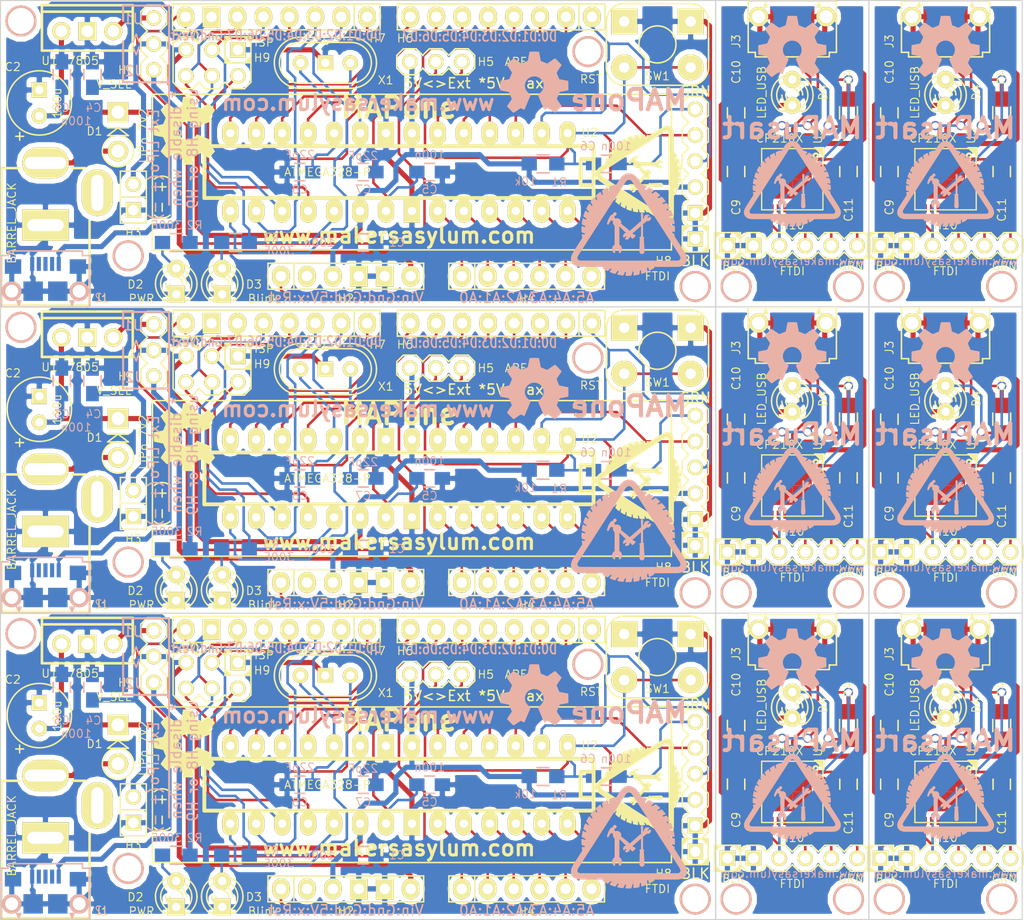
<source format=kicad_pcb>
(kicad_pcb (version 4) (host pcbnew "(2014-11-14 BZR 5284)-product")
  (title_block (title "MAPone - Bare Bones Arduino") (rev v1) (company "Maker's Asylum : www.github.com/MakersAsylumIndia"))
  (layers (0 F.Cu signal) (31 B.Cu signal) (34 B.Paste user) (35 F.Paste user) (36 B.SilkS user) (37 F.SilkS user) (38 B.Mask user) (39 F.Mask user) (44 Edge.Cuts user))
  (net 0 "")
  (net 1 /5V)
  (net 2 GND)
  (net 3 /V_IN)
  (net 4 /RST)
  (net 5 "Net-(C6-Pad2)")
  (net 6 "Net-(D1-Pad1)")
  (net 7 "Net-(D2-Pad1)")
  (net 8 "Net-(D3-Pad1)")
  (net 9 /V_REG)
  (net 10 /V_USB)
  (net 11 /AD0)
  (net 12 /AD1)
  (net 13 /AD2)
  (net 14 /AD3)
  (net 15 /AD4_SDA)
  (net 16 /AD5_SCL)
  (net 17 /AREF)
  (net 18 /RXD)
  (net 19 /TXD)
  (net 20 /PD2)
  (net 21 /PD3_P)
  (net 22 /PD4)
  (net 23 /PD5_P)
  (net 24 /PD6_P)
  (net 25 /PD7)
  (net 26 /PB0)
  (net 27 /PB1_P)
  (net 28 /SS_P)
  (net 29 /MOSI_P)
  (net 30 /MISO)
  (net 31 /SCK)
  (net 32 "Net-(C7-Pad1)")
  (net 33 "Net-(C8-Pad1)")
  (net 34 /Vext)
  (net 35 /USB_UART/5V)
  (net 36 /USB_UART/3V3)
  (net 37 /USB_UART/RST)
  (net 38 "Net-(C11-Pad2)")
  (net 39 "Net-(D4-Pad1)")
  (net 40 /USB_UART/RXD)
  (net 41 /USB_UART/TXD)
  (net 42 /USB_UART/D+)
  (net 43 /USB_UART/D-)
  (net 44 /3V3)
  (net 45 "Net-(J1-Pad3)")
  (net 46 "Net-(J2-Pad3)")
  (net 47 "Net-(J2-Pad4)")
  (net 48 "Net-(J2-Pad2)")
  (net 49 "Net-(J3-Pad4)")
  (net 50 "Net-(P1-Pad1)")
  (net 51 "Net-(P2-Pad1)")
  (net 52 "Net-(P3-Pad1)")
  (net 53 "Net-(P4-Pad1)")
  (net 54 "Net-(P5-Pad1)")
  (net 55 "Net-(P6-Pad1)")
  (net 56 "Net-(U3-Pad2)")
  (net 57 "Net-(U3-Pad9)")
  (net 58 "Net-(U3-Pad11)")
  (net 59 "Net-(U3-Pad12)")
  (net 60 "Net-(U3-Pad1)")
  (net 61 /USB_UART/CTS)
  (net 62 /USB_UART/RTS)
  (net 63 "Net-(U3-Pad27)")
  (module MAPone:OSHW_6mm (layer B.Cu) (at 122.5 94.5 180)
    (fp_text reference Z5 hide)
    (fp_text value CONN_1 hide)
  )
  (module MAPone.pretty:MA_Logo2 (layer B.Cu) (at 122.5 108 180)
    (fp_text reference Z3 hide)
    (fp_text value CONN_1 hide)
  )
  (module MAPone.pretty:vite_3mm (layer F.Cu) (at 117 118)
    (fp_text reference P6 hide)
    (fp_text value CONN_1 hide)
    (pad 1 thru_hole circle (at 0 0) (size 3.048 3.048) (drill 2.54) (layers *.Cu *.SilkS *.Mask) (net 55 "Net-(P6-Pad1)"))
  )
  (module MAPone.pretty:vite_3mm (layer F.Cu) (at 128 118)
    (fp_text reference P5 hide)
    (fp_text value CONN_1 hide)
    (pad 1 thru_hole circle (at 0 0) (size 3.048 3.048) (drill 2.54) (layers *.Cu *.SilkS *.Mask) (net 54 "Net-(P5-Pad1)"))
  )
  (module MAPone.pretty:qfn-28 (layer F.Cu) (at 122.5 107.5 180)
    (fp_text reference U3 (at -2.5 4.25 270) (layer F.SilkS) (effects (font (size 0.8 0.8) (thickness 0.1))))
    (fp_text value CP210X (at 1.25 4 180) (layer F.SilkS) (effects (font (size 0.8 0.8) (thickness 0.1))))
    (pad 2 smd rect (at -1.30048 2.84988 180) (size 0.35052 0.8001) (layers F.Cu F.Paste F.Mask) (net 56 "Net-(U3-Pad2)") (clearance 0.1))
    (pad 3 smd rect (at -0.65024 2.84988 180) (size 0.35052 0.8001) (layers F.Cu F.Paste F.Mask) (net 2 GND) (clearance 0.1))
    (pad 4 smd rect (at 0 2.84988 180) (size 0.35052 0.8001) (layers F.Cu F.Paste F.Mask) (net 42 /USB_UART/D+) (clearance 0.1))
    (pad 5 smd rect (at 0.65024 2.84988 180) (size 0.35052 0.8001) (layers F.Cu F.Paste F.Mask) (net 43 /USB_UART/D-) (clearance 0.1))
    (pad 8 smd rect (at 2.85242 1.95072 180) (size 0.8001 0.35052) (layers F.Cu F.Paste F.Mask) (net 35 /USB_UART/5V) (clearance 0.1))
    (pad 9 smd rect (at 2.85242 1.30048 180) (size 0.8001 0.35052) (layers F.Cu F.Paste F.Mask) (net 57 "Net-(U3-Pad9)") (clearance 0.1))
    (pad 10 smd rect (at 2.85242 0.65024 180) (size 0.8001 0.35052) (layers F.Cu F.Paste F.Mask) (clearance 0.1))
    (pad 11 smd rect (at 2.85242 0 180) (size 0.8001 0.35052) (layers F.Cu F.Paste F.Mask) (net 58 "Net-(U3-Pad11)") (clearance 0.1))
    (pad 12 smd rect (at 2.85242 -0.65024 180) (size 0.8001 0.35052) (layers F.Cu F.Paste F.Mask) (net 59 "Net-(U3-Pad12)") (clearance 0.1))
    (pad 13 smd rect (at 2.85242 -1.30048 180) (size 0.8001 0.35052) (layers F.Cu F.Paste F.Mask) (clearance 0.1))
    (pad 14 smd rect (at 2.85242 -1.95072 180) (size 0.8001 0.35052) (layers F.Cu F.Paste F.Mask) (clearance 0.1))
    (pad 1 smd rect (at -1.95072 2.84988 180) (size 0.35052 0.8001) (layers F.Cu F.Paste F.Mask) (net 60 "Net-(U3-Pad1)") (clearance 0.1))
    (pad 29 smd rect (at 0.94996 0.94996 180) (size 1.89992 1.89992) (layers F.Cu F.Paste F.Mask) (net 2 GND))
    (pad 29 smd rect (at -0.94996 0.94996 180) (size 1.89992 1.89992) (layers F.Cu F.Paste F.Mask) (net 2 GND))
    (pad 29 smd rect (at -0.94996 -0.94996 180) (size 1.89992 1.89992) (layers F.Cu F.Paste F.Mask) (net 2 GND))
    (pad 29 smd rect (at 0.94996 -0.94996 180) (size 1.89992 1.89992) (layers F.Cu F.Paste F.Mask) (net 2 GND))
    (pad 15 smd rect (at 2.00152 -2.85242 180) (size 0.35052 0.8001) (layers F.Cu F.Paste F.Mask) (clearance 0.1))
    (pad 16 smd rect (at 1.35128 -2.85242 180) (size 0.35052 0.8001) (layers F.Cu F.Paste F.Mask) (clearance 0.1))
    (pad 17 smd rect (at 0.70104 -2.85242 180) (size 0.35052 0.8001) (layers F.Cu F.Paste F.Mask) (clearance 0.1))
    (pad 18 smd rect (at 0 -2.85242 180) (size 0.35052 0.8001) (layers F.Cu F.Paste F.Mask) (clearance 0.1))
    (pad 19 smd rect (at -0.59944 -2.85242 180) (size 0.35052 0.8001) (layers F.Cu F.Paste F.Mask) (clearance 0.1))
    (pad 20 smd rect (at -1.24968 -2.85242 180) (size 0.35052 0.8001) (layers F.Cu F.Paste F.Mask) (clearance 0.1))
    (pad 21 smd rect (at -1.89992 -2.85242 180) (size 0.35052 0.8001) (layers F.Cu F.Paste F.Mask) (clearance 0.1))
    (pad 22 smd rect (at -2.84988 -1.95072 180) (size 0.8001 0.35052) (layers F.Cu F.Paste F.Mask) (clearance 0.1))
    (pad 23 smd rect (at -2.84988 -1.30048 180) (size 0.8001 0.35052) (layers F.Cu F.Paste F.Mask) (net 61 /USB_UART/CTS) (clearance 0.1))
    (pad 24 smd rect (at -2.84988 -0.65024 180) (size 0.8001 0.35052) (layers F.Cu F.Paste F.Mask) (net 62 /USB_UART/RTS) (clearance 0.1))
    (pad 25 smd rect (at -2.84988 0 180) (size 0.8001 0.35052) (layers F.Cu F.Paste F.Mask) (net 40 /USB_UART/RXD) (clearance 0.1))
    (pad 26 smd rect (at -2.84988 0.65024 180) (size 0.8001 0.35052) (layers F.Cu F.Paste F.Mask) (net 41 /USB_UART/TXD) (clearance 0.1))
    (pad 27 smd rect (at -2.84988 1.30048 180) (size 0.8001 0.35052) (layers F.Cu F.Paste F.Mask) (net 63 "Net-(U3-Pad27)") (clearance 0.1))
    (pad 28 smd rect (at -2.84988 1.95072 180) (size 0.8001 0.35052) (layers F.Cu F.Paste F.Mask) (net 37 /USB_UART/RST) (clearance 0.1))
    (pad 6 smd rect (at 1.30048 2.84988 180) (size 0.35052 0.8001) (layers F.Cu F.Paste F.Mask) (net 36 /USB_UART/3V3) (clearance 0.1))
    (pad 7 smd rect (at 1.95072 2.84988 180) (size 0.35052 0.8001) (layers F.Cu F.Paste F.Mask) (net 35 /USB_UART/5V) (clearance 0.1))
  )
  (module MAPone.pretty:R_0805_HandSoldering (layer F.Cu) (at 128 101 270)
    (fp_text reference R4 (at -3.5 0 270) (layer F.SilkS) (effects (font (size 0.8 0.8) (thickness 0.1))))
    (fp_text value 300E hide)
    (pad 1 smd rect (at -1.35 0 270) (size 1.5 1.3) (layers F.Cu F.Paste F.Mask) (net 35 /USB_UART/5V))
    (pad 2 smd rect (at 1.35 0 270) (size 1.5 1.3) (layers F.Cu F.Paste F.Mask) (net 39 "Net-(D4-Pad1)"))
  )
  (module MAPone.pretty:USB_B_Micro (layer F.Cu) (at 122.5 94.25 270)
    (fp_text reference J3 (at -0.25 5.5 270) (layer F.SilkS) (effects (font (size 0.8 0.8) (thickness 0.1))))
    (fp_text value USB-Micro hide)
    (pad 3 smd rect (at 0 0 270) (size 1.3716 0.4064) (layers F.Cu F.Paste F.Mask) (net 42 /USB_UART/D+) (clearance 0.2032))
    (pad 4 smd rect (at 0 0.65024 270) (size 1.3716 0.4064) (layers F.Cu F.Paste F.Mask) (net 49 "Net-(J3-Pad4)") (clearance 0.2032))
    (pad 5 smd rect (at 0 1.30048 270) (size 1.3716 0.4064) (layers F.Cu F.Paste F.Mask) (net 2 GND) (clearance 0.2032))
    (pad 2 smd rect (at 0 -0.65024 270) (size 1.3716 0.4064) (layers F.Cu F.Paste F.Mask) (net 43 /USB_UART/D-) (clearance 0.2032))
    (pad 1 smd rect (at 0 -1.30048 270) (size 1.3716 0.4064) (layers F.Cu F.Paste F.Mask) (net 35 /USB_UART/5V) (clearance 0.2032))
    (pad T1 smd rect (at -0.254 -3.175 270) (size 1.4224 1.6002) (layers F.Cu F.Paste F.Mask) (net 2 GND))
    (pad T2 smd rect (at -0.254 3.175 270) (size 1.4224 1.6002) (layers F.Cu F.Paste F.Mask) (net 2 GND))
    (pad T3 smd rect (at -2.667 -1.2065 270) (size 1.905 1.905) (layers F.Cu F.Paste F.Mask) (net 2 GND) (clearance 0.2032))
    (pad T4 smd rect (at -2.667 1.2065 270) (size 1.905 1.905) (layers F.Cu F.Paste F.Mask) (net 2 GND) (clearance 0.2032))
    (pad T5 thru_hole circle (at -2.667 -3.302 270) (size 1.905 1.905) (drill 1.27) (layers *.Cu *.Paste *.Mask F.SilkS) (net 2 GND) (clearance 0.2032))
    (pad T6 thru_hole circle (at -2.667 3.302 270) (size 1.905 1.905) (drill 1.27) (layers *.Cu *.Paste *.Mask F.SilkS) (net 2 GND) (clearance 0.2032))
  )
  (module MAPone.pretty:Header_FTDI (layer F.Cu) (at 122.5 114)
    (fp_text reference H10 (at 0 -2) (layer F.SilkS) (effects (font (size 0.8 0.8) (thickness 0.1))))
    (fp_text value FTDI (at 0 2.5) (layer F.SilkS) (effects (font (size 0.8 0.8) (thickness 0.1))))
    (fp_text user GRN (at 5.75 2) (layer F.SilkS) (effects (font (size 0.8 0.8) (thickness 0.1))))
    (fp_text user BLK (at -5.75 2) (layer F.SilkS) (effects (font (size 0.8 0.8) (thickness 0.1))))
    (pad 1 thru_hole rect (at -6.35 0) (size 1.524 1.524) (drill 1.016) (layers *.Cu *.Mask F.SilkS) (net 2 GND))
    (pad 2 thru_hole rect (at -3.81 0) (size 1.524 1.524) (drill 1.016) (layers *.Cu *.Mask F.SilkS) (net 2 GND))
    (pad 3 thru_hole circle (at -1.27 0) (size 1.524 1.524) (drill 1.016) (layers *.Cu *.Mask F.SilkS) (net 35 /USB_UART/5V))
    (pad 4 thru_hole circle (at 1.27 0) (size 1.524 1.524) (drill 1.016) (layers *.Cu *.Mask F.SilkS) (net 40 /USB_UART/RXD))
    (pad 5 thru_hole circle (at 3.81 0) (size 1.524 1.524) (drill 1.016) (layers *.Cu *.Mask F.SilkS) (net 41 /USB_UART/TXD))
    (pad 6 thru_hole circle (at 6.35 0) (size 1.524 1.524) (drill 1.016) (layers *.Cu *.Mask F.SilkS) (net 38 "Net-(C11-Pad2)"))
  )
  (module MAPone.pretty:LED-3MM (layer F.Cu) (at 122.5 99 270)
    (fp_text reference D4 (at 0 -3 270) (layer F.SilkS) (effects (font (size 0.8 0.8) (thickness 0.1))))
    (fp_text value LED_USB (at 0 3 270) (layer F.SilkS) (effects (font (size 0.8 0.8) (thickness 0.1))))
    (pad 1 thru_hole circle (at -1.27 0 270) (size 1.6764 1.6764) (drill 0.8128) (layers *.Cu *.Mask F.SilkS) (net 39 "Net-(D4-Pad1)"))
    (pad 2 thru_hole circle (at 1.27 0 270) (size 1.6764 1.6764) (drill 0.8128) (layers *.Cu *.Mask F.SilkS) (net 2 GND))
  )
  (module MAPone.pretty:C_0805_HandSoldering (layer F.Cu) (at 128 106.75 270)
    (fp_text reference C11 (at 3.75 0 270) (layer F.SilkS) (effects (font (size 0.8 0.8) (thickness 0.1))))
    (fp_text value 100n hide)
    (pad 1 smd rect (at -1.25 0 270) (size 1.5 1.25) (layers F.Cu F.Paste F.Mask) (net 37 /USB_UART/RST))
    (pad 2 smd rect (at 1.25 0 270) (size 1.5 1.25) (layers F.Cu F.Paste F.Mask) (net 38 "Net-(C11-Pad2)"))
  )
  (module MAPone.pretty:C_0805_HandSoldering (layer F.Cu) (at 117 101 90)
    (fp_text reference C10 (at 4 0 90) (layer F.SilkS) (effects (font (size 0.8 0.8) (thickness 0.1))))
    (fp_text value 100n hide)
    (pad 1 smd rect (at -1.25 0 90) (size 1.5 1.25) (layers F.Cu F.Paste F.Mask) (net 36 /USB_UART/3V3))
    (pad 2 smd rect (at 1.25 0 90) (size 1.5 1.25) (layers F.Cu F.Paste F.Mask) (net 2 GND))
  )
  (module MAPone.pretty:C_0805_HandSoldering (layer F.Cu) (at 117 106.75 270)
    (fp_text reference C9 (at 3.5 0 270) (layer F.SilkS) (effects (font (size 0.8 0.8) (thickness 0.1))))
    (fp_text value 100n hide)
    (pad 1 smd rect (at -1.25 0 270) (size 1.5 1.25) (layers F.Cu F.Paste F.Mask) (net 35 /USB_UART/5V))
    (pad 2 smd rect (at 1.25 0 270) (size 1.5 1.25) (layers F.Cu F.Paste F.Mask) (net 2 GND))
  )
  (module MAPone.pretty:LM78XXV (layer F.Cu) (at 38.5 93 90)
    (fp_text reference U1 (at -2.9 -3.7 180) (layer F.SilkS) (effects (font (size 0.8 0.8) (thickness 0.1))))
    (fp_text value 7805 (at -2.9 -0.4 180) (layer F.SilkS) (effects (font (size 0.8 0.8) (thickness 0.1))))
    (pad VI thru_hole circle (at 0 -2.54 90) (size 1.778 1.778) (drill 1.143) (layers *.Cu *.Mask F.SilkS) (net 3 /V_IN))
    (pad GND thru_hole rect (at 0 0 90) (size 1.778 1.778) (drill 1.143) (layers *.Cu *.Mask F.SilkS) (net 2 GND))
    (pad VO thru_hole circle (at 0 2.54 90) (size 1.778 1.778) (drill 1.143) (layers *.Cu *.Mask F.SilkS) (net 9 /V_REG))
  )
  (module MAPone.pretty:SW-PB (layer F.Cu) (at 94.3 94.3 270)
    (fp_text reference SW1 (at 3.1 0 360) (layer F.SilkS) (effects (font (size 0.8 0.8) (thickness 0.1))))
    (fp_text value RST (at 3.4 6.5 360) (layer F.SilkS) (effects (font (size 0.8 0.8) (thickness 0.1))))
    (pad 1 thru_hole rect (at -2.25 -3.25 270) (size 2.54 2.54) (drill 1.016) (layers *.Cu *.Mask F.SilkS) (net 2 GND))
    (pad 2 thru_hole circle (at 2.25 3.25 270) (size 2.54 2.54) (drill 1.016) (layers *.Cu *.Mask F.SilkS) (net 4 /RST))
    (pad 2 thru_hole circle (at 2.25 -3.25 270) (size 2.54 2.54) (drill 1.016) (layers *.Cu *.Mask F.SilkS) (net 4 /RST))
    (pad 1 thru_hole rect (at -2.25 3.25 270) (size 2.54 2.54) (drill 1.016) (layers *.Cu *.Mask F.SilkS) (net 2 GND))
  )
  (module MAPone.pretty:R_0805_HandSoldering (layer B.Cu) (at 53 113.7 180)
    (fp_text reference R3 (at -3.5 0.45 180) (layer B.SilkS) (effects (font (size 0.8 0.8) (thickness 0.1)) (justify mirror)))
    (fp_text value 300E (at -4.25 -0.8 180) (layer B.SilkS) (effects (font (size 0.8 0.8) (thickness 0.1)) (justify mirror)))
    (pad 1 smd rect (at -1.35 0 180) (size 1.5 1.3) (layers B.Cu B.Paste B.Mask) (net 31 /SCK))
    (pad 2 smd rect (at 1.35 0 180) (size 1.5 1.3) (layers B.Cu B.Paste B.Mask) (net 8 "Net-(D3-Pad1)"))
  )
  (module MAPone.pretty:R_0805_HandSoldering (layer B.Cu) (at 47.2 113.7)
    (fp_text reference R2 (at 1.8 -1.7) (layer B.SilkS) (effects (font (size 0.8 0.8) (thickness 0.1)) (justify mirror)))
    (fp_text value 300E (at -0.95 -1.7) (layer B.SilkS) (effects (font (size 0.8 0.8) (thickness 0.1)) (justify mirror)))
    (pad 1 smd rect (at -1.35 0) (size 1.5 1.3) (layers B.Cu B.Paste B.Mask) (net 7 "Net-(D2-Pad1)"))
    (pad 2 smd rect (at 1.35 0) (size 1.5 1.3) (layers B.Cu B.Paste B.Mask) (net 1 /5V))
  )
  (module MAPone.pretty:R_0805_HandSoldering (layer B.Cu) (at 83.1 106)
    (fp_text reference R1 (at 1.5698 1.8126) (layer B.SilkS) (effects (font (size 0.8 0.8) (thickness 0.1)) (justify mirror)))
    (fp_text value 10k (at -1.7068 1.711) (layer B.SilkS) (effects (font (size 0.8 0.8) (thickness 0.1)) (justify mirror)))
    (pad 1 smd rect (at -1.35 0) (size 1.5 1.3) (layers B.Cu B.Paste B.Mask) (net 1 /5V))
    (pad 2 smd rect (at 1.35 0) (size 1.5 1.3) (layers B.Cu B.Paste B.Mask) (net 4 /RST))
  )
  (module MAPone.pretty:vite_3mm (layer F.Cu) (at 98 118)
    (fp_text reference P4 hide)
    (fp_text value CONN_1 hide)
    (pad 1 thru_hole circle (at 0 0) (size 3.048 3.048) (drill 2.54) (layers *.Cu *.SilkS *.Mask) (net 53 "Net-(P4-Pad1)"))
  )
  (module MAPone.pretty:vite_3mm (layer F.Cu) (at 42.5 115)
    (fp_text reference P3 hide)
    (fp_text value CONN_1 hide)
    (pad 1 thru_hole circle (at 0 0) (size 3.048 3.048) (drill 2.54) (layers *.Cu *.SilkS *.Mask) (net 52 "Net-(P3-Pad1)"))
  )
  (module MAPone.pretty:JACK_ALIM (layer F.Cu) (at 34.4 112 90)
    (fp_text reference J1 (at -7.2 5.5 360) (layer F.SilkS) (effects (font (size 0.8 0.8) (thickness 0.1))))
    (fp_text value BARREL_JACK (at 0.2 -3.3 270) (layer F.SilkS) (effects (font (size 0.8 0.8) (thickness 0.1))))
    (pad 2 thru_hole rect (at 0 0 90) (size 3.048 4.572) (drill oval 1.1684 3.556) (layers *.Cu *.Mask F.SilkS) (net 2 GND))
    (pad 1 thru_hole oval (at 6.096 0 90) (size 3.048 4.572) (drill oval 1.1684 4.064) (layers *.Cu *.Mask F.SilkS) (net 6 "Net-(D1-Pad1)"))
    (pad 3 thru_hole oval (at 3.175 5.08 90) (size 4.572 3.048) (drill oval 3.556 1.1684) (layers *.Cu *.Mask F.SilkS) (net 45 "Net-(J1-Pad3)"))
  )
  (module MAPone.pretty:Header_ICSP (layer F.Cu) (at 50.7 96.1)
    (fp_text reference H9 (at 4.9 -0.5 180) (layer F.SilkS) (effects (font (size 0.8 0.8) (thickness 0.1))))
    (fp_text value ISP (at 5.1 -2 180) (layer F.SilkS) (effects (font (size 0.8 0.8) (thickness 0.1))))
    (fp_text user 5V0 (at -2.6 -2.6) (layer F.SilkS))
    (pad 1 thru_hole circle (at -2.54 1.27) (size 1.524 1.524) (drill 1.016) (layers *.Cu *.Mask F.SilkS) (net 30 /MISO))
    (pad 2 thru_hole circle (at -2.54 -1.27) (size 1.524 1.524) (drill 1.016) (layers *.Cu *.Mask F.SilkS) (net 1 /5V))
    (pad 3 thru_hole circle (at 0 1.27) (size 1.524 1.524) (drill 1.016) (layers *.Cu *.Mask F.SilkS) (net 31 /SCK))
    (pad 4 thru_hole circle (at 0 -1.27) (size 1.524 1.524) (drill 1.016) (layers *.Cu *.Mask F.SilkS) (net 29 /MOSI_P))
    (pad 5 thru_hole circle (at 2.54 1.27) (size 1.524 1.524) (drill 1.016) (layers *.Cu *.Mask F.SilkS) (net 4 /RST))
    (pad 6 thru_hole rect (at 2.54 -1.27) (size 1.524 1.524) (drill 1.016) (layers *.Cu *.Mask F.SilkS) (net 2 GND))
  )
  (module MAPone.pretty:Socket_Strip_Straight_1x08 (layer F.Cu) (at 57 91.6)
    (fp_text reference H7 (at 9.9 2.1) (layer F.SilkS) (effects (font (size 0.8 0.8) (thickness 0.1))))
    (fp_text value IO_H hide)
    (pad 1 thru_hole oval (at 8.89 0 180) (size 1.7272 2.032) (drill 1.016) (layers *.Cu *.Mask F.SilkS) (net 26 /PB0))
    (pad 2 thru_hole oval (at 6.35 0 180) (size 1.7272 2.032) (drill 1.016) (layers *.Cu *.Mask F.SilkS) (net 27 /PB1_P))
    (pad 3 thru_hole oval (at 3.81 0 180) (size 1.7272 2.032) (drill 1.016) (layers *.Cu *.Mask F.SilkS) (net 28 /SS_P))
    (pad 4 thru_hole oval (at 1.27 0 180) (size 1.7272 2.032) (drill 1.016) (layers *.Cu *.Mask F.SilkS) (net 29 /MOSI_P))
    (pad 5 thru_hole oval (at -1.27 0 180) (size 1.7272 2.032) (drill 1.016) (layers *.Cu *.Mask F.SilkS) (net 30 /MISO))
    (pad 6 thru_hole oval (at -3.81 0 180) (size 1.7272 2.032) (drill 1.016) (layers *.Cu *.Mask F.SilkS) (net 31 /SCK))
    (pad 7 thru_hole rect (at -6.35 0 180) (size 1.7272 2.032) (drill 1.016) (layers *.Cu *.Mask F.SilkS) (net 2 GND))
    (pad 8 thru_hole oval (at -8.89 0 180) (size 1.7272 2.032) (drill 1.016) (layers *.Cu *.Mask F.SilkS) (net 34 /Vext))
  )
  (module MAPone.pretty:Socket_Strip_Straight_1x08 (layer F.Cu) (at 79 91.6)
    (fp_text reference H6 (at -9.4 2.1) (layer F.SilkS) (effects (font (size 0.8 0.8) (thickness 0.1))))
    (fp_text value IO_L hide)
    (pad 1 thru_hole oval (at 8.89 0 180) (size 1.7272 2.032) (drill 1.016) (layers *.Cu *.Mask F.SilkS) (net 18 /RXD))
    (pad 2 thru_hole oval (at 6.35 0 180) (size 1.7272 2.032) (drill 1.016) (layers *.Cu *.Mask F.SilkS) (net 19 /TXD))
    (pad 3 thru_hole oval (at 3.81 0 180) (size 1.7272 2.032) (drill 1.016) (layers *.Cu *.Mask F.SilkS) (net 20 /PD2))
    (pad 4 thru_hole oval (at 1.27 0 180) (size 1.7272 2.032) (drill 1.016) (layers *.Cu *.Mask F.SilkS) (net 21 /PD3_P))
    (pad 5 thru_hole oval (at -1.27 0 180) (size 1.7272 2.032) (drill 1.016) (layers *.Cu *.Mask F.SilkS) (net 22 /PD4))
    (pad 6 thru_hole oval (at -3.81 0 180) (size 1.7272 2.032) (drill 1.016) (layers *.Cu *.Mask F.SilkS) (net 23 /PD5_P))
    (pad 7 thru_hole oval (at -6.35 0 180) (size 1.7272 2.032) (drill 1.016) (layers *.Cu *.Mask F.SilkS) (net 24 /PD6_P))
    (pad 8 thru_hole oval (at -8.89 0 180) (size 1.7272 2.032) (drill 1.016) (layers *.Cu *.Mask F.SilkS) (net 25 /PD7))
  )
  (module MAPone.pretty:Socket_Strip_Straight_1x06 (layer F.Cu) (at 81.5 117 180)
    (fp_text reference H4 (at 0 -2.2 180) (layer F.SilkS) (effects (font (size 0.8 0.8) (thickness 0.1))))
    (fp_text value ANALOG hide)
    (pad 1 thru_hole oval (at 6.35 0) (size 1.7272 2.032) (drill 1.016) (layers *.Cu *.Mask F.SilkS) (net 11 /AD0))
    (pad 2 thru_hole oval (at 3.81 0) (size 1.7272 2.032) (drill 1.016) (layers *.Cu *.Mask F.SilkS) (net 12 /AD1))
    (pad 3 thru_hole oval (at 1.27 0) (size 1.7272 2.032) (drill 1.016) (layers *.Cu *.Mask F.SilkS) (net 13 /AD2))
    (pad 4 thru_hole oval (at -1.27 0) (size 1.7272 2.032) (drill 1.016) (layers *.Cu *.Mask F.SilkS) (net 14 /AD3))
    (pad 5 thru_hole oval (at -3.81 0) (size 1.7272 2.032) (drill 1.016) (layers *.Cu *.Mask F.SilkS) (net 15 /AD4_SDA))
    (pad 6 thru_hole oval (at -6.35 0) (size 1.7272 2.032) (drill 1.016) (layers *.Cu *.Mask F.SilkS) (net 16 /AD5_SCL))
  )
  (module MAPone.pretty:Socket_Strip_Straight_1x06 (layer F.Cu) (at 63.8 117 180)
    (fp_text reference H2 (at 0.009 -2.1664 180) (layer F.SilkS) (effects (font (size 0.8 0.8) (thickness 0.1))))
    (fp_text value Power hide)
    (pad 1 thru_hole oval (at 6.35 0) (size 1.7272 2.032) (drill 1.016) (layers *.Cu *.Mask F.SilkS) (net 4 /RST))
    (pad 2 thru_hole oval (at 3.81 0) (size 1.7272 2.032) (drill 1.016) (layers *.Cu *.Mask F.SilkS) (net 44 /3V3))
    (pad 3 thru_hole oval (at 1.27 0) (size 1.7272 2.032) (drill 1.016) (layers *.Cu *.Mask F.SilkS) (net 1 /5V))
    (pad 4 thru_hole rect (at -1.27 0) (size 1.7272 2.032) (drill 1.016) (layers *.Cu *.Mask F.SilkS) (net 2 GND))
    (pad 5 thru_hole rect (at -3.81 0) (size 1.7272 2.032) (drill 1.016) (layers *.Cu *.Mask F.SilkS) (net 2 GND))
    (pad 6 thru_hole oval (at -6.35 0) (size 1.7272 2.032) (drill 1.016) (layers *.Cu *.Mask F.SilkS) (net 3 /V_IN))
  )
  (module MAPone.pretty:Header_3 (layer F.Cu) (at 45 94.25 270)
    (fp_text reference H1 (at 2.55 2.7 360) (layer F.SilkS) (effects (font (size 0.8 0.8) (thickness 0.1))))
    (fp_text value V_SEL (at 3.95 3.9 360) (layer F.SilkS) (effects (font (size 0.8 0.8) (thickness 0.1))))
    (pad 1 thru_hole circle (at -2.54 0 270) (size 1.524 1.524) (drill 1.016) (layers *.Cu *.Mask F.SilkS) (net 9 /V_REG))
    (pad 2 thru_hole circle (at 0 0 270) (size 1.524 1.524) (drill 1.016) (layers *.Cu *.Mask F.SilkS) (net 1 /5V))
    (pad 3 thru_hole circle (at 2.54 0 270) (size 1.524 1.524) (drill 1.016) (layers *.Cu *.Mask F.SilkS) (net 10 /V_USB))
  )
  (module MAPone.pretty:LED-3MM (layer F.Cu) (at 51.7 117.5 270)
    (fp_text reference D3 (at 0.3 -3.1 360) (layer F.SilkS) (effects (font (size 0.8 0.8) (thickness 0.1))))
    (fp_text value Blink (at 1.7 -4 360) (layer F.SilkS) (effects (font (size 0.8 0.8) (thickness 0.1))))
    (pad 1 thru_hole circle (at -1.27 0 270) (size 1.6764 1.6764) (drill 0.8128) (layers *.Cu *.Mask F.SilkS) (net 8 "Net-(D3-Pad1)"))
    (pad 2 thru_hole rect (at 1.27 0 270) (size 1.6764 1.6764) (drill 0.8128) (layers *.Cu *.Mask F.SilkS) (net 2 GND))
  )
  (module MAPone.pretty:LED-3MM (layer F.Cu) (at 47.2 117.5 270)
    (fp_text reference D2 (at 0.3 4 360) (layer F.SilkS) (effects (font (size 0.8 0.8) (thickness 0.1))))
    (fp_text value PWR (at 1.7 3.4 360) (layer F.SilkS) (effects (font (size 0.8 0.8) (thickness 0.1))))
    (pad 1 thru_hole circle (at -1.27 0 270) (size 1.6764 1.6764) (drill 0.8128) (layers *.Cu *.Mask F.SilkS) (net 7 "Net-(D2-Pad1)"))
    (pad 2 thru_hole rect (at 1.27 0 270) (size 1.6764 1.6764) (drill 0.8128) (layers *.Cu *.Mask F.SilkS) (net 2 GND))
  )
  (module MAPone.pretty:C_0805_HandSoldering (layer B.Cu) (at 59.3 106.8 180)
    (fp_text reference C8 (at 0 -1.7 180) (layer B.SilkS) (effects (font (size 0.8 0.8) (thickness 0.1)) (justify mirror)))
    (fp_text value 22pF (at 0 1.7 180) (layer B.SilkS) (effects (font (size 0.8 0.8) (thickness 0.1)) (justify mirror)))
    (pad 1 smd rect (at -1.25 0 180) (size 1.5 1.25) (layers B.Cu B.Paste B.Mask) (net 33 "Net-(C8-Pad1)"))
    (pad 2 smd rect (at 1.25 0 180) (size 1.5 1.25) (layers B.Cu B.Paste B.Mask) (net 2 GND))
  )
  (module MAPone.pretty:C_0805_HandSoldering (layer B.Cu) (at 65.5 106.8)
    (fp_text reference C7 (at 0 1.7) (layer B.SilkS) (effects (font (size 0.8 0.8) (thickness 0.1)) (justify mirror)))
    (fp_text value 22pF (at 0 -1.6) (layer B.SilkS) (effects (font (size 0.8 0.8) (thickness 0.1)) (justify mirror)))
    (pad 1 smd rect (at -1.25 0) (size 1.5 1.25) (layers B.Cu B.Paste B.Mask) (net 32 "Net-(C7-Pad1)"))
    (pad 2 smd rect (at 1.25 0) (size 1.5 1.25) (layers B.Cu B.Paste B.Mask) (net 2 GND))
  )
  (module MAPone.pretty:C_0805_HandSoldering (layer B.Cu) (at 89.3 106)
    (fp_text reference C6 (at -1.8 -1.75) (layer B.SilkS) (effects (font (size 0.8 0.8) (thickness 0.1)) (justify mirror)))
    (fp_text value 100n (at 0.95 -1.75) (layer B.SilkS) (effects (font (size 0.8 0.8) (thickness 0.1)) (justify mirror)))
    (pad 1 smd rect (at -1.25 0) (size 1.5 1.25) (layers B.Cu B.Paste B.Mask) (net 4 /RST))
    (pad 2 smd rect (at 1.25 0) (size 1.5 1.25) (layers B.Cu B.Paste B.Mask) (net 5 "Net-(C6-Pad2)"))
  )
  (module MAPone.pretty:C_0805_HandSoldering (layer B.Cu) (at 72 106.8)
    (fp_text reference C5 (at 0 1.7) (layer B.SilkS) (effects (font (size 0.8 0.8) (thickness 0.1)) (justify mirror)))
    (fp_text value 100n (at 0 -1.7) (layer B.SilkS) (effects (font (size 0.8 0.8) (thickness 0.1)) (justify mirror)))
    (pad 1 smd rect (at -1.25 0) (size 1.5 1.25) (layers B.Cu B.Paste B.Mask) (net 17 /AREF))
    (pad 2 smd rect (at 1.25 0) (size 1.5 1.25) (layers B.Cu B.Paste B.Mask) (net 2 GND))
  )
  (module MAPone.pretty:C_0805_HandSoldering (layer B.Cu) (at 39 97.25 90)
    (fp_text reference C4 (at -3.25 0.1 180) (layer B.SilkS) (effects (font (size 0.8 0.8) (thickness 0.1)) (justify mirror)))
    (fp_text value 100n (at -4.55 -1.6 180) (layer B.SilkS) (effects (font (size 0.8 0.8) (thickness 0.1)) (justify mirror)))
    (pad 1 smd rect (at -1.25 0 90) (size 1.5 1.25) (layers B.Cu B.Paste B.Mask) (net 1 /5V))
    (pad 2 smd rect (at 1.25 0 90) (size 1.5 1.25) (layers B.Cu B.Paste B.Mask) (net 2 GND))
  )
  (module MAPone.pretty:C_0805_HandSoldering (layer B.Cu) (at 36 97.25 270)
    (fp_text reference C3 (at 3.25 0 360) (layer B.SilkS) (effects (font (size 0.8 0.8) (thickness 0.1)) (justify mirror)))
    (fp_text value 100n hide)
    (pad 1 smd rect (at -1.25 0 270) (size 1.5 1.25) (layers B.Cu B.Paste B.Mask) (net 2 GND))
    (pad 2 smd rect (at 1.25 0 270) (size 1.5 1.25) (layers B.Cu B.Paste B.Mask) (net 3 /V_IN))
  )
  (module MAPone.pretty:C_0805_HandSoldering (layer B.Cu) (at 65.5 113.7)
    (fp_text reference C1 (at 3.3 0) (layer B.SilkS) (effects (font (size 0.8 0.8) (thickness 0.1)) (justify mirror)))
    (fp_text value 100n (at -4.3 0) (layer B.SilkS) (effects (font (size 0.8 0.8) (thickness 0.1)) (justify mirror)))
    (pad 1 smd rect (at -1.25 0) (size 1.5 1.25) (layers B.Cu B.Paste B.Mask) (net 1 /5V))
    (pad 2 smd rect (at 1.25 0) (size 1.5 1.25) (layers B.Cu B.Paste B.Mask) (net 2 GND))
  )
  (module MAPone.pretty:DIP-28__300_ELL_ZIF (layer F.Cu) (at 69 106.8 180)
    (fp_text reference U2 (at -18.667 3.8642 180) (layer F.SilkS) (effects (font (size 0.8 0.8) (thickness 0.1))))
    (fp_text value ATMEGA328-P (at 6.985 0 180) (layer F.SilkS) (effects (font (size 0.8 0.8) (thickness 0.1))))
    (pad 2 thru_hole oval (at -13.97 3.81 180) (size 1.5748 2.286) (drill 0.8128) (layers *.Cu *.Mask F.SilkS) (net 18 /RXD))
    (pad 3 thru_hole oval (at -11.43 3.81 180) (size 1.5748 2.286) (drill 0.8128) (layers *.Cu *.Mask F.SilkS) (net 19 /TXD))
    (pad 4 thru_hole oval (at -8.89 3.81 180) (size 1.5748 2.286) (drill 0.8128) (layers *.Cu *.Mask F.SilkS) (net 20 /PD2))
    (pad 5 thru_hole oval (at -6.35 3.81 180) (size 1.5748 2.286) (drill 0.8128) (layers *.Cu *.Mask F.SilkS) (net 21 /PD3_P))
    (pad 6 thru_hole oval (at -3.81 3.81 180) (size 1.5748 2.286) (drill 0.8128) (layers *.Cu *.Mask F.SilkS) (net 22 /PD4))
    (pad 7 thru_hole oval (at -1.27 3.81 180) (size 1.5748 2.286) (drill 0.8128) (layers *.Cu *.Mask F.SilkS) (net 1 /5V))
    (pad 8 thru_hole rect (at 1.27 3.81 180) (size 1.5748 2.286) (drill 0.8128) (layers *.Cu *.Mask F.SilkS) (net 2 GND))
    (pad 9 thru_hole oval (at 3.81 3.81 180) (size 1.5748 2.286) (drill 0.8128) (layers *.Cu *.Mask F.SilkS) (net 32 "Net-(C7-Pad1)"))
    (pad 10 thru_hole oval (at 6.35 3.81 180) (size 1.5748 2.286) (drill 0.8128) (layers *.Cu *.Mask F.SilkS) (net 33 "Net-(C8-Pad1)"))
    (pad 11 thru_hole oval (at 8.89 3.81 180) (size 1.5748 2.286) (drill 0.8128) (layers *.Cu *.Mask F.SilkS) (net 23 /PD5_P))
    (pad 12 thru_hole oval (at 11.43 3.81 180) (size 1.5748 2.286) (drill 0.8128) (layers *.Cu *.Mask F.SilkS) (net 24 /PD6_P))
    (pad 13 thru_hole oval (at 13.97 3.81 180) (size 1.5748 2.286) (drill 0.8128) (layers *.Cu *.Mask F.SilkS) (net 25 /PD7))
    (pad 14 thru_hole oval (at 16.51 3.81 180) (size 1.5748 2.286) (drill 0.8128) (layers *.Cu *.Mask F.SilkS) (net 26 /PB0))
    (pad 1 thru_hole oval (at -16.51 3.81 180) (size 1.5748 2.286) (drill 0.8128) (layers *.Cu *.Mask F.SilkS) (net 4 /RST))
    (pad 15 thru_hole oval (at 16.51 -3.81 180) (size 1.5748 2.286) (drill 0.8128) (layers *.Cu *.Mask F.SilkS) (net 27 /PB1_P))
    (pad 16 thru_hole oval (at 13.97 -3.81 180) (size 1.5748 2.286) (drill 0.8128) (layers *.Cu *.Mask F.SilkS) (net 28 /SS_P))
    (pad 17 thru_hole oval (at 11.43 -3.81 180) (size 1.5748 2.286) (drill 0.8128) (layers *.Cu *.Mask F.SilkS) (net 29 /MOSI_P))
    (pad 18 thru_hole oval (at 8.89 -3.81 180) (size 1.5748 2.286) (drill 0.8128) (layers *.Cu *.Mask F.SilkS) (net 30 /MISO))
    (pad 19 thru_hole oval (at 6.35 -3.81 180) (size 1.5748 2.286) (drill 0.8128) (layers *.Cu *.Mask F.SilkS) (net 31 /SCK))
    (pad 20 thru_hole oval (at 3.81 -3.81 180) (size 1.5748 2.286) (drill 0.8128) (layers *.Cu *.Mask F.SilkS) (net 1 /5V))
    (pad 21 thru_hole oval (at 1.27 -3.81 180) (size 1.5748 2.286) (drill 0.8128) (layers *.Cu *.Mask F.SilkS) (net 17 /AREF))
    (pad 22 thru_hole rect (at -1.27 -3.81 180) (size 1.5748 2.286) (drill 0.8128) (layers *.Cu *.Mask F.SilkS) (net 2 GND))
    (pad 23 thru_hole oval (at -3.81 -3.81 180) (size 1.5748 2.286) (drill 0.8128) (layers *.Cu *.Mask F.SilkS) (net 11 /AD0))
    (pad 24 thru_hole oval (at -6.35 -3.81 180) (size 1.5748 2.286) (drill 0.8128) (layers *.Cu *.Mask F.SilkS) (net 12 /AD1))
    (pad 25 thru_hole oval (at -8.89 -3.81 180) (size 1.5748 2.286) (drill 0.8128) (layers *.Cu *.Mask F.SilkS) (net 13 /AD2))
    (pad 26 thru_hole oval (at -11.43 -3.81 180) (size 1.5748 2.286) (drill 0.8128) (layers *.Cu *.Mask F.SilkS) (net 14 /AD3))
    (pad 27 thru_hole oval (at -13.97 -3.81 180) (size 1.5748 2.286) (drill 0.8128) (layers *.Cu *.Mask F.SilkS) (net 15 /AD4_SDA))
    (pad 28 thru_hole oval (at -16.51 -3.81 180) (size 1.5748 2.286) (drill 0.8128) (layers *.Cu *.Mask F.SilkS) (net 16 /AD5_SCL))
  )
  (module MAPone.pretty:Header_FTDI (layer F.Cu) (at 98 107 90)
    (fp_text reference H8 (at -8.5 -3.1 180) (layer F.SilkS) (effects (font (size 0.8 0.8) (thickness 0.1))))
    (fp_text value FTDI (at -10 -3.7 180) (layer F.SilkS) (effects (font (size 0.8 0.8) (thickness 0.1))))
    (fp_text user GRN (at 8.1 0 180) (layer F.SilkS))
    (fp_text user BLK (at -8.5 0 180) (layer F.SilkS))
    (pad 1 thru_hole rect (at -6.35 0 90) (size 1.524 1.524) (drill 1.016) (layers *.Cu *.Mask F.SilkS) (net 2 GND))
    (pad 2 thru_hole rect (at -3.81 0 90) (size 1.524 1.524) (drill 1.016) (layers *.Cu *.Mask F.SilkS) (net 2 GND))
    (pad 3 thru_hole circle (at -1.27 0 90) (size 1.524 1.524) (drill 1.016) (layers *.Cu *.Mask F.SilkS) (net 1 /5V))
    (pad 4 thru_hole circle (at 1.27 0 90) (size 1.524 1.524) (drill 1.016) (layers *.Cu *.Mask F.SilkS) (net 18 /RXD))
    (pad 5 thru_hole circle (at 3.81 0 90) (size 1.524 1.524) (drill 1.016) (layers *.Cu *.Mask F.SilkS) (net 19 /TXD))
    (pad 6 thru_hole circle (at 6.35 0 90) (size 1.524 1.524) (drill 1.016) (layers *.Cu *.Mask F.SilkS) (net 5 "Net-(C6-Pad2)"))
  )
  (module MAPone.pretty:USB_B_Micro (layer B.Cu) (at 34.4 115.8 90)
    (fp_text reference J2 (at -3.3 5.5 180) (layer B.SilkS) (effects (font (size 0.8 0.8) (thickness 0.1)) (justify mirror)))
    (fp_text value USB-Micro hide)
    (pad 3 smd rect (at 0 0 90) (size 1.3716 0.4064) (layers B.Cu B.Paste B.Mask) (net 46 "Net-(J2-Pad3)") (clearance 0.2032))
    (pad 4 smd rect (at 0 -0.65024 90) (size 1.3716 0.4064) (layers B.Cu B.Paste B.Mask) (net 47 "Net-(J2-Pad4)") (clearance 0.2032))
    (pad 5 smd rect (at 0 -1.30048 90) (size 1.3716 0.4064) (layers B.Cu B.Paste B.Mask) (net 2 GND) (clearance 0.2032))
    (pad 2 smd rect (at 0 0.65024 90) (size 1.3716 0.4064) (layers B.Cu B.Paste B.Mask) (net 48 "Net-(J2-Pad2)") (clearance 0.2032))
    (pad 1 smd rect (at 0 1.30048 90) (size 1.3716 0.4064) (layers B.Cu B.Paste B.Mask) (net 10 /V_USB) (clearance 0.2032))
    (pad T1 smd rect (at -0.254 3.175 90) (size 1.4224 1.6002) (layers B.Cu B.Paste B.Mask) (net 2 GND))
    (pad T2 smd rect (at -0.254 -3.175 90) (size 1.4224 1.6002) (layers B.Cu B.Paste B.Mask) (net 2 GND))
    (pad T3 smd rect (at -2.667 1.2065 90) (size 1.905 1.905) (layers B.Cu B.Paste B.Mask) (net 2 GND) (clearance 0.2032))
    (pad T4 smd rect (at -2.667 -1.2065 90) (size 1.905 1.905) (layers B.Cu B.Paste B.Mask) (net 2 GND) (clearance 0.2032))
    (pad T5 thru_hole circle (at -2.667 3.302 90) (size 1.905 1.905) (drill 1.27) (layers *.Cu *.Paste *.Mask B.SilkS) (net 2 GND) (clearance 0.2032))
    (pad T6 thru_hole circle (at -2.667 -3.302 90) (size 1.905 1.905) (drill 1.27) (layers *.Cu *.Paste *.Mask B.SilkS) (net 2 GND) (clearance 0.2032))
  )
  (module MAPone.pretty:Crystal_HC49-U_Vertical_3Pin (layer F.Cu) (at 61.8 96.1 180)
    (fp_text reference X1 (at -5.9 -1.7 180) (layer F.SilkS) (effects (font (size 0.8 0.8) (thickness 0.1))))
    (fp_text value 16MHz hide)
    (pad 1 thru_hole circle (at -2.44094 0 180) (size 1.50114 1.50114) (drill 0.8128) (layers *.Cu *.Mask F.SilkS) (net 32 "Net-(C7-Pad1)"))
    (pad 2 thru_hole circle (at 2.44094 0 180) (size 1.50114 1.50114) (drill 0.8128) (layers *.Cu *.Mask F.SilkS) (net 33 "Net-(C8-Pad1)"))
    (pad 3 thru_hole rect (at 0 0 180) (size 1.50114 1.50114) (drill 0.8128) (layers *.Cu *.Mask F.SilkS) (net 2 GND))
  )
  (module MAPone.pretty:Diode_DO-41_SOD81_Vertical_KathodeUp (layer F.Cu) (at 41.5 102.75 90)
    (fp_text reference D1 (at -0.05 -2.3 180) (layer F.SilkS) (effects (font (size 0.8 0.8) (thickness 0.1))))
    (fp_text value 1N4007 hide)
    (pad 1 thru_hole circle (at -2 0 90) (size 1.99898 1.99898) (drill 1.27) (layers *.Cu *.Mask F.SilkS) (net 6 "Net-(D1-Pad1)"))
    (pad 2 thru_hole rect (at 1.81 0 90) (size 1.99898 1.99898) (drill 1.27) (layers *.Cu *.Mask F.SilkS) (net 3 /V_IN))
  )
  (module MAPone.pretty:vite_3mm (layer F.Cu) (at 32 92)
    (fp_text reference P1 hide)
    (fp_text value CONN_1 hide)
    (pad 1 thru_hole circle (at 0 0) (size 3.048 3.048) (drill 2.54) (layers *.Cu *.SilkS *.Mask) (net 50 "Net-(P1-Pad1)"))
  )
  (module MAPone.pretty:vite_3mm (layer F.Cu) (at 87.5 95)
    (fp_text reference P2 hide)
    (fp_text value CONN_1 hide)
    (pad 1 thru_hole circle (at 0 0) (size 3.048 3.048) (drill 2.54) (layers *.Cu *.SilkS *.Mask) (net 51 "Net-(P2-Pad1)"))
  )
  (module MAPone.pretty:Header_A_REF (layer F.Cu) (at 72.6 96)
    (fp_text reference H5 (at 4.9 0 180) (layer F.SilkS) (effects (font (size 0.8 0.8) (thickness 0.1))))
    (fp_text value AREF (at 8.2 0 180) (layer F.SilkS) (effects (font (size 0.8 0.8) (thickness 0.1))))
    (pad 1 thru_hole circle (at -2.54 0) (size 1.524 1.524) (drill 1.016) (layers *.Cu *.Mask F.SilkS) (net 1 /5V))
    (pad 2 thru_hole circle (at 0 0) (size 1.524 1.524) (drill 1.016) (layers *.Cu *.Mask F.SilkS) (net 17 /AREF))
    (pad 3 thru_hole circle (at 2.54 0) (size 1.524 1.524) (drill 1.016) (layers *.Cu *.Mask F.SilkS) (net 34 /Vext))
  )
  (module MAPone.pretty:MA_Logo (layer B.Cu) (at 91.5 112 180)
    (fp_text reference Z1 hide)
    (fp_text value CONN_1 hide)
  )
  (module MAPone.pretty:MA_Logo2 (layer F.Cu) (at 92.5 107 90)
    (fp_text reference Z2 hide)
    (fp_text value CONN_1 hide)
  )
  (module MAPone.pretty:Elko_vert_11.2x6.3mm_RM2.5 (layer F.Cu) (at 33.8 101.3 90)
    (fp_text reference C2 (at 4.8 -2.6 180) (layer F.SilkS) (effects (font (size 0.8 0.8) (thickness 0.1))))
    (fp_text value 100u (at 1.25 1.75 270) (layer F.SilkS) (effects (font (size 0.8 0.8) (thickness 0.1))))
    (fp_text user + (at -2 -2 90) (layer F.SilkS))
    (pad 2 thru_hole rect (at 2.54 0 90) (size 1.50114 1.50114) (drill 0.8128) (layers *.Cu *.Mask F.SilkS) (net 2 GND))
    (pad 1 thru_hole circle (at 0 0 90) (size 1.50114 1.50114) (drill 0.8128) (layers *.Cu *.Mask F.SilkS) (net 3 /V_IN))
  )
  (module MAPone.pretty:C_0805_HandSoldering (layer F.Cu) (at 102 106.75 270)
    (fp_text reference C9 (at 3.5 0 270) (layer F.SilkS) (effects (font (size 0.8 0.8) (thickness 0.1))))
    (fp_text value 100n hide)
    (pad 1 smd rect (at -1.25 0 270) (size 1.5 1.25) (layers F.Cu F.Paste F.Mask) (net 35 /USB_UART/5V))
    (pad 2 smd rect (at 1.25 0 270) (size 1.5 1.25) (layers F.Cu F.Paste F.Mask) (net 2 GND))
  )
  (module MAPone.pretty:C_0805_HandSoldering (layer F.Cu) (at 102 101 90)
    (fp_text reference C10 (at 4 0 90) (layer F.SilkS) (effects (font (size 0.8 0.8) (thickness 0.1))))
    (fp_text value 100n hide)
    (pad 1 smd rect (at -1.25 0 90) (size 1.5 1.25) (layers F.Cu F.Paste F.Mask) (net 36 /USB_UART/3V3))
    (pad 2 smd rect (at 1.25 0 90) (size 1.5 1.25) (layers F.Cu F.Paste F.Mask) (net 2 GND))
  )
  (module MAPone.pretty:C_0805_HandSoldering (layer F.Cu) (at 113 106.75 270)
    (fp_text reference C11 (at 3.75 0 270) (layer F.SilkS) (effects (font (size 0.8 0.8) (thickness 0.1))))
    (fp_text value 100n hide)
    (pad 1 smd rect (at -1.25 0 270) (size 1.5 1.25) (layers F.Cu F.Paste F.Mask) (net 37 /USB_UART/RST))
    (pad 2 smd rect (at 1.25 0 270) (size 1.5 1.25) (layers F.Cu F.Paste F.Mask) (net 38 "Net-(C11-Pad2)"))
  )
  (module MAPone.pretty:LED-3MM (layer F.Cu) (at 107.5 99 270)
    (fp_text reference D4 (at 0 -3 270) (layer F.SilkS) (effects (font (size 0.8 0.8) (thickness 0.1))))
    (fp_text value LED_USB (at 0 3 270) (layer F.SilkS) (effects (font (size 0.8 0.8) (thickness 0.1))))
    (pad 1 thru_hole circle (at -1.27 0 270) (size 1.6764 1.6764) (drill 0.8128) (layers *.Cu *.Mask F.SilkS) (net 39 "Net-(D4-Pad1)"))
    (pad 2 thru_hole circle (at 1.27 0 270) (size 1.6764 1.6764) (drill 0.8128) (layers *.Cu *.Mask F.SilkS) (net 2 GND))
  )
  (module MAPone.pretty:Header_FTDI (layer F.Cu) (at 107.5 114)
    (fp_text reference H10 (at 0 -2) (layer F.SilkS) (effects (font (size 0.8 0.8) (thickness 0.1))))
    (fp_text value FTDI (at 0 2.5) (layer F.SilkS) (effects (font (size 0.8 0.8) (thickness 0.1))))
    (fp_text user GRN (at 5.75 2) (layer F.SilkS) (effects (font (size 0.8 0.8) (thickness 0.1))))
    (fp_text user BLK (at -5.75 2) (layer F.SilkS) (effects (font (size 0.8 0.8) (thickness 0.1))))
    (pad 1 thru_hole rect (at -6.35 0) (size 1.524 1.524) (drill 1.016) (layers *.Cu *.Mask F.SilkS) (net 2 GND))
    (pad 2 thru_hole rect (at -3.81 0) (size 1.524 1.524) (drill 1.016) (layers *.Cu *.Mask F.SilkS) (net 2 GND))
    (pad 3 thru_hole circle (at -1.27 0) (size 1.524 1.524) (drill 1.016) (layers *.Cu *.Mask F.SilkS) (net 35 /USB_UART/5V))
    (pad 4 thru_hole circle (at 1.27 0) (size 1.524 1.524) (drill 1.016) (layers *.Cu *.Mask F.SilkS) (net 40 /USB_UART/RXD))
    (pad 5 thru_hole circle (at 3.81 0) (size 1.524 1.524) (drill 1.016) (layers *.Cu *.Mask F.SilkS) (net 41 /USB_UART/TXD))
    (pad 6 thru_hole circle (at 6.35 0) (size 1.524 1.524) (drill 1.016) (layers *.Cu *.Mask F.SilkS) (net 38 "Net-(C11-Pad2)"))
  )
  (module MAPone.pretty:USB_B_Micro (layer F.Cu) (at 107.5 94.25 270)
    (fp_text reference J3 (at -0.25 5.5 270) (layer F.SilkS) (effects (font (size 0.8 0.8) (thickness 0.1))))
    (fp_text value USB-Micro hide)
    (pad 3 smd rect (at 0 0 270) (size 1.3716 0.4064) (layers F.Cu F.Paste F.Mask) (net 42 /USB_UART/D+) (clearance 0.2032))
    (pad 4 smd rect (at 0 0.65024 270) (size 1.3716 0.4064) (layers F.Cu F.Paste F.Mask) (net 49 "Net-(J3-Pad4)") (clearance 0.2032))
    (pad 5 smd rect (at 0 1.30048 270) (size 1.3716 0.4064) (layers F.Cu F.Paste F.Mask) (net 2 GND) (clearance 0.2032))
    (pad 2 smd rect (at 0 -0.65024 270) (size 1.3716 0.4064) (layers F.Cu F.Paste F.Mask) (net 43 /USB_UART/D-) (clearance 0.2032))
    (pad 1 smd rect (at 0 -1.30048 270) (size 1.3716 0.4064) (layers F.Cu F.Paste F.Mask) (net 35 /USB_UART/5V) (clearance 0.2032))
    (pad T1 smd rect (at -0.254 -3.175 270) (size 1.4224 1.6002) (layers F.Cu F.Paste F.Mask) (net 2 GND))
    (pad T2 smd rect (at -0.254 3.175 270) (size 1.4224 1.6002) (layers F.Cu F.Paste F.Mask) (net 2 GND))
    (pad T3 smd rect (at -2.667 -1.2065 270) (size 1.905 1.905) (layers F.Cu F.Paste F.Mask) (net 2 GND) (clearance 0.2032))
    (pad T4 smd rect (at -2.667 1.2065 270) (size 1.905 1.905) (layers F.Cu F.Paste F.Mask) (net 2 GND) (clearance 0.2032))
    (pad T5 thru_hole circle (at -2.667 -3.302 270) (size 1.905 1.905) (drill 1.27) (layers *.Cu *.Paste *.Mask F.SilkS) (net 2 GND) (clearance 0.2032))
    (pad T6 thru_hole circle (at -2.667 3.302 270) (size 1.905 1.905) (drill 1.27) (layers *.Cu *.Paste *.Mask F.SilkS) (net 2 GND) (clearance 0.2032))
  )
  (module MAPone.pretty:R_0805_HandSoldering (layer F.Cu) (at 113 101 270)
    (fp_text reference R4 (at -3.5 0 270) (layer F.SilkS) (effects (font (size 0.8 0.8) (thickness 0.1))))
    (fp_text value 300E hide)
    (pad 1 smd rect (at -1.35 0 270) (size 1.5 1.3) (layers F.Cu F.Paste F.Mask) (net 35 /USB_UART/5V))
    (pad 2 smd rect (at 1.35 0 270) (size 1.5 1.3) (layers F.Cu F.Paste F.Mask) (net 39 "Net-(D4-Pad1)"))
  )
  (module MAPone.pretty:qfn-28 (layer F.Cu) (at 107.5 107.5 180)
    (fp_text reference U3 (at -2.5 4.25 270) (layer F.SilkS) (effects (font (size 0.8 0.8) (thickness 0.1))))
    (fp_text value CP210X (at 1.25 4 180) (layer F.SilkS) (effects (font (size 0.8 0.8) (thickness 0.1))))
    (pad 2 smd rect (at -1.30048 2.84988 180) (size 0.35052 0.8001) (layers F.Cu F.Paste F.Mask) (net 56 "Net-(U3-Pad2)") (clearance 0.1))
    (pad 3 smd rect (at -0.65024 2.84988 180) (size 0.35052 0.8001) (layers F.Cu F.Paste F.Mask) (net 2 GND) (clearance 0.1))
    (pad 4 smd rect (at 0 2.84988 180) (size 0.35052 0.8001) (layers F.Cu F.Paste F.Mask) (net 42 /USB_UART/D+) (clearance 0.1))
    (pad 5 smd rect (at 0.65024 2.84988 180) (size 0.35052 0.8001) (layers F.Cu F.Paste F.Mask) (net 43 /USB_UART/D-) (clearance 0.1))
    (pad 8 smd rect (at 2.85242 1.95072 180) (size 0.8001 0.35052) (layers F.Cu F.Paste F.Mask) (net 35 /USB_UART/5V) (clearance 0.1))
    (pad 9 smd rect (at 2.85242 1.30048 180) (size 0.8001 0.35052) (layers F.Cu F.Paste F.Mask) (net 57 "Net-(U3-Pad9)") (clearance 0.1))
    (pad 10 smd rect (at 2.85242 0.65024 180) (size 0.8001 0.35052) (layers F.Cu F.Paste F.Mask) (clearance 0.1))
    (pad 11 smd rect (at 2.85242 0 180) (size 0.8001 0.35052) (layers F.Cu F.Paste F.Mask) (net 58 "Net-(U3-Pad11)") (clearance 0.1))
    (pad 12 smd rect (at 2.85242 -0.65024 180) (size 0.8001 0.35052) (layers F.Cu F.Paste F.Mask) (net 59 "Net-(U3-Pad12)") (clearance 0.1))
    (pad 13 smd rect (at 2.85242 -1.30048 180) (size 0.8001 0.35052) (layers F.Cu F.Paste F.Mask) (clearance 0.1))
    (pad 14 smd rect (at 2.85242 -1.95072 180) (size 0.8001 0.35052) (layers F.Cu F.Paste F.Mask) (clearance 0.1))
    (pad 1 smd rect (at -1.95072 2.84988 180) (size 0.35052 0.8001) (layers F.Cu F.Paste F.Mask) (net 60 "Net-(U3-Pad1)") (clearance 0.1))
    (pad 29 smd rect (at 0.94996 0.94996 180) (size 1.89992 1.89992) (layers F.Cu F.Paste F.Mask) (net 2 GND))
    (pad 29 smd rect (at -0.94996 0.94996 180) (size 1.89992 1.89992) (layers F.Cu F.Paste F.Mask) (net 2 GND))
    (pad 29 smd rect (at -0.94996 -0.94996 180) (size 1.89992 1.89992) (layers F.Cu F.Paste F.Mask) (net 2 GND))
    (pad 29 smd rect (at 0.94996 -0.94996 180) (size 1.89992 1.89992) (layers F.Cu F.Paste F.Mask) (net 2 GND))
    (pad 15 smd rect (at 2.00152 -2.85242 180) (size 0.35052 0.8001) (layers F.Cu F.Paste F.Mask) (clearance 0.1))
    (pad 16 smd rect (at 1.35128 -2.85242 180) (size 0.35052 0.8001) (layers F.Cu F.Paste F.Mask) (clearance 0.1))
    (pad 17 smd rect (at 0.70104 -2.85242 180) (size 0.35052 0.8001) (layers F.Cu F.Paste F.Mask) (clearance 0.1))
    (pad 18 smd rect (at 0 -2.85242 180) (size 0.35052 0.8001) (layers F.Cu F.Paste F.Mask) (clearance 0.1))
    (pad 19 smd rect (at -0.59944 -2.85242 180) (size 0.35052 0.8001) (layers F.Cu F.Paste F.Mask) (clearance 0.1))
    (pad 20 smd rect (at -1.24968 -2.85242 180) (size 0.35052 0.8001) (layers F.Cu F.Paste F.Mask) (clearance 0.1))
    (pad 21 smd rect (at -1.89992 -2.85242 180) (size 0.35052 0.8001) (layers F.Cu F.Paste F.Mask) (clearance 0.1))
    (pad 22 smd rect (at -2.84988 -1.95072 180) (size 0.8001 0.35052) (layers F.Cu F.Paste F.Mask) (clearance 0.1))
    (pad 23 smd rect (at -2.84988 -1.30048 180) (size 0.8001 0.35052) (layers F.Cu F.Paste F.Mask) (net 61 /USB_UART/CTS) (clearance 0.1))
    (pad 24 smd rect (at -2.84988 -0.65024 180) (size 0.8001 0.35052) (layers F.Cu F.Paste F.Mask) (net 62 /USB_UART/RTS) (clearance 0.1))
    (pad 25 smd rect (at -2.84988 0 180) (size 0.8001 0.35052) (layers F.Cu F.Paste F.Mask) (net 40 /USB_UART/RXD) (clearance 0.1))
    (pad 26 smd rect (at -2.84988 0.65024 180) (size 0.8001 0.35052) (layers F.Cu F.Paste F.Mask) (net 41 /USB_UART/TXD) (clearance 0.1))
    (pad 27 smd rect (at -2.84988 1.30048 180) (size 0.8001 0.35052) (layers F.Cu F.Paste F.Mask) (net 63 "Net-(U3-Pad27)") (clearance 0.1))
    (pad 28 smd rect (at -2.84988 1.95072 180) (size 0.8001 0.35052) (layers F.Cu F.Paste F.Mask) (net 37 /USB_UART/RST) (clearance 0.1))
    (pad 6 smd rect (at 1.30048 2.84988 180) (size 0.35052 0.8001) (layers F.Cu F.Paste F.Mask) (net 36 /USB_UART/3V3) (clearance 0.1))
    (pad 7 smd rect (at 1.95072 2.84988 180) (size 0.35052 0.8001) (layers F.Cu F.Paste F.Mask) (net 35 /USB_UART/5V) (clearance 0.1))
  )
  (module MAPone.pretty:vite_3mm (layer F.Cu) (at 113 118)
    (fp_text reference P5 hide)
    (fp_text value CONN_1 hide)
    (pad 1 thru_hole circle (at 0 0) (size 3.048 3.048) (drill 2.54) (layers *.Cu *.SilkS *.Mask) (net 54 "Net-(P5-Pad1)"))
  )
  (module MAPone.pretty:vite_3mm (layer F.Cu) (at 102 118)
    (fp_text reference P6 hide)
    (fp_text value CONN_1 hide)
    (pad 1 thru_hole circle (at 0 0) (size 3.048 3.048) (drill 2.54) (layers *.Cu *.SilkS *.Mask) (net 55 "Net-(P6-Pad1)"))
  )
  (module MAPone.pretty:MA_Logo2 (layer B.Cu) (at 107.5 108 180)
    (fp_text reference Z3 hide)
    (fp_text value CONN_1 hide)
  )
  (module MAPone:OSHW_6mm (layer B.Cu) (at 107.5 94.5 180)
    (fp_text reference Z5 hide)
    (fp_text value CONN_1 hide)
  )
  (module MAPone:OSHW_6mm (layer B.Cu) (at 82.25 98 180)
    (fp_text reference Z6 hide)
    (fp_text value CONN_1 hide)
  )
  (module MAPone:OSHW_6mm (layer F.Cu) (at 48 102.75 90)
    (fp_text reference Z7 hide)
    (fp_text value CONN_1 hide)
  )
  (module MAPone.pretty:Pin_Header_Straight_1x02 (layer F.Cu) (at 43 109.25 90)
    (fp_text reference H3 (at -3.5 0 180) (layer F.SilkS) (effects (font (size 0.8 0.8) (thickness 0.1))))
    (fp_text value LiPo_7V2 (at 6 1 90) (layer F.SilkS) (effects (font (size 0.8 0.8) (thickness 0.1))))
    (pad 1 thru_hole rect (at -1.27 0 90) (size 1.524 1.524) (drill 1.016) (layers *.Cu *.Mask F.SilkS) (net 2 GND))
    (pad 2 thru_hole circle (at 1.27 0 90) (size 1.524 1.524) (drill 1.016) (layers *.Cu *.Mask F.SilkS) (net 1 /5V))
  )
  (module MAPone.pretty:Pin_Header_Straight_1x02 (layer F.Cu) (at 43 79.25 90)
    (fp_text reference H3 (at -3.5 0 180) (layer F.SilkS) (effects (font (size 0.8 0.8) (thickness 0.1))))
    (fp_text value LiPo_7V2 (at 6 1 90) (layer F.SilkS) (effects (font (size 0.8 0.8) (thickness 0.1))))
    (pad 1 thru_hole rect (at -1.27 0 90) (size 1.524 1.524) (drill 1.016) (layers *.Cu *.Mask F.SilkS) (net 2 GND))
    (pad 2 thru_hole circle (at 1.27 0 90) (size 1.524 1.524) (drill 1.016) (layers *.Cu *.Mask F.SilkS) (net 1 /5V))
  )
  (module MAPone:OSHW_6mm (layer F.Cu) (at 48 72.75 90)
    (fp_text reference Z7 hide)
    (fp_text value CONN_1 hide)
  )
  (module MAPone:OSHW_6mm (layer B.Cu) (at 82.25 68 180)
    (fp_text reference Z6 hide)
    (fp_text value CONN_1 hide)
  )
  (module MAPone:OSHW_6mm (layer B.Cu) (at 107.5 64.5 180)
    (fp_text reference Z5 hide)
    (fp_text value CONN_1 hide)
  )
  (module MAPone.pretty:MA_Logo2 (layer B.Cu) (at 107.5 78 180)
    (fp_text reference Z3 hide)
    (fp_text value CONN_1 hide)
  )
  (module MAPone.pretty:vite_3mm (layer F.Cu) (at 102 88)
    (fp_text reference P6 hide)
    (fp_text value CONN_1 hide)
    (pad 1 thru_hole circle (at 0 0) (size 3.048 3.048) (drill 2.54) (layers *.Cu *.SilkS *.Mask) (net 55 "Net-(P6-Pad1)"))
  )
  (module MAPone.pretty:vite_3mm (layer F.Cu) (at 113 88)
    (fp_text reference P5 hide)
    (fp_text value CONN_1 hide)
    (pad 1 thru_hole circle (at 0 0) (size 3.048 3.048) (drill 2.54) (layers *.Cu *.SilkS *.Mask) (net 54 "Net-(P5-Pad1)"))
  )
  (module MAPone.pretty:qfn-28 (layer F.Cu) (at 107.5 77.5 180)
    (fp_text reference U3 (at -2.5 4.25 270) (layer F.SilkS) (effects (font (size 0.8 0.8) (thickness 0.1))))
    (fp_text value CP210X (at 1.25 4 180) (layer F.SilkS) (effects (font (size 0.8 0.8) (thickness 0.1))))
    (pad 2 smd rect (at -1.30048 2.84988 180) (size 0.35052 0.8001) (layers F.Cu F.Paste F.Mask) (net 56 "Net-(U3-Pad2)") (clearance 0.1))
    (pad 3 smd rect (at -0.65024 2.84988 180) (size 0.35052 0.8001) (layers F.Cu F.Paste F.Mask) (net 2 GND) (clearance 0.1))
    (pad 4 smd rect (at 0 2.84988 180) (size 0.35052 0.8001) (layers F.Cu F.Paste F.Mask) (net 42 /USB_UART/D+) (clearance 0.1))
    (pad 5 smd rect (at 0.65024 2.84988 180) (size 0.35052 0.8001) (layers F.Cu F.Paste F.Mask) (net 43 /USB_UART/D-) (clearance 0.1))
    (pad 8 smd rect (at 2.85242 1.95072 180) (size 0.8001 0.35052) (layers F.Cu F.Paste F.Mask) (net 35 /USB_UART/5V) (clearance 0.1))
    (pad 9 smd rect (at 2.85242 1.30048 180) (size 0.8001 0.35052) (layers F.Cu F.Paste F.Mask) (net 57 "Net-(U3-Pad9)") (clearance 0.1))
    (pad 10 smd rect (at 2.85242 0.65024 180) (size 0.8001 0.35052) (layers F.Cu F.Paste F.Mask) (clearance 0.1))
    (pad 11 smd rect (at 2.85242 0 180) (size 0.8001 0.35052) (layers F.Cu F.Paste F.Mask) (net 58 "Net-(U3-Pad11)") (clearance 0.1))
    (pad 12 smd rect (at 2.85242 -0.65024 180) (size 0.8001 0.35052) (layers F.Cu F.Paste F.Mask) (net 59 "Net-(U3-Pad12)") (clearance 0.1))
    (pad 13 smd rect (at 2.85242 -1.30048 180) (size 0.8001 0.35052) (layers F.Cu F.Paste F.Mask) (clearance 0.1))
    (pad 14 smd rect (at 2.85242 -1.95072 180) (size 0.8001 0.35052) (layers F.Cu F.Paste F.Mask) (clearance 0.1))
    (pad 1 smd rect (at -1.95072 2.84988 180) (size 0.35052 0.8001) (layers F.Cu F.Paste F.Mask) (net 60 "Net-(U3-Pad1)") (clearance 0.1))
    (pad 29 smd rect (at 0.94996 0.94996 180) (size 1.89992 1.89992) (layers F.Cu F.Paste F.Mask) (net 2 GND))
    (pad 29 smd rect (at -0.94996 0.94996 180) (size 1.89992 1.89992) (layers F.Cu F.Paste F.Mask) (net 2 GND))
    (pad 29 smd rect (at -0.94996 -0.94996 180) (size 1.89992 1.89992) (layers F.Cu F.Paste F.Mask) (net 2 GND))
    (pad 29 smd rect (at 0.94996 -0.94996 180) (size 1.89992 1.89992) (layers F.Cu F.Paste F.Mask) (net 2 GND))
    (pad 15 smd rect (at 2.00152 -2.85242 180) (size 0.35052 0.8001) (layers F.Cu F.Paste F.Mask) (clearance 0.1))
    (pad 16 smd rect (at 1.35128 -2.85242 180) (size 0.35052 0.8001) (layers F.Cu F.Paste F.Mask) (clearance 0.1))
    (pad 17 smd rect (at 0.70104 -2.85242 180) (size 0.35052 0.8001) (layers F.Cu F.Paste F.Mask) (clearance 0.1))
    (pad 18 smd rect (at 0 -2.85242 180) (size 0.35052 0.8001) (layers F.Cu F.Paste F.Mask) (clearance 0.1))
    (pad 19 smd rect (at -0.59944 -2.85242 180) (size 0.35052 0.8001) (layers F.Cu F.Paste F.Mask) (clearance 0.1))
    (pad 20 smd rect (at -1.24968 -2.85242 180) (size 0.35052 0.8001) (layers F.Cu F.Paste F.Mask) (clearance 0.1))
    (pad 21 smd rect (at -1.89992 -2.85242 180) (size 0.35052 0.8001) (layers F.Cu F.Paste F.Mask) (clearance 0.1))
    (pad 22 smd rect (at -2.84988 -1.95072 180) (size 0.8001 0.35052) (layers F.Cu F.Paste F.Mask) (clearance 0.1))
    (pad 23 smd rect (at -2.84988 -1.30048 180) (size 0.8001 0.35052) (layers F.Cu F.Paste F.Mask) (net 61 /USB_UART/CTS) (clearance 0.1))
    (pad 24 smd rect (at -2.84988 -0.65024 180) (size 0.8001 0.35052) (layers F.Cu F.Paste F.Mask) (net 62 /USB_UART/RTS) (clearance 0.1))
    (pad 25 smd rect (at -2.84988 0 180) (size 0.8001 0.35052) (layers F.Cu F.Paste F.Mask) (net 40 /USB_UART/RXD) (clearance 0.1))
    (pad 26 smd rect (at -2.84988 0.65024 180) (size 0.8001 0.35052) (layers F.Cu F.Paste F.Mask) (net 41 /USB_UART/TXD) (clearance 0.1))
    (pad 27 smd rect (at -2.84988 1.30048 180) (size 0.8001 0.35052) (layers F.Cu F.Paste F.Mask) (net 63 "Net-(U3-Pad27)") (clearance 0.1))
    (pad 28 smd rect (at -2.84988 1.95072 180) (size 0.8001 0.35052) (layers F.Cu F.Paste F.Mask) (net 37 /USB_UART/RST) (clearance 0.1))
    (pad 6 smd rect (at 1.30048 2.84988 180) (size 0.35052 0.8001) (layers F.Cu F.Paste F.Mask) (net 36 /USB_UART/3V3) (clearance 0.1))
    (pad 7 smd rect (at 1.95072 2.84988 180) (size 0.35052 0.8001) (layers F.Cu F.Paste F.Mask) (net 35 /USB_UART/5V) (clearance 0.1))
  )
  (module MAPone.pretty:R_0805_HandSoldering (layer F.Cu) (at 113 71 270)
    (fp_text reference R4 (at -3.5 0 270) (layer F.SilkS) (effects (font (size 0.8 0.8) (thickness 0.1))))
    (fp_text value 300E hide)
    (pad 1 smd rect (at -1.35 0 270) (size 1.5 1.3) (layers F.Cu F.Paste F.Mask) (net 35 /USB_UART/5V))
    (pad 2 smd rect (at 1.35 0 270) (size 1.5 1.3) (layers F.Cu F.Paste F.Mask) (net 39 "Net-(D4-Pad1)"))
  )
  (module MAPone.pretty:USB_B_Micro (layer F.Cu) (at 107.5 64.25 270)
    (fp_text reference J3 (at -0.25 5.5 270) (layer F.SilkS) (effects (font (size 0.8 0.8) (thickness 0.1))))
    (fp_text value USB-Micro hide)
    (pad 3 smd rect (at 0 0 270) (size 1.3716 0.4064) (layers F.Cu F.Paste F.Mask) (net 42 /USB_UART/D+) (clearance 0.2032))
    (pad 4 smd rect (at 0 0.65024 270) (size 1.3716 0.4064) (layers F.Cu F.Paste F.Mask) (net 49 "Net-(J3-Pad4)") (clearance 0.2032))
    (pad 5 smd rect (at 0 1.30048 270) (size 1.3716 0.4064) (layers F.Cu F.Paste F.Mask) (net 2 GND) (clearance 0.2032))
    (pad 2 smd rect (at 0 -0.65024 270) (size 1.3716 0.4064) (layers F.Cu F.Paste F.Mask) (net 43 /USB_UART/D-) (clearance 0.2032))
    (pad 1 smd rect (at 0 -1.30048 270) (size 1.3716 0.4064) (layers F.Cu F.Paste F.Mask) (net 35 /USB_UART/5V) (clearance 0.2032))
    (pad T1 smd rect (at -0.254 -3.175 270) (size 1.4224 1.6002) (layers F.Cu F.Paste F.Mask) (net 2 GND))
    (pad T2 smd rect (at -0.254 3.175 270) (size 1.4224 1.6002) (layers F.Cu F.Paste F.Mask) (net 2 GND))
    (pad T3 smd rect (at -2.667 -1.2065 270) (size 1.905 1.905) (layers F.Cu F.Paste F.Mask) (net 2 GND) (clearance 0.2032))
    (pad T4 smd rect (at -2.667 1.2065 270) (size 1.905 1.905) (layers F.Cu F.Paste F.Mask) (net 2 GND) (clearance 0.2032))
    (pad T5 thru_hole circle (at -2.667 -3.302 270) (size 1.905 1.905) (drill 1.27) (layers *.Cu *.Paste *.Mask F.SilkS) (net 2 GND) (clearance 0.2032))
    (pad T6 thru_hole circle (at -2.667 3.302 270) (size 1.905 1.905) (drill 1.27) (layers *.Cu *.Paste *.Mask F.SilkS) (net 2 GND) (clearance 0.2032))
  )
  (module MAPone.pretty:Header_FTDI (layer F.Cu) (at 107.5 84)
    (fp_text reference H10 (at 0 -2) (layer F.SilkS) (effects (font (size 0.8 0.8) (thickness 0.1))))
    (fp_text value FTDI (at 0 2.5) (layer F.SilkS) (effects (font (size 0.8 0.8) (thickness 0.1))))
    (fp_text user GRN (at 5.75 2) (layer F.SilkS) (effects (font (size 0.8 0.8) (thickness 0.1))))
    (fp_text user BLK (at -5.75 2) (layer F.SilkS) (effects (font (size 0.8 0.8) (thickness 0.1))))
    (pad 1 thru_hole rect (at -6.35 0) (size 1.524 1.524) (drill 1.016) (layers *.Cu *.Mask F.SilkS) (net 2 GND))
    (pad 2 thru_hole rect (at -3.81 0) (size 1.524 1.524) (drill 1.016) (layers *.Cu *.Mask F.SilkS) (net 2 GND))
    (pad 3 thru_hole circle (at -1.27 0) (size 1.524 1.524) (drill 1.016) (layers *.Cu *.Mask F.SilkS) (net 35 /USB_UART/5V))
    (pad 4 thru_hole circle (at 1.27 0) (size 1.524 1.524) (drill 1.016) (layers *.Cu *.Mask F.SilkS) (net 40 /USB_UART/RXD))
    (pad 5 thru_hole circle (at 3.81 0) (size 1.524 1.524) (drill 1.016) (layers *.Cu *.Mask F.SilkS) (net 41 /USB_UART/TXD))
    (pad 6 thru_hole circle (at 6.35 0) (size 1.524 1.524) (drill 1.016) (layers *.Cu *.Mask F.SilkS) (net 38 "Net-(C11-Pad2)"))
  )
  (module MAPone.pretty:LED-3MM (layer F.Cu) (at 107.5 69 270)
    (fp_text reference D4 (at 0 -3 270) (layer F.SilkS) (effects (font (size 0.8 0.8) (thickness 0.1))))
    (fp_text value LED_USB (at 0 3 270) (layer F.SilkS) (effects (font (size 0.8 0.8) (thickness 0.1))))
    (pad 1 thru_hole circle (at -1.27 0 270) (size 1.6764 1.6764) (drill 0.8128) (layers *.Cu *.Mask F.SilkS) (net 39 "Net-(D4-Pad1)"))
    (pad 2 thru_hole circle (at 1.27 0 270) (size 1.6764 1.6764) (drill 0.8128) (layers *.Cu *.Mask F.SilkS) (net 2 GND))
  )
  (module MAPone.pretty:C_0805_HandSoldering (layer F.Cu) (at 113 76.75 270)
    (fp_text reference C11 (at 3.75 0 270) (layer F.SilkS) (effects (font (size 0.8 0.8) (thickness 0.1))))
    (fp_text value 100n hide)
    (pad 1 smd rect (at -1.25 0 270) (size 1.5 1.25) (layers F.Cu F.Paste F.Mask) (net 37 /USB_UART/RST))
    (pad 2 smd rect (at 1.25 0 270) (size 1.5 1.25) (layers F.Cu F.Paste F.Mask) (net 38 "Net-(C11-Pad2)"))
  )
  (module MAPone.pretty:C_0805_HandSoldering (layer F.Cu) (at 102 71 90)
    (fp_text reference C10 (at 4 0 90) (layer F.SilkS) (effects (font (size 0.8 0.8) (thickness 0.1))))
    (fp_text value 100n hide)
    (pad 1 smd rect (at -1.25 0 90) (size 1.5 1.25) (layers F.Cu F.Paste F.Mask) (net 36 /USB_UART/3V3))
    (pad 2 smd rect (at 1.25 0 90) (size 1.5 1.25) (layers F.Cu F.Paste F.Mask) (net 2 GND))
  )
  (module MAPone.pretty:C_0805_HandSoldering (layer F.Cu) (at 102 76.75 270)
    (fp_text reference C9 (at 3.5 0 270) (layer F.SilkS) (effects (font (size 0.8 0.8) (thickness 0.1))))
    (fp_text value 100n hide)
    (pad 1 smd rect (at -1.25 0 270) (size 1.5 1.25) (layers F.Cu F.Paste F.Mask) (net 35 /USB_UART/5V))
    (pad 2 smd rect (at 1.25 0 270) (size 1.5 1.25) (layers F.Cu F.Paste F.Mask) (net 2 GND))
  )
  (module MAPone.pretty:Elko_vert_11.2x6.3mm_RM2.5 (layer F.Cu) (at 33.8 71.3 90)
    (fp_text reference C2 (at 4.8 -2.6 180) (layer F.SilkS) (effects (font (size 0.8 0.8) (thickness 0.1))))
    (fp_text value 100u (at 1.25 1.75 270) (layer F.SilkS) (effects (font (size 0.8 0.8) (thickness 0.1))))
    (fp_text user + (at -2 -2 90) (layer F.SilkS))
    (pad 2 thru_hole rect (at 2.54 0 90) (size 1.50114 1.50114) (drill 0.8128) (layers *.Cu *.Mask F.SilkS) (net 2 GND))
    (pad 1 thru_hole circle (at 0 0 90) (size 1.50114 1.50114) (drill 0.8128) (layers *.Cu *.Mask F.SilkS) (net 3 /V_IN))
  )
  (module MAPone.pretty:MA_Logo2 (layer F.Cu) (at 92.5 77 90)
    (fp_text reference Z2 hide)
    (fp_text value CONN_1 hide)
  )
  (module MAPone.pretty:MA_Logo (layer B.Cu) (at 91.5 82 180)
    (fp_text reference Z1 hide)
    (fp_text value CONN_1 hide)
  )
  (module MAPone.pretty:Header_A_REF (layer F.Cu) (at 72.6 66)
    (fp_text reference H5 (at 4.9 0 180) (layer F.SilkS) (effects (font (size 0.8 0.8) (thickness 0.1))))
    (fp_text value AREF (at 8.2 0 180) (layer F.SilkS) (effects (font (size 0.8 0.8) (thickness 0.1))))
    (pad 1 thru_hole circle (at -2.54 0) (size 1.524 1.524) (drill 1.016) (layers *.Cu *.Mask F.SilkS) (net 1 /5V))
    (pad 2 thru_hole circle (at 0 0) (size 1.524 1.524) (drill 1.016) (layers *.Cu *.Mask F.SilkS) (net 17 /AREF))
    (pad 3 thru_hole circle (at 2.54 0) (size 1.524 1.524) (drill 1.016) (layers *.Cu *.Mask F.SilkS) (net 34 /Vext))
  )
  (module MAPone.pretty:vite_3mm (layer F.Cu) (at 87.5 65)
    (fp_text reference P2 hide)
    (fp_text value CONN_1 hide)
    (pad 1 thru_hole circle (at 0 0) (size 3.048 3.048) (drill 2.54) (layers *.Cu *.SilkS *.Mask) (net 51 "Net-(P2-Pad1)"))
  )
  (module MAPone.pretty:vite_3mm (layer F.Cu) (at 32 62)
    (fp_text reference P1 hide)
    (fp_text value CONN_1 hide)
    (pad 1 thru_hole circle (at 0 0) (size 3.048 3.048) (drill 2.54) (layers *.Cu *.SilkS *.Mask) (net 50 "Net-(P1-Pad1)"))
  )
  (module MAPone.pretty:Diode_DO-41_SOD81_Vertical_KathodeUp (layer F.Cu) (at 41.5 72.75 90)
    (fp_text reference D1 (at -0.05 -2.3 180) (layer F.SilkS) (effects (font (size 0.8 0.8) (thickness 0.1))))
    (fp_text value 1N4007 hide)
    (pad 1 thru_hole circle (at -2 0 90) (size 1.99898 1.99898) (drill 1.27) (layers *.Cu *.Mask F.SilkS) (net 6 "Net-(D1-Pad1)"))
    (pad 2 thru_hole rect (at 1.81 0 90) (size 1.99898 1.99898) (drill 1.27) (layers *.Cu *.Mask F.SilkS) (net 3 /V_IN))
  )
  (module MAPone.pretty:Crystal_HC49-U_Vertical_3Pin (layer F.Cu) (at 61.8 66.1 180)
    (fp_text reference X1 (at -5.9 -1.7 180) (layer F.SilkS) (effects (font (size 0.8 0.8) (thickness 0.1))))
    (fp_text value 16MHz hide)
    (pad 1 thru_hole circle (at -2.44094 0 180) (size 1.50114 1.50114) (drill 0.8128) (layers *.Cu *.Mask F.SilkS) (net 32 "Net-(C7-Pad1)"))
    (pad 2 thru_hole circle (at 2.44094 0 180) (size 1.50114 1.50114) (drill 0.8128) (layers *.Cu *.Mask F.SilkS) (net 33 "Net-(C8-Pad1)"))
    (pad 3 thru_hole rect (at 0 0 180) (size 1.50114 1.50114) (drill 0.8128) (layers *.Cu *.Mask F.SilkS) (net 2 GND))
  )
  (module MAPone.pretty:USB_B_Micro (layer B.Cu) (at 34.4 85.8 90)
    (fp_text reference J2 (at -3.3 5.5 180) (layer B.SilkS) (effects (font (size 0.8 0.8) (thickness 0.1)) (justify mirror)))
    (fp_text value USB-Micro hide)
    (pad 3 smd rect (at 0 0 90) (size 1.3716 0.4064) (layers B.Cu B.Paste B.Mask) (net 46 "Net-(J2-Pad3)") (clearance 0.2032))
    (pad 4 smd rect (at 0 -0.65024 90) (size 1.3716 0.4064) (layers B.Cu B.Paste B.Mask) (net 47 "Net-(J2-Pad4)") (clearance 0.2032))
    (pad 5 smd rect (at 0 -1.30048 90) (size 1.3716 0.4064) (layers B.Cu B.Paste B.Mask) (net 2 GND) (clearance 0.2032))
    (pad 2 smd rect (at 0 0.65024 90) (size 1.3716 0.4064) (layers B.Cu B.Paste B.Mask) (net 48 "Net-(J2-Pad2)") (clearance 0.2032))
    (pad 1 smd rect (at 0 1.30048 90) (size 1.3716 0.4064) (layers B.Cu B.Paste B.Mask) (net 10 /V_USB) (clearance 0.2032))
    (pad T1 smd rect (at -0.254 3.175 90) (size 1.4224 1.6002) (layers B.Cu B.Paste B.Mask) (net 2 GND))
    (pad T2 smd rect (at -0.254 -3.175 90) (size 1.4224 1.6002) (layers B.Cu B.Paste B.Mask) (net 2 GND))
    (pad T3 smd rect (at -2.667 1.2065 90) (size 1.905 1.905) (layers B.Cu B.Paste B.Mask) (net 2 GND) (clearance 0.2032))
    (pad T4 smd rect (at -2.667 -1.2065 90) (size 1.905 1.905) (layers B.Cu B.Paste B.Mask) (net 2 GND) (clearance 0.2032))
    (pad T5 thru_hole circle (at -2.667 3.302 90) (size 1.905 1.905) (drill 1.27) (layers *.Cu *.Paste *.Mask B.SilkS) (net 2 GND) (clearance 0.2032))
    (pad T6 thru_hole circle (at -2.667 -3.302 90) (size 1.905 1.905) (drill 1.27) (layers *.Cu *.Paste *.Mask B.SilkS) (net 2 GND) (clearance 0.2032))
  )
  (module MAPone.pretty:Header_FTDI (layer F.Cu) (at 98 77 90)
    (fp_text reference H8 (at -8.5 -3.1 180) (layer F.SilkS) (effects (font (size 0.8 0.8) (thickness 0.1))))
    (fp_text value FTDI (at -10 -3.7 180) (layer F.SilkS) (effects (font (size 0.8 0.8) (thickness 0.1))))
    (fp_text user GRN (at 8.1 0 180) (layer F.SilkS))
    (fp_text user BLK (at -8.5 0 180) (layer F.SilkS))
    (pad 1 thru_hole rect (at -6.35 0 90) (size 1.524 1.524) (drill 1.016) (layers *.Cu *.Mask F.SilkS) (net 2 GND))
    (pad 2 thru_hole rect (at -3.81 0 90) (size 1.524 1.524) (drill 1.016) (layers *.Cu *.Mask F.SilkS) (net 2 GND))
    (pad 3 thru_hole circle (at -1.27 0 90) (size 1.524 1.524) (drill 1.016) (layers *.Cu *.Mask F.SilkS) (net 1 /5V))
    (pad 4 thru_hole circle (at 1.27 0 90) (size 1.524 1.524) (drill 1.016) (layers *.Cu *.Mask F.SilkS) (net 18 /RXD))
    (pad 5 thru_hole circle (at 3.81 0 90) (size 1.524 1.524) (drill 1.016) (layers *.Cu *.Mask F.SilkS) (net 19 /TXD))
    (pad 6 thru_hole circle (at 6.35 0 90) (size 1.524 1.524) (drill 1.016) (layers *.Cu *.Mask F.SilkS) (net 5 "Net-(C6-Pad2)"))
  )
  (module MAPone.pretty:DIP-28__300_ELL_ZIF (layer F.Cu) (at 69 76.8 180)
    (fp_text reference U2 (at -18.667 3.8642 180) (layer F.SilkS) (effects (font (size 0.8 0.8) (thickness 0.1))))
    (fp_text value ATMEGA328-P (at 6.985 0 180) (layer F.SilkS) (effects (font (size 0.8 0.8) (thickness 0.1))))
    (pad 2 thru_hole oval (at -13.97 3.81 180) (size 1.5748 2.286) (drill 0.8128) (layers *.Cu *.Mask F.SilkS) (net 18 /RXD))
    (pad 3 thru_hole oval (at -11.43 3.81 180) (size 1.5748 2.286) (drill 0.8128) (layers *.Cu *.Mask F.SilkS) (net 19 /TXD))
    (pad 4 thru_hole oval (at -8.89 3.81 180) (size 1.5748 2.286) (drill 0.8128) (layers *.Cu *.Mask F.SilkS) (net 20 /PD2))
    (pad 5 thru_hole oval (at -6.35 3.81 180) (size 1.5748 2.286) (drill 0.8128) (layers *.Cu *.Mask F.SilkS) (net 21 /PD3_P))
    (pad 6 thru_hole oval (at -3.81 3.81 180) (size 1.5748 2.286) (drill 0.8128) (layers *.Cu *.Mask F.SilkS) (net 22 /PD4))
    (pad 7 thru_hole oval (at -1.27 3.81 180) (size 1.5748 2.286) (drill 0.8128) (layers *.Cu *.Mask F.SilkS) (net 1 /5V))
    (pad 8 thru_hole rect (at 1.27 3.81 180) (size 1.5748 2.286) (drill 0.8128) (layers *.Cu *.Mask F.SilkS) (net 2 GND))
    (pad 9 thru_hole oval (at 3.81 3.81 180) (size 1.5748 2.286) (drill 0.8128) (layers *.Cu *.Mask F.SilkS) (net 32 "Net-(C7-Pad1)"))
    (pad 10 thru_hole oval (at 6.35 3.81 180) (size 1.5748 2.286) (drill 0.8128) (layers *.Cu *.Mask F.SilkS) (net 33 "Net-(C8-Pad1)"))
    (pad 11 thru_hole oval (at 8.89 3.81 180) (size 1.5748 2.286) (drill 0.8128) (layers *.Cu *.Mask F.SilkS) (net 23 /PD5_P))
    (pad 12 thru_hole oval (at 11.43 3.81 180) (size 1.5748 2.286) (drill 0.8128) (layers *.Cu *.Mask F.SilkS) (net 24 /PD6_P))
    (pad 13 thru_hole oval (at 13.97 3.81 180) (size 1.5748 2.286) (drill 0.8128) (layers *.Cu *.Mask F.SilkS) (net 25 /PD7))
    (pad 14 thru_hole oval (at 16.51 3.81 180) (size 1.5748 2.286) (drill 0.8128) (layers *.Cu *.Mask F.SilkS) (net 26 /PB0))
    (pad 1 thru_hole oval (at -16.51 3.81 180) (size 1.5748 2.286) (drill 0.8128) (layers *.Cu *.Mask F.SilkS) (net 4 /RST))
    (pad 15 thru_hole oval (at 16.51 -3.81 180) (size 1.5748 2.286) (drill 0.8128) (layers *.Cu *.Mask F.SilkS) (net 27 /PB1_P))
    (pad 16 thru_hole oval (at 13.97 -3.81 180) (size 1.5748 2.286) (drill 0.8128) (layers *.Cu *.Mask F.SilkS) (net 28 /SS_P))
    (pad 17 thru_hole oval (at 11.43 -3.81 180) (size 1.5748 2.286) (drill 0.8128) (layers *.Cu *.Mask F.SilkS) (net 29 /MOSI_P))
    (pad 18 thru_hole oval (at 8.89 -3.81 180) (size 1.5748 2.286) (drill 0.8128) (layers *.Cu *.Mask F.SilkS) (net 30 /MISO))
    (pad 19 thru_hole oval (at 6.35 -3.81 180) (size 1.5748 2.286) (drill 0.8128) (layers *.Cu *.Mask F.SilkS) (net 31 /SCK))
    (pad 20 thru_hole oval (at 3.81 -3.81 180) (size 1.5748 2.286) (drill 0.8128) (layers *.Cu *.Mask F.SilkS) (net 1 /5V))
    (pad 21 thru_hole oval (at 1.27 -3.81 180) (size 1.5748 2.286) (drill 0.8128) (layers *.Cu *.Mask F.SilkS) (net 17 /AREF))
    (pad 22 thru_hole rect (at -1.27 -3.81 180) (size 1.5748 2.286) (drill 0.8128) (layers *.Cu *.Mask F.SilkS) (net 2 GND))
    (pad 23 thru_hole oval (at -3.81 -3.81 180) (size 1.5748 2.286) (drill 0.8128) (layers *.Cu *.Mask F.SilkS) (net 11 /AD0))
    (pad 24 thru_hole oval (at -6.35 -3.81 180) (size 1.5748 2.286) (drill 0.8128) (layers *.Cu *.Mask F.SilkS) (net 12 /AD1))
    (pad 25 thru_hole oval (at -8.89 -3.81 180) (size 1.5748 2.286) (drill 0.8128) (layers *.Cu *.Mask F.SilkS) (net 13 /AD2))
    (pad 26 thru_hole oval (at -11.43 -3.81 180) (size 1.5748 2.286) (drill 0.8128) (layers *.Cu *.Mask F.SilkS) (net 14 /AD3))
    (pad 27 thru_hole oval (at -13.97 -3.81 180) (size 1.5748 2.286) (drill 0.8128) (layers *.Cu *.Mask F.SilkS) (net 15 /AD4_SDA))
    (pad 28 thru_hole oval (at -16.51 -3.81 180) (size 1.5748 2.286) (drill 0.8128) (layers *.Cu *.Mask F.SilkS) (net 16 /AD5_SCL))
  )
  (module MAPone.pretty:C_0805_HandSoldering (layer B.Cu) (at 65.5 83.7)
    (fp_text reference C1 (at 3.3 0) (layer B.SilkS) (effects (font (size 0.8 0.8) (thickness 0.1)) (justify mirror)))
    (fp_text value 100n (at -4.3 0) (layer B.SilkS) (effects (font (size 0.8 0.8) (thickness 0.1)) (justify mirror)))
    (pad 1 smd rect (at -1.25 0) (size 1.5 1.25) (layers B.Cu B.Paste B.Mask) (net 1 /5V))
    (pad 2 smd rect (at 1.25 0) (size 1.5 1.25) (layers B.Cu B.Paste B.Mask) (net 2 GND))
  )
  (module MAPone.pretty:C_0805_HandSoldering (layer B.Cu) (at 36 67.25 270)
    (fp_text reference C3 (at 3.25 0 360) (layer B.SilkS) (effects (font (size 0.8 0.8) (thickness 0.1)) (justify mirror)))
    (fp_text value 100n hide)
    (pad 1 smd rect (at -1.25 0 270) (size 1.5 1.25) (layers B.Cu B.Paste B.Mask) (net 2 GND))
    (pad 2 smd rect (at 1.25 0 270) (size 1.5 1.25) (layers B.Cu B.Paste B.Mask) (net 3 /V_IN))
  )
  (module MAPone.pretty:C_0805_HandSoldering (layer B.Cu) (at 39 67.25 90)
    (fp_text reference C4 (at -3.25 0.1 180) (layer B.SilkS) (effects (font (size 0.8 0.8) (thickness 0.1)) (justify mirror)))
    (fp_text value 100n (at -4.55 -1.6 180) (layer B.SilkS) (effects (font (size 0.8 0.8) (thickness 0.1)) (justify mirror)))
    (pad 1 smd rect (at -1.25 0 90) (size 1.5 1.25) (layers B.Cu B.Paste B.Mask) (net 1 /5V))
    (pad 2 smd rect (at 1.25 0 90) (size 1.5 1.25) (layers B.Cu B.Paste B.Mask) (net 2 GND))
  )
  (module MAPone.pretty:C_0805_HandSoldering (layer B.Cu) (at 72 76.8)
    (fp_text reference C5 (at 0 1.7) (layer B.SilkS) (effects (font (size 0.8 0.8) (thickness 0.1)) (justify mirror)))
    (fp_text value 100n (at 0 -1.7) (layer B.SilkS) (effects (font (size 0.8 0.8) (thickness 0.1)) (justify mirror)))
    (pad 1 smd rect (at -1.25 0) (size 1.5 1.25) (layers B.Cu B.Paste B.Mask) (net 17 /AREF))
    (pad 2 smd rect (at 1.25 0) (size 1.5 1.25) (layers B.Cu B.Paste B.Mask) (net 2 GND))
  )
  (module MAPone.pretty:C_0805_HandSoldering (layer B.Cu) (at 89.3 76)
    (fp_text reference C6 (at -1.8 -1.75) (layer B.SilkS) (effects (font (size 0.8 0.8) (thickness 0.1)) (justify mirror)))
    (fp_text value 100n (at 0.95 -1.75) (layer B.SilkS) (effects (font (size 0.8 0.8) (thickness 0.1)) (justify mirror)))
    (pad 1 smd rect (at -1.25 0) (size 1.5 1.25) (layers B.Cu B.Paste B.Mask) (net 4 /RST))
    (pad 2 smd rect (at 1.25 0) (size 1.5 1.25) (layers B.Cu B.Paste B.Mask) (net 5 "Net-(C6-Pad2)"))
  )
  (module MAPone.pretty:C_0805_HandSoldering (layer B.Cu) (at 65.5 76.8)
    (fp_text reference C7 (at 0 1.7) (layer B.SilkS) (effects (font (size 0.8 0.8) (thickness 0.1)) (justify mirror)))
    (fp_text value 22pF (at 0 -1.6) (layer B.SilkS) (effects (font (size 0.8 0.8) (thickness 0.1)) (justify mirror)))
    (pad 1 smd rect (at -1.25 0) (size 1.5 1.25) (layers B.Cu B.Paste B.Mask) (net 32 "Net-(C7-Pad1)"))
    (pad 2 smd rect (at 1.25 0) (size 1.5 1.25) (layers B.Cu B.Paste B.Mask) (net 2 GND))
  )
  (module MAPone.pretty:C_0805_HandSoldering (layer B.Cu) (at 59.3 76.8 180)
    (fp_text reference C8 (at 0 -1.7 180) (layer B.SilkS) (effects (font (size 0.8 0.8) (thickness 0.1)) (justify mirror)))
    (fp_text value 22pF (at 0 1.7 180) (layer B.SilkS) (effects (font (size 0.8 0.8) (thickness 0.1)) (justify mirror)))
    (pad 1 smd rect (at -1.25 0 180) (size 1.5 1.25) (layers B.Cu B.Paste B.Mask) (net 33 "Net-(C8-Pad1)"))
    (pad 2 smd rect (at 1.25 0 180) (size 1.5 1.25) (layers B.Cu B.Paste B.Mask) (net 2 GND))
  )
  (module MAPone.pretty:LED-3MM (layer F.Cu) (at 47.2 87.5 270)
    (fp_text reference D2 (at 0.3 4 360) (layer F.SilkS) (effects (font (size 0.8 0.8) (thickness 0.1))))
    (fp_text value PWR (at 1.7 3.4 360) (layer F.SilkS) (effects (font (size 0.8 0.8) (thickness 0.1))))
    (pad 1 thru_hole circle (at -1.27 0 270) (size 1.6764 1.6764) (drill 0.8128) (layers *.Cu *.Mask F.SilkS) (net 7 "Net-(D2-Pad1)"))
    (pad 2 thru_hole rect (at 1.27 0 270) (size 1.6764 1.6764) (drill 0.8128) (layers *.Cu *.Mask F.SilkS) (net 2 GND))
  )
  (module MAPone.pretty:LED-3MM (layer F.Cu) (at 51.7 87.5 270)
    (fp_text reference D3 (at 0.3 -3.1 360) (layer F.SilkS) (effects (font (size 0.8 0.8) (thickness 0.1))))
    (fp_text value Blink (at 1.7 -4 360) (layer F.SilkS) (effects (font (size 0.8 0.8) (thickness 0.1))))
    (pad 1 thru_hole circle (at -1.27 0 270) (size 1.6764 1.6764) (drill 0.8128) (layers *.Cu *.Mask F.SilkS) (net 8 "Net-(D3-Pad1)"))
    (pad 2 thru_hole rect (at 1.27 0 270) (size 1.6764 1.6764) (drill 0.8128) (layers *.Cu *.Mask F.SilkS) (net 2 GND))
  )
  (module MAPone.pretty:Header_3 (layer F.Cu) (at 45 64.25 270)
    (fp_text reference H1 (at 2.55 2.7 360) (layer F.SilkS) (effects (font (size 0.8 0.8) (thickness 0.1))))
    (fp_text value V_SEL (at 3.95 3.9 360) (layer F.SilkS) (effects (font (size 0.8 0.8) (thickness 0.1))))
    (pad 1 thru_hole circle (at -2.54 0 270) (size 1.524 1.524) (drill 1.016) (layers *.Cu *.Mask F.SilkS) (net 9 /V_REG))
    (pad 2 thru_hole circle (at 0 0 270) (size 1.524 1.524) (drill 1.016) (layers *.Cu *.Mask F.SilkS) (net 1 /5V))
    (pad 3 thru_hole circle (at 2.54 0 270) (size 1.524 1.524) (drill 1.016) (layers *.Cu *.Mask F.SilkS) (net 10 /V_USB))
  )
  (module MAPone.pretty:Socket_Strip_Straight_1x06 (layer F.Cu) (at 63.8 87 180)
    (fp_text reference H2 (at 0.009 -2.1664 180) (layer F.SilkS) (effects (font (size 0.8 0.8) (thickness 0.1))))
    (fp_text value Power hide)
    (pad 1 thru_hole oval (at 6.35 0) (size 1.7272 2.032) (drill 1.016) (layers *.Cu *.Mask F.SilkS) (net 4 /RST))
    (pad 2 thru_hole oval (at 3.81 0) (size 1.7272 2.032) (drill 1.016) (layers *.Cu *.Mask F.SilkS) (net 44 /3V3))
    (pad 3 thru_hole oval (at 1.27 0) (size 1.7272 2.032) (drill 1.016) (layers *.Cu *.Mask F.SilkS) (net 1 /5V))
    (pad 4 thru_hole rect (at -1.27 0) (size 1.7272 2.032) (drill 1.016) (layers *.Cu *.Mask F.SilkS) (net 2 GND))
    (pad 5 thru_hole rect (at -3.81 0) (size 1.7272 2.032) (drill 1.016) (layers *.Cu *.Mask F.SilkS) (net 2 GND))
    (pad 6 thru_hole oval (at -6.35 0) (size 1.7272 2.032) (drill 1.016) (layers *.Cu *.Mask F.SilkS) (net 3 /V_IN))
  )
  (module MAPone.pretty:Socket_Strip_Straight_1x06 (layer F.Cu) (at 81.5 87 180)
    (fp_text reference H4 (at 0 -2.2 180) (layer F.SilkS) (effects (font (size 0.8 0.8) (thickness 0.1))))
    (fp_text value ANALOG hide)
    (pad 1 thru_hole oval (at 6.35 0) (size 1.7272 2.032) (drill 1.016) (layers *.Cu *.Mask F.SilkS) (net 11 /AD0))
    (pad 2 thru_hole oval (at 3.81 0) (size 1.7272 2.032) (drill 1.016) (layers *.Cu *.Mask F.SilkS) (net 12 /AD1))
    (pad 3 thru_hole oval (at 1.27 0) (size 1.7272 2.032) (drill 1.016) (layers *.Cu *.Mask F.SilkS) (net 13 /AD2))
    (pad 4 thru_hole oval (at -1.27 0) (size 1.7272 2.032) (drill 1.016) (layers *.Cu *.Mask F.SilkS) (net 14 /AD3))
    (pad 5 thru_hole oval (at -3.81 0) (size 1.7272 2.032) (drill 1.016) (layers *.Cu *.Mask F.SilkS) (net 15 /AD4_SDA))
    (pad 6 thru_hole oval (at -6.35 0) (size 1.7272 2.032) (drill 1.016) (layers *.Cu *.Mask F.SilkS) (net 16 /AD5_SCL))
  )
  (module MAPone.pretty:Socket_Strip_Straight_1x08 (layer F.Cu) (at 79 61.6)
    (fp_text reference H6 (at -9.4 2.1) (layer F.SilkS) (effects (font (size 0.8 0.8) (thickness 0.1))))
    (fp_text value IO_L hide)
    (pad 1 thru_hole oval (at 8.89 0 180) (size 1.7272 2.032) (drill 1.016) (layers *.Cu *.Mask F.SilkS) (net 18 /RXD))
    (pad 2 thru_hole oval (at 6.35 0 180) (size 1.7272 2.032) (drill 1.016) (layers *.Cu *.Mask F.SilkS) (net 19 /TXD))
    (pad 3 thru_hole oval (at 3.81 0 180) (size 1.7272 2.032) (drill 1.016) (layers *.Cu *.Mask F.SilkS) (net 20 /PD2))
    (pad 4 thru_hole oval (at 1.27 0 180) (size 1.7272 2.032) (drill 1.016) (layers *.Cu *.Mask F.SilkS) (net 21 /PD3_P))
    (pad 5 thru_hole oval (at -1.27 0 180) (size 1.7272 2.032) (drill 1.016) (layers *.Cu *.Mask F.SilkS) (net 22 /PD4))
    (pad 6 thru_hole oval (at -3.81 0 180) (size 1.7272 2.032) (drill 1.016) (layers *.Cu *.Mask F.SilkS) (net 23 /PD5_P))
    (pad 7 thru_hole oval (at -6.35 0 180) (size 1.7272 2.032) (drill 1.016) (layers *.Cu *.Mask F.SilkS) (net 24 /PD6_P))
    (pad 8 thru_hole oval (at -8.89 0 180) (size 1.7272 2.032) (drill 1.016) (layers *.Cu *.Mask F.SilkS) (net 25 /PD7))
  )
  (module MAPone.pretty:Socket_Strip_Straight_1x08 (layer F.Cu) (at 57 61.6)
    (fp_text reference H7 (at 9.9 2.1) (layer F.SilkS) (effects (font (size 0.8 0.8) (thickness 0.1))))
    (fp_text value IO_H hide)
    (pad 1 thru_hole oval (at 8.89 0 180) (size 1.7272 2.032) (drill 1.016) (layers *.Cu *.Mask F.SilkS) (net 26 /PB0))
    (pad 2 thru_hole oval (at 6.35 0 180) (size 1.7272 2.032) (drill 1.016) (layers *.Cu *.Mask F.SilkS) (net 27 /PB1_P))
    (pad 3 thru_hole oval (at 3.81 0 180) (size 1.7272 2.032) (drill 1.016) (layers *.Cu *.Mask F.SilkS) (net 28 /SS_P))
    (pad 4 thru_hole oval (at 1.27 0 180) (size 1.7272 2.032) (drill 1.016) (layers *.Cu *.Mask F.SilkS) (net 29 /MOSI_P))
    (pad 5 thru_hole oval (at -1.27 0 180) (size 1.7272 2.032) (drill 1.016) (layers *.Cu *.Mask F.SilkS) (net 30 /MISO))
    (pad 6 thru_hole oval (at -3.81 0 180) (size 1.7272 2.032) (drill 1.016) (layers *.Cu *.Mask F.SilkS) (net 31 /SCK))
    (pad 7 thru_hole rect (at -6.35 0 180) (size 1.7272 2.032) (drill 1.016) (layers *.Cu *.Mask F.SilkS) (net 2 GND))
    (pad 8 thru_hole oval (at -8.89 0 180) (size 1.7272 2.032) (drill 1.016) (layers *.Cu *.Mask F.SilkS) (net 34 /Vext))
  )
  (module MAPone.pretty:Header_ICSP (layer F.Cu) (at 50.7 66.1)
    (fp_text reference H9 (at 4.9 -0.5 180) (layer F.SilkS) (effects (font (size 0.8 0.8) (thickness 0.1))))
    (fp_text value ISP (at 5.1 -2 180) (layer F.SilkS) (effects (font (size 0.8 0.8) (thickness 0.1))))
    (fp_text user 5V0 (at -2.6 -2.6) (layer F.SilkS))
    (pad 1 thru_hole circle (at -2.54 1.27) (size 1.524 1.524) (drill 1.016) (layers *.Cu *.Mask F.SilkS) (net 30 /MISO))
    (pad 2 thru_hole circle (at -2.54 -1.27) (size 1.524 1.524) (drill 1.016) (layers *.Cu *.Mask F.SilkS) (net 1 /5V))
    (pad 3 thru_hole circle (at 0 1.27) (size 1.524 1.524) (drill 1.016) (layers *.Cu *.Mask F.SilkS) (net 31 /SCK))
    (pad 4 thru_hole circle (at 0 -1.27) (size 1.524 1.524) (drill 1.016) (layers *.Cu *.Mask F.SilkS) (net 29 /MOSI_P))
    (pad 5 thru_hole circle (at 2.54 1.27) (size 1.524 1.524) (drill 1.016) (layers *.Cu *.Mask F.SilkS) (net 4 /RST))
    (pad 6 thru_hole rect (at 2.54 -1.27) (size 1.524 1.524) (drill 1.016) (layers *.Cu *.Mask F.SilkS) (net 2 GND))
  )
  (module MAPone.pretty:JACK_ALIM (layer F.Cu) (at 34.4 82 90)
    (fp_text reference J1 (at -7.2 5.5 360) (layer F.SilkS) (effects (font (size 0.8 0.8) (thickness 0.1))))
    (fp_text value BARREL_JACK (at 0.2 -3.3 270) (layer F.SilkS) (effects (font (size 0.8 0.8) (thickness 0.1))))
    (pad 2 thru_hole rect (at 0 0 90) (size 3.048 4.572) (drill oval 1.1684 3.556) (layers *.Cu *.Mask F.SilkS) (net 2 GND))
    (pad 1 thru_hole oval (at 6.096 0 90) (size 3.048 4.572) (drill oval 1.1684 4.064) (layers *.Cu *.Mask F.SilkS) (net 6 "Net-(D1-Pad1)"))
    (pad 3 thru_hole oval (at 3.175 5.08 90) (size 4.572 3.048) (drill oval 3.556 1.1684) (layers *.Cu *.Mask F.SilkS) (net 45 "Net-(J1-Pad3)"))
  )
  (module MAPone.pretty:vite_3mm (layer F.Cu) (at 42.5 85)
    (fp_text reference P3 hide)
    (fp_text value CONN_1 hide)
    (pad 1 thru_hole circle (at 0 0) (size 3.048 3.048) (drill 2.54) (layers *.Cu *.SilkS *.Mask) (net 52 "Net-(P3-Pad1)"))
  )
  (module MAPone.pretty:vite_3mm (layer F.Cu) (at 98 88)
    (fp_text reference P4 hide)
    (fp_text value CONN_1 hide)
    (pad 1 thru_hole circle (at 0 0) (size 3.048 3.048) (drill 2.54) (layers *.Cu *.SilkS *.Mask) (net 53 "Net-(P4-Pad1)"))
  )
  (module MAPone.pretty:R_0805_HandSoldering (layer B.Cu) (at 83.1 76)
    (fp_text reference R1 (at 1.5698 1.8126) (layer B.SilkS) (effects (font (size 0.8 0.8) (thickness 0.1)) (justify mirror)))
    (fp_text value 10k (at -1.7068 1.711) (layer B.SilkS) (effects (font (size 0.8 0.8) (thickness 0.1)) (justify mirror)))
    (pad 1 smd rect (at -1.35 0) (size 1.5 1.3) (layers B.Cu B.Paste B.Mask) (net 1 /5V))
    (pad 2 smd rect (at 1.35 0) (size 1.5 1.3) (layers B.Cu B.Paste B.Mask) (net 4 /RST))
  )
  (module MAPone.pretty:R_0805_HandSoldering (layer B.Cu) (at 47.2 83.7)
    (fp_text reference R2 (at 1.8 -1.7) (layer B.SilkS) (effects (font (size 0.8 0.8) (thickness 0.1)) (justify mirror)))
    (fp_text value 300E (at -0.95 -1.7) (layer B.SilkS) (effects (font (size 0.8 0.8) (thickness 0.1)) (justify mirror)))
    (pad 1 smd rect (at -1.35 0) (size 1.5 1.3) (layers B.Cu B.Paste B.Mask) (net 7 "Net-(D2-Pad1)"))
    (pad 2 smd rect (at 1.35 0) (size 1.5 1.3) (layers B.Cu B.Paste B.Mask) (net 1 /5V))
  )
  (module MAPone.pretty:R_0805_HandSoldering (layer B.Cu) (at 53 83.7 180)
    (fp_text reference R3 (at -3.5 0.45 180) (layer B.SilkS) (effects (font (size 0.8 0.8) (thickness 0.1)) (justify mirror)))
    (fp_text value 300E (at -4.25 -0.8 180) (layer B.SilkS) (effects (font (size 0.8 0.8) (thickness 0.1)) (justify mirror)))
    (pad 1 smd rect (at -1.35 0 180) (size 1.5 1.3) (layers B.Cu B.Paste B.Mask) (net 31 /SCK))
    (pad 2 smd rect (at 1.35 0 180) (size 1.5 1.3) (layers B.Cu B.Paste B.Mask) (net 8 "Net-(D3-Pad1)"))
  )
  (module MAPone.pretty:SW-PB (layer F.Cu) (at 94.3 64.3 270)
    (fp_text reference SW1 (at 3.1 0 360) (layer F.SilkS) (effects (font (size 0.8 0.8) (thickness 0.1))))
    (fp_text value RST (at 3.4 6.5 360) (layer F.SilkS) (effects (font (size 0.8 0.8) (thickness 0.1))))
    (pad 1 thru_hole rect (at -2.25 -3.25 270) (size 2.54 2.54) (drill 1.016) (layers *.Cu *.Mask F.SilkS) (net 2 GND))
    (pad 2 thru_hole circle (at 2.25 3.25 270) (size 2.54 2.54) (drill 1.016) (layers *.Cu *.Mask F.SilkS) (net 4 /RST))
    (pad 2 thru_hole circle (at 2.25 -3.25 270) (size 2.54 2.54) (drill 1.016) (layers *.Cu *.Mask F.SilkS) (net 4 /RST))
    (pad 1 thru_hole rect (at -2.25 3.25 270) (size 2.54 2.54) (drill 1.016) (layers *.Cu *.Mask F.SilkS) (net 2 GND))
  )
  (module MAPone.pretty:LM78XXV (layer F.Cu) (at 38.5 63 90)
    (fp_text reference U1 (at -2.9 -3.7 180) (layer F.SilkS) (effects (font (size 0.8 0.8) (thickness 0.1))))
    (fp_text value 7805 (at -2.9 -0.4 180) (layer F.SilkS) (effects (font (size 0.8 0.8) (thickness 0.1))))
    (pad VI thru_hole circle (at 0 -2.54 90) (size 1.778 1.778) (drill 1.143) (layers *.Cu *.Mask F.SilkS) (net 3 /V_IN))
    (pad GND thru_hole rect (at 0 0 90) (size 1.778 1.778) (drill 1.143) (layers *.Cu *.Mask F.SilkS) (net 2 GND))
    (pad VO thru_hole circle (at 0 2.54 90) (size 1.778 1.778) (drill 1.143) (layers *.Cu *.Mask F.SilkS) (net 9 /V_REG))
  )
  (module MAPone.pretty:C_0805_HandSoldering (layer F.Cu) (at 117 76.75 270)
    (fp_text reference C9 (at 3.5 0 270) (layer F.SilkS) (effects (font (size 0.8 0.8) (thickness 0.1))))
    (fp_text value 100n hide)
    (pad 1 smd rect (at -1.25 0 270) (size 1.5 1.25) (layers F.Cu F.Paste F.Mask) (net 35 /USB_UART/5V))
    (pad 2 smd rect (at 1.25 0 270) (size 1.5 1.25) (layers F.Cu F.Paste F.Mask) (net 2 GND))
  )
  (module MAPone.pretty:C_0805_HandSoldering (layer F.Cu) (at 117 71 90)
    (fp_text reference C10 (at 4 0 90) (layer F.SilkS) (effects (font (size 0.8 0.8) (thickness 0.1))))
    (fp_text value 100n hide)
    (pad 1 smd rect (at -1.25 0 90) (size 1.5 1.25) (layers F.Cu F.Paste F.Mask) (net 36 /USB_UART/3V3))
    (pad 2 smd rect (at 1.25 0 90) (size 1.5 1.25) (layers F.Cu F.Paste F.Mask) (net 2 GND))
  )
  (module MAPone.pretty:C_0805_HandSoldering (layer F.Cu) (at 128 76.75 270)
    (fp_text reference C11 (at 3.75 0 270) (layer F.SilkS) (effects (font (size 0.8 0.8) (thickness 0.1))))
    (fp_text value 100n hide)
    (pad 1 smd rect (at -1.25 0 270) (size 1.5 1.25) (layers F.Cu F.Paste F.Mask) (net 37 /USB_UART/RST))
    (pad 2 smd rect (at 1.25 0 270) (size 1.5 1.25) (layers F.Cu F.Paste F.Mask) (net 38 "Net-(C11-Pad2)"))
  )
  (module MAPone.pretty:LED-3MM (layer F.Cu) (at 122.5 69 270)
    (fp_text reference D4 (at 0 -3 270) (layer F.SilkS) (effects (font (size 0.8 0.8) (thickness 0.1))))
    (fp_text value LED_USB (at 0 3 270) (layer F.SilkS) (effects (font (size 0.8 0.8) (thickness 0.1))))
    (pad 1 thru_hole circle (at -1.27 0 270) (size 1.6764 1.6764) (drill 0.8128) (layers *.Cu *.Mask F.SilkS) (net 39 "Net-(D4-Pad1)"))
    (pad 2 thru_hole circle (at 1.27 0 270) (size 1.6764 1.6764) (drill 0.8128) (layers *.Cu *.Mask F.SilkS) (net 2 GND))
  )
  (module MAPone.pretty:Header_FTDI (layer F.Cu) (at 122.5 84)
    (fp_text reference H10 (at 0 -2) (layer F.SilkS) (effects (font (size 0.8 0.8) (thickness 0.1))))
    (fp_text value FTDI (at 0 2.5) (layer F.SilkS) (effects (font (size 0.8 0.8) (thickness 0.1))))
    (fp_text user GRN (at 5.75 2) (layer F.SilkS) (effects (font (size 0.8 0.8) (thickness 0.1))))
    (fp_text user BLK (at -5.75 2) (layer F.SilkS) (effects (font (size 0.8 0.8) (thickness 0.1))))
    (pad 1 thru_hole rect (at -6.35 0) (size 1.524 1.524) (drill 1.016) (layers *.Cu *.Mask F.SilkS) (net 2 GND))
    (pad 2 thru_hole rect (at -3.81 0) (size 1.524 1.524) (drill 1.016) (layers *.Cu *.Mask F.SilkS) (net 2 GND))
    (pad 3 thru_hole circle (at -1.27 0) (size 1.524 1.524) (drill 1.016) (layers *.Cu *.Mask F.SilkS) (net 35 /USB_UART/5V))
    (pad 4 thru_hole circle (at 1.27 0) (size 1.524 1.524) (drill 1.016) (layers *.Cu *.Mask F.SilkS) (net 40 /USB_UART/RXD))
    (pad 5 thru_hole circle (at 3.81 0) (size 1.524 1.524) (drill 1.016) (layers *.Cu *.Mask F.SilkS) (net 41 /USB_UART/TXD))
    (pad 6 thru_hole circle (at 6.35 0) (size 1.524 1.524) (drill 1.016) (layers *.Cu *.Mask F.SilkS) (net 38 "Net-(C11-Pad2)"))
  )
  (module MAPone.pretty:USB_B_Micro (layer F.Cu) (at 122.5 64.25 270)
    (fp_text reference J3 (at -0.25 5.5 270) (layer F.SilkS) (effects (font (size 0.8 0.8) (thickness 0.1))))
    (fp_text value USB-Micro hide)
    (pad 3 smd rect (at 0 0 270) (size 1.3716 0.4064) (layers F.Cu F.Paste F.Mask) (net 42 /USB_UART/D+) (clearance 0.2032))
    (pad 4 smd rect (at 0 0.65024 270) (size 1.3716 0.4064) (layers F.Cu F.Paste F.Mask) (net 49 "Net-(J3-Pad4)") (clearance 0.2032))
    (pad 5 smd rect (at 0 1.30048 270) (size 1.3716 0.4064) (layers F.Cu F.Paste F.Mask) (net 2 GND) (clearance 0.2032))
    (pad 2 smd rect (at 0 -0.65024 270) (size 1.3716 0.4064) (layers F.Cu F.Paste F.Mask) (net 43 /USB_UART/D-) (clearance 0.2032))
    (pad 1 smd rect (at 0 -1.30048 270) (size 1.3716 0.4064) (layers F.Cu F.Paste F.Mask) (net 35 /USB_UART/5V) (clearance 0.2032))
    (pad T1 smd rect (at -0.254 -3.175 270) (size 1.4224 1.6002) (layers F.Cu F.Paste F.Mask) (net 2 GND))
    (pad T2 smd rect (at -0.254 3.175 270) (size 1.4224 1.6002) (layers F.Cu F.Paste F.Mask) (net 2 GND))
    (pad T3 smd rect (at -2.667 -1.2065 270) (size 1.905 1.905) (layers F.Cu F.Paste F.Mask) (net 2 GND) (clearance 0.2032))
    (pad T4 smd rect (at -2.667 1.2065 270) (size 1.905 1.905) (layers F.Cu F.Paste F.Mask) (net 2 GND) (clearance 0.2032))
    (pad T5 thru_hole circle (at -2.667 -3.302 270) (size 1.905 1.905) (drill 1.27) (layers *.Cu *.Paste *.Mask F.SilkS) (net 2 GND) (clearance 0.2032))
    (pad T6 thru_hole circle (at -2.667 3.302 270) (size 1.905 1.905) (drill 1.27) (layers *.Cu *.Paste *.Mask F.SilkS) (net 2 GND) (clearance 0.2032))
  )
  (module MAPone.pretty:R_0805_HandSoldering (layer F.Cu) (at 128 71 270)
    (fp_text reference R4 (at -3.5 0 270) (layer F.SilkS) (effects (font (size 0.8 0.8) (thickness 0.1))))
    (fp_text value 300E hide)
    (pad 1 smd rect (at -1.35 0 270) (size 1.5 1.3) (layers F.Cu F.Paste F.Mask) (net 35 /USB_UART/5V))
    (pad 2 smd rect (at 1.35 0 270) (size 1.5 1.3) (layers F.Cu F.Paste F.Mask) (net 39 "Net-(D4-Pad1)"))
  )
  (module MAPone.pretty:qfn-28 (layer F.Cu) (at 122.5 77.5 180)
    (fp_text reference U3 (at -2.5 4.25 270) (layer F.SilkS) (effects (font (size 0.8 0.8) (thickness 0.1))))
    (fp_text value CP210X (at 1.25 4 180) (layer F.SilkS) (effects (font (size 0.8 0.8) (thickness 0.1))))
    (pad 2 smd rect (at -1.30048 2.84988 180) (size 0.35052 0.8001) (layers F.Cu F.Paste F.Mask) (net 56 "Net-(U3-Pad2)") (clearance 0.1))
    (pad 3 smd rect (at -0.65024 2.84988 180) (size 0.35052 0.8001) (layers F.Cu F.Paste F.Mask) (net 2 GND) (clearance 0.1))
    (pad 4 smd rect (at 0 2.84988 180) (size 0.35052 0.8001) (layers F.Cu F.Paste F.Mask) (net 42 /USB_UART/D+) (clearance 0.1))
    (pad 5 smd rect (at 0.65024 2.84988 180) (size 0.35052 0.8001) (layers F.Cu F.Paste F.Mask) (net 43 /USB_UART/D-) (clearance 0.1))
    (pad 8 smd rect (at 2.85242 1.95072 180) (size 0.8001 0.35052) (layers F.Cu F.Paste F.Mask) (net 35 /USB_UART/5V) (clearance 0.1))
    (pad 9 smd rect (at 2.85242 1.30048 180) (size 0.8001 0.35052) (layers F.Cu F.Paste F.Mask) (net 57 "Net-(U3-Pad9)") (clearance 0.1))
    (pad 10 smd rect (at 2.85242 0.65024 180) (size 0.8001 0.35052) (layers F.Cu F.Paste F.Mask) (clearance 0.1))
    (pad 11 smd rect (at 2.85242 0 180) (size 0.8001 0.35052) (layers F.Cu F.Paste F.Mask) (net 58 "Net-(U3-Pad11)") (clearance 0.1))
    (pad 12 smd rect (at 2.85242 -0.65024 180) (size 0.8001 0.35052) (layers F.Cu F.Paste F.Mask) (net 59 "Net-(U3-Pad12)") (clearance 0.1))
    (pad 13 smd rect (at 2.85242 -1.30048 180) (size 0.8001 0.35052) (layers F.Cu F.Paste F.Mask) (clearance 0.1))
    (pad 14 smd rect (at 2.85242 -1.95072 180) (size 0.8001 0.35052) (layers F.Cu F.Paste F.Mask) (clearance 0.1))
    (pad 1 smd rect (at -1.95072 2.84988 180) (size 0.35052 0.8001) (layers F.Cu F.Paste F.Mask) (net 60 "Net-(U3-Pad1)") (clearance 0.1))
    (pad 29 smd rect (at 0.94996 0.94996 180) (size 1.89992 1.89992) (layers F.Cu F.Paste F.Mask) (net 2 GND))
    (pad 29 smd rect (at -0.94996 0.94996 180) (size 1.89992 1.89992) (layers F.Cu F.Paste F.Mask) (net 2 GND))
    (pad 29 smd rect (at -0.94996 -0.94996 180) (size 1.89992 1.89992) (layers F.Cu F.Paste F.Mask) (net 2 GND))
    (pad 29 smd rect (at 0.94996 -0.94996 180) (size 1.89992 1.89992) (layers F.Cu F.Paste F.Mask) (net 2 GND))
    (pad 15 smd rect (at 2.00152 -2.85242 180) (size 0.35052 0.8001) (layers F.Cu F.Paste F.Mask) (clearance 0.1))
    (pad 16 smd rect (at 1.35128 -2.85242 180) (size 0.35052 0.8001) (layers F.Cu F.Paste F.Mask) (clearance 0.1))
    (pad 17 smd rect (at 0.70104 -2.85242 180) (size 0.35052 0.8001) (layers F.Cu F.Paste F.Mask) (clearance 0.1))
    (pad 18 smd rect (at 0 -2.85242 180) (size 0.35052 0.8001) (layers F.Cu F.Paste F.Mask) (clearance 0.1))
    (pad 19 smd rect (at -0.59944 -2.85242 180) (size 0.35052 0.8001) (layers F.Cu F.Paste F.Mask) (clearance 0.1))
    (pad 20 smd rect (at -1.24968 -2.85242 180) (size 0.35052 0.8001) (layers F.Cu F.Paste F.Mask) (clearance 0.1))
    (pad 21 smd rect (at -1.89992 -2.85242 180) (size 0.35052 0.8001) (layers F.Cu F.Paste F.Mask) (clearance 0.1))
    (pad 22 smd rect (at -2.84988 -1.95072 180) (size 0.8001 0.35052) (layers F.Cu F.Paste F.Mask) (clearance 0.1))
    (pad 23 smd rect (at -2.84988 -1.30048 180) (size 0.8001 0.35052) (layers F.Cu F.Paste F.Mask) (net 61 /USB_UART/CTS) (clearance 0.1))
    (pad 24 smd rect (at -2.84988 -0.65024 180) (size 0.8001 0.35052) (layers F.Cu F.Paste F.Mask) (net 62 /USB_UART/RTS) (clearance 0.1))
    (pad 25 smd rect (at -2.84988 0 180) (size 0.8001 0.35052) (layers F.Cu F.Paste F.Mask) (net 40 /USB_UART/RXD) (clearance 0.1))
    (pad 26 smd rect (at -2.84988 0.65024 180) (size 0.8001 0.35052) (layers F.Cu F.Paste F.Mask) (net 41 /USB_UART/TXD) (clearance 0.1))
    (pad 27 smd rect (at -2.84988 1.30048 180) (size 0.8001 0.35052) (layers F.Cu F.Paste F.Mask) (net 63 "Net-(U3-Pad27)") (clearance 0.1))
    (pad 28 smd rect (at -2.84988 1.95072 180) (size 0.8001 0.35052) (layers F.Cu F.Paste F.Mask) (net 37 /USB_UART/RST) (clearance 0.1))
    (pad 6 smd rect (at 1.30048 2.84988 180) (size 0.35052 0.8001) (layers F.Cu F.Paste F.Mask) (net 36 /USB_UART/3V3) (clearance 0.1))
    (pad 7 smd rect (at 1.95072 2.84988 180) (size 0.35052 0.8001) (layers F.Cu F.Paste F.Mask) (net 35 /USB_UART/5V) (clearance 0.1))
  )
  (module MAPone.pretty:vite_3mm (layer F.Cu) (at 128 88)
    (fp_text reference P5 hide)
    (fp_text value CONN_1 hide)
    (pad 1 thru_hole circle (at 0 0) (size 3.048 3.048) (drill 2.54) (layers *.Cu *.SilkS *.Mask) (net 54 "Net-(P5-Pad1)"))
  )
  (module MAPone.pretty:vite_3mm (layer F.Cu) (at 117 88)
    (fp_text reference P6 hide)
    (fp_text value CONN_1 hide)
    (pad 1 thru_hole circle (at 0 0) (size 3.048 3.048) (drill 2.54) (layers *.Cu *.SilkS *.Mask) (net 55 "Net-(P6-Pad1)"))
  )
  (module MAPone.pretty:MA_Logo2 (layer B.Cu) (at 122.5 78 180)
    (fp_text reference Z3 hide)
    (fp_text value CONN_1 hide)
  )
  (module MAPone:OSHW_6mm (layer B.Cu) (at 122.5 64.5 180)
    (fp_text reference Z5 hide)
    (fp_text value CONN_1 hide)
  )
  (module MAPone:OSHW_6mm (layer B.Cu) (at 122.5 34.5 180)
    (fp_text reference Z5 hide)
    (fp_text value CONN_1 hide)
  )
  (module MAPone.pretty:MA_Logo2 (layer B.Cu) (at 122.5 48 180)
    (fp_text reference Z3 hide)
    (fp_text value CONN_1 hide)
  )
  (module MAPone.pretty:vite_3mm (layer F.Cu) (at 117 58)
    (fp_text reference P6 hide)
    (fp_text value CONN_1 hide)
    (pad 1 thru_hole circle (at 0 0) (size 3.048 3.048) (drill 2.54) (layers *.Cu *.SilkS *.Mask) (net 55 "Net-(P6-Pad1)"))
  )
  (module MAPone.pretty:vite_3mm (layer F.Cu) (at 128 58)
    (fp_text reference P5 hide)
    (fp_text value CONN_1 hide)
    (pad 1 thru_hole circle (at 0 0) (size 3.048 3.048) (drill 2.54) (layers *.Cu *.SilkS *.Mask) (net 54 "Net-(P5-Pad1)"))
  )
  (module MAPone.pretty:qfn-28 (layer F.Cu) (at 122.5 47.5 180)
    (fp_text reference U3 (at -2.5 4.25 270) (layer F.SilkS) (effects (font (size 0.8 0.8) (thickness 0.1))))
    (fp_text value CP210X (at 1.25 4 180) (layer F.SilkS) (effects (font (size 0.8 0.8) (thickness 0.1))))
    (pad 2 smd rect (at -1.30048 2.84988 180) (size 0.35052 0.8001) (layers F.Cu F.Paste F.Mask) (net 56 "Net-(U3-Pad2)") (clearance 0.1))
    (pad 3 smd rect (at -0.65024 2.84988 180) (size 0.35052 0.8001) (layers F.Cu F.Paste F.Mask) (net 2 GND) (clearance 0.1))
    (pad 4 smd rect (at 0 2.84988 180) (size 0.35052 0.8001) (layers F.Cu F.Paste F.Mask) (net 42 /USB_UART/D+) (clearance 0.1))
    (pad 5 smd rect (at 0.65024 2.84988 180) (size 0.35052 0.8001) (layers F.Cu F.Paste F.Mask) (net 43 /USB_UART/D-) (clearance 0.1))
    (pad 8 smd rect (at 2.85242 1.95072 180) (size 0.8001 0.35052) (layers F.Cu F.Paste F.Mask) (net 35 /USB_UART/5V) (clearance 0.1))
    (pad 9 smd rect (at 2.85242 1.30048 180) (size 0.8001 0.35052) (layers F.Cu F.Paste F.Mask) (net 57 "Net-(U3-Pad9)") (clearance 0.1))
    (pad 10 smd rect (at 2.85242 0.65024 180) (size 0.8001 0.35052) (layers F.Cu F.Paste F.Mask) (clearance 0.1))
    (pad 11 smd rect (at 2.85242 0 180) (size 0.8001 0.35052) (layers F.Cu F.Paste F.Mask) (net 58 "Net-(U3-Pad11)") (clearance 0.1))
    (pad 12 smd rect (at 2.85242 -0.65024 180) (size 0.8001 0.35052) (layers F.Cu F.Paste F.Mask) (net 59 "Net-(U3-Pad12)") (clearance 0.1))
    (pad 13 smd rect (at 2.85242 -1.30048 180) (size 0.8001 0.35052) (layers F.Cu F.Paste F.Mask) (clearance 0.1))
    (pad 14 smd rect (at 2.85242 -1.95072 180) (size 0.8001 0.35052) (layers F.Cu F.Paste F.Mask) (clearance 0.1))
    (pad 1 smd rect (at -1.95072 2.84988 180) (size 0.35052 0.8001) (layers F.Cu F.Paste F.Mask) (net 60 "Net-(U3-Pad1)") (clearance 0.1))
    (pad 29 smd rect (at 0.94996 0.94996 180) (size 1.89992 1.89992) (layers F.Cu F.Paste F.Mask) (net 2 GND))
    (pad 29 smd rect (at -0.94996 0.94996 180) (size 1.89992 1.89992) (layers F.Cu F.Paste F.Mask) (net 2 GND))
    (pad 29 smd rect (at -0.94996 -0.94996 180) (size 1.89992 1.89992) (layers F.Cu F.Paste F.Mask) (net 2 GND))
    (pad 29 smd rect (at 0.94996 -0.94996 180) (size 1.89992 1.89992) (layers F.Cu F.Paste F.Mask) (net 2 GND))
    (pad 15 smd rect (at 2.00152 -2.85242 180) (size 0.35052 0.8001) (layers F.Cu F.Paste F.Mask) (clearance 0.1))
    (pad 16 smd rect (at 1.35128 -2.85242 180) (size 0.35052 0.8001) (layers F.Cu F.Paste F.Mask) (clearance 0.1))
    (pad 17 smd rect (at 0.70104 -2.85242 180) (size 0.35052 0.8001) (layers F.Cu F.Paste F.Mask) (clearance 0.1))
    (pad 18 smd rect (at 0 -2.85242 180) (size 0.35052 0.8001) (layers F.Cu F.Paste F.Mask) (clearance 0.1))
    (pad 19 smd rect (at -0.59944 -2.85242 180) (size 0.35052 0.8001) (layers F.Cu F.Paste F.Mask) (clearance 0.1))
    (pad 20 smd rect (at -1.24968 -2.85242 180) (size 0.35052 0.8001) (layers F.Cu F.Paste F.Mask) (clearance 0.1))
    (pad 21 smd rect (at -1.89992 -2.85242 180) (size 0.35052 0.8001) (layers F.Cu F.Paste F.Mask) (clearance 0.1))
    (pad 22 smd rect (at -2.84988 -1.95072 180) (size 0.8001 0.35052) (layers F.Cu F.Paste F.Mask) (clearance 0.1))
    (pad 23 smd rect (at -2.84988 -1.30048 180) (size 0.8001 0.35052) (layers F.Cu F.Paste F.Mask) (net 61 /USB_UART/CTS) (clearance 0.1))
    (pad 24 smd rect (at -2.84988 -0.65024 180) (size 0.8001 0.35052) (layers F.Cu F.Paste F.Mask) (net 62 /USB_UART/RTS) (clearance 0.1))
    (pad 25 smd rect (at -2.84988 0 180) (size 0.8001 0.35052) (layers F.Cu F.Paste F.Mask) (net 40 /USB_UART/RXD) (clearance 0.1))
    (pad 26 smd rect (at -2.84988 0.65024 180) (size 0.8001 0.35052) (layers F.Cu F.Paste F.Mask) (net 41 /USB_UART/TXD) (clearance 0.1))
    (pad 27 smd rect (at -2.84988 1.30048 180) (size 0.8001 0.35052) (layers F.Cu F.Paste F.Mask) (net 63 "Net-(U3-Pad27)") (clearance 0.1))
    (pad 28 smd rect (at -2.84988 1.95072 180) (size 0.8001 0.35052) (layers F.Cu F.Paste F.Mask) (net 37 /USB_UART/RST) (clearance 0.1))
    (pad 6 smd rect (at 1.30048 2.84988 180) (size 0.35052 0.8001) (layers F.Cu F.Paste F.Mask) (net 36 /USB_UART/3V3) (clearance 0.1))
    (pad 7 smd rect (at 1.95072 2.84988 180) (size 0.35052 0.8001) (layers F.Cu F.Paste F.Mask) (net 35 /USB_UART/5V) (clearance 0.1))
  )
  (module MAPone.pretty:R_0805_HandSoldering (layer F.Cu) (at 128 41 270)
    (fp_text reference R4 (at -3.5 0 270) (layer F.SilkS) (effects (font (size 0.8 0.8) (thickness 0.1))))
    (fp_text value 300E hide)
    (pad 1 smd rect (at -1.35 0 270) (size 1.5 1.3) (layers F.Cu F.Paste F.Mask) (net 35 /USB_UART/5V))
    (pad 2 smd rect (at 1.35 0 270) (size 1.5 1.3) (layers F.Cu F.Paste F.Mask) (net 39 "Net-(D4-Pad1)"))
  )
  (module MAPone.pretty:USB_B_Micro (layer F.Cu) (at 122.5 34.25 270)
    (fp_text reference J3 (at -0.25 5.5 270) (layer F.SilkS) (effects (font (size 0.8 0.8) (thickness 0.1))))
    (fp_text value USB-Micro hide)
    (pad 3 smd rect (at 0 0 270) (size 1.3716 0.4064) (layers F.Cu F.Paste F.Mask) (net 42 /USB_UART/D+) (clearance 0.2032))
    (pad 4 smd rect (at 0 0.65024 270) (size 1.3716 0.4064) (layers F.Cu F.Paste F.Mask) (net 49 "Net-(J3-Pad4)") (clearance 0.2032))
    (pad 5 smd rect (at 0 1.30048 270) (size 1.3716 0.4064) (layers F.Cu F.Paste F.Mask) (net 2 GND) (clearance 0.2032))
    (pad 2 smd rect (at 0 -0.65024 270) (size 1.3716 0.4064) (layers F.Cu F.Paste F.Mask) (net 43 /USB_UART/D-) (clearance 0.2032))
    (pad 1 smd rect (at 0 -1.30048 270) (size 1.3716 0.4064) (layers F.Cu F.Paste F.Mask) (net 35 /USB_UART/5V) (clearance 0.2032))
    (pad T1 smd rect (at -0.254 -3.175 270) (size 1.4224 1.6002) (layers F.Cu F.Paste F.Mask) (net 2 GND))
    (pad T2 smd rect (at -0.254 3.175 270) (size 1.4224 1.6002) (layers F.Cu F.Paste F.Mask) (net 2 GND))
    (pad T3 smd rect (at -2.667 -1.2065 270) (size 1.905 1.905) (layers F.Cu F.Paste F.Mask) (net 2 GND) (clearance 0.2032))
    (pad T4 smd rect (at -2.667 1.2065 270) (size 1.905 1.905) (layers F.Cu F.Paste F.Mask) (net 2 GND) (clearance 0.2032))
    (pad T5 thru_hole circle (at -2.667 -3.302 270) (size 1.905 1.905) (drill 1.27) (layers *.Cu *.Paste *.Mask F.SilkS) (net 2 GND) (clearance 0.2032))
    (pad T6 thru_hole circle (at -2.667 3.302 270) (size 1.905 1.905) (drill 1.27) (layers *.Cu *.Paste *.Mask F.SilkS) (net 2 GND) (clearance 0.2032))
  )
  (module MAPone.pretty:Header_FTDI (layer F.Cu) (at 122.5 54)
    (fp_text reference H10 (at 0 -2) (layer F.SilkS) (effects (font (size 0.8 0.8) (thickness 0.1))))
    (fp_text value FTDI (at 0 2.5) (layer F.SilkS) (effects (font (size 0.8 0.8) (thickness 0.1))))
    (fp_text user GRN (at 5.75 2) (layer F.SilkS) (effects (font (size 0.8 0.8) (thickness 0.1))))
    (fp_text user BLK (at -5.75 2) (layer F.SilkS) (effects (font (size 0.8 0.8) (thickness 0.1))))
    (pad 1 thru_hole rect (at -6.35 0) (size 1.524 1.524) (drill 1.016) (layers *.Cu *.Mask F.SilkS) (net 2 GND))
    (pad 2 thru_hole rect (at -3.81 0) (size 1.524 1.524) (drill 1.016) (layers *.Cu *.Mask F.SilkS) (net 2 GND))
    (pad 3 thru_hole circle (at -1.27 0) (size 1.524 1.524) (drill 1.016) (layers *.Cu *.Mask F.SilkS) (net 35 /USB_UART/5V))
    (pad 4 thru_hole circle (at 1.27 0) (size 1.524 1.524) (drill 1.016) (layers *.Cu *.Mask F.SilkS) (net 40 /USB_UART/RXD))
    (pad 5 thru_hole circle (at 3.81 0) (size 1.524 1.524) (drill 1.016) (layers *.Cu *.Mask F.SilkS) (net 41 /USB_UART/TXD))
    (pad 6 thru_hole circle (at 6.35 0) (size 1.524 1.524) (drill 1.016) (layers *.Cu *.Mask F.SilkS) (net 38 "Net-(C11-Pad2)"))
  )
  (module MAPone.pretty:LED-3MM (layer F.Cu) (at 122.5 39 270)
    (fp_text reference D4 (at 0 -3 270) (layer F.SilkS) (effects (font (size 0.8 0.8) (thickness 0.1))))
    (fp_text value LED_USB (at 0 3 270) (layer F.SilkS) (effects (font (size 0.8 0.8) (thickness 0.1))))
    (pad 1 thru_hole circle (at -1.27 0 270) (size 1.6764 1.6764) (drill 0.8128) (layers *.Cu *.Mask F.SilkS) (net 39 "Net-(D4-Pad1)"))
    (pad 2 thru_hole circle (at 1.27 0 270) (size 1.6764 1.6764) (drill 0.8128) (layers *.Cu *.Mask F.SilkS) (net 2 GND))
  )
  (module MAPone.pretty:C_0805_HandSoldering (layer F.Cu) (at 128 46.75 270)
    (fp_text reference C11 (at 3.75 0 270) (layer F.SilkS) (effects (font (size 0.8 0.8) (thickness 0.1))))
    (fp_text value 100n hide)
    (pad 1 smd rect (at -1.25 0 270) (size 1.5 1.25) (layers F.Cu F.Paste F.Mask) (net 37 /USB_UART/RST))
    (pad 2 smd rect (at 1.25 0 270) (size 1.5 1.25) (layers F.Cu F.Paste F.Mask) (net 38 "Net-(C11-Pad2)"))
  )
  (module MAPone.pretty:C_0805_HandSoldering (layer F.Cu) (at 117 41 90)
    (fp_text reference C10 (at 4 0 90) (layer F.SilkS) (effects (font (size 0.8 0.8) (thickness 0.1))))
    (fp_text value 100n hide)
    (pad 1 smd rect (at -1.25 0 90) (size 1.5 1.25) (layers F.Cu F.Paste F.Mask) (net 36 /USB_UART/3V3))
    (pad 2 smd rect (at 1.25 0 90) (size 1.5 1.25) (layers F.Cu F.Paste F.Mask) (net 2 GND))
  )
  (module MAPone.pretty:C_0805_HandSoldering (layer F.Cu) (at 117 46.75 270)
    (fp_text reference C9 (at 3.5 0 270) (layer F.SilkS) (effects (font (size 0.8 0.8) (thickness 0.1))))
    (fp_text value 100n hide)
    (pad 1 smd rect (at -1.25 0 270) (size 1.5 1.25) (layers F.Cu F.Paste F.Mask) (net 35 /USB_UART/5V))
    (pad 2 smd rect (at 1.25 0 270) (size 1.5 1.25) (layers F.Cu F.Paste F.Mask) (net 2 GND))
  )
  (module MAPone.pretty:LM78XXV (layer F.Cu) (at 38.5 33 90)
    (fp_text reference U1 (at -2.9 -3.7 180) (layer F.SilkS) (effects (font (size 0.8 0.8) (thickness 0.1))))
    (fp_text value 7805 (at -2.9 -0.4 180) (layer F.SilkS) (effects (font (size 0.8 0.8) (thickness 0.1))))
    (pad VI thru_hole circle (at 0 -2.54 90) (size 1.778 1.778) (drill 1.143) (layers *.Cu *.Mask F.SilkS) (net 3 /V_IN))
    (pad GND thru_hole rect (at 0 0 90) (size 1.778 1.778) (drill 1.143) (layers *.Cu *.Mask F.SilkS) (net 2 GND))
    (pad VO thru_hole circle (at 0 2.54 90) (size 1.778 1.778) (drill 1.143) (layers *.Cu *.Mask F.SilkS) (net 9 /V_REG))
  )
  (module MAPone.pretty:SW-PB (layer F.Cu) (at 94.3 34.3 270)
    (fp_text reference SW1 (at 3.1 0 360) (layer F.SilkS) (effects (font (size 0.8 0.8) (thickness 0.1))))
    (fp_text value RST (at 3.4 6.5 360) (layer F.SilkS) (effects (font (size 0.8 0.8) (thickness 0.1))))
    (pad 1 thru_hole rect (at -2.25 -3.25 270) (size 2.54 2.54) (drill 1.016) (layers *.Cu *.Mask F.SilkS) (net 2 GND))
    (pad 2 thru_hole circle (at 2.25 3.25 270) (size 2.54 2.54) (drill 1.016) (layers *.Cu *.Mask F.SilkS) (net 4 /RST))
    (pad 2 thru_hole circle (at 2.25 -3.25 270) (size 2.54 2.54) (drill 1.016) (layers *.Cu *.Mask F.SilkS) (net 4 /RST))
    (pad 1 thru_hole rect (at -2.25 3.25 270) (size 2.54 2.54) (drill 1.016) (layers *.Cu *.Mask F.SilkS) (net 2 GND))
  )
  (module MAPone.pretty:R_0805_HandSoldering (layer B.Cu) (at 53 53.7 180)
    (fp_text reference R3 (at -3.5 0.45 180) (layer B.SilkS) (effects (font (size 0.8 0.8) (thickness 0.1)) (justify mirror)))
    (fp_text value 300E (at -4.25 -0.8 180) (layer B.SilkS) (effects (font (size 0.8 0.8) (thickness 0.1)) (justify mirror)))
    (pad 1 smd rect (at -1.35 0 180) (size 1.5 1.3) (layers B.Cu B.Paste B.Mask) (net 31 /SCK))
    (pad 2 smd rect (at 1.35 0 180) (size 1.5 1.3) (layers B.Cu B.Paste B.Mask) (net 8 "Net-(D3-Pad1)"))
  )
  (module MAPone.pretty:R_0805_HandSoldering (layer B.Cu) (at 47.2 53.7)
    (fp_text reference R2 (at 1.8 -1.7) (layer B.SilkS) (effects (font (size 0.8 0.8) (thickness 0.1)) (justify mirror)))
    (fp_text value 300E (at -0.95 -1.7) (layer B.SilkS) (effects (font (size 0.8 0.8) (thickness 0.1)) (justify mirror)))
    (pad 1 smd rect (at -1.35 0) (size 1.5 1.3) (layers B.Cu B.Paste B.Mask) (net 7 "Net-(D2-Pad1)"))
    (pad 2 smd rect (at 1.35 0) (size 1.5 1.3) (layers B.Cu B.Paste B.Mask) (net 1 /5V))
  )
  (module MAPone.pretty:R_0805_HandSoldering (layer B.Cu) (at 83.1 46)
    (fp_text reference R1 (at 1.5698 1.8126) (layer B.SilkS) (effects (font (size 0.8 0.8) (thickness 0.1)) (justify mirror)))
    (fp_text value 10k (at -1.7068 1.711) (layer B.SilkS) (effects (font (size 0.8 0.8) (thickness 0.1)) (justify mirror)))
    (pad 1 smd rect (at -1.35 0) (size 1.5 1.3) (layers B.Cu B.Paste B.Mask) (net 1 /5V))
    (pad 2 smd rect (at 1.35 0) (size 1.5 1.3) (layers B.Cu B.Paste B.Mask) (net 4 /RST))
  )
  (module MAPone.pretty:vite_3mm (layer F.Cu) (at 98 58)
    (fp_text reference P4 hide)
    (fp_text value CONN_1 hide)
    (pad 1 thru_hole circle (at 0 0) (size 3.048 3.048) (drill 2.54) (layers *.Cu *.SilkS *.Mask) (net 53 "Net-(P4-Pad1)"))
  )
  (module MAPone.pretty:vite_3mm (layer F.Cu) (at 42.5 55)
    (fp_text reference P3 hide)
    (fp_text value CONN_1 hide)
    (pad 1 thru_hole circle (at 0 0) (size 3.048 3.048) (drill 2.54) (layers *.Cu *.SilkS *.Mask) (net 52 "Net-(P3-Pad1)"))
  )
  (module MAPone.pretty:JACK_ALIM (layer F.Cu) (at 34.4 52 90)
    (fp_text reference J1 (at -7.2 5.5 360) (layer F.SilkS) (effects (font (size 0.8 0.8) (thickness 0.1))))
    (fp_text value BARREL_JACK (at 0.2 -3.3 270) (layer F.SilkS) (effects (font (size 0.8 0.8) (thickness 0.1))))
    (pad 2 thru_hole rect (at 0 0 90) (size 3.048 4.572) (drill oval 1.1684 3.556) (layers *.Cu *.Mask F.SilkS) (net 2 GND))
    (pad 1 thru_hole oval (at 6.096 0 90) (size 3.048 4.572) (drill oval 1.1684 4.064) (layers *.Cu *.Mask F.SilkS) (net 6 "Net-(D1-Pad1)"))
    (pad 3 thru_hole oval (at 3.175 5.08 90) (size 4.572 3.048) (drill oval 3.556 1.1684) (layers *.Cu *.Mask F.SilkS) (net 45 "Net-(J1-Pad3)"))
  )
  (module MAPone.pretty:Header_ICSP (layer F.Cu) (at 50.7 36.1)
    (fp_text reference H9 (at 4.9 -0.5 180) (layer F.SilkS) (effects (font (size 0.8 0.8) (thickness 0.1))))
    (fp_text value ISP (at 5.1 -2 180) (layer F.SilkS) (effects (font (size 0.8 0.8) (thickness 0.1))))
    (fp_text user 5V0 (at -2.6 -2.6) (layer F.SilkS))
    (pad 1 thru_hole circle (at -2.54 1.27) (size 1.524 1.524) (drill 1.016) (layers *.Cu *.Mask F.SilkS) (net 30 /MISO))
    (pad 2 thru_hole circle (at -2.54 -1.27) (size 1.524 1.524) (drill 1.016) (layers *.Cu *.Mask F.SilkS) (net 1 /5V))
    (pad 3 thru_hole circle (at 0 1.27) (size 1.524 1.524) (drill 1.016) (layers *.Cu *.Mask F.SilkS) (net 31 /SCK))
    (pad 4 thru_hole circle (at 0 -1.27) (size 1.524 1.524) (drill 1.016) (layers *.Cu *.Mask F.SilkS) (net 29 /MOSI_P))
    (pad 5 thru_hole circle (at 2.54 1.27) (size 1.524 1.524) (drill 1.016) (layers *.Cu *.Mask F.SilkS) (net 4 /RST))
    (pad 6 thru_hole rect (at 2.54 -1.27) (size 1.524 1.524) (drill 1.016) (layers *.Cu *.Mask F.SilkS) (net 2 GND))
  )
  (module MAPone.pretty:Socket_Strip_Straight_1x08 (layer F.Cu) (at 57 31.6)
    (fp_text reference H7 (at 9.9 2.1) (layer F.SilkS) (effects (font (size 0.8 0.8) (thickness 0.1))))
    (fp_text value IO_H hide)
    (pad 1 thru_hole oval (at 8.89 0 180) (size 1.7272 2.032) (drill 1.016) (layers *.Cu *.Mask F.SilkS) (net 26 /PB0))
    (pad 2 thru_hole oval (at 6.35 0 180) (size 1.7272 2.032) (drill 1.016) (layers *.Cu *.Mask F.SilkS) (net 27 /PB1_P))
    (pad 3 thru_hole oval (at 3.81 0 180) (size 1.7272 2.032) (drill 1.016) (layers *.Cu *.Mask F.SilkS) (net 28 /SS_P))
    (pad 4 thru_hole oval (at 1.27 0 180) (size 1.7272 2.032) (drill 1.016) (layers *.Cu *.Mask F.SilkS) (net 29 /MOSI_P))
    (pad 5 thru_hole oval (at -1.27 0 180) (size 1.7272 2.032) (drill 1.016) (layers *.Cu *.Mask F.SilkS) (net 30 /MISO))
    (pad 6 thru_hole oval (at -3.81 0 180) (size 1.7272 2.032) (drill 1.016) (layers *.Cu *.Mask F.SilkS) (net 31 /SCK))
    (pad 7 thru_hole rect (at -6.35 0 180) (size 1.7272 2.032) (drill 1.016) (layers *.Cu *.Mask F.SilkS) (net 2 GND))
    (pad 8 thru_hole oval (at -8.89 0 180) (size 1.7272 2.032) (drill 1.016) (layers *.Cu *.Mask F.SilkS) (net 34 /Vext))
  )
  (module MAPone.pretty:Socket_Strip_Straight_1x08 (layer F.Cu) (at 79 31.6)
    (fp_text reference H6 (at -9.4 2.1) (layer F.SilkS) (effects (font (size 0.8 0.8) (thickness 0.1))))
    (fp_text value IO_L hide)
    (pad 1 thru_hole oval (at 8.89 0 180) (size 1.7272 2.032) (drill 1.016) (layers *.Cu *.Mask F.SilkS) (net 18 /RXD))
    (pad 2 thru_hole oval (at 6.35 0 180) (size 1.7272 2.032) (drill 1.016) (layers *.Cu *.Mask F.SilkS) (net 19 /TXD))
    (pad 3 thru_hole oval (at 3.81 0 180) (size 1.7272 2.032) (drill 1.016) (layers *.Cu *.Mask F.SilkS) (net 20 /PD2))
    (pad 4 thru_hole oval (at 1.27 0 180) (size 1.7272 2.032) (drill 1.016) (layers *.Cu *.Mask F.SilkS) (net 21 /PD3_P))
    (pad 5 thru_hole oval (at -1.27 0 180) (size 1.7272 2.032) (drill 1.016) (layers *.Cu *.Mask F.SilkS) (net 22 /PD4))
    (pad 6 thru_hole oval (at -3.81 0 180) (size 1.7272 2.032) (drill 1.016) (layers *.Cu *.Mask F.SilkS) (net 23 /PD5_P))
    (pad 7 thru_hole oval (at -6.35 0 180) (size 1.7272 2.032) (drill 1.016) (layers *.Cu *.Mask F.SilkS) (net 24 /PD6_P))
    (pad 8 thru_hole oval (at -8.89 0 180) (size 1.7272 2.032) (drill 1.016) (layers *.Cu *.Mask F.SilkS) (net 25 /PD7))
  )
  (module MAPone.pretty:Socket_Strip_Straight_1x06 (layer F.Cu) (at 81.5 57 180)
    (fp_text reference H4 (at 0 -2.2 180) (layer F.SilkS) (effects (font (size 0.8 0.8) (thickness 0.1))))
    (fp_text value ANALOG hide)
    (pad 1 thru_hole oval (at 6.35 0) (size 1.7272 2.032) (drill 1.016) (layers *.Cu *.Mask F.SilkS) (net 11 /AD0))
    (pad 2 thru_hole oval (at 3.81 0) (size 1.7272 2.032) (drill 1.016) (layers *.Cu *.Mask F.SilkS) (net 12 /AD1))
    (pad 3 thru_hole oval (at 1.27 0) (size 1.7272 2.032) (drill 1.016) (layers *.Cu *.Mask F.SilkS) (net 13 /AD2))
    (pad 4 thru_hole oval (at -1.27 0) (size 1.7272 2.032) (drill 1.016) (layers *.Cu *.Mask F.SilkS) (net 14 /AD3))
    (pad 5 thru_hole oval (at -3.81 0) (size 1.7272 2.032) (drill 1.016) (layers *.Cu *.Mask F.SilkS) (net 15 /AD4_SDA))
    (pad 6 thru_hole oval (at -6.35 0) (size 1.7272 2.032) (drill 1.016) (layers *.Cu *.Mask F.SilkS) (net 16 /AD5_SCL))
  )
  (module MAPone.pretty:Socket_Strip_Straight_1x06 (layer F.Cu) (at 63.8 57 180)
    (fp_text reference H2 (at 0.009 -2.1664 180) (layer F.SilkS) (effects (font (size 0.8 0.8) (thickness 0.1))))
    (fp_text value Power hide)
    (pad 1 thru_hole oval (at 6.35 0) (size 1.7272 2.032) (drill 1.016) (layers *.Cu *.Mask F.SilkS) (net 4 /RST))
    (pad 2 thru_hole oval (at 3.81 0) (size 1.7272 2.032) (drill 1.016) (layers *.Cu *.Mask F.SilkS) (net 44 /3V3))
    (pad 3 thru_hole oval (at 1.27 0) (size 1.7272 2.032) (drill 1.016) (layers *.Cu *.Mask F.SilkS) (net 1 /5V))
    (pad 4 thru_hole rect (at -1.27 0) (size 1.7272 2.032) (drill 1.016) (layers *.Cu *.Mask F.SilkS) (net 2 GND))
    (pad 5 thru_hole rect (at -3.81 0) (size 1.7272 2.032) (drill 1.016) (layers *.Cu *.Mask F.SilkS) (net 2 GND))
    (pad 6 thru_hole oval (at -6.35 0) (size 1.7272 2.032) (drill 1.016) (layers *.Cu *.Mask F.SilkS) (net 3 /V_IN))
  )
  (module MAPone.pretty:Header_3 (layer F.Cu) (at 45 34.25 270)
    (fp_text reference H1 (at 2.55 2.7 360) (layer F.SilkS) (effects (font (size 0.8 0.8) (thickness 0.1))))
    (fp_text value V_SEL (at 3.95 3.9 360) (layer F.SilkS) (effects (font (size 0.8 0.8) (thickness 0.1))))
    (pad 1 thru_hole circle (at -2.54 0 270) (size 1.524 1.524) (drill 1.016) (layers *.Cu *.Mask F.SilkS) (net 9 /V_REG))
    (pad 2 thru_hole circle (at 0 0 270) (size 1.524 1.524) (drill 1.016) (layers *.Cu *.Mask F.SilkS) (net 1 /5V))
    (pad 3 thru_hole circle (at 2.54 0 270) (size 1.524 1.524) (drill 1.016) (layers *.Cu *.Mask F.SilkS) (net 10 /V_USB))
  )
  (module MAPone.pretty:LED-3MM (layer F.Cu) (at 51.7 57.5 270)
    (fp_text reference D3 (at 0.3 -3.1 360) (layer F.SilkS) (effects (font (size 0.8 0.8) (thickness 0.1))))
    (fp_text value Blink (at 1.7 -4 360) (layer F.SilkS) (effects (font (size 0.8 0.8) (thickness 0.1))))
    (pad 1 thru_hole circle (at -1.27 0 270) (size 1.6764 1.6764) (drill 0.8128) (layers *.Cu *.Mask F.SilkS) (net 8 "Net-(D3-Pad1)"))
    (pad 2 thru_hole rect (at 1.27 0 270) (size 1.6764 1.6764) (drill 0.8128) (layers *.Cu *.Mask F.SilkS) (net 2 GND))
  )
  (module MAPone.pretty:LED-3MM (layer F.Cu) (at 47.2 57.5 270)
    (fp_text reference D2 (at 0.3 4 360) (layer F.SilkS) (effects (font (size 0.8 0.8) (thickness 0.1))))
    (fp_text value PWR (at 1.7 3.4 360) (layer F.SilkS) (effects (font (size 0.8 0.8) (thickness 0.1))))
    (pad 1 thru_hole circle (at -1.27 0 270) (size 1.6764 1.6764) (drill 0.8128) (layers *.Cu *.Mask F.SilkS) (net 7 "Net-(D2-Pad1)"))
    (pad 2 thru_hole rect (at 1.27 0 270) (size 1.6764 1.6764) (drill 0.8128) (layers *.Cu *.Mask F.SilkS) (net 2 GND))
  )
  (module MAPone.pretty:C_0805_HandSoldering (layer B.Cu) (at 59.3 46.8 180)
    (fp_text reference C8 (at 0 -1.7 180) (layer B.SilkS) (effects (font (size 0.8 0.8) (thickness 0.1)) (justify mirror)))
    (fp_text value 22pF (at 0 1.7 180) (layer B.SilkS) (effects (font (size 0.8 0.8) (thickness 0.1)) (justify mirror)))
    (pad 1 smd rect (at -1.25 0 180) (size 1.5 1.25) (layers B.Cu B.Paste B.Mask) (net 33 "Net-(C8-Pad1)"))
    (pad 2 smd rect (at 1.25 0 180) (size 1.5 1.25) (layers B.Cu B.Paste B.Mask) (net 2 GND))
  )
  (module MAPone.pretty:C_0805_HandSoldering (layer B.Cu) (at 65.5 46.8)
    (fp_text reference C7 (at 0 1.7) (layer B.SilkS) (effects (font (size 0.8 0.8) (thickness 0.1)) (justify mirror)))
    (fp_text value 22pF (at 0 -1.6) (layer B.SilkS) (effects (font (size 0.8 0.8) (thickness 0.1)) (justify mirror)))
    (pad 1 smd rect (at -1.25 0) (size 1.5 1.25) (layers B.Cu B.Paste B.Mask) (net 32 "Net-(C7-Pad1)"))
    (pad 2 smd rect (at 1.25 0) (size 1.5 1.25) (layers B.Cu B.Paste B.Mask) (net 2 GND))
  )
  (module MAPone.pretty:C_0805_HandSoldering (layer B.Cu) (at 89.3 46)
    (fp_text reference C6 (at -1.8 -1.75) (layer B.SilkS) (effects (font (size 0.8 0.8) (thickness 0.1)) (justify mirror)))
    (fp_text value 100n (at 0.95 -1.75) (layer B.SilkS) (effects (font (size 0.8 0.8) (thickness 0.1)) (justify mirror)))
    (pad 1 smd rect (at -1.25 0) (size 1.5 1.25) (layers B.Cu B.Paste B.Mask) (net 4 /RST))
    (pad 2 smd rect (at 1.25 0) (size 1.5 1.25) (layers B.Cu B.Paste B.Mask) (net 5 "Net-(C6-Pad2)"))
  )
  (module MAPone.pretty:C_0805_HandSoldering (layer B.Cu) (at 72 46.8)
    (fp_text reference C5 (at 0 1.7) (layer B.SilkS) (effects (font (size 0.8 0.8) (thickness 0.1)) (justify mirror)))
    (fp_text value 100n (at 0 -1.7) (layer B.SilkS) (effects (font (size 0.8 0.8) (thickness 0.1)) (justify mirror)))
    (pad 1 smd rect (at -1.25 0) (size 1.5 1.25) (layers B.Cu B.Paste B.Mask) (net 17 /AREF))
    (pad 2 smd rect (at 1.25 0) (size 1.5 1.25) (layers B.Cu B.Paste B.Mask) (net 2 GND))
  )
  (module MAPone.pretty:C_0805_HandSoldering (layer B.Cu) (at 39 37.25 90)
    (fp_text reference C4 (at -3.25 0.1 180) (layer B.SilkS) (effects (font (size 0.8 0.8) (thickness 0.1)) (justify mirror)))
    (fp_text value 100n (at -4.55 -1.6 180) (layer B.SilkS) (effects (font (size 0.8 0.8) (thickness 0.1)) (justify mirror)))
    (pad 1 smd rect (at -1.25 0 90) (size 1.5 1.25) (layers B.Cu B.Paste B.Mask) (net 1 /5V))
    (pad 2 smd rect (at 1.25 0 90) (size 1.5 1.25) (layers B.Cu B.Paste B.Mask) (net 2 GND))
  )
  (module MAPone.pretty:C_0805_HandSoldering (layer B.Cu) (at 36 37.25 270)
    (fp_text reference C3 (at 3.25 0 360) (layer B.SilkS) (effects (font (size 0.8 0.8) (thickness 0.1)) (justify mirror)))
    (fp_text value 100n hide)
    (pad 1 smd rect (at -1.25 0 270) (size 1.5 1.25) (layers B.Cu B.Paste B.Mask) (net 2 GND))
    (pad 2 smd rect (at 1.25 0 270) (size 1.5 1.25) (layers B.Cu B.Paste B.Mask) (net 3 /V_IN))
  )
  (module MAPone.pretty:C_0805_HandSoldering (layer B.Cu) (at 65.5 53.7)
    (fp_text reference C1 (at 3.3 0) (layer B.SilkS) (effects (font (size 0.8 0.8) (thickness 0.1)) (justify mirror)))
    (fp_text value 100n (at -4.3 0) (layer B.SilkS) (effects (font (size 0.8 0.8) (thickness 0.1)) (justify mirror)))
    (pad 1 smd rect (at -1.25 0) (size 1.5 1.25) (layers B.Cu B.Paste B.Mask) (net 1 /5V))
    (pad 2 smd rect (at 1.25 0) (size 1.5 1.25) (layers B.Cu B.Paste B.Mask) (net 2 GND))
  )
  (module MAPone.pretty:DIP-28__300_ELL_ZIF (layer F.Cu) (at 69 46.8 180)
    (fp_text reference U2 (at -18.667 3.8642 180) (layer F.SilkS) (effects (font (size 0.8 0.8) (thickness 0.1))))
    (fp_text value ATMEGA328-P (at 6.985 0 180) (layer F.SilkS) (effects (font (size 0.8 0.8) (thickness 0.1))))
    (pad 2 thru_hole oval (at -13.97 3.81 180) (size 1.5748 2.286) (drill 0.8128) (layers *.Cu *.Mask F.SilkS) (net 18 /RXD))
    (pad 3 thru_hole oval (at -11.43 3.81 180) (size 1.5748 2.286) (drill 0.8128) (layers *.Cu *.Mask F.SilkS) (net 19 /TXD))
    (pad 4 thru_hole oval (at -8.89 3.81 180) (size 1.5748 2.286) (drill 0.8128) (layers *.Cu *.Mask F.SilkS) (net 20 /PD2))
    (pad 5 thru_hole oval (at -6.35 3.81 180) (size 1.5748 2.286) (drill 0.8128) (layers *.Cu *.Mask F.SilkS) (net 21 /PD3_P))
    (pad 6 thru_hole oval (at -3.81 3.81 180) (size 1.5748 2.286) (drill 0.8128) (layers *.Cu *.Mask F.SilkS) (net 22 /PD4))
    (pad 7 thru_hole oval (at -1.27 3.81 180) (size 1.5748 2.286) (drill 0.8128) (layers *.Cu *.Mask F.SilkS) (net 1 /5V))
    (pad 8 thru_hole rect (at 1.27 3.81 180) (size 1.5748 2.286) (drill 0.8128) (layers *.Cu *.Mask F.SilkS) (net 2 GND))
    (pad 9 thru_hole oval (at 3.81 3.81 180) (size 1.5748 2.286) (drill 0.8128) (layers *.Cu *.Mask F.SilkS) (net 32 "Net-(C7-Pad1)"))
    (pad 10 thru_hole oval (at 6.35 3.81 180) (size 1.5748 2.286) (drill 0.8128) (layers *.Cu *.Mask F.SilkS) (net 33 "Net-(C8-Pad1)"))
    (pad 11 thru_hole oval (at 8.89 3.81 180) (size 1.5748 2.286) (drill 0.8128) (layers *.Cu *.Mask F.SilkS) (net 23 /PD5_P))
    (pad 12 thru_hole oval (at 11.43 3.81 180) (size 1.5748 2.286) (drill 0.8128) (layers *.Cu *.Mask F.SilkS) (net 24 /PD6_P))
    (pad 13 thru_hole oval (at 13.97 3.81 180) (size 1.5748 2.286) (drill 0.8128) (layers *.Cu *.Mask F.SilkS) (net 25 /PD7))
    (pad 14 thru_hole oval (at 16.51 3.81 180) (size 1.5748 2.286) (drill 0.8128) (layers *.Cu *.Mask F.SilkS) (net 26 /PB0))
    (pad 1 thru_hole oval (at -16.51 3.81 180) (size 1.5748 2.286) (drill 0.8128) (layers *.Cu *.Mask F.SilkS) (net 4 /RST))
    (pad 15 thru_hole oval (at 16.51 -3.81 180) (size 1.5748 2.286) (drill 0.8128) (layers *.Cu *.Mask F.SilkS) (net 27 /PB1_P))
    (pad 16 thru_hole oval (at 13.97 -3.81 180) (size 1.5748 2.286) (drill 0.8128) (layers *.Cu *.Mask F.SilkS) (net 28 /SS_P))
    (pad 17 thru_hole oval (at 11.43 -3.81 180) (size 1.5748 2.286) (drill 0.8128) (layers *.Cu *.Mask F.SilkS) (net 29 /MOSI_P))
    (pad 18 thru_hole oval (at 8.89 -3.81 180) (size 1.5748 2.286) (drill 0.8128) (layers *.Cu *.Mask F.SilkS) (net 30 /MISO))
    (pad 19 thru_hole oval (at 6.35 -3.81 180) (size 1.5748 2.286) (drill 0.8128) (layers *.Cu *.Mask F.SilkS) (net 31 /SCK))
    (pad 20 thru_hole oval (at 3.81 -3.81 180) (size 1.5748 2.286) (drill 0.8128) (layers *.Cu *.Mask F.SilkS) (net 1 /5V))
    (pad 21 thru_hole oval (at 1.27 -3.81 180) (size 1.5748 2.286) (drill 0.8128) (layers *.Cu *.Mask F.SilkS) (net 17 /AREF))
    (pad 22 thru_hole rect (at -1.27 -3.81 180) (size 1.5748 2.286) (drill 0.8128) (layers *.Cu *.Mask F.SilkS) (net 2 GND))
    (pad 23 thru_hole oval (at -3.81 -3.81 180) (size 1.5748 2.286) (drill 0.8128) (layers *.Cu *.Mask F.SilkS) (net 11 /AD0))
    (pad 24 thru_hole oval (at -6.35 -3.81 180) (size 1.5748 2.286) (drill 0.8128) (layers *.Cu *.Mask F.SilkS) (net 12 /AD1))
    (pad 25 thru_hole oval (at -8.89 -3.81 180) (size 1.5748 2.286) (drill 0.8128) (layers *.Cu *.Mask F.SilkS) (net 13 /AD2))
    (pad 26 thru_hole oval (at -11.43 -3.81 180) (size 1.5748 2.286) (drill 0.8128) (layers *.Cu *.Mask F.SilkS) (net 14 /AD3))
    (pad 27 thru_hole oval (at -13.97 -3.81 180) (size 1.5748 2.286) (drill 0.8128) (layers *.Cu *.Mask F.SilkS) (net 15 /AD4_SDA))
    (pad 28 thru_hole oval (at -16.51 -3.81 180) (size 1.5748 2.286) (drill 0.8128) (layers *.Cu *.Mask F.SilkS) (net 16 /AD5_SCL))
  )
  (module MAPone.pretty:Header_FTDI (layer F.Cu) (at 98 47 90)
    (fp_text reference H8 (at -8.5 -3.1 180) (layer F.SilkS) (effects (font (size 0.8 0.8) (thickness 0.1))))
    (fp_text value FTDI (at -10 -3.7 180) (layer F.SilkS) (effects (font (size 0.8 0.8) (thickness 0.1))))
    (fp_text user GRN (at 8.1 0 180) (layer F.SilkS))
    (fp_text user BLK (at -8.5 0 180) (layer F.SilkS))
    (pad 1 thru_hole rect (at -6.35 0 90) (size 1.524 1.524) (drill 1.016) (layers *.Cu *.Mask F.SilkS) (net 2 GND))
    (pad 2 thru_hole rect (at -3.81 0 90) (size 1.524 1.524) (drill 1.016) (layers *.Cu *.Mask F.SilkS) (net 2 GND))
    (pad 3 thru_hole circle (at -1.27 0 90) (size 1.524 1.524) (drill 1.016) (layers *.Cu *.Mask F.SilkS) (net 1 /5V))
    (pad 4 thru_hole circle (at 1.27 0 90) (size 1.524 1.524) (drill 1.016) (layers *.Cu *.Mask F.SilkS) (net 18 /RXD))
    (pad 5 thru_hole circle (at 3.81 0 90) (size 1.524 1.524) (drill 1.016) (layers *.Cu *.Mask F.SilkS) (net 19 /TXD))
    (pad 6 thru_hole circle (at 6.35 0 90) (size 1.524 1.524) (drill 1.016) (layers *.Cu *.Mask F.SilkS) (net 5 "Net-(C6-Pad2)"))
  )
  (module MAPone.pretty:USB_B_Micro (layer B.Cu) (at 34.4 55.8 90)
    (fp_text reference J2 (at -3.3 5.5 180) (layer B.SilkS) (effects (font (size 0.8 0.8) (thickness 0.1)) (justify mirror)))
    (fp_text value USB-Micro hide)
    (pad 3 smd rect (at 0 0 90) (size 1.3716 0.4064) (layers B.Cu B.Paste B.Mask) (net 46 "Net-(J2-Pad3)") (clearance 0.2032))
    (pad 4 smd rect (at 0 -0.65024 90) (size 1.3716 0.4064) (layers B.Cu B.Paste B.Mask) (net 47 "Net-(J2-Pad4)") (clearance 0.2032))
    (pad 5 smd rect (at 0 -1.30048 90) (size 1.3716 0.4064) (layers B.Cu B.Paste B.Mask) (net 2 GND) (clearance 0.2032))
    (pad 2 smd rect (at 0 0.65024 90) (size 1.3716 0.4064) (layers B.Cu B.Paste B.Mask) (net 48 "Net-(J2-Pad2)") (clearance 0.2032))
    (pad 1 smd rect (at 0 1.30048 90) (size 1.3716 0.4064) (layers B.Cu B.Paste B.Mask) (net 10 /V_USB) (clearance 0.2032))
    (pad T1 smd rect (at -0.254 3.175 90) (size 1.4224 1.6002) (layers B.Cu B.Paste B.Mask) (net 2 GND))
    (pad T2 smd rect (at -0.254 -3.175 90) (size 1.4224 1.6002) (layers B.Cu B.Paste B.Mask) (net 2 GND))
    (pad T3 smd rect (at -2.667 1.2065 90) (size 1.905 1.905) (layers B.Cu B.Paste B.Mask) (net 2 GND) (clearance 0.2032))
    (pad T4 smd rect (at -2.667 -1.2065 90) (size 1.905 1.905) (layers B.Cu B.Paste B.Mask) (net 2 GND) (clearance 0.2032))
    (pad T5 thru_hole circle (at -2.667 3.302 90) (size 1.905 1.905) (drill 1.27) (layers *.Cu *.Paste *.Mask B.SilkS) (net 2 GND) (clearance 0.2032))
    (pad T6 thru_hole circle (at -2.667 -3.302 90) (size 1.905 1.905) (drill 1.27) (layers *.Cu *.Paste *.Mask B.SilkS) (net 2 GND) (clearance 0.2032))
  )
  (module MAPone.pretty:Crystal_HC49-U_Vertical_3Pin (layer F.Cu) (at 61.8 36.1 180)
    (fp_text reference X1 (at -5.9 -1.7 180) (layer F.SilkS) (effects (font (size 0.8 0.8) (thickness 0.1))))
    (fp_text value 16MHz hide)
    (pad 1 thru_hole circle (at -2.44094 0 180) (size 1.50114 1.50114) (drill 0.8128) (layers *.Cu *.Mask F.SilkS) (net 32 "Net-(C7-Pad1)"))
    (pad 2 thru_hole circle (at 2.44094 0 180) (size 1.50114 1.50114) (drill 0.8128) (layers *.Cu *.Mask F.SilkS) (net 33 "Net-(C8-Pad1)"))
    (pad 3 thru_hole rect (at 0 0 180) (size 1.50114 1.50114) (drill 0.8128) (layers *.Cu *.Mask F.SilkS) (net 2 GND))
  )
  (module MAPone.pretty:Diode_DO-41_SOD81_Vertical_KathodeUp (layer F.Cu) (at 41.5 42.75 90)
    (fp_text reference D1 (at -0.05 -2.3 180) (layer F.SilkS) (effects (font (size 0.8 0.8) (thickness 0.1))))
    (fp_text value 1N4007 hide)
    (pad 1 thru_hole circle (at -2 0 90) (size 1.99898 1.99898) (drill 1.27) (layers *.Cu *.Mask F.SilkS) (net 6 "Net-(D1-Pad1)"))
    (pad 2 thru_hole rect (at 1.81 0 90) (size 1.99898 1.99898) (drill 1.27) (layers *.Cu *.Mask F.SilkS) (net 3 /V_IN))
  )
  (module MAPone.pretty:vite_3mm (layer F.Cu) (at 32 32)
    (fp_text reference P1 hide)
    (fp_text value CONN_1 hide)
    (pad 1 thru_hole circle (at 0 0) (size 3.048 3.048) (drill 2.54) (layers *.Cu *.SilkS *.Mask) (net 50 "Net-(P1-Pad1)"))
  )
  (module MAPone.pretty:vite_3mm (layer F.Cu) (at 87.5 35)
    (fp_text reference P2 hide)
    (fp_text value CONN_1 hide)
    (pad 1 thru_hole circle (at 0 0) (size 3.048 3.048) (drill 2.54) (layers *.Cu *.SilkS *.Mask) (net 51 "Net-(P2-Pad1)"))
  )
  (module MAPone.pretty:Header_A_REF (layer F.Cu) (at 72.6 36)
    (fp_text reference H5 (at 4.9 0 180) (layer F.SilkS) (effects (font (size 0.8 0.8) (thickness 0.1))))
    (fp_text value AREF (at 8.2 0 180) (layer F.SilkS) (effects (font (size 0.8 0.8) (thickness 0.1))))
    (pad 1 thru_hole circle (at -2.54 0) (size 1.524 1.524) (drill 1.016) (layers *.Cu *.Mask F.SilkS) (net 1 /5V))
    (pad 2 thru_hole circle (at 0 0) (size 1.524 1.524) (drill 1.016) (layers *.Cu *.Mask F.SilkS) (net 17 /AREF))
    (pad 3 thru_hole circle (at 2.54 0) (size 1.524 1.524) (drill 1.016) (layers *.Cu *.Mask F.SilkS) (net 34 /Vext))
  )
  (module MAPone.pretty:MA_Logo (layer B.Cu) (at 91.5 52 180)
    (fp_text reference Z1 hide)
    (fp_text value CONN_1 hide)
  )
  (module MAPone.pretty:MA_Logo2 (layer F.Cu) (at 92.5 47 90)
    (fp_text reference Z2 hide)
    (fp_text value CONN_1 hide)
  )
  (module MAPone.pretty:Elko_vert_11.2x6.3mm_RM2.5 (layer F.Cu) (at 33.8 41.3 90)
    (fp_text reference C2 (at 4.8 -2.6 180) (layer F.SilkS) (effects (font (size 0.8 0.8) (thickness 0.1))))
    (fp_text value 100u (at 1.25 1.75 270) (layer F.SilkS) (effects (font (size 0.8 0.8) (thickness 0.1))))
    (fp_text user + (at -2 -2 90) (layer F.SilkS))
    (pad 2 thru_hole rect (at 2.54 0 90) (size 1.50114 1.50114) (drill 0.8128) (layers *.Cu *.Mask F.SilkS) (net 2 GND))
    (pad 1 thru_hole circle (at 0 0 90) (size 1.50114 1.50114) (drill 0.8128) (layers *.Cu *.Mask F.SilkS) (net 3 /V_IN))
  )
  (module MAPone.pretty:C_0805_HandSoldering (layer F.Cu) (at 102 46.75 270)
    (fp_text reference C9 (at 3.5 0 270) (layer F.SilkS) (effects (font (size 0.8 0.8) (thickness 0.1))))
    (fp_text value 100n hide)
    (pad 1 smd rect (at -1.25 0 270) (size 1.5 1.25) (layers F.Cu F.Paste F.Mask) (net 35 /USB_UART/5V))
    (pad 2 smd rect (at 1.25 0 270) (size 1.5 1.25) (layers F.Cu F.Paste F.Mask) (net 2 GND))
  )
  (module MAPone.pretty:C_0805_HandSoldering (layer F.Cu) (at 102 41 90)
    (fp_text reference C10 (at 4 0 90) (layer F.SilkS) (effects (font (size 0.8 0.8) (thickness 0.1))))
    (fp_text value 100n hide)
    (pad 1 smd rect (at -1.25 0 90) (size 1.5 1.25) (layers F.Cu F.Paste F.Mask) (net 36 /USB_UART/3V3))
    (pad 2 smd rect (at 1.25 0 90) (size 1.5 1.25) (layers F.Cu F.Paste F.Mask) (net 2 GND))
  )
  (module MAPone.pretty:C_0805_HandSoldering (layer F.Cu) (at 113 46.75 270)
    (fp_text reference C11 (at 3.75 0 270) (layer F.SilkS) (effects (font (size 0.8 0.8) (thickness 0.1))))
    (fp_text value 100n hide)
    (pad 1 smd rect (at -1.25 0 270) (size 1.5 1.25) (layers F.Cu F.Paste F.Mask) (net 37 /USB_UART/RST))
    (pad 2 smd rect (at 1.25 0 270) (size 1.5 1.25) (layers F.Cu F.Paste F.Mask) (net 38 "Net-(C11-Pad2)"))
  )
  (module MAPone.pretty:LED-3MM (layer F.Cu) (at 107.5 39 270)
    (fp_text reference D4 (at 0 -3 270) (layer F.SilkS) (effects (font (size 0.8 0.8) (thickness 0.1))))
    (fp_text value LED_USB (at 0 3 270) (layer F.SilkS) (effects (font (size 0.8 0.8) (thickness 0.1))))
    (pad 1 thru_hole circle (at -1.27 0 270) (size 1.6764 1.6764) (drill 0.8128) (layers *.Cu *.Mask F.SilkS) (net 39 "Net-(D4-Pad1)"))
    (pad 2 thru_hole circle (at 1.27 0 270) (size 1.6764 1.6764) (drill 0.8128) (layers *.Cu *.Mask F.SilkS) (net 2 GND))
  )
  (module MAPone.pretty:Header_FTDI (layer F.Cu) (at 107.5 54)
    (fp_text reference H10 (at 0 -2) (layer F.SilkS) (effects (font (size 0.8 0.8) (thickness 0.1))))
    (fp_text value FTDI (at 0 2.5) (layer F.SilkS) (effects (font (size 0.8 0.8) (thickness 0.1))))
    (fp_text user GRN (at 5.75 2) (layer F.SilkS) (effects (font (size 0.8 0.8) (thickness 0.1))))
    (fp_text user BLK (at -5.75 2) (layer F.SilkS) (effects (font (size 0.8 0.8) (thickness 0.1))))
    (pad 1 thru_hole rect (at -6.35 0) (size 1.524 1.524) (drill 1.016) (layers *.Cu *.Mask F.SilkS) (net 2 GND))
    (pad 2 thru_hole rect (at -3.81 0) (size 1.524 1.524) (drill 1.016) (layers *.Cu *.Mask F.SilkS) (net 2 GND))
    (pad 3 thru_hole circle (at -1.27 0) (size 1.524 1.524) (drill 1.016) (layers *.Cu *.Mask F.SilkS) (net 35 /USB_UART/5V))
    (pad 4 thru_hole circle (at 1.27 0) (size 1.524 1.524) (drill 1.016) (layers *.Cu *.Mask F.SilkS) (net 40 /USB_UART/RXD))
    (pad 5 thru_hole circle (at 3.81 0) (size 1.524 1.524) (drill 1.016) (layers *.Cu *.Mask F.SilkS) (net 41 /USB_UART/TXD))
    (pad 6 thru_hole circle (at 6.35 0) (size 1.524 1.524) (drill 1.016) (layers *.Cu *.Mask F.SilkS) (net 38 "Net-(C11-Pad2)"))
  )
  (module MAPone.pretty:USB_B_Micro (layer F.Cu) (at 107.5 34.25 270)
    (fp_text reference J3 (at -0.25 5.5 270) (layer F.SilkS) (effects (font (size 0.8 0.8) (thickness 0.1))))
    (fp_text value USB-Micro hide)
    (pad 3 smd rect (at 0 0 270) (size 1.3716 0.4064) (layers F.Cu F.Paste F.Mask) (net 42 /USB_UART/D+) (clearance 0.2032))
    (pad 4 smd rect (at 0 0.65024 270) (size 1.3716 0.4064) (layers F.Cu F.Paste F.Mask) (net 49 "Net-(J3-Pad4)") (clearance 0.2032))
    (pad 5 smd rect (at 0 1.30048 270) (size 1.3716 0.4064) (layers F.Cu F.Paste F.Mask) (net 2 GND) (clearance 0.2032))
    (pad 2 smd rect (at 0 -0.65024 270) (size 1.3716 0.4064) (layers F.Cu F.Paste F.Mask) (net 43 /USB_UART/D-) (clearance 0.2032))
    (pad 1 smd rect (at 0 -1.30048 270) (size 1.3716 0.4064) (layers F.Cu F.Paste F.Mask) (net 35 /USB_UART/5V) (clearance 0.2032))
    (pad T1 smd rect (at -0.254 -3.175 270) (size 1.4224 1.6002) (layers F.Cu F.Paste F.Mask) (net 2 GND))
    (pad T2 smd rect (at -0.254 3.175 270) (size 1.4224 1.6002) (layers F.Cu F.Paste F.Mask) (net 2 GND))
    (pad T3 smd rect (at -2.667 -1.2065 270) (size 1.905 1.905) (layers F.Cu F.Paste F.Mask) (net 2 GND) (clearance 0.2032))
    (pad T4 smd rect (at -2.667 1.2065 270) (size 1.905 1.905) (layers F.Cu F.Paste F.Mask) (net 2 GND) (clearance 0.2032))
    (pad T5 thru_hole circle (at -2.667 -3.302 270) (size 1.905 1.905) (drill 1.27) (layers *.Cu *.Paste *.Mask F.SilkS) (net 2 GND) (clearance 0.2032))
    (pad T6 thru_hole circle (at -2.667 3.302 270) (size 1.905 1.905) (drill 1.27) (layers *.Cu *.Paste *.Mask F.SilkS) (net 2 GND) (clearance 0.2032))
  )
  (module MAPone.pretty:R_0805_HandSoldering (layer F.Cu) (at 113 41 270)
    (fp_text reference R4 (at -3.5 0 270) (layer F.SilkS) (effects (font (size 0.8 0.8) (thickness 0.1))))
    (fp_text value 300E hide)
    (pad 1 smd rect (at -1.35 0 270) (size 1.5 1.3) (layers F.Cu F.Paste F.Mask) (net 35 /USB_UART/5V))
    (pad 2 smd rect (at 1.35 0 270) (size 1.5 1.3) (layers F.Cu F.Paste F.Mask) (net 39 "Net-(D4-Pad1)"))
  )
  (module MAPone.pretty:qfn-28 (layer F.Cu) (at 107.5 47.5 180)
    (fp_text reference U3 (at -2.5 4.25 270) (layer F.SilkS) (effects (font (size 0.8 0.8) (thickness 0.1))))
    (fp_text value CP210X (at 1.25 4 180) (layer F.SilkS) (effects (font (size 0.8 0.8) (thickness 0.1))))
    (pad 2 smd rect (at -1.30048 2.84988 180) (size 0.35052 0.8001) (layers F.Cu F.Paste F.Mask) (net 56 "Net-(U3-Pad2)") (clearance 0.1))
    (pad 3 smd rect (at -0.65024 2.84988 180) (size 0.35052 0.8001) (layers F.Cu F.Paste F.Mask) (net 2 GND) (clearance 0.1))
    (pad 4 smd rect (at 0 2.84988 180) (size 0.35052 0.8001) (layers F.Cu F.Paste F.Mask) (net 42 /USB_UART/D+) (clearance 0.1))
    (pad 5 smd rect (at 0.65024 2.84988 180) (size 0.35052 0.8001) (layers F.Cu F.Paste F.Mask) (net 43 /USB_UART/D-) (clearance 0.1))
    (pad 8 smd rect (at 2.85242 1.95072 180) (size 0.8001 0.35052) (layers F.Cu F.Paste F.Mask) (net 35 /USB_UART/5V) (clearance 0.1))
    (pad 9 smd rect (at 2.85242 1.30048 180) (size 0.8001 0.35052) (layers F.Cu F.Paste F.Mask) (net 57 "Net-(U3-Pad9)") (clearance 0.1))
    (pad 10 smd rect (at 2.85242 0.65024 180) (size 0.8001 0.35052) (layers F.Cu F.Paste F.Mask) (clearance 0.1))
    (pad 11 smd rect (at 2.85242 0 180) (size 0.8001 0.35052) (layers F.Cu F.Paste F.Mask) (net 58 "Net-(U3-Pad11)") (clearance 0.1))
    (pad 12 smd rect (at 2.85242 -0.65024 180) (size 0.8001 0.35052) (layers F.Cu F.Paste F.Mask) (net 59 "Net-(U3-Pad12)") (clearance 0.1))
    (pad 13 smd rect (at 2.85242 -1.30048 180) (size 0.8001 0.35052) (layers F.Cu F.Paste F.Mask) (clearance 0.1))
    (pad 14 smd rect (at 2.85242 -1.95072 180) (size 0.8001 0.35052) (layers F.Cu F.Paste F.Mask) (clearance 0.1))
    (pad 1 smd rect (at -1.95072 2.84988 180) (size 0.35052 0.8001) (layers F.Cu F.Paste F.Mask) (net 60 "Net-(U3-Pad1)") (clearance 0.1))
    (pad 29 smd rect (at 0.94996 0.94996 180) (size 1.89992 1.89992) (layers F.Cu F.Paste F.Mask) (net 2 GND))
    (pad 29 smd rect (at -0.94996 0.94996 180) (size 1.89992 1.89992) (layers F.Cu F.Paste F.Mask) (net 2 GND))
    (pad 29 smd rect (at -0.94996 -0.94996 180) (size 1.89992 1.89992) (layers F.Cu F.Paste F.Mask) (net 2 GND))
    (pad 29 smd rect (at 0.94996 -0.94996 180) (size 1.89992 1.89992) (layers F.Cu F.Paste F.Mask) (net 2 GND))
    (pad 15 smd rect (at 2.00152 -2.85242 180) (size 0.35052 0.8001) (layers F.Cu F.Paste F.Mask) (clearance 0.1))
    (pad 16 smd rect (at 1.35128 -2.85242 180) (size 0.35052 0.8001) (layers F.Cu F.Paste F.Mask) (clearance 0.1))
    (pad 17 smd rect (at 0.70104 -2.85242 180) (size 0.35052 0.8001) (layers F.Cu F.Paste F.Mask) (clearance 0.1))
    (pad 18 smd rect (at 0 -2.85242 180) (size 0.35052 0.8001) (layers F.Cu F.Paste F.Mask) (clearance 0.1))
    (pad 19 smd rect (at -0.59944 -2.85242 180) (size 0.35052 0.8001) (layers F.Cu F.Paste F.Mask) (clearance 0.1))
    (pad 20 smd rect (at -1.24968 -2.85242 180) (size 0.35052 0.8001) (layers F.Cu F.Paste F.Mask) (clearance 0.1))
    (pad 21 smd rect (at -1.89992 -2.85242 180) (size 0.35052 0.8001) (layers F.Cu F.Paste F.Mask) (clearance 0.1))
    (pad 22 smd rect (at -2.84988 -1.95072 180) (size 0.8001 0.35052) (layers F.Cu F.Paste F.Mask) (clearance 0.1))
    (pad 23 smd rect (at -2.84988 -1.30048 180) (size 0.8001 0.35052) (layers F.Cu F.Paste F.Mask) (net 61 /USB_UART/CTS) (clearance 0.1))
    (pad 24 smd rect (at -2.84988 -0.65024 180) (size 0.8001 0.35052) (layers F.Cu F.Paste F.Mask) (net 62 /USB_UART/RTS) (clearance 0.1))
    (pad 25 smd rect (at -2.84988 0 180) (size 0.8001 0.35052) (layers F.Cu F.Paste F.Mask) (net 40 /USB_UART/RXD) (clearance 0.1))
    (pad 26 smd rect (at -2.84988 0.65024 180) (size 0.8001 0.35052) (layers F.Cu F.Paste F.Mask) (net 41 /USB_UART/TXD) (clearance 0.1))
    (pad 27 smd rect (at -2.84988 1.30048 180) (size 0.8001 0.35052) (layers F.Cu F.Paste F.Mask) (net 63 "Net-(U3-Pad27)") (clearance 0.1))
    (pad 28 smd rect (at -2.84988 1.95072 180) (size 0.8001 0.35052) (layers F.Cu F.Paste F.Mask) (net 37 /USB_UART/RST) (clearance 0.1))
    (pad 6 smd rect (at 1.30048 2.84988 180) (size 0.35052 0.8001) (layers F.Cu F.Paste F.Mask) (net 36 /USB_UART/3V3) (clearance 0.1))
    (pad 7 smd rect (at 1.95072 2.84988 180) (size 0.35052 0.8001) (layers F.Cu F.Paste F.Mask) (net 35 /USB_UART/5V) (clearance 0.1))
  )
  (module MAPone.pretty:vite_3mm (layer F.Cu) (at 113 58)
    (fp_text reference P5 hide)
    (fp_text value CONN_1 hide)
    (pad 1 thru_hole circle (at 0 0) (size 3.048 3.048) (drill 2.54) (layers *.Cu *.SilkS *.Mask) (net 54 "Net-(P5-Pad1)"))
  )
  (module MAPone.pretty:vite_3mm (layer F.Cu) (at 102 58)
    (fp_text reference P6 hide)
    (fp_text value CONN_1 hide)
    (pad 1 thru_hole circle (at 0 0) (size 3.048 3.048) (drill 2.54) (layers *.Cu *.SilkS *.Mask) (net 55 "Net-(P6-Pad1)"))
  )
  (module MAPone.pretty:MA_Logo2 (layer B.Cu) (at 107.5 48 180)
    (fp_text reference Z3 hide)
    (fp_text value CONN_1 hide)
  )
  (module MAPone:OSHW_6mm (layer B.Cu) (at 107.5 34.5 180)
    (fp_text reference Z5 hide)
    (fp_text value CONN_1 hide)
  )
  (module MAPone:OSHW_6mm (layer B.Cu) (at 82.25 38 180)
    (fp_text reference Z6 hide)
    (fp_text value CONN_1 hide)
  )
  (module MAPone:OSHW_6mm (layer F.Cu) (at 48 42.75 90)
    (fp_text reference Z7 hide)
    (fp_text value CONN_1 hide)
  )
  (module MAPone.pretty:Pin_Header_Straight_1x02 (layer F.Cu) (at 43 49.25 90)
    (fp_text reference H3 (at -3.5 0 180) (layer F.SilkS) (effects (font (size 0.8 0.8) (thickness 0.1))))
    (fp_text value LiPo_7V2 (at 6 1 90) (layer F.SilkS) (effects (font (size 0.8 0.8) (thickness 0.1))))
    (pad 1 thru_hole rect (at -1.27 0 90) (size 1.524 1.524) (drill 1.016) (layers *.Cu *.Mask F.SilkS) (net 2 GND))
    (pad 2 thru_hole circle (at 1.27 0 90) (size 1.524 1.524) (drill 1.016) (layers *.Cu *.Mask F.SilkS) (net 1 /5V))
  )
  (gr_text MAPusart (at 122.5 102.5) (layer B.SilkS) (effects (font (size 2 2) (thickness 0.4)) (justify mirror)))
  (gr_text www.makersasylum.com (at 122.5 115.5) (layer B.SilkS) (effects (font (size 0.8 0.8) (thickness 0.1)) (justify mirror)))
  (gr_line (start 115 120) (end 115 90) (angle 90) (layer Edge.Cuts) (width 0.1))
  (gr_line (start 115 90) (end 130 90) (angle 90) (layer Edge.Cuts) (width 0.1))
  (gr_line (start 130 90) (end 130 120) (angle 90) (layer Edge.Cuts) (width 0.1))
  (gr_line (start 130 120) (end 115 120) (angle 90) (layer Edge.Cuts) (width 0.1))
  (gr_line (start 115 120) (end 100 120) (angle 90) (layer Edge.Cuts) (width 0.1))
  (gr_line (start 115 90) (end 115 120) (angle 90) (layer Edge.Cuts) (width 0.1))
  (gr_line (start 100 90) (end 115 90) (angle 90) (layer Edge.Cuts) (width 0.1))
  (gr_line (start 100 120) (end 100 90) (angle 90) (layer Edge.Cuts) (width 0.1))
  (gr_line (start 30 120) (end 30 90) (angle 90) (layer Edge.Cuts) (width 0.1))
  (gr_line (start 100 120) (end 30 120) (angle 90) (layer Edge.Cuts) (width 0.1))
  (gr_line (start 100 90) (end 100 120) (angle 90) (layer Edge.Cuts) (width 0.1))
  (gr_line (start 30 90) (end 100 90) (angle 90) (layer Edge.Cuts) (width 0.1))
  (gr_text www.makersasylum.com (at 107.5 115.5) (layer B.SilkS) (effects (font (size 0.8 0.8) (thickness 0.1)) (justify mirror)))
  (gr_text MAPusart (at 107.5 102.5) (layer B.SilkS) (effects (font (size 2 2) (thickness 0.4)) (justify mirror)))
  (gr_text "Ext LiPo" (at 45 103.75 90) (layer B.SilkS) (effects (font (size 1 1)) (justify mirror)))
  (gr_text "(- +)" (at 45.25 109.25 270) (layer B.SilkS) (effects (font (size 1 1)) (justify mirror)))
  (gr_text "(- +)" (at 45.75 109.25 90) (layer F.SilkS) (effects (font (size 1 1))))
  (gr_line (start 46.5 98) (end 46.5 110) (angle 90) (layer B.SilkS) (width 0.2))
  (gr_text "* disable when\nusing H8 or H9" (at 48 104.5 90) (layer B.SilkS) (effects (font (size 1 1)) (justify mirror)))
  (gr_line (start 42 90.5) (end 42 92) (angle 90) (layer B.SilkS) (width 0.2))
  (gr_line (start 42 98) (end 42 94) (angle 90) (layer B.SilkS) (width 0.2))
  (gr_line (start 46.5 98) (end 42 98) (angle 90) (layer B.SilkS) (width 0.2))
  (gr_line (start 46.5 90.5) (end 46.5 98) (angle 90) (layer B.SilkS) (width 0.2))
  (gr_line (start 42 90.5) (end 46.5 90.5) (angle 90) (layer B.SilkS) (width 0.2))
  (gr_text www.makersasylum.com (at 69 113) (layer F.SilkS) (effects (font (size 1.5 1.5) (thickness 0.3))))
  (gr_text MAPone (at 69 100.5) (layer F.SilkS) (effects (font (size 2 2) (thickness 0.4))))
  (gr_text www.makersasylum.com (at 65 100) (layer B.SilkS) (effects (font (size 1.5 1.5) (thickness 0.3)) (justify mirror)))
  (gr_text MAPone (at 91.5 99.75) (layer B.SilkS) (effects (font (size 2 2) (thickness 0.4)) (justify mirror)))
  (gr_text D0:D1:D2:D3:D4:D5:D6:D7:Gnd:Vext (at 57 93.4) (layer B.SilkS) (effects (font (size 1 0.8)) (justify mirror)))
  (gr_text D0:D1:D2:D3:D4:D5:D6:D7 (at 76.9 93.5) (layer B.SilkS) (effects (font (size 1 0.8)) (justify mirror)))
  (gr_text Vin:Gnd:Gnd:5V:x:Rst (at 63.8 119.1) (layer B.SilkS) (effects (font (size 1 1)) (justify mirror)))
  (gr_text A5:A4:A3:A2:A1:A0 (at 81.5 119.1) (layer B.SilkS) (effects (font (size 1 1)) (justify mirror)))
  (gr_text <> (at 43.2 94.3 90) (layer B.SilkS) (effects (font (size 1 1)) (justify mirror)))
  (gr_text J2 (at 43 96.9) (layer B.SilkS) (effects (font (size 1 1)) (justify mirror)))
  (gr_text U1 (at 43 91.8) (layer B.SilkS) (effects (font (size 1 1)) (justify mirror)))
  (gr_text "5V<>Ext *5V max" (at 76.3 98.1) (layer F.SilkS) (effects (font (size 1 1))))
  (gr_text "5V<>Ext *5V max" (at 76.3 68.1) (layer F.SilkS) (effects (font (size 1 1))))
  (gr_text U1 (at 43 61.8) (layer B.SilkS) (effects (font (size 1 1)) (justify mirror)))
  (gr_text J2 (at 43 66.9) (layer B.SilkS) (effects (font (size 1 1)) (justify mirror)))
  (gr_text <> (at 43.2 64.3 90) (layer B.SilkS) (effects (font (size 1 1)) (justify mirror)))
  (gr_text A5:A4:A3:A2:A1:A0 (at 81.5 89.1) (layer B.SilkS) (effects (font (size 1 1)) (justify mirror)))
  (gr_text Vin:Gnd:Gnd:5V:x:Rst (at 63.8 89.1) (layer B.SilkS) (effects (font (size 1 1)) (justify mirror)))
  (gr_text D0:D1:D2:D3:D4:D5:D6:D7 (at 76.9 63.5) (layer B.SilkS) (effects (font (size 1 0.8)) (justify mirror)))
  (gr_text D0:D1:D2:D3:D4:D5:D6:D7:Gnd:Vext (at 57 63.4) (layer B.SilkS) (effects (font (size 1 0.8)) (justify mirror)))
  (gr_text MAPone (at 91.5 69.75) (layer B.SilkS) (effects (font (size 2 2) (thickness 0.4)) (justify mirror)))
  (gr_text www.makersasylum.com (at 65 70) (layer B.SilkS) (effects (font (size 1.5 1.5) (thickness 0.3)) (justify mirror)))
  (gr_text MAPone (at 69 70.5) (layer F.SilkS) (effects (font (size 2 2) (thickness 0.4))))
  (gr_text www.makersasylum.com (at 69 83) (layer F.SilkS) (effects (font (size 1.5 1.5) (thickness 0.3))))
  (gr_line (start 42 60.5) (end 46.5 60.5) (angle 90) (layer B.SilkS) (width 0.2))
  (gr_line (start 46.5 60.5) (end 46.5 68) (angle 90) (layer B.SilkS) (width 0.2))
  (gr_line (start 46.5 68) (end 42 68) (angle 90) (layer B.SilkS) (width 0.2))
  (gr_line (start 42 68) (end 42 64) (angle 90) (layer B.SilkS) (width 0.2))
  (gr_line (start 42 60.5) (end 42 62) (angle 90) (layer B.SilkS) (width 0.2))
  (gr_text "* disable when\nusing H8 or H9" (at 48 74.5 90) (layer B.SilkS) (effects (font (size 1 1)) (justify mirror)))
  (gr_line (start 46.5 68) (end 46.5 80) (angle 90) (layer B.SilkS) (width 0.2))
  (gr_text "(- +)" (at 45.75 79.25 90) (layer F.SilkS) (effects (font (size 1 1))))
  (gr_text "(- +)" (at 45.25 79.25 270) (layer B.SilkS) (effects (font (size 1 1)) (justify mirror)))
  (gr_text "Ext LiPo" (at 45 73.75 90) (layer B.SilkS) (effects (font (size 1 1)) (justify mirror)))
  (gr_text MAPusart (at 107.5 72.5) (layer B.SilkS) (effects (font (size 2 2) (thickness 0.4)) (justify mirror)))
  (gr_text www.makersasylum.com (at 107.5 85.5) (layer B.SilkS) (effects (font (size 0.8 0.8) (thickness 0.1)) (justify mirror)))
  (gr_line (start 30 60) (end 100 60) (angle 90) (layer Edge.Cuts) (width 0.1))
  (gr_line (start 100 60) (end 100 90) (angle 90) (layer Edge.Cuts) (width 0.1))
  (gr_line (start 100 90) (end 30 90) (angle 90) (layer Edge.Cuts) (width 0.1))
  (gr_line (start 30 90) (end 30 60) (angle 90) (layer Edge.Cuts) (width 0.1))
  (gr_line (start 100 90) (end 100 60) (angle 90) (layer Edge.Cuts) (width 0.1))
  (gr_line (start 100 60) (end 115 60) (angle 90) (layer Edge.Cuts) (width 0.1))
  (gr_line (start 115 60) (end 115 90) (angle 90) (layer Edge.Cuts) (width 0.1))
  (gr_line (start 115 90) (end 100 90) (angle 90) (layer Edge.Cuts) (width 0.1))
  (gr_line (start 130 90) (end 115 90) (angle 90) (layer Edge.Cuts) (width 0.1))
  (gr_line (start 130 60) (end 130 90) (angle 90) (layer Edge.Cuts) (width 0.1))
  (gr_line (start 115 60) (end 130 60) (angle 90) (layer Edge.Cuts) (width 0.1))
  (gr_line (start 115 90) (end 115 60) (angle 90) (layer Edge.Cuts) (width 0.1))
  (gr_text www.makersasylum.com (at 122.5 85.5) (layer B.SilkS) (effects (font (size 0.8 0.8) (thickness 0.1)) (justify mirror)))
  (gr_text MAPusart (at 122.5 72.5) (layer B.SilkS) (effects (font (size 2 2) (thickness 0.4)) (justify mirror)))
  (gr_text MAPusart (at 122.5 42.5) (layer B.SilkS) (effects (font (size 2 2) (thickness 0.4)) (justify mirror)))
  (gr_text www.makersasylum.com (at 122.5 55.5) (layer B.SilkS) (effects (font (size 0.8 0.8) (thickness 0.1)) (justify mirror)))
  (gr_line (start 115 60) (end 115 30) (angle 90) (layer Edge.Cuts) (width 0.1))
  (gr_line (start 115 30) (end 130 30) (angle 90) (layer Edge.Cuts) (width 0.1))
  (gr_line (start 130 30) (end 130 60) (angle 90) (layer Edge.Cuts) (width 0.1))
  (gr_line (start 130 60) (end 115 60) (angle 90) (layer Edge.Cuts) (width 0.1))
  (gr_line (start 115 60) (end 100 60) (angle 90) (layer Edge.Cuts) (width 0.1))
  (gr_line (start 115 30) (end 115 60) (angle 90) (layer Edge.Cuts) (width 0.1))
  (gr_line (start 100 30) (end 115 30) (angle 90) (layer Edge.Cuts) (width 0.1))
  (gr_line (start 100 60) (end 100 30) (angle 90) (layer Edge.Cuts) (width 0.1))
  (gr_line (start 30 60) (end 30 30) (angle 90) (layer Edge.Cuts) (width 0.1))
  (gr_line (start 100 60) (end 30 60) (angle 90) (layer Edge.Cuts) (width 0.1))
  (gr_line (start 100 30) (end 100 60) (angle 90) (layer Edge.Cuts) (width 0.1))
  (gr_line (start 30 30) (end 100 30) (angle 90) (layer Edge.Cuts) (width 0.1))
  (gr_text www.makersasylum.com (at 107.5 55.5) (layer B.SilkS) (effects (font (size 0.8 0.8) (thickness 0.1)) (justify mirror)))
  (gr_text MAPusart (at 107.5 42.5) (layer B.SilkS) (effects (font (size 2 2) (thickness 0.4)) (justify mirror)))
  (gr_text "Ext LiPo" (at 45 43.75 90) (layer B.SilkS) (effects (font (size 1 1)) (justify mirror)))
  (gr_text "(- +)" (at 45.25 49.25 270) (layer B.SilkS) (effects (font (size 1 1)) (justify mirror)))
  (gr_text "(- +)" (at 45.75 49.25 90) (layer F.SilkS) (effects (font (size 1 1))))
  (gr_line (start 46.5 38) (end 46.5 50) (angle 90) (layer B.SilkS) (width 0.2))
  (gr_text "* disable when\nusing H8 or H9" (at 48 44.5 90) (layer B.SilkS) (effects (font (size 1 1)) (justify mirror)))
  (gr_line (start 42 30.5) (end 42 32) (angle 90) (layer B.SilkS) (width 0.2))
  (gr_line (start 42 38) (end 42 34) (angle 90) (layer B.SilkS) (width 0.2))
  (gr_line (start 46.5 38) (end 42 38) (angle 90) (layer B.SilkS) (width 0.2))
  (gr_line (start 46.5 30.5) (end 46.5 38) (angle 90) (layer B.SilkS) (width 0.2))
  (gr_line (start 42 30.5) (end 46.5 30.5) (angle 90) (layer B.SilkS) (width 0.2))
  (gr_text www.makersasylum.com (at 69 53) (layer F.SilkS) (effects (font (size 1.5 1.5) (thickness 0.3))))
  (gr_text MAPone (at 69 40.5) (layer F.SilkS) (effects (font (size 2 2) (thickness 0.4))))
  (gr_text www.makersasylum.com (at 65 40) (layer B.SilkS) (effects (font (size 1.5 1.5) (thickness 0.3)) (justify mirror)))
  (gr_text MAPone (at 91.5 39.75) (layer B.SilkS) (effects (font (size 2 2) (thickness 0.4)) (justify mirror)))
  (gr_text D0:D1:D2:D3:D4:D5:D6:D7:Gnd:Vext (at 57 33.4) (layer B.SilkS) (effects (font (size 1 0.8)) (justify mirror)))
  (gr_text D0:D1:D2:D3:D4:D5:D6:D7 (at 76.9 33.5) (layer B.SilkS) (effects (font (size 1 0.8)) (justify mirror)))
  (gr_text Vin:Gnd:Gnd:5V:x:Rst (at 63.8 59.1) (layer B.SilkS) (effects (font (size 1 1)) (justify mirror)))
  (gr_text A5:A4:A3:A2:A1:A0 (at 81.5 59.1) (layer B.SilkS) (effects (font (size 1 1)) (justify mirror)))
  (gr_text <> (at 43.2 34.3 90) (layer B.SilkS) (effects (font (size 1 1)) (justify mirror)))
  (gr_text J2 (at 43 36.9) (layer B.SilkS) (effects (font (size 1 1)) (justify mirror)))
  (gr_text U1 (at 43 31.8) (layer B.SilkS) (effects (font (size 1 1)) (justify mirror)))
  (gr_text "5V<>Ext *5V max" (at 76.3 38.1) (layer F.SilkS) (effects (font (size 1 1))))
  (segment (start 44 99.25) (end 43.25 98.5) (width 0.5) (layer B.Cu) (net 1))
  (segment (start 44 105.5) (end 44 99.25) (width 0.5) (layer B.Cu) (net 1))
  (segment (start 45 94.25) (end 43.75 94.25) (width 0.5) (layer B.Cu) (net 1))
  (segment (start 43.25 94.75) (end 43.25 98.5) (width 0.5) (layer B.Cu) (net 1))
  (segment (start 43.75 94.25) (end 43.25 94.75) (width 0.5) (layer B.Cu) (net 1))
  (segment (start 43.25 98.5) (end 39 98.5) (width 0.5) (layer B.Cu) (net 1))
  (segment (start 48.55 113.7) (end 48.55 100.45) (width 0.5) (layer B.Cu) (net 1))
  (segment (start 48.55 100.45) (end 46.83 98.73) (width 0.5) (layer B.Cu) (net 1))
  (segment (start 65.19 112.41) (end 64.6 113) (width 0.5) (layer F.Cu) (net 1))
  (segment (start 64.6 113) (end 50.1 113) (width 0.5) (layer F.Cu) (net 1))
  (segment (start 50.1 113) (end 49.25 112.15) (width 0.5) (layer F.Cu) (net 1))
  (segment (start 49.25 112.15) (end 49.25 100.85) (width 0.5) (layer F.Cu) (net 1))
  (segment (start 65.19 110.61) (end 65.19 112.41) (width 0.5) (layer F.Cu) (net 1))
  (segment (start 46.6 96.39) (end 48.16 94.83) (width 0.5) (layer F.Cu) (net 1))
  (segment (start 46.6 98.2) (end 46.6 96.39) (width 0.5) (layer F.Cu) (net 1))
  (segment (start 49.25 100.85) (end 46.6 98.2) (width 0.5) (layer F.Cu) (net 1))
  (segment (start 81.75 106) (end 77.8 106) (width 0.5) (layer B.Cu) (net 1))
  (segment (start 77.8 106) (end 76.89215 105.09215) (width 0.5) (layer B.Cu) (net 1))
  (segment (start 81.75 106) (end 81.75 107.15) (width 0.5) (layer B.Cu) (net 1))
  (segment (start 96.17 108.27) (end 98 108.27) (width 0.5) (layer B.Cu) (net 1))
  (segment (start 95.7 107.8) (end 96.17 108.27) (width 0.5) (layer B.Cu) (net 1))
  (segment (start 82.4 107.8) (end 95.7 107.8) (width 0.5) (layer B.Cu) (net 1))
  (segment (start 81.75 107.15) (end 82.4 107.8) (width 0.5) (layer B.Cu) (net 1))
  (segment (start 46.83 98.73) (end 46.83 94.83) (width 0.5) (layer B.Cu) (net 1))
  (segment (start 45 94.25) (end 46.25 94.25) (width 0.5) (layer B.Cu) (net 1))
  (segment (start 46.25 94.25) (end 46.83 94.83) (width 0.5) (layer B.Cu) (net 1))
  (segment (start 46.83 94.83) (end 48.16 94.83) (width 0.5) (layer B.Cu) (net 1))
  (segment (start 64.25 113.7) (end 64.25 112.95) (width 0.5) (layer B.Cu) (net 1))
  (segment (start 65.19 112.01) (end 65.19 110.61) (width 0.5) (layer B.Cu) (net 1))
  (segment (start 64.25 112.95) (end 65.19 112.01) (width 0.5) (layer B.Cu) (net 1))
  (segment (start 68.7 106.0843) (end 68.7 107.6) (width 0.5) (layer B.Cu) (net 1))
  (segment (start 69.69215 105.09215) (end 68.7 106.0843) (width 0.5) (layer B.Cu) (net 1))
  (segment (start 69.69215 105.09215) (end 70.27 105.09215) (width 0.5) (layer B.Cu) (net 1))
  (segment (start 68.7 107.6) (end 67.7 108.6) (width 0.5) (layer B.Cu) (net 1))
  (segment (start 67.7 108.6) (end 65.8 108.6) (width 0.5) (layer B.Cu) (net 1))
  (segment (start 65.8 108.6) (end 65.19 109.21) (width 0.5) (layer B.Cu) (net 1))
  (segment (start 65.19 109.21) (end 65.19 110.61) (width 0.5) (layer B.Cu) (net 1))
  (segment (start 70.27 105.09215) (end 76.89215 105.09215) (width 0.5) (layer B.Cu) (net 1))
  (segment (start 70.27 102.99) (end 70.27 105.09215) (width 0.5) (layer B.Cu) (net 1))
  (segment (start 70.27 96.21) (end 70.06 96) (width 0.5) (layer B.Cu) (net 1))
  (segment (start 70.27 102.99) (end 70.27 96.21) (width 0.5) (layer B.Cu) (net 1))
  (segment (start 81.75 106) (end 81.75 106.376) (width 0.5) (layer B.Cu) (net 1))
  (segment (start 64.25 113.1968) (end 64.25 113.7) (width 0.5) (layer B.Cu) (net 1))
  (segment (start 45 94.25) (end 45.2888 94.25) (width 0.5) (layer B.Cu) (net 1))
  (segment (start 62.53 114.47) (end 63.3 113.7) (width 0.5) (layer B.Cu) (net 1))
  (segment (start 63.3 113.7) (end 64.25 113.7) (width 0.5) (layer B.Cu) (net 1))
  (segment (start 62.53 117) (end 62.53 114.47) (width 0.5) (layer B.Cu) (net 1))
  (segment (start 43 107.98) (end 43 106.5) (width 0.5) (layer B.Cu) (net 1))
  (segment (start 43 106.5) (end 44 105.5) (width 0.5) (layer B.Cu) (net 1))
  (segment (start 43 76.5) (end 44 75.5) (width 0.5) (layer B.Cu) (net 1))
  (segment (start 43 77.98) (end 43 76.5) (width 0.5) (layer B.Cu) (net 1))
  (segment (start 62.53 87) (end 62.53 84.47) (width 0.5) (layer B.Cu) (net 1))
  (segment (start 63.3 83.7) (end 64.25 83.7) (width 0.5) (layer B.Cu) (net 1))
  (segment (start 62.53 84.47) (end 63.3 83.7) (width 0.5) (layer B.Cu) (net 1))
  (segment (start 45 64.25) (end 45.2888 64.25) (width 0.5) (layer B.Cu) (net 1))
  (segment (start 64.25 83.1968) (end 64.25 83.7) (width 0.5) (layer B.Cu) (net 1))
  (segment (start 81.75 76) (end 81.75 76.376) (width 0.5) (layer B.Cu) (net 1))
  (segment (start 70.27 72.99) (end 70.27 66.21) (width 0.5) (layer B.Cu) (net 1))
  (segment (start 70.27 66.21) (end 70.06 66) (width 0.5) (layer B.Cu) (net 1))
  (segment (start 70.27 72.99) (end 70.27 75.09215) (width 0.5) (layer B.Cu) (net 1))
  (segment (start 70.27 75.09215) (end 76.89215 75.09215) (width 0.5) (layer B.Cu) (net 1))
  (segment (start 65.19 79.21) (end 65.19 80.61) (width 0.5) (layer B.Cu) (net 1))
  (segment (start 65.8 78.6) (end 65.19 79.21) (width 0.5) (layer B.Cu) (net 1))
  (segment (start 67.7 78.6) (end 65.8 78.6) (width 0.5) (layer B.Cu) (net 1))
  (segment (start 68.7 77.6) (end 67.7 78.6) (width 0.5) (layer B.Cu) (net 1))
  (segment (start 69.69215 75.09215) (end 70.27 75.09215) (width 0.5) (layer B.Cu) (net 1))
  (segment (start 69.69215 75.09215) (end 68.7 76.0843) (width 0.5) (layer B.Cu) (net 1))
  (segment (start 68.7 76.0843) (end 68.7 77.6) (width 0.5) (layer B.Cu) (net 1))
  (segment (start 64.25 82.95) (end 65.19 82.01) (width 0.5) (layer B.Cu) (net 1))
  (segment (start 65.19 82.01) (end 65.19 80.61) (width 0.5) (layer B.Cu) (net 1))
  (segment (start 64.25 83.7) (end 64.25 82.95) (width 0.5) (layer B.Cu) (net 1))
  (segment (start 46.83 64.83) (end 48.16 64.83) (width 0.5) (layer B.Cu) (net 1))
  (segment (start 46.25 64.25) (end 46.83 64.83) (width 0.5) (layer B.Cu) (net 1))
  (segment (start 45 64.25) (end 46.25 64.25) (width 0.5) (layer B.Cu) (net 1))
  (segment (start 46.83 68.73) (end 46.83 64.83) (width 0.5) (layer B.Cu) (net 1))
  (segment (start 81.75 77.15) (end 82.4 77.8) (width 0.5) (layer B.Cu) (net 1))
  (segment (start 82.4 77.8) (end 95.7 77.8) (width 0.5) (layer B.Cu) (net 1))
  (segment (start 95.7 77.8) (end 96.17 78.27) (width 0.5) (layer B.Cu) (net 1))
  (segment (start 96.17 78.27) (end 98 78.27) (width 0.5) (layer B.Cu) (net 1))
  (segment (start 81.75 76) (end 81.75 77.15) (width 0.5) (layer B.Cu) (net 1))
  (segment (start 77.8 76) (end 76.89215 75.09215) (width 0.5) (layer B.Cu) (net 1))
  (segment (start 81.75 76) (end 77.8 76) (width 0.5) (layer B.Cu) (net 1))
  (segment (start 49.25 70.85) (end 46.6 68.2) (width 0.5) (layer F.Cu) (net 1))
  (segment (start 46.6 68.2) (end 46.6 66.39) (width 0.5) (layer F.Cu) (net 1))
  (segment (start 46.6 66.39) (end 48.16 64.83) (width 0.5) (layer F.Cu) (net 1))
  (segment (start 65.19 80.61) (end 65.19 82.41) (width 0.5) (layer F.Cu) (net 1))
  (segment (start 49.25 82.15) (end 49.25 70.85) (width 0.5) (layer F.Cu) (net 1))
  (segment (start 50.1 83) (end 49.25 82.15) (width 0.5) (layer F.Cu) (net 1))
  (segment (start 64.6 83) (end 50.1 83) (width 0.5) (layer F.Cu) (net 1))
  (segment (start 65.19 82.41) (end 64.6 83) (width 0.5) (layer F.Cu) (net 1))
  (segment (start 48.55 70.45) (end 46.83 68.73) (width 0.5) (layer B.Cu) (net 1))
  (segment (start 48.55 83.7) (end 48.55 70.45) (width 0.5) (layer B.Cu) (net 1))
  (segment (start 43.25 68.5) (end 39 68.5) (width 0.5) (layer B.Cu) (net 1))
  (segment (start 43.75 64.25) (end 43.25 64.75) (width 0.5) (layer B.Cu) (net 1))
  (segment (start 43.25 64.75) (end 43.25 68.5) (width 0.5) (layer B.Cu) (net 1))
  (segment (start 45 64.25) (end 43.75 64.25) (width 0.5) (layer B.Cu) (net 1))
  (segment (start 44 75.5) (end 44 69.25) (width 0.5) (layer B.Cu) (net 1))
  (segment (start 44 69.25) (end 43.25 68.5) (width 0.5) (layer B.Cu) (net 1))
  (segment (start 44 39.25) (end 43.25 38.5) (width 0.5) (layer B.Cu) (net 1))
  (segment (start 44 45.5) (end 44 39.25) (width 0.5) (layer B.Cu) (net 1))
  (segment (start 45 34.25) (end 43.75 34.25) (width 0.5) (layer B.Cu) (net 1))
  (segment (start 43.25 34.75) (end 43.25 38.5) (width 0.5) (layer B.Cu) (net 1))
  (segment (start 43.75 34.25) (end 43.25 34.75) (width 0.5) (layer B.Cu) (net 1))
  (segment (start 43.25 38.5) (end 39 38.5) (width 0.5) (layer B.Cu) (net 1))
  (segment (start 48.55 53.7) (end 48.55 40.45) (width 0.5) (layer B.Cu) (net 1))
  (segment (start 48.55 40.45) (end 46.83 38.73) (width 0.5) (layer B.Cu) (net 1))
  (segment (start 65.19 52.41) (end 64.6 53) (width 0.5) (layer F.Cu) (net 1))
  (segment (start 64.6 53) (end 50.1 53) (width 0.5) (layer F.Cu) (net 1))
  (segment (start 50.1 53) (end 49.25 52.15) (width 0.5) (layer F.Cu) (net 1))
  (segment (start 49.25 52.15) (end 49.25 40.85) (width 0.5) (layer F.Cu) (net 1))
  (segment (start 65.19 50.61) (end 65.19 52.41) (width 0.5) (layer F.Cu) (net 1))
  (segment (start 46.6 36.39) (end 48.16 34.83) (width 0.5) (layer F.Cu) (net 1))
  (segment (start 46.6 38.2) (end 46.6 36.39) (width 0.5) (layer F.Cu) (net 1))
  (segment (start 49.25 40.85) (end 46.6 38.2) (width 0.5) (layer F.Cu) (net 1))
  (segment (start 81.75 46) (end 77.8 46) (width 0.5) (layer B.Cu) (net 1))
  (segment (start 77.8 46) (end 76.89215 45.09215) (width 0.5) (layer B.Cu) (net 1))
  (segment (start 81.75 46) (end 81.75 47.15) (width 0.5) (layer B.Cu) (net 1))
  (segment (start 96.17 48.27) (end 98 48.27) (width 0.5) (layer B.Cu) (net 1))
  (segment (start 95.7 47.8) (end 96.17 48.27) (width 0.5) (layer B.Cu) (net 1))
  (segment (start 82.4 47.8) (end 95.7 47.8) (width 0.5) (layer B.Cu) (net 1))
  (segment (start 81.75 47.15) (end 82.4 47.8) (width 0.5) (layer B.Cu) (net 1))
  (segment (start 46.83 38.73) (end 46.83 34.83) (width 0.5) (layer B.Cu) (net 1))
  (segment (start 45 34.25) (end 46.25 34.25) (width 0.5) (layer B.Cu) (net 1))
  (segment (start 46.25 34.25) (end 46.83 34.83) (width 0.5) (layer B.Cu) (net 1))
  (segment (start 46.83 34.83) (end 48.16 34.83) (width 0.5) (layer B.Cu) (net 1))
  (segment (start 64.25 53.7) (end 64.25 52.95) (width 0.5) (layer B.Cu) (net 1))
  (segment (start 65.19 52.01) (end 65.19 50.61) (width 0.5) (layer B.Cu) (net 1))
  (segment (start 64.25 52.95) (end 65.19 52.01) (width 0.5) (layer B.Cu) (net 1))
  (segment (start 68.7 46.0843) (end 68.7 47.6) (width 0.5) (layer B.Cu) (net 1))
  (segment (start 69.69215 45.09215) (end 68.7 46.0843) (width 0.5) (layer B.Cu) (net 1))
  (segment (start 69.69215 45.09215) (end 70.27 45.09215) (width 0.5) (layer B.Cu) (net 1))
  (segment (start 68.7 47.6) (end 67.7 48.6) (width 0.5) (layer B.Cu) (net 1))
  (segment (start 67.7 48.6) (end 65.8 48.6) (width 0.5) (layer B.Cu) (net 1))
  (segment (start 65.8 48.6) (end 65.19 49.21) (width 0.5) (layer B.Cu) (net 1))
  (segment (start 65.19 49.21) (end 65.19 50.61) (width 0.5) (layer B.Cu) (net 1))
  (segment (start 70.27 45.09215) (end 76.89215 45.09215) (width 0.5) (layer B.Cu) (net 1))
  (segment (start 70.27 42.99) (end 70.27 45.09215) (width 0.5) (layer B.Cu) (net 1))
  (segment (start 70.27 36.21) (end 70.06 36) (width 0.5) (layer B.Cu) (net 1))
  (segment (start 70.27 42.99) (end 70.27 36.21) (width 0.5) (layer B.Cu) (net 1))
  (segment (start 81.75 46) (end 81.75 46.376) (width 0.5) (layer B.Cu) (net 1))
  (segment (start 64.25 53.1968) (end 64.25 53.7) (width 0.5) (layer B.Cu) (net 1))
  (segment (start 45 34.25) (end 45.2888 34.25) (width 0.5) (layer B.Cu) (net 1))
  (segment (start 62.53 54.47) (end 63.3 53.7) (width 0.5) (layer B.Cu) (net 1))
  (segment (start 63.3 53.7) (end 64.25 53.7) (width 0.5) (layer B.Cu) (net 1))
  (segment (start 62.53 57) (end 62.53 54.47) (width 0.5) (layer B.Cu) (net 1))
  (segment (start 43 47.98) (end 43 46.5) (width 0.5) (layer B.Cu) (net 1))
  (segment (start 43 46.5) (end 44 45.5) (width 0.5) (layer B.Cu) (net 1))
  (segment (start 117 99.75) (end 116 99.75) (width 0.4) (layer F.Cu) (net 2))
  (segment (start 116 108) (end 117 108) (width 0.4) (layer F.Cu) (net 2))
  (segment (start 115.5 107.5) (end 116 108) (width 0.4) (layer F.Cu) (net 2))
  (segment (start 115.5 100.25) (end 115.5 107.5) (width 0.4) (layer F.Cu) (net 2))
  (segment (start 116 99.75) (end 115.5 100.25) (width 0.4) (layer F.Cu) (net 2))
  (segment (start 117 99.75) (end 119.325 99.75) (width 0.5) (layer F.Cu) (net 2))
  (segment (start 121.19952 94.25) (end 120.75 94.25) (width 0.25) (layer F.Cu) (net 2))
  (segment (start 120.496 93.996) (end 119.325 93.996) (width 0.25) (layer F.Cu) (net 2))
  (segment (start 120.75 94.25) (end 120.496 93.996) (width 0.25) (layer F.Cu) (net 2))
  (segment (start 122.5 100.27) (end 119.845 100.27) (width 0.5) (layer F.Cu) (net 2))
  (segment (start 119.845 100.27) (end 119.325 99.75) (width 0.5) (layer F.Cu) (net 2))
  (segment (start 125.675 91.71) (end 125.802 91.583) (width 0.5) (layer F.Cu) (net 2))
  (segment (start 125.675 93.996) (end 125.675 91.71) (width 0.5) (layer F.Cu) (net 2))
  (segment (start 123.7065 91.583) (end 125.802 91.583) (width 0.5) (layer F.Cu) (net 2))
  (segment (start 123.7065 91.583) (end 121.2935 91.583) (width 0.5) (layer F.Cu) (net 2))
  (segment (start 121.2935 91.583) (end 119.198 91.583) (width 0.5) (layer F.Cu) (net 2))
  (segment (start 119.325 91.71) (end 119.198 91.583) (width 0.5) (layer F.Cu) (net 2))
  (segment (start 119.325 93.996) (end 119.325 91.71) (width 0.5) (layer F.Cu) (net 2))
  (segment (start 119.325 93.996) (end 119.325 99.75) (width 0.5) (layer F.Cu) (net 2))
  (segment (start 121.55004 108.44996) (end 121.55004 106.55004) (width 0.5) (layer F.Cu) (net 2))
  (segment (start 121.55004 106.55004) (end 123.44996 106.55004) (width 0.5) (layer F.Cu) (net 2))
  (segment (start 123.44996 106.55004) (end 123.44996 108.44996) (width 0.5) (layer F.Cu) (net 2))
  (segment (start 123.15024 106.25032) (end 123.44996 106.55004) (width 0.4) (layer F.Cu) (net 2))
  (segment (start 123.15024 104.65012) (end 123.15024 106.25032) (width 0.4) (layer F.Cu) (net 2))
  (segment (start 116.15 114) (end 118.69 114) (width 0.5) (layer F.Cu) (net 2))
  (segment (start 117 112) (end 116.15 112.85) (width 0.5) (layer F.Cu) (net 2))
  (segment (start 116.15 112.85) (end 116.15 114) (width 0.5) (layer F.Cu) (net 2))
  (segment (start 117 108) (end 117 112) (width 0.5) (layer F.Cu) (net 2))
  (segment (start 129.5 103.5) (end 129.5 97.25) (width 0.5) (layer F.Cu) (net 2))
  (segment (start 123.15024 104.65012) (end 123.15024 103.84976) (width 0.4) (layer F.Cu) (net 2))
  (segment (start 125.75 104) (end 128.75 104) (width 0.5) (layer F.Cu) (net 2))
  (segment (start 125 103.25) (end 125.75 104) (width 0.5) (layer F.Cu) (net 2))
  (segment (start 123.75 103.25) (end 125 103.25) (width 0.5) (layer F.Cu) (net 2))
  (segment (start 123.15024 103.84976) (end 123.75 103.25) (width 0.5) (layer F.Cu) (net 2))
  (segment (start 129 104) (end 129.5 103.5) (width 0.5) (layer F.Cu) (net 2))
  (segment (start 128.75 104) (end 129 104) (width 0.5) (layer F.Cu) (net 2))
  (segment (start 125.675 95.675) (end 126.5 96.5) (width 0.5) (layer F.Cu) (net 2))
  (segment (start 126.5 96.5) (end 128.75 96.5) (width 0.5) (layer F.Cu) (net 2))
  (segment (start 128.75 96.5) (end 129.5 97.25) (width 0.5) (layer F.Cu) (net 2))
  (segment (start 125.675 93.996) (end 125.675 95.675) (width 0.5) (layer F.Cu) (net 2))
  (segment (start 43 110.52) (end 41.98 110.52) (width 0.5) (layer B.Cu) (net 2))
  (segment (start 41.98 110.52) (end 40.5 112) (width 0.5) (layer B.Cu) (net 2))
  (segment (start 40.5 112) (end 34.4 112) (width 0.5) (layer B.Cu) (net 2))
  (segment (start 110.675 93.996) (end 110.675 95.675) (width 0.5) (layer F.Cu) (net 2))
  (segment (start 113.75 96.5) (end 114.5 97.25) (width 0.5) (layer F.Cu) (net 2))
  (segment (start 111.5 96.5) (end 113.75 96.5) (width 0.5) (layer F.Cu) (net 2))
  (segment (start 110.675 95.675) (end 111.5 96.5) (width 0.5) (layer F.Cu) (net 2))
  (segment (start 113.75 104) (end 114 104) (width 0.5) (layer F.Cu) (net 2))
  (segment (start 114 104) (end 114.5 103.5) (width 0.5) (layer F.Cu) (net 2))
  (segment (start 108.15024 103.84976) (end 108.75 103.25) (width 0.5) (layer F.Cu) (net 2))
  (segment (start 108.75 103.25) (end 110 103.25) (width 0.5) (layer F.Cu) (net 2))
  (segment (start 110 103.25) (end 110.75 104) (width 0.5) (layer F.Cu) (net 2))
  (segment (start 110.75 104) (end 113.75 104) (width 0.5) (layer F.Cu) (net 2))
  (segment (start 108.15024 104.65012) (end 108.15024 103.84976) (width 0.4) (layer F.Cu) (net 2))
  (segment (start 114.5 103.5) (end 114.5 97.25) (width 0.5) (layer F.Cu) (net 2))
  (segment (start 102 108) (end 102 112) (width 0.5) (layer F.Cu) (net 2))
  (segment (start 101.15 112.85) (end 101.15 114) (width 0.5) (layer F.Cu) (net 2))
  (segment (start 102 112) (end 101.15 112.85) (width 0.5) (layer F.Cu) (net 2))
  (segment (start 101.15 114) (end 103.69 114) (width 0.5) (layer F.Cu) (net 2))
  (segment (start 108.15024 104.65012) (end 108.15024 106.25032) (width 0.4) (layer F.Cu) (net 2))
  (segment (start 108.15024 106.25032) (end 108.44996 106.55004) (width 0.4) (layer F.Cu) (net 2))
  (segment (start 108.44996 106.55004) (end 108.44996 108.44996) (width 0.5) (layer F.Cu) (net 2))
  (segment (start 106.55004 106.55004) (end 108.44996 106.55004) (width 0.5) (layer F.Cu) (net 2))
  (segment (start 106.55004 108.44996) (end 106.55004 106.55004) (width 0.5) (layer F.Cu) (net 2))
  (segment (start 104.325 93.996) (end 104.325 99.75) (width 0.5) (layer F.Cu) (net 2))
  (segment (start 104.325 93.996) (end 104.325 91.71) (width 0.5) (layer F.Cu) (net 2))
  (segment (start 104.325 91.71) (end 104.198 91.583) (width 0.5) (layer F.Cu) (net 2))
  (segment (start 106.2935 91.583) (end 104.198 91.583) (width 0.5) (layer F.Cu) (net 2))
  (segment (start 108.7065 91.583) (end 106.2935 91.583) (width 0.5) (layer F.Cu) (net 2))
  (segment (start 108.7065 91.583) (end 110.802 91.583) (width 0.5) (layer F.Cu) (net 2))
  (segment (start 110.675 93.996) (end 110.675 91.71) (width 0.5) (layer F.Cu) (net 2))
  (segment (start 110.675 91.71) (end 110.802 91.583) (width 0.5) (layer F.Cu) (net 2))
  (segment (start 47.2 118.77) (end 42.27 118.77) (width 0.5) (layer B.Cu) (net 2))
  (segment (start 41.967 118.467) (end 37.702 118.467) (width 0.5) (layer B.Cu) (net 2))
  (segment (start 42.27 118.77) (end 41.967 118.467) (width 0.5) (layer B.Cu) (net 2))
  (segment (start 51.7 118.77) (end 47.2 118.77) (width 0.5) (layer B.Cu) (net 2))
  (segment (start 97.55 92.05) (end 91.05 92.05) (width 0.5) (layer B.Cu) (net 2))
  (segment (start 33.8 98.76) (end 33.8 96.4) (width 0.5) (layer B.Cu) (net 2))
  (segment (start 33.8 96.4) (end 34.2 96) (width 0.5) (layer B.Cu) (net 2))
  (segment (start 34.2 91.2) (end 34.2 96) (width 0.5) (layer B.Cu) (net 2))
  (segment (start 35.0408 90.3592) (end 38.5 90.3592) (width 0.5) (layer B.Cu) (net 2))
  (segment (start 34.2 91.2) (end 35.0408 90.3592) (width 0.5) (layer B.Cu) (net 2))
  (segment (start 36 96) (end 34.2 96) (width 0.5) (layer B.Cu) (net 2))
  (segment (start 38.5 93) (end 38.5 90.3592) (width 0.5) (layer B.Cu) (net 2))
  (segment (start 38.5 90.3592) (end 45.7592 90.3592) (width 0.5) (layer B.Cu) (net 2))
  (segment (start 48.85 93.4) (end 50.65 91.6) (width 0.5) (layer B.Cu) (net 2))
  (segment (start 47 93.4) (end 48.85 93.4) (width 0.5) (layer B.Cu) (net 2))
  (segment (start 46.5 92.9) (end 47 93.4) (width 0.5) (layer B.Cu) (net 2))
  (segment (start 46.5 91.1) (end 46.5 92.9) (width 0.5) (layer B.Cu) (net 2))
  (segment (start 45.7592 90.3592) (end 46.5 91.1) (width 0.5) (layer B.Cu) (net 2))
  (segment (start 58.05 106.8) (end 55.6 106.8) (width 0.5) (layer B.Cu) (net 2))
  (segment (start 56.3 99.7) (end 56.3 95.8) (width 0.5) (layer B.Cu) (net 2))
  (segment (start 55.4 100.6) (end 56.3 99.7) (width 0.5) (layer B.Cu) (net 2))
  (segment (start 51.9 100.6) (end 55.4 100.6) (width 0.5) (layer B.Cu) (net 2))
  (segment (start 50.9 101.6) (end 51.9 100.6) (width 0.5) (layer B.Cu) (net 2))
  (segment (start 50.9 105.2) (end 50.9 101.6) (width 0.5) (layer B.Cu) (net 2))
  (segment (start 51.8 106.1) (end 50.9 105.2) (width 0.5) (layer B.Cu) (net 2))
  (segment (start 54.9 106.1) (end 51.8 106.1) (width 0.5) (layer B.Cu) (net 2))
  (segment (start 55.6 106.8) (end 54.9 106.1) (width 0.5) (layer B.Cu) (net 2))
  (segment (start 73.25 106.8) (end 73.25 108.7) (width 0.5) (layer B.Cu) (net 2))
  (segment (start 98 110.81) (end 92.71 110.81) (width 0.5) (layer B.Cu) (net 2))
  (segment (start 70.27 109.33) (end 70.27 110.61) (width 0.5) (layer B.Cu) (net 2))
  (segment (start 70.9 108.7) (end 70.27 109.33) (width 0.5) (layer B.Cu) (net 2))
  (segment (start 90.6 108.7) (end 73.25 108.7) (width 0.5) (layer B.Cu) (net 2))
  (segment (start 73.25 108.7) (end 70.9 108.7) (width 0.5) (layer B.Cu) (net 2))
  (segment (start 92.71 110.81) (end 90.6 108.7) (width 0.5) (layer B.Cu) (net 2))
  (segment (start 33.09952 115.8) (end 33.09952 114.80048) (width 0.254) (layer B.Cu) (net 2))
  (segment (start 33.09952 114.80048) (end 34.4 113.5) (width 0.5) (layer B.Cu) (net 2))
  (segment (start 34.4 113.5) (end 34.4 112) (width 0.5) (layer B.Cu) (net 2))
  (segment (start 33.1935 118.467) (end 33.1935 117.1935) (width 0.5) (layer B.Cu) (net 2))
  (segment (start 33.09952 117.09952) (end 33.09952 115.8) (width 0.254) (layer B.Cu) (net 2))
  (segment (start 33.1935 117.1935) (end 33.09952 117.09952) (width 0.5) (layer B.Cu) (net 2))
  (segment (start 37.702 118.467) (end 37.702 116.181) (width 0.5) (layer B.Cu) (net 2))
  (segment (start 37.702 116.181) (end 37.575 116.054) (width 0.5) (layer B.Cu) (net 2))
  (segment (start 35.6065 118.467) (end 33.1935 118.467) (width 0.5) (layer B.Cu) (net 2))
  (segment (start 37.702 118.467) (end 35.6065 118.467) (width 0.5) (layer B.Cu) (net 2))
  (segment (start 31.098 118.467) (end 33.1935 118.467) (width 0.5) (layer B.Cu) (net 2))
  (segment (start 31.098 118.467) (end 31.098 116.181) (width 0.5) (layer B.Cu) (net 2))
  (segment (start 31.098 116.181) (end 31.225 116.054) (width 0.5) (layer B.Cu) (net 2))
  (segment (start 53.24 94.83) (end 55.33 94.83) (width 0.5) (layer B.Cu) (net 2))
  (segment (start 55.33 94.83) (end 56.3 95.8) (width 0.5) (layer B.Cu) (net 2))
  (segment (start 38.5 93) (end 38.5 94.1) (width 0.5) (layer B.Cu) (net 2))
  (segment (start 39 94.6) (end 39 96) (width 0.5) (layer B.Cu) (net 2))
  (segment (start 38.5 94.1) (end 39 94.6) (width 0.5) (layer B.Cu) (net 2))
  (segment (start 33.8 98.76) (end 32.54 98.76) (width 0.5) (layer B.Cu) (net 2))
  (segment (start 32.54 98.76) (end 31.1 100.2) (width 0.5) (layer B.Cu) (net 2))
  (segment (start 31.1 100.2) (end 31.1 111.4) (width 0.5) (layer B.Cu) (net 2))
  (segment (start 31.1 111.4) (end 31.7 112) (width 0.5) (layer B.Cu) (net 2))
  (segment (start 31.7 112) (end 34.4 112) (width 0.5) (layer B.Cu) (net 2))
  (segment (start 61.8 96.1) (end 61.8 94.9) (width 0.5) (layer B.Cu) (net 2))
  (segment (start 67.73 95.53) (end 67.73 102.99) (width 0.5) (layer B.Cu) (net 2))
  (segment (start 66.6 94.4) (end 67.73 95.53) (width 0.5) (layer B.Cu) (net 2))
  (segment (start 62.3 94.4) (end 66.6 94.4) (width 0.5) (layer B.Cu) (net 2))
  (segment (start 61.8 94.9) (end 62.3 94.4) (width 0.5) (layer B.Cu) (net 2))
  (segment (start 69.5 113.7) (end 66.75 113.7) (width 0.5) (layer B.Cu) (net 2))
  (segment (start 97.55 92.05) (end 98.95 92.05) (width 0.5) (layer F.Cu) (net 2))
  (segment (start 98.89 110.81) (end 98 110.81) (width 0.5) (layer F.Cu) (net 2))
  (segment (start 99.4 110.3) (end 98.89 110.81) (width 0.5) (layer F.Cu) (net 2))
  (segment (start 99.4 92.5) (end 99.4 110.3) (width 0.5) (layer F.Cu) (net 2))
  (segment (start 98.95 92.05) (end 99.4 92.5) (width 0.5) (layer F.Cu) (net 2))
  (segment (start 67.73 102.99) (end 67.73 105.33) (width 0.5) (layer F.Cu) (net 2))
  (segment (start 67.73 105.33) (end 70.27 107.87) (width 0.5) (layer F.Cu) (net 2))
  (segment (start 70.27 107.87) (end 70.27 110.61) (width 0.5) (layer F.Cu) (net 2))
  (segment (start 60.53 94.83) (end 53.24 94.83) (width 0.5) (layer F.Cu) (net 2))
  (segment (start 61.8 96.1) (end 60.53 94.83) (width 0.5) (layer F.Cu) (net 2))
  (segment (start 37.702 117.9972) (end 37.575 117.8702) (width 0.5) (layer B.Cu) (net 2))
  (segment (start 37.575 117.8702) (end 37.5371 117.8702) (width 0.5) (layer B.Cu) (net 2))
  (segment (start 33.0995 116.3335) (end 33.0995 116.054) (width 0.254) (layer B.Cu) (net 2))
  (segment (start 67.73 104.8137) (end 66.75 105.7937) (width 0.5) (layer B.Cu) (net 2))
  (segment (start 67.73 102.99) (end 67.73 104.8137) (width 0.5) (layer B.Cu) (net 2))
  (segment (start 66.75 106.8) (end 66.75 105.7937) (width 0.5) (layer B.Cu) (net 2))
  (segment (start 98 110.81) (end 98 113.35) (width 0.5) (layer B.Cu) (net 2))
  (segment (start 33.0995 116.054) (end 33.0995 115.8) (width 0.254) (layer B.Cu) (net 2))
  (segment (start 66.75 113.7) (end 67.3157 113.7) (width 0.5) (layer B.Cu) (net 2))
  (segment (start 65.07 117) (end 67.61 117) (width 0.5) (layer B.Cu) (net 2))
  (segment (start 66.75 114.65) (end 67.61 115.51) (width 0.5) (layer B.Cu) (net 2))
  (segment (start 67.61 115.51) (end 67.61 117) (width 0.5) (layer B.Cu) (net 2))
  (segment (start 66.75 113.7) (end 66.75 114.65) (width 0.5) (layer B.Cu) (net 2))
  (segment (start 70.27 112.93) (end 69.5 113.7) (width 0.5) (layer B.Cu) (net 2))
  (segment (start 70.27 110.61) (end 70.27 112.93) (width 0.5) (layer B.Cu) (net 2))
  (segment (start 64.53 118.77) (end 65.07 118.23) (width 0.5) (layer B.Cu) (net 2))
  (segment (start 65.07 118.23) (end 65.07 117) (width 0.5) (layer B.Cu) (net 2))
  (segment (start 51.7 118.77) (end 64.53 118.77) (width 0.5) (layer B.Cu) (net 2))
  (segment (start 104.845 100.27) (end 104.325 99.75) (width 0.5) (layer F.Cu) (net 2))
  (segment (start 107.5 100.27) (end 104.845 100.27) (width 0.5) (layer F.Cu) (net 2))
  (segment (start 105.75 94.25) (end 105.496 93.996) (width 0.25) (layer F.Cu) (net 2))
  (segment (start 105.496 93.996) (end 104.325 93.996) (width 0.25) (layer F.Cu) (net 2))
  (segment (start 106.19952 94.25) (end 105.75 94.25) (width 0.25) (layer F.Cu) (net 2))
  (segment (start 102 99.75) (end 104.325 99.75) (width 0.5) (layer F.Cu) (net 2))
  (segment (start 101 99.75) (end 100.5 100.25) (width 0.4) (layer F.Cu) (net 2))
  (segment (start 100.5 100.25) (end 100.5 107.5) (width 0.4) (layer F.Cu) (net 2))
  (segment (start 100.5 107.5) (end 101 108) (width 0.4) (layer F.Cu) (net 2))
  (segment (start 101 108) (end 102 108) (width 0.4) (layer F.Cu) (net 2))
  (segment (start 102 99.75) (end 101 99.75) (width 0.4) (layer F.Cu) (net 2))
  (segment (start 102 69.75) (end 101 69.75) (width 0.4) (layer F.Cu) (net 2))
  (segment (start 101 78) (end 102 78) (width 0.4) (layer F.Cu) (net 2))
  (segment (start 100.5 77.5) (end 101 78) (width 0.4) (layer F.Cu) (net 2))
  (segment (start 100.5 70.25) (end 100.5 77.5) (width 0.4) (layer F.Cu) (net 2))
  (segment (start 101 69.75) (end 100.5 70.25) (width 0.4) (layer F.Cu) (net 2))
  (segment (start 102 69.75) (end 104.325 69.75) (width 0.5) (layer F.Cu) (net 2))
  (segment (start 106.19952 64.25) (end 105.75 64.25) (width 0.25) (layer F.Cu) (net 2))
  (segment (start 105.496 63.996) (end 104.325 63.996) (width 0.25) (layer F.Cu) (net 2))
  (segment (start 105.75 64.25) (end 105.496 63.996) (width 0.25) (layer F.Cu) (net 2))
  (segment (start 107.5 70.27) (end 104.845 70.27) (width 0.5) (layer F.Cu) (net 2))
  (segment (start 104.845 70.27) (end 104.325 69.75) (width 0.5) (layer F.Cu) (net 2))
  (segment (start 51.7 88.77) (end 64.53 88.77) (width 0.5) (layer B.Cu) (net 2))
  (segment (start 65.07 88.23) (end 65.07 87) (width 0.5) (layer B.Cu) (net 2))
  (segment (start 64.53 88.77) (end 65.07 88.23) (width 0.5) (layer B.Cu) (net 2))
  (segment (start 70.27 80.61) (end 70.27 82.93) (width 0.5) (layer B.Cu) (net 2))
  (segment (start 70.27 82.93) (end 69.5 83.7) (width 0.5) (layer B.Cu) (net 2))
  (segment (start 66.75 83.7) (end 66.75 84.65) (width 0.5) (layer B.Cu) (net 2))
  (segment (start 67.61 85.51) (end 67.61 87) (width 0.5) (layer B.Cu) (net 2))
  (segment (start 66.75 84.65) (end 67.61 85.51) (width 0.5) (layer B.Cu) (net 2))
  (segment (start 65.07 87) (end 67.61 87) (width 0.5) (layer B.Cu) (net 2))
  (segment (start 66.75 83.7) (end 67.3157 83.7) (width 0.5) (layer B.Cu) (net 2))
  (segment (start 33.0995 86.054) (end 33.0995 85.8) (width 0.254) (layer B.Cu) (net 2))
  (segment (start 98 80.81) (end 98 83.35) (width 0.5) (layer B.Cu) (net 2))
  (segment (start 66.75 76.8) (end 66.75 75.7937) (width 0.5) (layer B.Cu) (net 2))
  (segment (start 67.73 72.99) (end 67.73 74.8137) (width 0.5) (layer B.Cu) (net 2))
  (segment (start 67.73 74.8137) (end 66.75 75.7937) (width 0.5) (layer B.Cu) (net 2))
  (segment (start 33.0995 86.3335) (end 33.0995 86.054) (width 0.254) (layer B.Cu) (net 2))
  (segment (start 37.575 87.8702) (end 37.5371 87.8702) (width 0.5) (layer B.Cu) (net 2))
  (segment (start 37.702 87.9972) (end 37.575 87.8702) (width 0.5) (layer B.Cu) (net 2))
  (segment (start 61.8 66.1) (end 60.53 64.83) (width 0.5) (layer F.Cu) (net 2))
  (segment (start 60.53 64.83) (end 53.24 64.83) (width 0.5) (layer F.Cu) (net 2))
  (segment (start 70.27 77.87) (end 70.27 80.61) (width 0.5) (layer F.Cu) (net 2))
  (segment (start 67.73 75.33) (end 70.27 77.87) (width 0.5) (layer F.Cu) (net 2))
  (segment (start 67.73 72.99) (end 67.73 75.33) (width 0.5) (layer F.Cu) (net 2))
  (segment (start 98.95 62.05) (end 99.4 62.5) (width 0.5) (layer F.Cu) (net 2))
  (segment (start 99.4 62.5) (end 99.4 80.3) (width 0.5) (layer F.Cu) (net 2))
  (segment (start 99.4 80.3) (end 98.89 80.81) (width 0.5) (layer F.Cu) (net 2))
  (segment (start 98.89 80.81) (end 98 80.81) (width 0.5) (layer F.Cu) (net 2))
  (segment (start 97.55 62.05) (end 98.95 62.05) (width 0.5) (layer F.Cu) (net 2))
  (segment (start 69.5 83.7) (end 66.75 83.7) (width 0.5) (layer B.Cu) (net 2))
  (segment (start 61.8 64.9) (end 62.3 64.4) (width 0.5) (layer B.Cu) (net 2))
  (segment (start 62.3 64.4) (end 66.6 64.4) (width 0.5) (layer B.Cu) (net 2))
  (segment (start 66.6 64.4) (end 67.73 65.53) (width 0.5) (layer B.Cu) (net 2))
  (segment (start 67.73 65.53) (end 67.73 72.99) (width 0.5) (layer B.Cu) (net 2))
  (segment (start 61.8 66.1) (end 61.8 64.9) (width 0.5) (layer B.Cu) (net 2))
  (segment (start 31.7 82) (end 34.4 82) (width 0.5) (layer B.Cu) (net 2))
  (segment (start 31.1 81.4) (end 31.7 82) (width 0.5) (layer B.Cu) (net 2))
  (segment (start 31.1 70.2) (end 31.1 81.4) (width 0.5) (layer B.Cu) (net 2))
  (segment (start 32.54 68.76) (end 31.1 70.2) (width 0.5) (layer B.Cu) (net 2))
  (segment (start 33.8 68.76) (end 32.54 68.76) (width 0.5) (layer B.Cu) (net 2))
  (segment (start 38.5 64.1) (end 39 64.6) (width 0.5) (layer B.Cu) (net 2))
  (segment (start 39 64.6) (end 39 66) (width 0.5) (layer B.Cu) (net 2))
  (segment (start 38.5 63) (end 38.5 64.1) (width 0.5) (layer B.Cu) (net 2))
  (segment (start 55.33 64.83) (end 56.3 65.8) (width 0.5) (layer B.Cu) (net 2))
  (segment (start 53.24 64.83) (end 55.33 64.83) (width 0.5) (layer B.Cu) (net 2))
  (segment (start 31.098 86.181) (end 31.225 86.054) (width 0.5) (layer B.Cu) (net 2))
  (segment (start 31.098 88.467) (end 31.098 86.181) (width 0.5) (layer B.Cu) (net 2))
  (segment (start 31.098 88.467) (end 33.1935 88.467) (width 0.5) (layer B.Cu) (net 2))
  (segment (start 37.702 88.467) (end 35.6065 88.467) (width 0.5) (layer B.Cu) (net 2))
  (segment (start 35.6065 88.467) (end 33.1935 88.467) (width 0.5) (layer B.Cu) (net 2))
  (segment (start 37.702 86.181) (end 37.575 86.054) (width 0.5) (layer B.Cu) (net 2))
  (segment (start 37.702 88.467) (end 37.702 86.181) (width 0.5) (layer B.Cu) (net 2))
  (segment (start 33.1935 87.1935) (end 33.09952 87.09952) (width 0.5) (layer B.Cu) (net 2))
  (segment (start 33.09952 87.09952) (end 33.09952 85.8) (width 0.254) (layer B.Cu) (net 2))
  (segment (start 33.1935 88.467) (end 33.1935 87.1935) (width 0.5) (layer B.Cu) (net 2))
  (segment (start 34.4 83.5) (end 34.4 82) (width 0.5) (layer B.Cu) (net 2))
  (segment (start 33.09952 84.80048) (end 34.4 83.5) (width 0.5) (layer B.Cu) (net 2))
  (segment (start 33.09952 85.8) (end 33.09952 84.80048) (width 0.254) (layer B.Cu) (net 2))
  (segment (start 92.71 80.81) (end 90.6 78.7) (width 0.5) (layer B.Cu) (net 2))
  (segment (start 73.25 78.7) (end 70.9 78.7) (width 0.5) (layer B.Cu) (net 2))
  (segment (start 90.6 78.7) (end 73.25 78.7) (width 0.5) (layer B.Cu) (net 2))
  (segment (start 70.9 78.7) (end 70.27 79.33) (width 0.5) (layer B.Cu) (net 2))
  (segment (start 70.27 79.33) (end 70.27 80.61) (width 0.5) (layer B.Cu) (net 2))
  (segment (start 98 80.81) (end 92.71 80.81) (width 0.5) (layer B.Cu) (net 2))
  (segment (start 73.25 76.8) (end 73.25 78.7) (width 0.5) (layer B.Cu) (net 2))
  (segment (start 55.6 76.8) (end 54.9 76.1) (width 0.5) (layer B.Cu) (net 2))
  (segment (start 54.9 76.1) (end 51.8 76.1) (width 0.5) (layer B.Cu) (net 2))
  (segment (start 51.8 76.1) (end 50.9 75.2) (width 0.5) (layer B.Cu) (net 2))
  (segment (start 50.9 75.2) (end 50.9 71.6) (width 0.5) (layer B.Cu) (net 2))
  (segment (start 50.9 71.6) (end 51.9 70.6) (width 0.5) (layer B.Cu) (net 2))
  (segment (start 51.9 70.6) (end 55.4 70.6) (width 0.5) (layer B.Cu) (net 2))
  (segment (start 55.4 70.6) (end 56.3 69.7) (width 0.5) (layer B.Cu) (net 2))
  (segment (start 56.3 69.7) (end 56.3 65.8) (width 0.5) (layer B.Cu) (net 2))
  (segment (start 58.05 76.8) (end 55.6 76.8) (width 0.5) (layer B.Cu) (net 2))
  (segment (start 45.7592 60.3592) (end 46.5 61.1) (width 0.5) (layer B.Cu) (net 2))
  (segment (start 46.5 61.1) (end 46.5 62.9) (width 0.5) (layer B.Cu) (net 2))
  (segment (start 46.5 62.9) (end 47 63.4) (width 0.5) (layer B.Cu) (net 2))
  (segment (start 47 63.4) (end 48.85 63.4) (width 0.5) (layer B.Cu) (net 2))
  (segment (start 48.85 63.4) (end 50.65 61.6) (width 0.5) (layer B.Cu) (net 2))
  (segment (start 38.5 60.3592) (end 45.7592 60.3592) (width 0.5) (layer B.Cu) (net 2))
  (segment (start 38.5 63) (end 38.5 60.3592) (width 0.5) (layer B.Cu) (net 2))
  (segment (start 36 66) (end 34.2 66) (width 0.5) (layer B.Cu) (net 2))
  (segment (start 34.2 61.2) (end 35.0408 60.3592) (width 0.5) (layer B.Cu) (net 2))
  (segment (start 35.0408 60.3592) (end 38.5 60.3592) (width 0.5) (layer B.Cu) (net 2))
  (segment (start 34.2 61.2) (end 34.2 66) (width 0.5) (layer B.Cu) (net 2))
  (segment (start 33.8 66.4) (end 34.2 66) (width 0.5) (layer B.Cu) (net 2))
  (segment (start 33.8 68.76) (end 33.8 66.4) (width 0.5) (layer B.Cu) (net 2))
  (segment (start 97.55 62.05) (end 91.05 62.05) (width 0.5) (layer B.Cu) (net 2))
  (segment (start 51.7 88.77) (end 47.2 88.77) (width 0.5) (layer B.Cu) (net 2))
  (segment (start 42.27 88.77) (end 41.967 88.467) (width 0.5) (layer B.Cu) (net 2))
  (segment (start 41.967 88.467) (end 37.702 88.467) (width 0.5) (layer B.Cu) (net 2))
  (segment (start 47.2 88.77) (end 42.27 88.77) (width 0.5) (layer B.Cu) (net 2))
  (segment (start 110.675 61.71) (end 110.802 61.583) (width 0.5) (layer F.Cu) (net 2))
  (segment (start 110.675 63.996) (end 110.675 61.71) (width 0.5) (layer F.Cu) (net 2))
  (segment (start 108.7065 61.583) (end 110.802 61.583) (width 0.5) (layer F.Cu) (net 2))
  (segment (start 108.7065 61.583) (end 106.2935 61.583) (width 0.5) (layer F.Cu) (net 2))
  (segment (start 106.2935 61.583) (end 104.198 61.583) (width 0.5) (layer F.Cu) (net 2))
  (segment (start 104.325 61.71) (end 104.198 61.583) (width 0.5) (layer F.Cu) (net 2))
  (segment (start 104.325 63.996) (end 104.325 61.71) (width 0.5) (layer F.Cu) (net 2))
  (segment (start 104.325 63.996) (end 104.325 69.75) (width 0.5) (layer F.Cu) (net 2))
  (segment (start 106.55004 78.44996) (end 106.55004 76.55004) (width 0.5) (layer F.Cu) (net 2))
  (segment (start 106.55004 76.55004) (end 108.44996 76.55004) (width 0.5) (layer F.Cu) (net 2))
  (segment (start 108.44996 76.55004) (end 108.44996 78.44996) (width 0.5) (layer F.Cu) (net 2))
  (segment (start 108.15024 76.25032) (end 108.44996 76.55004) (width 0.4) (layer F.Cu) (net 2))
  (segment (start 108.15024 74.65012) (end 108.15024 76.25032) (width 0.4) (layer F.Cu) (net 2))
  (segment (start 101.15 84) (end 103.69 84) (width 0.5) (layer F.Cu) (net 2))
  (segment (start 102 82) (end 101.15 82.85) (width 0.5) (layer F.Cu) (net 2))
  (segment (start 101.15 82.85) (end 101.15 84) (width 0.5) (layer F.Cu) (net 2))
  (segment (start 102 78) (end 102 82) (width 0.5) (layer F.Cu) (net 2))
  (segment (start 114.5 73.5) (end 114.5 67.25) (width 0.5) (layer F.Cu) (net 2))
  (segment (start 108.15024 74.65012) (end 108.15024 73.84976) (width 0.4) (layer F.Cu) (net 2))
  (segment (start 110.75 74) (end 113.75 74) (width 0.5) (layer F.Cu) (net 2))
  (segment (start 110 73.25) (end 110.75 74) (width 0.5) (layer F.Cu) (net 2))
  (segment (start 108.75 73.25) (end 110 73.25) (width 0.5) (layer F.Cu) (net 2))
  (segment (start 108.15024 73.84976) (end 108.75 73.25) (width 0.5) (layer F.Cu) (net 2))
  (segment (start 114 74) (end 114.5 73.5) (width 0.5) (layer F.Cu) (net 2))
  (segment (start 113.75 74) (end 114 74) (width 0.5) (layer F.Cu) (net 2))
  (segment (start 110.675 65.675) (end 111.5 66.5) (width 0.5) (layer F.Cu) (net 2))
  (segment (start 111.5 66.5) (end 113.75 66.5) (width 0.5) (layer F.Cu) (net 2))
  (segment (start 113.75 66.5) (end 114.5 67.25) (width 0.5) (layer F.Cu) (net 2))
  (segment (start 110.675 63.996) (end 110.675 65.675) (width 0.5) (layer F.Cu) (net 2))
  (segment (start 40.5 82) (end 34.4 82) (width 0.5) (layer B.Cu) (net 2))
  (segment (start 41.98 80.52) (end 40.5 82) (width 0.5) (layer B.Cu) (net 2))
  (segment (start 43 80.52) (end 41.98 80.52) (width 0.5) (layer B.Cu) (net 2))
  (segment (start 125.675 63.996) (end 125.675 65.675) (width 0.5) (layer F.Cu) (net 2))
  (segment (start 128.75 66.5) (end 129.5 67.25) (width 0.5) (layer F.Cu) (net 2))
  (segment (start 126.5 66.5) (end 128.75 66.5) (width 0.5) (layer F.Cu) (net 2))
  (segment (start 125.675 65.675) (end 126.5 66.5) (width 0.5) (layer F.Cu) (net 2))
  (segment (start 128.75 74) (end 129 74) (width 0.5) (layer F.Cu) (net 2))
  (segment (start 129 74) (end 129.5 73.5) (width 0.5) (layer F.Cu) (net 2))
  (segment (start 123.15024 73.84976) (end 123.75 73.25) (width 0.5) (layer F.Cu) (net 2))
  (segment (start 123.75 73.25) (end 125 73.25) (width 0.5) (layer F.Cu) (net 2))
  (segment (start 125 73.25) (end 125.75 74) (width 0.5) (layer F.Cu) (net 2))
  (segment (start 125.75 74) (end 128.75 74) (width 0.5) (layer F.Cu) (net 2))
  (segment (start 123.15024 74.65012) (end 123.15024 73.84976) (width 0.4) (layer F.Cu) (net 2))
  (segment (start 129.5 73.5) (end 129.5 67.25) (width 0.5) (layer F.Cu) (net 2))
  (segment (start 117 78) (end 117 82) (width 0.5) (layer F.Cu) (net 2))
  (segment (start 116.15 82.85) (end 116.15 84) (width 0.5) (layer F.Cu) (net 2))
  (segment (start 117 82) (end 116.15 82.85) (width 0.5) (layer F.Cu) (net 2))
  (segment (start 116.15 84) (end 118.69 84) (width 0.5) (layer F.Cu) (net 2))
  (segment (start 123.15024 74.65012) (end 123.15024 76.25032) (width 0.4) (layer F.Cu) (net 2))
  (segment (start 123.15024 76.25032) (end 123.44996 76.55004) (width 0.4) (layer F.Cu) (net 2))
  (segment (start 123.44996 76.55004) (end 123.44996 78.44996) (width 0.5) (layer F.Cu) (net 2))
  (segment (start 121.55004 76.55004) (end 123.44996 76.55004) (width 0.5) (layer F.Cu) (net 2))
  (segment (start 121.55004 78.44996) (end 121.55004 76.55004) (width 0.5) (layer F.Cu) (net 2))
  (segment (start 119.325 63.996) (end 119.325 69.75) (width 0.5) (layer F.Cu) (net 2))
  (segment (start 119.325 63.996) (end 119.325 61.71) (width 0.5) (layer F.Cu) (net 2))
  (segment (start 119.325 61.71) (end 119.198 61.583) (width 0.5) (layer F.Cu) (net 2))
  (segment (start 121.2935 61.583) (end 119.198 61.583) (width 0.5) (layer F.Cu) (net 2))
  (segment (start 123.7065 61.583) (end 121.2935 61.583) (width 0.5) (layer F.Cu) (net 2))
  (segment (start 123.7065 61.583) (end 125.802 61.583) (width 0.5) (layer F.Cu) (net 2))
  (segment (start 125.675 63.996) (end 125.675 61.71) (width 0.5) (layer F.Cu) (net 2))
  (segment (start 125.675 61.71) (end 125.802 61.583) (width 0.5) (layer F.Cu) (net 2))
  (segment (start 119.845 70.27) (end 119.325 69.75) (width 0.5) (layer F.Cu) (net 2))
  (segment (start 122.5 70.27) (end 119.845 70.27) (width 0.5) (layer F.Cu) (net 2))
  (segment (start 120.75 64.25) (end 120.496 63.996) (width 0.25) (layer F.Cu) (net 2))
  (segment (start 120.496 63.996) (end 119.325 63.996) (width 0.25) (layer F.Cu) (net 2))
  (segment (start 121.19952 64.25) (end 120.75 64.25) (width 0.25) (layer F.Cu) (net 2))
  (segment (start 117 69.75) (end 119.325 69.75) (width 0.5) (layer F.Cu) (net 2))
  (segment (start 116 69.75) (end 115.5 70.25) (width 0.4) (layer F.Cu) (net 2))
  (segment (start 115.5 70.25) (end 115.5 77.5) (width 0.4) (layer F.Cu) (net 2))
  (segment (start 115.5 77.5) (end 116 78) (width 0.4) (layer F.Cu) (net 2))
  (segment (start 116 78) (end 117 78) (width 0.4) (layer F.Cu) (net 2))
  (segment (start 117 69.75) (end 116 69.75) (width 0.4) (layer F.Cu) (net 2))
  (segment (start 117 39.75) (end 116 39.75) (width 0.4) (layer F.Cu) (net 2))
  (segment (start 116 48) (end 117 48) (width 0.4) (layer F.Cu) (net 2))
  (segment (start 115.5 47.5) (end 116 48) (width 0.4) (layer F.Cu) (net 2))
  (segment (start 115.5 40.25) (end 115.5 47.5) (width 0.4) (layer F.Cu) (net 2))
  (segment (start 116 39.75) (end 115.5 40.25) (width 0.4) (layer F.Cu) (net 2))
  (segment (start 117 39.75) (end 119.325 39.75) (width 0.5) (layer F.Cu) (net 2))
  (segment (start 121.19952 34.25) (end 120.75 34.25) (width 0.25) (layer F.Cu) (net 2))
  (segment (start 120.496 33.996) (end 119.325 33.996) (width 0.25) (layer F.Cu) (net 2))
  (segment (start 120.75 34.25) (end 120.496 33.996) (width 0.25) (layer F.Cu) (net 2))
  (segment (start 122.5 40.27) (end 119.845 40.27) (width 0.5) (layer F.Cu) (net 2))
  (segment (start 119.845 40.27) (end 119.325 39.75) (width 0.5) (layer F.Cu) (net 2))
  (segment (start 125.675 31.71) (end 125.802 31.583) (width 0.5) (layer F.Cu) (net 2))
  (segment (start 125.675 33.996) (end 125.675 31.71) (width 0.5) (layer F.Cu) (net 2))
  (segment (start 123.7065 31.583) (end 125.802 31.583) (width 0.5) (layer F.Cu) (net 2))
  (segment (start 123.7065 31.583) (end 121.2935 31.583) (width 0.5) (layer F.Cu) (net 2))
  (segment (start 121.2935 31.583) (end 119.198 31.583) (width 0.5) (layer F.Cu) (net 2))
  (segment (start 119.325 31.71) (end 119.198 31.583) (width 0.5) (layer F.Cu) (net 2))
  (segment (start 119.325 33.996) (end 119.325 31.71) (width 0.5) (layer F.Cu) (net 2))
  (segment (start 119.325 33.996) (end 119.325 39.75) (width 0.5) (layer F.Cu) (net 2))
  (segment (start 121.55004 48.44996) (end 121.55004 46.55004) (width 0.5) (layer F.Cu) (net 2))
  (segment (start 121.55004 46.55004) (end 123.44996 46.55004) (width 0.5) (layer F.Cu) (net 2))
  (segment (start 123.44996 46.55004) (end 123.44996 48.44996) (width 0.5) (layer F.Cu) (net 2))
  (segment (start 123.15024 46.25032) (end 123.44996 46.55004) (width 0.4) (layer F.Cu) (net 2))
  (segment (start 123.15024 44.65012) (end 123.15024 46.25032) (width 0.4) (layer F.Cu) (net 2))
  (segment (start 116.15 54) (end 118.69 54) (width 0.5) (layer F.Cu) (net 2))
  (segment (start 117 52) (end 116.15 52.85) (width 0.5) (layer F.Cu) (net 2))
  (segment (start 116.15 52.85) (end 116.15 54) (width 0.5) (layer F.Cu) (net 2))
  (segment (start 117 48) (end 117 52) (width 0.5) (layer F.Cu) (net 2))
  (segment (start 129.5 43.5) (end 129.5 37.25) (width 0.5) (layer F.Cu) (net 2))
  (segment (start 123.15024 44.65012) (end 123.15024 43.84976) (width 0.4) (layer F.Cu) (net 2))
  (segment (start 125.75 44) (end 128.75 44) (width 0.5) (layer F.Cu) (net 2))
  (segment (start 125 43.25) (end 125.75 44) (width 0.5) (layer F.Cu) (net 2))
  (segment (start 123.75 43.25) (end 125 43.25) (width 0.5) (layer F.Cu) (net 2))
  (segment (start 123.15024 43.84976) (end 123.75 43.25) (width 0.5) (layer F.Cu) (net 2))
  (segment (start 129 44) (end 129.5 43.5) (width 0.5) (layer F.Cu) (net 2))
  (segment (start 128.75 44) (end 129 44) (width 0.5) (layer F.Cu) (net 2))
  (segment (start 125.675 35.675) (end 126.5 36.5) (width 0.5) (layer F.Cu) (net 2))
  (segment (start 126.5 36.5) (end 128.75 36.5) (width 0.5) (layer F.Cu) (net 2))
  (segment (start 128.75 36.5) (end 129.5 37.25) (width 0.5) (layer F.Cu) (net 2))
  (segment (start 125.675 33.996) (end 125.675 35.675) (width 0.5) (layer F.Cu) (net 2))
  (segment (start 43 50.52) (end 41.98 50.52) (width 0.5) (layer B.Cu) (net 2))
  (segment (start 41.98 50.52) (end 40.5 52) (width 0.5) (layer B.Cu) (net 2))
  (segment (start 40.5 52) (end 34.4 52) (width 0.5) (layer B.Cu) (net 2))
  (segment (start 110.675 33.996) (end 110.675 35.675) (width 0.5) (layer F.Cu) (net 2))
  (segment (start 113.75 36.5) (end 114.5 37.25) (width 0.5) (layer F.Cu) (net 2))
  (segment (start 111.5 36.5) (end 113.75 36.5) (width 0.5) (layer F.Cu) (net 2))
  (segment (start 110.675 35.675) (end 111.5 36.5) (width 0.5) (layer F.Cu) (net 2))
  (segment (start 113.75 44) (end 114 44) (width 0.5) (layer F.Cu) (net 2))
  (segment (start 114 44) (end 114.5 43.5) (width 0.5) (layer F.Cu) (net 2))
  (segment (start 108.15024 43.84976) (end 108.75 43.25) (width 0.5) (layer F.Cu) (net 2))
  (segment (start 108.75 43.25) (end 110 43.25) (width 0.5) (layer F.Cu) (net 2))
  (segment (start 110 43.25) (end 110.75 44) (width 0.5) (layer F.Cu) (net 2))
  (segment (start 110.75 44) (end 113.75 44) (width 0.5) (layer F.Cu) (net 2))
  (segment (start 108.15024 44.65012) (end 108.15024 43.84976) (width 0.4) (layer F.Cu) (net 2))
  (segment (start 114.5 43.5) (end 114.5 37.25) (width 0.5) (layer F.Cu) (net 2))
  (segment (start 102 48) (end 102 52) (width 0.5) (layer F.Cu) (net 2))
  (segment (start 101.15 52.85) (end 101.15 54) (width 0.5) (layer F.Cu) (net 2))
  (segment (start 102 52) (end 101.15 52.85) (width 0.5) (layer F.Cu) (net 2))
  (segment (start 101.15 54) (end 103.69 54) (width 0.5) (layer F.Cu) (net 2))
  (segment (start 108.15024 44.65012) (end 108.15024 46.25032) (width 0.4) (layer F.Cu) (net 2))
  (segment (start 108.15024 46.25032) (end 108.44996 46.55004) (width 0.4) (layer F.Cu) (net 2))
  (segment (start 108.44996 46.55004) (end 108.44996 48.44996) (width 0.5) (layer F.Cu) (net 2))
  (segment (start 106.55004 46.55004) (end 108.44996 46.55004) (width 0.5) (layer F.Cu) (net 2))
  (segment (start 106.55004 48.44996) (end 106.55004 46.55004) (width 0.5) (layer F.Cu) (net 2))
  (segment (start 104.325 33.996) (end 104.325 39.75) (width 0.5) (layer F.Cu) (net 2))
  (segment (start 104.325 33.996) (end 104.325 31.71) (width 0.5) (layer F.Cu) (net 2))
  (segment (start 104.325 31.71) (end 104.198 31.583) (width 0.5) (layer F.Cu) (net 2))
  (segment (start 106.2935 31.583) (end 104.198 31.583) (width 0.5) (layer F.Cu) (net 2))
  (segment (start 108.7065 31.583) (end 106.2935 31.583) (width 0.5) (layer F.Cu) (net 2))
  (segment (start 108.7065 31.583) (end 110.802 31.583) (width 0.5) (layer F.Cu) (net 2))
  (segment (start 110.675 33.996) (end 110.675 31.71) (width 0.5) (layer F.Cu) (net 2))
  (segment (start 110.675 31.71) (end 110.802 31.583) (width 0.5) (layer F.Cu) (net 2))
  (segment (start 47.2 58.77) (end 42.27 58.77) (width 0.5) (layer B.Cu) (net 2))
  (segment (start 41.967 58.467) (end 37.702 58.467) (width 0.5) (layer B.Cu) (net 2))
  (segment (start 42.27 58.77) (end 41.967 58.467) (width 0.5) (layer B.Cu) (net 2))
  (segment (start 51.7 58.77) (end 47.2 58.77) (width 0.5) (layer B.Cu) (net 2))
  (segment (start 97.55 32.05) (end 91.05 32.05) (width 0.5) (layer B.Cu) (net 2))
  (segment (start 33.8 38.76) (end 33.8 36.4) (width 0.5) (layer B.Cu) (net 2))
  (segment (start 33.8 36.4) (end 34.2 36) (width 0.5) (layer B.Cu) (net 2))
  (segment (start 34.2 31.2) (end 34.2 36) (width 0.5) (layer B.Cu) (net 2))
  (segment (start 35.0408 30.3592) (end 38.5 30.3592) (width 0.5) (layer B.Cu) (net 2))
  (segment (start 34.2 31.2) (end 35.0408 30.3592) (width 0.5) (layer B.Cu) (net 2))
  (segment (start 36 36) (end 34.2 36) (width 0.5) (layer B.Cu) (net 2))
  (segment (start 38.5 33) (end 38.5 30.3592) (width 0.5) (layer B.Cu) (net 2))
  (segment (start 38.5 30.3592) (end 45.7592 30.3592) (width 0.5) (layer B.Cu) (net 2))
  (segment (start 48.85 33.4) (end 50.65 31.6) (width 0.5) (layer B.Cu) (net 2))
  (segment (start 47 33.4) (end 48.85 33.4) (width 0.5) (layer B.Cu) (net 2))
  (segment (start 46.5 32.9) (end 47 33.4) (width 0.5) (layer B.Cu) (net 2))
  (segment (start 46.5 31.1) (end 46.5 32.9) (width 0.5) (layer B.Cu) (net 2))
  (segment (start 45.7592 30.3592) (end 46.5 31.1) (width 0.5) (layer B.Cu) (net 2))
  (segment (start 58.05 46.8) (end 55.6 46.8) (width 0.5) (layer B.Cu) (net 2))
  (segment (start 56.3 39.7) (end 56.3 35.8) (width 0.5) (layer B.Cu) (net 2))
  (segment (start 55.4 40.6) (end 56.3 39.7) (width 0.5) (layer B.Cu) (net 2))
  (segment (start 51.9 40.6) (end 55.4 40.6) (width 0.5) (layer B.Cu) (net 2))
  (segment (start 50.9 41.6) (end 51.9 40.6) (width 0.5) (layer B.Cu) (net 2))
  (segment (start 50.9 45.2) (end 50.9 41.6) (width 0.5) (layer B.Cu) (net 2))
  (segment (start 51.8 46.1) (end 50.9 45.2) (width 0.5) (layer B.Cu) (net 2))
  (segment (start 54.9 46.1) (end 51.8 46.1) (width 0.5) (layer B.Cu) (net 2))
  (segment (start 55.6 46.8) (end 54.9 46.1) (width 0.5) (layer B.Cu) (net 2))
  (segment (start 73.25 46.8) (end 73.25 48.7) (width 0.5) (layer B.Cu) (net 2))
  (segment (start 98 50.81) (end 92.71 50.81) (width 0.5) (layer B.Cu) (net 2))
  (segment (start 70.27 49.33) (end 70.27 50.61) (width 0.5) (layer B.Cu) (net 2))
  (segment (start 70.9 48.7) (end 70.27 49.33) (width 0.5) (layer B.Cu) (net 2))
  (segment (start 90.6 48.7) (end 73.25 48.7) (width 0.5) (layer B.Cu) (net 2))
  (segment (start 73.25 48.7) (end 70.9 48.7) (width 0.5) (layer B.Cu) (net 2))
  (segment (start 92.71 50.81) (end 90.6 48.7) (width 0.5) (layer B.Cu) (net 2))
  (segment (start 33.09952 55.8) (end 33.09952 54.80048) (width 0.254) (layer B.Cu) (net 2))
  (segment (start 33.09952 54.80048) (end 34.4 53.5) (width 0.5) (layer B.Cu) (net 2))
  (segment (start 34.4 53.5) (end 34.4 52) (width 0.5) (layer B.Cu) (net 2))
  (segment (start 33.1935 58.467) (end 33.1935 57.1935) (width 0.5) (layer B.Cu) (net 2))
  (segment (start 33.09952 57.09952) (end 33.09952 55.8) (width 0.254) (layer B.Cu) (net 2))
  (segment (start 33.1935 57.1935) (end 33.09952 57.09952) (width 0.5) (layer B.Cu) (net 2))
  (segment (start 37.702 58.467) (end 37.702 56.181) (width 0.5) (layer B.Cu) (net 2))
  (segment (start 37.702 56.181) (end 37.575 56.054) (width 0.5) (layer B.Cu) (net 2))
  (segment (start 35.6065 58.467) (end 33.1935 58.467) (width 0.5) (layer B.Cu) (net 2))
  (segment (start 37.702 58.467) (end 35.6065 58.467) (width 0.5) (layer B.Cu) (net 2))
  (segment (start 31.098 58.467) (end 33.1935 58.467) (width 0.5) (layer B.Cu) (net 2))
  (segment (start 31.098 58.467) (end 31.098 56.181) (width 0.5) (layer B.Cu) (net 2))
  (segment (start 31.098 56.181) (end 31.225 56.054) (width 0.5) (layer B.Cu) (net 2))
  (segment (start 53.24 34.83) (end 55.33 34.83) (width 0.5) (layer B.Cu) (net 2))
  (segment (start 55.33 34.83) (end 56.3 35.8) (width 0.5) (layer B.Cu) (net 2))
  (segment (start 38.5 33) (end 38.5 34.1) (width 0.5) (layer B.Cu) (net 2))
  (segment (start 39 34.6) (end 39 36) (width 0.5) (layer B.Cu) (net 2))
  (segment (start 38.5 34.1) (end 39 34.6) (width 0.5) (layer B.Cu) (net 2))
  (segment (start 33.8 38.76) (end 32.54 38.76) (width 0.5) (layer B.Cu) (net 2))
  (segment (start 32.54 38.76) (end 31.1 40.2) (width 0.5) (layer B.Cu) (net 2))
  (segment (start 31.1 40.2) (end 31.1 51.4) (width 0.5) (layer B.Cu) (net 2))
  (segment (start 31.1 51.4) (end 31.7 52) (width 0.5) (layer B.Cu) (net 2))
  (segment (start 31.7 52) (end 34.4 52) (width 0.5) (layer B.Cu) (net 2))
  (segment (start 61.8 36.1) (end 61.8 34.9) (width 0.5) (layer B.Cu) (net 2))
  (segment (start 67.73 35.53) (end 67.73 42.99) (width 0.5) (layer B.Cu) (net 2))
  (segment (start 66.6 34.4) (end 67.73 35.53) (width 0.5) (layer B.Cu) (net 2))
  (segment (start 62.3 34.4) (end 66.6 34.4) (width 0.5) (layer B.Cu) (net 2))
  (segment (start 61.8 34.9) (end 62.3 34.4) (width 0.5) (layer B.Cu) (net 2))
  (segment (start 69.5 53.7) (end 66.75 53.7) (width 0.5) (layer B.Cu) (net 2))
  (segment (start 97.55 32.05) (end 98.95 32.05) (width 0.5) (layer F.Cu) (net 2))
  (segment (start 98.89 50.81) (end 98 50.81) (width 0.5) (layer F.Cu) (net 2))
  (segment (start 99.4 50.3) (end 98.89 50.81) (width 0.5) (layer F.Cu) (net 2))
  (segment (start 99.4 32.5) (end 99.4 50.3) (width 0.5) (layer F.Cu) (net 2))
  (segment (start 98.95 32.05) (end 99.4 32.5) (width 0.5) (layer F.Cu) (net 2))
  (segment (start 67.73 42.99) (end 67.73 45.33) (width 0.5) (layer F.Cu) (net 2))
  (segment (start 67.73 45.33) (end 70.27 47.87) (width 0.5) (layer F.Cu) (net 2))
  (segment (start 70.27 47.87) (end 70.27 50.61) (width 0.5) (layer F.Cu) (net 2))
  (segment (start 60.53 34.83) (end 53.24 34.83) (width 0.5) (layer F.Cu) (net 2))
  (segment (start 61.8 36.1) (end 60.53 34.83) (width 0.5) (layer F.Cu) (net 2))
  (segment (start 37.702 57.9972) (end 37.575 57.8702) (width 0.5) (layer B.Cu) (net 2))
  (segment (start 37.575 57.8702) (end 37.5371 57.8702) (width 0.5) (layer B.Cu) (net 2))
  (segment (start 33.0995 56.3335) (end 33.0995 56.054) (width 0.254) (layer B.Cu) (net 2))
  (segment (start 67.73 44.8137) (end 66.75 45.7937) (width 0.5) (layer B.Cu) (net 2))
  (segment (start 67.73 42.99) (end 67.73 44.8137) (width 0.5) (layer B.Cu) (net 2))
  (segment (start 66.75 46.8) (end 66.75 45.7937) (width 0.5) (layer B.Cu) (net 2))
  (segment (start 98 50.81) (end 98 53.35) (width 0.5) (layer B.Cu) (net 2))
  (segment (start 33.0995 56.054) (end 33.0995 55.8) (width 0.254) (layer B.Cu) (net 2))
  (segment (start 66.75 53.7) (end 67.3157 53.7) (width 0.5) (layer B.Cu) (net 2))
  (segment (start 65.07 57) (end 67.61 57) (width 0.5) (layer B.Cu) (net 2))
  (segment (start 66.75 54.65) (end 67.61 55.51) (width 0.5) (layer B.Cu) (net 2))
  (segment (start 67.61 55.51) (end 67.61 57) (width 0.5) (layer B.Cu) (net 2))
  (segment (start 66.75 53.7) (end 66.75 54.65) (width 0.5) (layer B.Cu) (net 2))
  (segment (start 70.27 52.93) (end 69.5 53.7) (width 0.5) (layer B.Cu) (net 2))
  (segment (start 70.27 50.61) (end 70.27 52.93) (width 0.5) (layer B.Cu) (net 2))
  (segment (start 64.53 58.77) (end 65.07 58.23) (width 0.5) (layer B.Cu) (net 2))
  (segment (start 65.07 58.23) (end 65.07 57) (width 0.5) (layer B.Cu) (net 2))
  (segment (start 51.7 58.77) (end 64.53 58.77) (width 0.5) (layer B.Cu) (net 2))
  (segment (start 104.845 40.27) (end 104.325 39.75) (width 0.5) (layer F.Cu) (net 2))
  (segment (start 107.5 40.27) (end 104.845 40.27) (width 0.5) (layer F.Cu) (net 2))
  (segment (start 105.75 34.25) (end 105.496 33.996) (width 0.25) (layer F.Cu) (net 2))
  (segment (start 105.496 33.996) (end 104.325 33.996) (width 0.25) (layer F.Cu) (net 2))
  (segment (start 106.19952 34.25) (end 105.75 34.25) (width 0.25) (layer F.Cu) (net 2))
  (segment (start 102 39.75) (end 104.325 39.75) (width 0.5) (layer F.Cu) (net 2))
  (segment (start 101 39.75) (end 100.5 40.25) (width 0.4) (layer F.Cu) (net 2))
  (segment (start 100.5 40.25) (end 100.5 47.5) (width 0.4) (layer F.Cu) (net 2))
  (segment (start 100.5 47.5) (end 101 48) (width 0.4) (layer F.Cu) (net 2))
  (segment (start 101 48) (end 102 48) (width 0.4) (layer F.Cu) (net 2))
  (segment (start 102 39.75) (end 101 39.75) (width 0.4) (layer F.Cu) (net 2))
  (segment (start 33.8 101.3) (end 35.6 101.3) (width 0.5) (layer F.Cu) (net 3))
  (segment (start 35.6 101.3) (end 35.96 100.94) (width 0.5) (layer F.Cu) (net 3))
  (segment (start 41.5 100.94) (end 35.96 100.94) (width 0.5) (layer F.Cu) (net 3))
  (segment (start 35.96 93) (end 35.96 100.94) (width 0.5) (layer F.Cu) (net 3))
  (segment (start 36 98.5) (end 36 100.9) (width 0.5) (layer B.Cu) (net 3))
  (segment (start 35.6 101.3) (end 33.8 101.3) (width 0.5) (layer B.Cu) (net 3))
  (segment (start 36 100.9) (end 35.6 101.3) (width 0.5) (layer B.Cu) (net 3))
  (segment (start 69 114.6) (end 70.15 115.75) (width 0.5) (layer F.Cu) (net 3))
  (segment (start 70.15 115.75) (end 70.15 117) (width 0.5) (layer F.Cu) (net 3))
  (segment (start 41.5 100.94) (end 45.19 100.94) (width 0.5) (layer F.Cu) (net 3))
  (segment (start 47.5 103.25) (end 45.19 100.94) (width 0.5) (layer F.Cu) (net 3))
  (segment (start 47.5 113.8) (end 47.5 103.25) (width 0.5) (layer F.Cu) (net 3))
  (segment (start 48.3 114.6) (end 47.5 113.8) (width 0.5) (layer F.Cu) (net 3))
  (segment (start 48.3 114.6) (end 69 114.6) (width 0.5) (layer F.Cu) (net 3))
  (segment (start 48.3 84.6) (end 69 84.6) (width 0.5) (layer F.Cu) (net 3))
  (segment (start 48.3 84.6) (end 47.5 83.8) (width 0.5) (layer F.Cu) (net 3))
  (segment (start 47.5 83.8) (end 47.5 73.25) (width 0.5) (layer F.Cu) (net 3))
  (segment (start 47.5 73.25) (end 45.19 70.94) (width 0.5) (layer F.Cu) (net 3))
  (segment (start 41.5 70.94) (end 45.19 70.94) (width 0.5) (layer F.Cu) (net 3))
  (segment (start 70.15 85.75) (end 70.15 87) (width 0.5) (layer F.Cu) (net 3))
  (segment (start 69 84.6) (end 70.15 85.75) (width 0.5) (layer F.Cu) (net 3))
  (segment (start 36 70.9) (end 35.6 71.3) (width 0.5) (layer B.Cu) (net 3))
  (segment (start 35.6 71.3) (end 33.8 71.3) (width 0.5) (layer B.Cu) (net 3))
  (segment (start 36 68.5) (end 36 70.9) (width 0.5) (layer B.Cu) (net 3))
  (segment (start 35.96 63) (end 35.96 70.94) (width 0.5) (layer F.Cu) (net 3))
  (segment (start 41.5 70.94) (end 35.96 70.94) (width 0.5) (layer F.Cu) (net 3))
  (segment (start 35.6 71.3) (end 35.96 70.94) (width 0.5) (layer F.Cu) (net 3))
  (segment (start 33.8 71.3) (end 35.6 71.3) (width 0.5) (layer F.Cu) (net 3))
  (segment (start 33.8 41.3) (end 35.6 41.3) (width 0.5) (layer F.Cu) (net 3))
  (segment (start 35.6 41.3) (end 35.96 40.94) (width 0.5) (layer F.Cu) (net 3))
  (segment (start 41.5 40.94) (end 35.96 40.94) (width 0.5) (layer F.Cu) (net 3))
  (segment (start 35.96 33) (end 35.96 40.94) (width 0.5) (layer F.Cu) (net 3))
  (segment (start 36 38.5) (end 36 40.9) (width 0.5) (layer B.Cu) (net 3))
  (segment (start 35.6 41.3) (end 33.8 41.3) (width 0.5) (layer B.Cu) (net 3))
  (segment (start 36 40.9) (end 35.6 41.3) (width 0.5) (layer B.Cu) (net 3))
  (segment (start 69 54.6) (end 70.15 55.75) (width 0.5) (layer F.Cu) (net 3))
  (segment (start 70.15 55.75) (end 70.15 57) (width 0.5) (layer F.Cu) (net 3))
  (segment (start 41.5 40.94) (end 45.19 40.94) (width 0.5) (layer F.Cu) (net 3))
  (segment (start 47.5 43.25) (end 45.19 40.94) (width 0.5) (layer F.Cu) (net 3))
  (segment (start 47.5 53.8) (end 47.5 43.25) (width 0.5) (layer F.Cu) (net 3))
  (segment (start 48.3 54.6) (end 47.5 53.8) (width 0.5) (layer F.Cu) (net 3))
  (segment (start 48.3 54.6) (end 69 54.6) (width 0.5) (layer F.Cu) (net 3))
  (segment (start 88.99 102.99) (end 85.51 102.99) (width 0.25) (layer F.Cu) (net 4))
  (segment (start 89.7 103.7) (end 88.99 102.99) (width 0.25) (layer F.Cu) (net 4))
  (segment (start 85.51 102.99) (end 85.51 104.21) (width 0.25) (layer B.Cu) (net 4))
  (segment (start 85.51 104.21) (end 86.2 104.9) (width 0.25) (layer B.Cu) (net 4))
  (segment (start 86.2 104.9) (end 86.2 106) (width 0.25) (layer B.Cu) (net 4))
  (segment (start 84.45 106) (end 86.2 106) (width 0.25) (layer B.Cu) (net 4))
  (segment (start 86.2 106) (end 88.05 106) (width 0.25) (layer B.Cu) (net 4))
  (segment (start 85.51 102.99) (end 90.01 102.99) (width 0.25) (layer B.Cu) (net 4))
  (segment (start 90.01 102.99) (end 91.05 101.95) (width 0.25) (layer B.Cu) (net 4))
  (segment (start 91.05 101.95) (end 91.05 96.55) (width 0.25) (layer B.Cu) (net 4))
  (segment (start 97.55 96.55) (end 91.05 96.55) (width 0.25) (layer F.Cu) (net 4))
  (segment (start 73.15 98.3) (end 74.95 98.3) (width 0.25) (layer F.Cu) (net 4))
  (segment (start 71.55 99.9) (end 73.15 98.3) (width 0.25) (layer F.Cu) (net 4))
  (segment (start 71.55 104.6) (end 71.55 99.9) (width 0.25) (layer F.Cu) (net 4))
  (segment (start 72.35 105.4) (end 71.55 104.6) (width 0.25) (layer F.Cu) (net 4))
  (segment (start 85.51 104.69) (end 84.8 105.4) (width 0.25) (layer F.Cu) (net 4))
  (segment (start 84.8 105.4) (end 72.35 105.4) (width 0.25) (layer F.Cu) (net 4))
  (segment (start 76.625 96.625) (end 76.625 95.325) (width 0.25) (layer F.Cu) (net 4))
  (segment (start 76.625 95.325) (end 76 94.7) (width 0.25) (layer F.Cu) (net 4))
  (segment (start 76 94.7) (end 72.1 94.7) (width 0.25) (layer F.Cu) (net 4))
  (segment (start 72.1 94.7) (end 71.3566 95.4434) (width 0.25) (layer F.Cu) (net 4))
  (segment (start 85.51 104.69) (end 85.51 102.99) (width 0.25) (layer F.Cu) (net 4))
  (segment (start 50.95 104.35) (end 50.95 99.66) (width 0.25) (layer F.Cu) (net 4))
  (segment (start 52.1 105.5) (end 50.95 104.35) (width 0.25) (layer F.Cu) (net 4))
  (segment (start 53.24 97.37) (end 50.95 99.66) (width 0.25) (layer F.Cu) (net 4))
  (segment (start 71.3566 97.5434) (end 68.3 100.6) (width 0.25) (layer F.Cu) (net 4))
  (segment (start 68.3 100.6) (end 65.1 100.6) (width 0.25) (layer F.Cu) (net 4))
  (segment (start 65.1 100.6) (end 63.9 101.8) (width 0.25) (layer F.Cu) (net 4))
  (segment (start 63.9 101.8) (end 63.9 105) (width 0.25) (layer F.Cu) (net 4))
  (segment (start 63.9 105) (end 63.4 105.5) (width 0.25) (layer F.Cu) (net 4))
  (segment (start 63.4 105.5) (end 52.1 105.5) (width 0.25) (layer F.Cu) (net 4))
  (segment (start 71.3566 95.4434) (end 71.3566 97.5434) (width 0.25) (layer F.Cu) (net 4))
  (segment (start 74.95 98.3) (end 76.625 96.625) (width 0.25) (layer F.Cu) (net 4))
  (segment (start 58.2 119.1) (end 57.45 118.35) (width 0.25) (layer F.Cu) (net 4))
  (segment (start 57.45 118.35) (end 57.45 117) (width 0.25) (layer F.Cu) (net 4))
  (segment (start 89.1 119.1) (end 89.7 118.5) (width 0.25) (layer F.Cu) (net 4))
  (segment (start 89.7 103.7) (end 89.7 118.5) (width 0.25) (layer F.Cu) (net 4))
  (segment (start 89.1 119.1) (end 58.2 119.1) (width 0.25) (layer F.Cu) (net 4))
  (segment (start 89.1 89.1) (end 58.2 89.1) (width 0.25) (layer F.Cu) (net 4))
  (segment (start 89.7 73.7) (end 89.7 88.5) (width 0.25) (layer F.Cu) (net 4))
  (segment (start 89.1 89.1) (end 89.7 88.5) (width 0.25) (layer F.Cu) (net 4))
  (segment (start 57.45 88.35) (end 57.45 87) (width 0.25) (layer F.Cu) (net 4))
  (segment (start 58.2 89.1) (end 57.45 88.35) (width 0.25) (layer F.Cu) (net 4))
  (segment (start 74.95 68.3) (end 76.625 66.625) (width 0.25) (layer F.Cu) (net 4))
  (segment (start 71.3566 65.4434) (end 71.3566 67.5434) (width 0.25) (layer F.Cu) (net 4))
  (segment (start 63.4 75.5) (end 52.1 75.5) (width 0.25) (layer F.Cu) (net 4))
  (segment (start 63.9 75) (end 63.4 75.5) (width 0.25) (layer F.Cu) (net 4))
  (segment (start 63.9 71.8) (end 63.9 75) (width 0.25) (layer F.Cu) (net 4))
  (segment (start 65.1 70.6) (end 63.9 71.8) (width 0.25) (layer F.Cu) (net 4))
  (segment (start 68.3 70.6) (end 65.1 70.6) (width 0.25) (layer F.Cu) (net 4))
  (segment (start 71.3566 67.5434) (end 68.3 70.6) (width 0.25) (layer F.Cu) (net 4))
  (segment (start 53.24 67.37) (end 50.95 69.66) (width 0.25) (layer F.Cu) (net 4))
  (segment (start 52.1 75.5) (end 50.95 74.35) (width 0.25) (layer F.Cu) (net 4))
  (segment (start 50.95 74.35) (end 50.95 69.66) (width 0.25) (layer F.Cu) (net 4))
  (segment (start 85.51 74.69) (end 85.51 72.99) (width 0.25) (layer F.Cu) (net 4))
  (segment (start 72.1 64.7) (end 71.3566 65.4434) (width 0.25) (layer F.Cu) (net 4))
  (segment (start 76 64.7) (end 72.1 64.7) (width 0.25) (layer F.Cu) (net 4))
  (segment (start 76.625 65.325) (end 76 64.7) (width 0.25) (layer F.Cu) (net 4))
  (segment (start 76.625 66.625) (end 76.625 65.325) (width 0.25) (layer F.Cu) (net 4))
  (segment (start 84.8 75.4) (end 72.35 75.4) (width 0.25) (layer F.Cu) (net 4))
  (segment (start 85.51 74.69) (end 84.8 75.4) (width 0.25) (layer F.Cu) (net 4))
  (segment (start 72.35 75.4) (end 71.55 74.6) (width 0.25) (layer F.Cu) (net 4))
  (segment (start 71.55 74.6) (end 71.55 69.9) (width 0.25) (layer F.Cu) (net 4))
  (segment (start 71.55 69.9) (end 73.15 68.3) (width 0.25) (layer F.Cu) (net 4))
  (segment (start 73.15 68.3) (end 74.95 68.3) (width 0.25) (layer F.Cu) (net 4))
  (segment (start 97.55 66.55) (end 91.05 66.55) (width 0.25) (layer F.Cu) (net 4))
  (segment (start 91.05 71.95) (end 91.05 66.55) (width 0.25) (layer B.Cu) (net 4))
  (segment (start 90.01 72.99) (end 91.05 71.95) (width 0.25) (layer B.Cu) (net 4))
  (segment (start 85.51 72.99) (end 90.01 72.99) (width 0.25) (layer B.Cu) (net 4))
  (segment (start 86.2 76) (end 88.05 76) (width 0.25) (layer B.Cu) (net 4))
  (segment (start 84.45 76) (end 86.2 76) (width 0.25) (layer B.Cu) (net 4))
  (segment (start 86.2 74.9) (end 86.2 76) (width 0.25) (layer B.Cu) (net 4))
  (segment (start 85.51 74.21) (end 86.2 74.9) (width 0.25) (layer B.Cu) (net 4))
  (segment (start 85.51 72.99) (end 85.51 74.21) (width 0.25) (layer B.Cu) (net 4))
  (segment (start 89.7 73.7) (end 88.99 72.99) (width 0.25) (layer F.Cu) (net 4))
  (segment (start 88.99 72.99) (end 85.51 72.99) (width 0.25) (layer F.Cu) (net 4))
  (segment (start 88.99 42.99) (end 85.51 42.99) (width 0.25) (layer F.Cu) (net 4))
  (segment (start 89.7 43.7) (end 88.99 42.99) (width 0.25) (layer F.Cu) (net 4))
  (segment (start 85.51 42.99) (end 85.51 44.21) (width 0.25) (layer B.Cu) (net 4))
  (segment (start 85.51 44.21) (end 86.2 44.9) (width 0.25) (layer B.Cu) (net 4))
  (segment (start 86.2 44.9) (end 86.2 46) (width 0.25) (layer B.Cu) (net 4))
  (segment (start 84.45 46) (end 86.2 46) (width 0.25) (layer B.Cu) (net 4))
  (segment (start 86.2 46) (end 88.05 46) (width 0.25) (layer B.Cu) (net 4))
  (segment (start 85.51 42.99) (end 90.01 42.99) (width 0.25) (layer B.Cu) (net 4))
  (segment (start 90.01 42.99) (end 91.05 41.95) (width 0.25) (layer B.Cu) (net 4))
  (segment (start 91.05 41.95) (end 91.05 36.55) (width 0.25) (layer B.Cu) (net 4))
  (segment (start 97.55 36.55) (end 91.05 36.55) (width 0.25) (layer F.Cu) (net 4))
  (segment (start 73.15 38.3) (end 74.95 38.3) (width 0.25) (layer F.Cu) (net 4))
  (segment (start 71.55 39.9) (end 73.15 38.3) (width 0.25) (layer F.Cu) (net 4))
  (segment (start 71.55 44.6) (end 71.55 39.9) (width 0.25) (layer F.Cu) (net 4))
  (segment (start 72.35 45.4) (end 71.55 44.6) (width 0.25) (layer F.Cu) (net 4))
  (segment (start 85.51 44.69) (end 84.8 45.4) (width 0.25) (layer F.Cu) (net 4))
  (segment (start 84.8 45.4) (end 72.35 45.4) (width 0.25) (layer F.Cu) (net 4))
  (segment (start 76.625 36.625) (end 76.625 35.325) (width 0.25) (layer F.Cu) (net 4))
  (segment (start 76.625 35.325) (end 76 34.7) (width 0.25) (layer F.Cu) (net 4))
  (segment (start 76 34.7) (end 72.1 34.7) (width 0.25) (layer F.Cu) (net 4))
  (segment (start 72.1 34.7) (end 71.3566 35.4434) (width 0.25) (layer F.Cu) (net 4))
  (segment (start 85.51 44.69) (end 85.51 42.99) (width 0.25) (layer F.Cu) (net 4))
  (segment (start 50.95 44.35) (end 50.95 39.66) (width 0.25) (layer F.Cu) (net 4))
  (segment (start 52.1 45.5) (end 50.95 44.35) (width 0.25) (layer F.Cu) (net 4))
  (segment (start 53.24 37.37) (end 50.95 39.66) (width 0.25) (layer F.Cu) (net 4))
  (segment (start 71.3566 37.5434) (end 68.3 40.6) (width 0.25) (layer F.Cu) (net 4))
  (segment (start 68.3 40.6) (end 65.1 40.6) (width 0.25) (layer F.Cu) (net 4))
  (segment (start 65.1 40.6) (end 63.9 41.8) (width 0.25) (layer F.Cu) (net 4))
  (segment (start 63.9 41.8) (end 63.9 45) (width 0.25) (layer F.Cu) (net 4))
  (segment (start 63.9 45) (end 63.4 45.5) (width 0.25) (layer F.Cu) (net 4))
  (segment (start 63.4 45.5) (end 52.1 45.5) (width 0.25) (layer F.Cu) (net 4))
  (segment (start 71.3566 35.4434) (end 71.3566 37.5434) (width 0.25) (layer F.Cu) (net 4))
  (segment (start 74.95 38.3) (end 76.625 36.625) (width 0.25) (layer F.Cu) (net 4))
  (segment (start 58.2 59.1) (end 57.45 58.35) (width 0.25) (layer F.Cu) (net 4))
  (segment (start 57.45 58.35) (end 57.45 57) (width 0.25) (layer F.Cu) (net 4))
  (segment (start 89.1 59.1) (end 89.7 58.5) (width 0.25) (layer F.Cu) (net 4))
  (segment (start 89.7 43.7) (end 89.7 58.5) (width 0.25) (layer F.Cu) (net 4))
  (segment (start 89.1 59.1) (end 58.2 59.1) (width 0.25) (layer F.Cu) (net 4))
  (segment (start 90.55 106) (end 93.7 106) (width 0.25) (layer B.Cu) (net 5))
  (segment (start 93.7 106) (end 94.6 105.1) (width 0.25) (layer B.Cu) (net 5))
  (segment (start 98 100.65) (end 95.35 100.65) (width 0.25) (layer B.Cu) (net 5))
  (segment (start 94.6 101.4) (end 94.6 105.1) (width 0.25) (layer B.Cu) (net 5))
  (segment (start 95.35 100.65) (end 94.6 101.4) (width 0.25) (layer B.Cu) (net 5))
  (segment (start 95.35 70.65) (end 94.6 71.4) (width 0.25) (layer B.Cu) (net 5))
  (segment (start 94.6 71.4) (end 94.6 75.1) (width 0.25) (layer B.Cu) (net 5))
  (segment (start 98 70.65) (end 95.35 70.65) (width 0.25) (layer B.Cu) (net 5))
  (segment (start 93.7 76) (end 94.6 75.1) (width 0.25) (layer B.Cu) (net 5))
  (segment (start 90.55 76) (end 93.7 76) (width 0.25) (layer B.Cu) (net 5))
  (segment (start 90.55 46) (end 93.7 46) (width 0.25) (layer B.Cu) (net 5))
  (segment (start 93.7 46) (end 94.6 45.1) (width 0.25) (layer B.Cu) (net 5))
  (segment (start 98 40.65) (end 95.35 40.65) (width 0.25) (layer B.Cu) (net 5))
  (segment (start 94.6 41.4) (end 94.6 45.1) (width 0.25) (layer B.Cu) (net 5))
  (segment (start 95.35 40.65) (end 94.6 41.4) (width 0.25) (layer B.Cu) (net 5))
  (segment (start 38.2213 104.75) (end 37.0673 105.904) (width 0.5) (layer F.Cu) (net 6))
  (segment (start 41.5 104.75) (end 38.2213 104.75) (width 0.5) (layer F.Cu) (net 6))
  (segment (start 34.4 105.904) (end 37.0673 105.904) (width 0.5) (layer F.Cu) (net 6))
  (segment (start 34.4 75.904) (end 37.0673 75.904) (width 0.5) (layer F.Cu) (net 6))
  (segment (start 41.5 74.75) (end 38.2213 74.75) (width 0.5) (layer F.Cu) (net 6))
  (segment (start 38.2213 74.75) (end 37.0673 75.904) (width 0.5) (layer F.Cu) (net 6))
  (segment (start 38.2213 44.75) (end 37.0673 45.904) (width 0.5) (layer F.Cu) (net 6))
  (segment (start 41.5 44.75) (end 38.2213 44.75) (width 0.5) (layer F.Cu) (net 6))
  (segment (start 34.4 45.904) (end 37.0673 45.904) (width 0.5) (layer F.Cu) (net 6))
  (segment (start 45.85 114.88) (end 45.85 113.7) (width 0.25) (layer B.Cu) (net 7))
  (segment (start 47.2 116.23) (end 45.85 114.88) (width 0.25) (layer B.Cu) (net 7))
  (segment (start 47.2 86.23) (end 45.85 84.88) (width 0.25) (layer B.Cu) (net 7))
  (segment (start 45.85 84.88) (end 45.85 83.7) (width 0.25) (layer B.Cu) (net 7))
  (segment (start 45.85 54.88) (end 45.85 53.7) (width 0.25) (layer B.Cu) (net 7))
  (segment (start 47.2 56.23) (end 45.85 54.88) (width 0.25) (layer B.Cu) (net 7))
  (segment (start 51.65 116.18) (end 51.65 113.7) (width 0.25) (layer B.Cu) (net 8))
  (segment (start 51.7 116.23) (end 51.65 116.18) (width 0.25) (layer B.Cu) (net 8))
  (segment (start 51.7 86.23) (end 51.65 86.18) (width 0.25) (layer B.Cu) (net 8))
  (segment (start 51.65 86.18) (end 51.65 83.7) (width 0.25) (layer B.Cu) (net 8))
  (segment (start 51.65 56.18) (end 51.65 53.7) (width 0.25) (layer B.Cu) (net 8))
  (segment (start 51.7 56.23) (end 51.65 56.18) (width 0.25) (layer B.Cu) (net 8))
  (segment (start 45 91.71) (end 42.33 91.71) (width 0.5) (layer F.Cu) (net 9))
  (segment (start 42.33 91.71) (end 41.04 93) (width 0.5) (layer F.Cu) (net 9))
  (segment (start 42.33 61.71) (end 41.04 63) (width 0.5) (layer F.Cu) (net 9))
  (segment (start 45 61.71) (end 42.33 61.71) (width 0.5) (layer F.Cu) (net 9))
  (segment (start 45 31.71) (end 42.33 31.71) (width 0.5) (layer F.Cu) (net 9))
  (segment (start 42.33 31.71) (end 41.04 33) (width 0.5) (layer F.Cu) (net 9))
  (segment (start 46 112.1) (end 44.9 112.1) (width 0.5) (layer B.Cu) (net 10))
  (segment (start 44.25 112.75) (end 41.25 112.75) (width 0.5) (layer B.Cu) (net 10))
  (segment (start 44.9 112.1) (end 44.25 112.75) (width 0.5) (layer B.Cu) (net 10))
  (segment (start 35.70048 115.8) (end 35.70048 114.69952) (width 0.254) (layer B.Cu) (net 10))
  (segment (start 36.3 114.1) (end 39.9 114.1) (width 0.5) (layer B.Cu) (net 10))
  (segment (start 35.70048 114.69952) (end 36.3 114.1) (width 0.5) (layer B.Cu) (net 10))
  (segment (start 45 98.4) (end 47.5 100.9) (width 0.5) (layer B.Cu) (net 10))
  (segment (start 47.5 100.9) (end 47.5 111.5) (width 0.5) (layer B.Cu) (net 10))
  (segment (start 47.5 111.5) (end 46.9 112.1) (width 0.5) (layer B.Cu) (net 10))
  (segment (start 46.9 112.1) (end 46 112.1) (width 0.5) (layer B.Cu) (net 10))
  (segment (start 41.25 112.75) (end 39.9 114.1) (width 0.5) (layer B.Cu) (net 10))
  (segment (start 45 96.79) (end 45 98.4) (width 0.5) (layer B.Cu) (net 10))
  (segment (start 45 66.79) (end 45 68.4) (width 0.5) (layer B.Cu) (net 10))
  (segment (start 41.25 82.75) (end 39.9 84.1) (width 0.5) (layer B.Cu) (net 10))
  (segment (start 46.9 82.1) (end 46 82.1) (width 0.5) (layer B.Cu) (net 10))
  (segment (start 47.5 81.5) (end 46.9 82.1) (width 0.5) (layer B.Cu) (net 10))
  (segment (start 47.5 70.9) (end 47.5 81.5) (width 0.5) (layer B.Cu) (net 10))
  (segment (start 45 68.4) (end 47.5 70.9) (width 0.5) (layer B.Cu) (net 10))
  (segment (start 35.70048 84.69952) (end 36.3 84.1) (width 0.5) (layer B.Cu) (net 10))
  (segment (start 36.3 84.1) (end 39.9 84.1) (width 0.5) (layer B.Cu) (net 10))
  (segment (start 35.70048 85.8) (end 35.70048 84.69952) (width 0.254) (layer B.Cu) (net 10))
  (segment (start 44.9 82.1) (end 44.25 82.75) (width 0.5) (layer B.Cu) (net 10))
  (segment (start 44.25 82.75) (end 41.25 82.75) (width 0.5) (layer B.Cu) (net 10))
  (segment (start 46 82.1) (end 44.9 82.1) (width 0.5) (layer B.Cu) (net 10))
  (segment (start 46 52.1) (end 44.9 52.1) (width 0.5) (layer B.Cu) (net 10))
  (segment (start 44.25 52.75) (end 41.25 52.75) (width 0.5) (layer B.Cu) (net 10))
  (segment (start 44.9 52.1) (end 44.25 52.75) (width 0.5) (layer B.Cu) (net 10))
  (segment (start 35.70048 55.8) (end 35.70048 54.69952) (width 0.254) (layer B.Cu) (net 10))
  (segment (start 36.3 54.1) (end 39.9 54.1) (width 0.5) (layer B.Cu) (net 10))
  (segment (start 35.70048 54.69952) (end 36.3 54.1) (width 0.5) (layer B.Cu) (net 10))
  (segment (start 45 38.4) (end 47.5 40.9) (width 0.5) (layer B.Cu) (net 10))
  (segment (start 47.5 40.9) (end 47.5 51.5) (width 0.5) (layer B.Cu) (net 10))
  (segment (start 47.5 51.5) (end 46.9 52.1) (width 0.5) (layer B.Cu) (net 10))
  (segment (start 46.9 52.1) (end 46 52.1) (width 0.5) (layer B.Cu) (net 10))
  (segment (start 41.25 52.75) (end 39.9 54.1) (width 0.5) (layer B.Cu) (net 10))
  (segment (start 45 36.79) (end 45 38.4) (width 0.5) (layer B.Cu) (net 10))
  (segment (start 75.15 117) (end 75.15 112.95) (width 0.25) (layer F.Cu) (net 11))
  (segment (start 75.15 112.95) (end 72.81 110.61) (width 0.25) (layer F.Cu) (net 11))
  (segment (start 75.15 82.95) (end 72.81 80.61) (width 0.25) (layer F.Cu) (net 11))
  (segment (start 75.15 87) (end 75.15 82.95) (width 0.25) (layer F.Cu) (net 11))
  (segment (start 75.15 57) (end 75.15 52.95) (width 0.25) (layer F.Cu) (net 11))
  (segment (start 75.15 52.95) (end 72.81 50.61) (width 0.25) (layer F.Cu) (net 11))
  (segment (start 77.69 117) (end 77.69 112.95) (width 0.25) (layer F.Cu) (net 12))
  (segment (start 77.69 112.95) (end 75.35 110.61) (width 0.25) (layer F.Cu) (net 12))
  (segment (start 77.69 82.95) (end 75.35 80.61) (width 0.25) (layer F.Cu) (net 12))
  (segment (start 77.69 87) (end 77.69 82.95) (width 0.25) (layer F.Cu) (net 12))
  (segment (start 77.69 57) (end 77.69 52.95) (width 0.25) (layer F.Cu) (net 12))
  (segment (start 77.69 52.95) (end 75.35 50.61) (width 0.25) (layer F.Cu) (net 12))
  (segment (start 80.23 117) (end 80.23 112.95) (width 0.25) (layer F.Cu) (net 13))
  (segment (start 80.23 112.95) (end 77.89 110.61) (width 0.25) (layer F.Cu) (net 13))
  (segment (start 80.23 82.95) (end 77.89 80.61) (width 0.25) (layer F.Cu) (net 13))
  (segment (start 80.23 87) (end 80.23 82.95) (width 0.25) (layer F.Cu) (net 13))
  (segment (start 80.23 57) (end 80.23 52.95) (width 0.25) (layer F.Cu) (net 13))
  (segment (start 80.23 52.95) (end 77.89 50.61) (width 0.25) (layer F.Cu) (net 13))
  (segment (start 82.77 117) (end 82.77 112.95) (width 0.25) (layer F.Cu) (net 14))
  (segment (start 82.77 112.95) (end 80.43 110.61) (width 0.25) (layer F.Cu) (net 14))
  (segment (start 82.77 82.95) (end 80.43 80.61) (width 0.25) (layer F.Cu) (net 14))
  (segment (start 82.77 87) (end 82.77 82.95) (width 0.25) (layer F.Cu) (net 14))
  (segment (start 82.77 57) (end 82.77 52.95) (width 0.25) (layer F.Cu) (net 14))
  (segment (start 82.77 52.95) (end 80.43 50.61) (width 0.25) (layer F.Cu) (net 14))
  (segment (start 85.31 117) (end 85.31 112.95) (width 0.25) (layer F.Cu) (net 15))
  (segment (start 85.31 112.95) (end 82.97 110.61) (width 0.25) (layer F.Cu) (net 15))
  (segment (start 85.31 82.95) (end 82.97 80.61) (width 0.25) (layer F.Cu) (net 15))
  (segment (start 85.31 87) (end 85.31 82.95) (width 0.25) (layer F.Cu) (net 15))
  (segment (start 85.31 57) (end 85.31 52.95) (width 0.25) (layer F.Cu) (net 15))
  (segment (start 85.31 52.95) (end 82.97 50.61) (width 0.25) (layer F.Cu) (net 15))
  (segment (start 87.85 117) (end 87.85 112.95) (width 0.25) (layer F.Cu) (net 16))
  (segment (start 87.85 112.95) (end 85.51 110.61) (width 0.25) (layer F.Cu) (net 16))
  (segment (start 87.85 82.95) (end 85.51 80.61) (width 0.25) (layer F.Cu) (net 16))
  (segment (start 87.85 87) (end 87.85 82.95) (width 0.25) (layer F.Cu) (net 16))
  (segment (start 87.85 57) (end 87.85 52.95) (width 0.25) (layer F.Cu) (net 16))
  (segment (start 87.85 52.95) (end 85.51 50.61) (width 0.25) (layer F.Cu) (net 16))
  (segment (start 67.73 110.61) (end 67.73 109.47) (width 0.25) (layer B.Cu) (net 17))
  (segment (start 70.75 107.65) (end 70.75 106.8) (width 0.25) (layer B.Cu) (net 17))
  (segment (start 70.1 108.3) (end 70.75 107.65) (width 0.25) (layer B.Cu) (net 17))
  (segment (start 68.9 108.3) (end 70.1 108.3) (width 0.25) (layer B.Cu) (net 17))
  (segment (start 67.73 109.47) (end 68.9 108.3) (width 0.25) (layer B.Cu) (net 17))
  (segment (start 72.6 96) (end 72.6 97.1) (width 0.25) (layer F.Cu) (net 17))
  (segment (start 68.5 101.2) (end 66.9 101.2) (width 0.25) (layer F.Cu) (net 17))
  (segment (start 72.6 97.1) (end 68.5 101.2) (width 0.25) (layer F.Cu) (net 17))
  (segment (start 70.75 106.8) (end 70.75 107.3031) (width 0.25) (layer B.Cu) (net 17))
  (segment (start 66.5 101.6) (end 66.9 101.2) (width 0.25) (layer F.Cu) (net 17))
  (segment (start 66.5 107.8557) (end 66.5 101.6) (width 0.25) (layer F.Cu) (net 17))
  (segment (start 67.73 109.0857) (end 66.5 107.8557) (width 0.25) (layer F.Cu) (net 17))
  (segment (start 67.73 110.61) (end 67.73 109.0857) (width 0.25) (layer F.Cu) (net 17))
  (segment (start 67.73 80.61) (end 67.73 79.0857) (width 0.25) (layer F.Cu) (net 17))
  (segment (start 67.73 79.0857) (end 66.5 77.8557) (width 0.25) (layer F.Cu) (net 17))
  (segment (start 66.5 77.8557) (end 66.5 71.6) (width 0.25) (layer F.Cu) (net 17))
  (segment (start 66.5 71.6) (end 66.9 71.2) (width 0.25) (layer F.Cu) (net 17))
  (segment (start 70.75 76.8) (end 70.75 77.3031) (width 0.25) (layer B.Cu) (net 17))
  (segment (start 72.6 67.1) (end 68.5 71.2) (width 0.25) (layer F.Cu) (net 17))
  (segment (start 68.5 71.2) (end 66.9 71.2) (width 0.25) (layer F.Cu) (net 17))
  (segment (start 72.6 66) (end 72.6 67.1) (width 0.25) (layer F.Cu) (net 17))
  (segment (start 67.73 79.47) (end 68.9 78.3) (width 0.25) (layer B.Cu) (net 17))
  (segment (start 68.9 78.3) (end 70.1 78.3) (width 0.25) (layer B.Cu) (net 17))
  (segment (start 70.1 78.3) (end 70.75 77.65) (width 0.25) (layer B.Cu) (net 17))
  (segment (start 70.75 77.65) (end 70.75 76.8) (width 0.25) (layer B.Cu) (net 17))
  (segment (start 67.73 80.61) (end 67.73 79.47) (width 0.25) (layer B.Cu) (net 17))
  (segment (start 67.73 50.61) (end 67.73 49.47) (width 0.25) (layer B.Cu) (net 17))
  (segment (start 70.75 47.65) (end 70.75 46.8) (width 0.25) (layer B.Cu) (net 17))
  (segment (start 70.1 48.3) (end 70.75 47.65) (width 0.25) (layer B.Cu) (net 17))
  (segment (start 68.9 48.3) (end 70.1 48.3) (width 0.25) (layer B.Cu) (net 17))
  (segment (start 67.73 49.47) (end 68.9 48.3) (width 0.25) (layer B.Cu) (net 17))
  (segment (start 72.6 36) (end 72.6 37.1) (width 0.25) (layer F.Cu) (net 17))
  (segment (start 68.5 41.2) (end 66.9 41.2) (width 0.25) (layer F.Cu) (net 17))
  (segment (start 72.6 37.1) (end 68.5 41.2) (width 0.25) (layer F.Cu) (net 17))
  (segment (start 70.75 46.8) (end 70.75 47.3031) (width 0.25) (layer B.Cu) (net 17))
  (segment (start 66.5 41.6) (end 66.9 41.2) (width 0.25) (layer F.Cu) (net 17))
  (segment (start 66.5 47.8557) (end 66.5 41.6) (width 0.25) (layer F.Cu) (net 17))
  (segment (start 67.73 49.0857) (end 66.5 47.8557) (width 0.25) (layer F.Cu) (net 17))
  (segment (start 67.73 50.61) (end 67.73 49.0857) (width 0.25) (layer F.Cu) (net 17))
  (segment (start 82.97 101.37) (end 83.34 101) (width 0.25) (layer B.Cu) (net 18))
  (segment (start 83.34 101) (end 88.77 101) (width 0.25) (layer B.Cu) (net 18))
  (segment (start 88.77 101) (end 89.2 100.57) (width 0.25) (layer B.Cu) (net 18))
  (segment (start 89.2 100.57) (end 89.2 96.12) (width 0.25) (layer B.Cu) (net 18))
  (segment (start 89.2 96.12) (end 89.54 95.78) (width 0.25) (layer B.Cu) (net 18))
  (segment (start 82.97 102.99) (end 82.97 101.37) (width 0.25) (layer B.Cu) (net 18))
  (segment (start 87.89 92.59) (end 87.89 91.6) (width 0.25) (layer B.Cu) (net 18))
  (segment (start 89.54 94.24) (end 87.89 92.59) (width 0.25) (layer B.Cu) (net 18))
  (segment (start 89.54 95.78) (end 89.54 94.24) (width 0.25) (layer B.Cu) (net 18))
  (segment (start 91.43 94.24) (end 92.92 95.73) (width 0.25) (layer B.Cu) (net 18))
  (segment (start 99.4 105.3) (end 98.97 105.73) (width 0.25) (layer B.Cu) (net 18))
  (segment (start 98.97 105.73) (end 98 105.73) (width 0.25) (layer B.Cu) (net 18))
  (segment (start 99.4 99.9) (end 99.4 105.3) (width 0.25) (layer B.Cu) (net 18))
  (segment (start 93.59 99.22) (end 92.92 98.55) (width 0.25) (layer B.Cu) (net 18))
  (segment (start 92.92 98.55) (end 92.92 95.73) (width 0.25) (layer B.Cu) (net 18))
  (segment (start 98.72 99.22) (end 93.59 99.22) (width 0.25) (layer B.Cu) (net 18))
  (segment (start 99.4 99.9) (end 98.72 99.22) (width 0.25) (layer B.Cu) (net 18))
  (segment (start 89.54 94.24) (end 91.43 94.24) (width 0.25) (layer B.Cu) (net 18))
  (segment (start 89.54 64.24) (end 91.43 64.24) (width 0.25) (layer B.Cu) (net 18))
  (segment (start 99.4 69.9) (end 98.72 69.22) (width 0.25) (layer B.Cu) (net 18))
  (segment (start 98.72 69.22) (end 93.59 69.22) (width 0.25) (layer B.Cu) (net 18))
  (segment (start 92.92 68.55) (end 92.92 65.73) (width 0.25) (layer B.Cu) (net 18))
  (segment (start 93.59 69.22) (end 92.92 68.55) (width 0.25) (layer B.Cu) (net 18))
  (segment (start 99.4 69.9) (end 99.4 75.3) (width 0.25) (layer B.Cu) (net 18))
  (segment (start 98.97 75.73) (end 98 75.73) (width 0.25) (layer B.Cu) (net 18))
  (segment (start 99.4 75.3) (end 98.97 75.73) (width 0.25) (layer B.Cu) (net 18))
  (segment (start 91.43 64.24) (end 92.92 65.73) (width 0.25) (layer B.Cu) (net 18))
  (segment (start 89.54 65.78) (end 89.54 64.24) (width 0.25) (layer B.Cu) (net 18))
  (segment (start 89.54 64.24) (end 87.89 62.59) (width 0.25) (layer B.Cu) (net 18))
  (segment (start 87.89 62.59) (end 87.89 61.6) (width 0.25) (layer B.Cu) (net 18))
  (segment (start 82.97 72.99) (end 82.97 71.37) (width 0.25) (layer B.Cu) (net 18))
  (segment (start 89.2 66.12) (end 89.54 65.78) (width 0.25) (layer B.Cu) (net 18))
  (segment (start 89.2 70.57) (end 89.2 66.12) (width 0.25) (layer B.Cu) (net 18))
  (segment (start 88.77 71) (end 89.2 70.57) (width 0.25) (layer B.Cu) (net 18))
  (segment (start 83.34 71) (end 88.77 71) (width 0.25) (layer B.Cu) (net 18))
  (segment (start 82.97 71.37) (end 83.34 71) (width 0.25) (layer B.Cu) (net 18))
  (segment (start 82.97 41.37) (end 83.34 41) (width 0.25) (layer B.Cu) (net 18))
  (segment (start 83.34 41) (end 88.77 41) (width 0.25) (layer B.Cu) (net 18))
  (segment (start 88.77 41) (end 89.2 40.57) (width 0.25) (layer B.Cu) (net 18))
  (segment (start 89.2 40.57) (end 89.2 36.12) (width 0.25) (layer B.Cu) (net 18))
  (segment (start 89.2 36.12) (end 89.54 35.78) (width 0.25) (layer B.Cu) (net 18))
  (segment (start 82.97 42.99) (end 82.97 41.37) (width 0.25) (layer B.Cu) (net 18))
  (segment (start 87.89 32.59) (end 87.89 31.6) (width 0.25) (layer B.Cu) (net 18))
  (segment (start 89.54 34.24) (end 87.89 32.59) (width 0.25) (layer B.Cu) (net 18))
  (segment (start 89.54 35.78) (end 89.54 34.24) (width 0.25) (layer B.Cu) (net 18))
  (segment (start 91.43 34.24) (end 92.92 35.73) (width 0.25) (layer B.Cu) (net 18))
  (segment (start 99.4 45.3) (end 98.97 45.73) (width 0.25) (layer B.Cu) (net 18))
  (segment (start 98.97 45.73) (end 98 45.73) (width 0.25) (layer B.Cu) (net 18))
  (segment (start 99.4 39.9) (end 99.4 45.3) (width 0.25) (layer B.Cu) (net 18))
  (segment (start 93.59 39.22) (end 92.92 38.55) (width 0.25) (layer B.Cu) (net 18))
  (segment (start 92.92 38.55) (end 92.92 35.73) (width 0.25) (layer B.Cu) (net 18))
  (segment (start 98.72 39.22) (end 93.59 39.22) (width 0.25) (layer B.Cu) (net 18))
  (segment (start 99.4 39.9) (end 98.72 39.22) (width 0.25) (layer B.Cu) (net 18))
  (segment (start 89.54 34.24) (end 91.43 34.24) (width 0.25) (layer B.Cu) (net 18))
  (segment (start 85.35 91.6) (end 85.35 93.35) (width 0.25) (layer F.Cu) (net 19))
  (segment (start 84.4 94.3) (end 84.4 100.3) (width 0.25) (layer F.Cu) (net 19))
  (segment (start 85.35 93.35) (end 84.4 94.3) (width 0.25) (layer F.Cu) (net 19))
  (segment (start 80.43 102.99) (end 80.43 101.37) (width 0.25) (layer F.Cu) (net 19))
  (segment (start 93.19 103.19) (end 98 103.19) (width 0.25) (layer F.Cu) (net 19))
  (segment (start 90.3 100.3) (end 93.19 103.19) (width 0.25) (layer F.Cu) (net 19))
  (segment (start 81.5 100.3) (end 84.4 100.3) (width 0.25) (layer F.Cu) (net 19))
  (segment (start 84.4 100.3) (end 90.3 100.3) (width 0.25) (layer F.Cu) (net 19))
  (segment (start 80.43 101.37) (end 81.5 100.3) (width 0.25) (layer F.Cu) (net 19))
  (segment (start 80.43 71.37) (end 81.5 70.3) (width 0.25) (layer F.Cu) (net 19))
  (segment (start 84.4 70.3) (end 90.3 70.3) (width 0.25) (layer F.Cu) (net 19))
  (segment (start 81.5 70.3) (end 84.4 70.3) (width 0.25) (layer F.Cu) (net 19))
  (segment (start 90.3 70.3) (end 93.19 73.19) (width 0.25) (layer F.Cu) (net 19))
  (segment (start 93.19 73.19) (end 98 73.19) (width 0.25) (layer F.Cu) (net 19))
  (segment (start 80.43 72.99) (end 80.43 71.37) (width 0.25) (layer F.Cu) (net 19))
  (segment (start 85.35 63.35) (end 84.4 64.3) (width 0.25) (layer F.Cu) (net 19))
  (segment (start 84.4 64.3) (end 84.4 70.3) (width 0.25) (layer F.Cu) (net 19))
  (segment (start 85.35 61.6) (end 85.35 63.35) (width 0.25) (layer F.Cu) (net 19))
  (segment (start 85.35 31.6) (end 85.35 33.35) (width 0.25) (layer F.Cu) (net 19))
  (segment (start 84.4 34.3) (end 84.4 40.3) (width 0.25) (layer F.Cu) (net 19))
  (segment (start 85.35 33.35) (end 84.4 34.3) (width 0.25) (layer F.Cu) (net 19))
  (segment (start 80.43 42.99) (end 80.43 41.37) (width 0.25) (layer F.Cu) (net 19))
  (segment (start 93.19 43.19) (end 98 43.19) (width 0.25) (layer F.Cu) (net 19))
  (segment (start 90.3 40.3) (end 93.19 43.19) (width 0.25) (layer F.Cu) (net 19))
  (segment (start 81.5 40.3) (end 84.4 40.3) (width 0.25) (layer F.Cu) (net 19))
  (segment (start 84.4 40.3) (end 90.3 40.3) (width 0.25) (layer F.Cu) (net 19))
  (segment (start 80.43 41.37) (end 81.5 40.3) (width 0.25) (layer F.Cu) (net 19))
  (segment (start 82.81 91.6) (end 82.81 96.29) (width 0.25) (layer F.Cu) (net 20))
  (segment (start 77.89 101.21) (end 77.89 102.99) (width 0.25) (layer F.Cu) (net 20))
  (segment (start 82.81 96.29) (end 77.89 101.21) (width 0.25) (layer F.Cu) (net 20))
  (segment (start 77.89 101.91) (end 77.89 102.99) (width 0.25) (layer B.Cu) (net 20))
  (segment (start 77.89 71.91) (end 77.89 72.99) (width 0.25) (layer B.Cu) (net 20))
  (segment (start 82.81 66.29) (end 77.89 71.21) (width 0.25) (layer F.Cu) (net 20))
  (segment (start 77.89 71.21) (end 77.89 72.99) (width 0.25) (layer F.Cu) (net 20))
  (segment (start 82.81 61.6) (end 82.81 66.29) (width 0.25) (layer F.Cu) (net 20))
  (segment (start 82.81 31.6) (end 82.81 36.29) (width 0.25) (layer F.Cu) (net 20))
  (segment (start 77.89 41.21) (end 77.89 42.99) (width 0.25) (layer F.Cu) (net 20))
  (segment (start 82.81 36.29) (end 77.89 41.21) (width 0.25) (layer F.Cu) (net 20))
  (segment (start 77.89 41.91) (end 77.89 42.99) (width 0.25) (layer B.Cu) (net 20))
  (segment (start 75.35 101.65) (end 80.27 96.73) (width 0.25) (layer F.Cu) (net 21))
  (segment (start 80.27 96.73) (end 80.27 91.6) (width 0.25) (layer F.Cu) (net 21))
  (segment (start 75.35 102.99) (end 75.35 101.65) (width 0.25) (layer F.Cu) (net 21))
  (segment (start 75.35 72.99) (end 75.35 71.65) (width 0.25) (layer F.Cu) (net 21))
  (segment (start 80.27 66.73) (end 80.27 61.6) (width 0.25) (layer F.Cu) (net 21))
  (segment (start 75.35 71.65) (end 80.27 66.73) (width 0.25) (layer F.Cu) (net 21))
  (segment (start 75.35 41.65) (end 80.27 36.73) (width 0.25) (layer F.Cu) (net 21))
  (segment (start 80.27 36.73) (end 80.27 31.6) (width 0.25) (layer F.Cu) (net 21))
  (segment (start 75.35 42.99) (end 75.35 41.65) (width 0.25) (layer F.Cu) (net 21))
  (segment (start 72.81 101.415) (end 77.73 96.495) (width 0.25) (layer F.Cu) (net 22))
  (segment (start 77.73 96.495) (end 77.73 91.6) (width 0.25) (layer F.Cu) (net 22))
  (segment (start 72.81 102.99) (end 72.81 101.415) (width 0.25) (layer F.Cu) (net 22))
  (segment (start 72.81 72.99) (end 72.81 71.415) (width 0.25) (layer F.Cu) (net 22))
  (segment (start 77.73 66.495) (end 77.73 61.6) (width 0.25) (layer F.Cu) (net 22))
  (segment (start 72.81 71.415) (end 77.73 66.495) (width 0.25) (layer F.Cu) (net 22))
  (segment (start 72.81 41.415) (end 77.73 36.495) (width 0.25) (layer F.Cu) (net 22))
  (segment (start 77.73 36.495) (end 77.73 31.6) (width 0.25) (layer F.Cu) (net 22))
  (segment (start 72.81 42.99) (end 72.81 41.415) (width 0.25) (layer F.Cu) (net 22))
  (segment (start 67.8 96.4) (end 67.8 96.8) (width 0.25) (layer F.Cu) (net 23))
  (segment (start 67.8 96.8) (end 64.6 100) (width 0.25) (layer F.Cu) (net 23))
  (segment (start 64.6 100) (end 61.71 100) (width 0.25) (layer F.Cu) (net 23))
  (segment (start 60.11 101.6) (end 60.11 102.99) (width 0.25) (layer F.Cu) (net 23))
  (segment (start 61.71 100) (end 60.11 101.6) (width 0.25) (layer F.Cu) (net 23))
  (segment (start 74 94.1) (end 70.1 94.1) (width 0.25) (layer F.Cu) (net 23))
  (segment (start 70.1 94.1) (end 67.8 96.4) (width 0.25) (layer F.Cu) (net 23))
  (segment (start 60.11 102.99) (end 60.11 101.99) (width 0.25) (layer F.Cu) (net 23))
  (segment (start 75.19 91.6) (end 75.19 92.91) (width 0.25) (layer F.Cu) (net 23))
  (segment (start 75.19 92.91) (end 74 94.1) (width 0.25) (layer F.Cu) (net 23))
  (segment (start 75.19 62.91) (end 74 64.1) (width 0.25) (layer F.Cu) (net 23))
  (segment (start 75.19 61.6) (end 75.19 62.91) (width 0.25) (layer F.Cu) (net 23))
  (segment (start 60.11 72.99) (end 60.11 71.99) (width 0.25) (layer F.Cu) (net 23))
  (segment (start 70.1 64.1) (end 67.8 66.4) (width 0.25) (layer F.Cu) (net 23))
  (segment (start 74 64.1) (end 70.1 64.1) (width 0.25) (layer F.Cu) (net 23))
  (segment (start 61.71 70) (end 60.11 71.6) (width 0.25) (layer F.Cu) (net 23))
  (segment (start 60.11 71.6) (end 60.11 72.99) (width 0.25) (layer F.Cu) (net 23))
  (segment (start 64.6 70) (end 61.71 70) (width 0.25) (layer F.Cu) (net 23))
  (segment (start 67.8 66.8) (end 64.6 70) (width 0.25) (layer F.Cu) (net 23))
  (segment (start 67.8 66.4) (end 67.8 66.8) (width 0.25) (layer F.Cu) (net 23))
  (segment (start 67.8 36.4) (end 67.8 36.8) (width 0.25) (layer F.Cu) (net 23))
  (segment (start 67.8 36.8) (end 64.6 40) (width 0.25) (layer F.Cu) (net 23))
  (segment (start 64.6 40) (end 61.71 40) (width 0.25) (layer F.Cu) (net 23))
  (segment (start 60.11 41.6) (end 60.11 42.99) (width 0.25) (layer F.Cu) (net 23))
  (segment (start 61.71 40) (end 60.11 41.6) (width 0.25) (layer F.Cu) (net 23))
  (segment (start 74 34.1) (end 70.1 34.1) (width 0.25) (layer F.Cu) (net 23))
  (segment (start 70.1 34.1) (end 67.8 36.4) (width 0.25) (layer F.Cu) (net 23))
  (segment (start 60.11 42.99) (end 60.11 41.99) (width 0.25) (layer F.Cu) (net 23))
  (segment (start 75.19 31.6) (end 75.19 32.91) (width 0.25) (layer F.Cu) (net 23))
  (segment (start 75.19 32.91) (end 74 34.1) (width 0.25) (layer F.Cu) (net 23))
  (segment (start 67.2 96.1) (end 67.2 96.6) (width 0.25) (layer F.Cu) (net 24))
  (segment (start 67.2 96.6) (end 64.4 99.4) (width 0.25) (layer F.Cu) (net 24))
  (segment (start 64.4 99.4) (end 59.7 99.4) (width 0.25) (layer F.Cu) (net 24))
  (segment (start 57.57 101.53) (end 57.57 102.99) (width 0.25) (layer F.Cu) (net 24))
  (segment (start 59.7 99.4) (end 57.57 101.53) (width 0.25) (layer F.Cu) (net 24))
  (segment (start 72.65 91.6) (end 72.65 92.75) (width 0.25) (layer F.Cu) (net 24))
  (segment (start 71.9 93.5) (end 69.8 93.5) (width 0.25) (layer F.Cu) (net 24))
  (segment (start 72.65 92.75) (end 71.9 93.5) (width 0.25) (layer F.Cu) (net 24))
  (segment (start 67.2 96.1) (end 69.8 93.5) (width 0.25) (layer F.Cu) (net 24))
  (segment (start 67.2 66.1) (end 69.8 63.5) (width 0.25) (layer F.Cu) (net 24))
  (segment (start 72.65 62.75) (end 71.9 63.5) (width 0.25) (layer F.Cu) (net 24))
  (segment (start 71.9 63.5) (end 69.8 63.5) (width 0.25) (layer F.Cu) (net 24))
  (segment (start 72.65 61.6) (end 72.65 62.75) (width 0.25) (layer F.Cu) (net 24))
  (segment (start 59.7 69.4) (end 57.57 71.53) (width 0.25) (layer F.Cu) (net 24))
  (segment (start 57.57 71.53) (end 57.57 72.99) (width 0.25) (layer F.Cu) (net 24))
  (segment (start 64.4 69.4) (end 59.7 69.4) (width 0.25) (layer F.Cu) (net 24))
  (segment (start 67.2 66.6) (end 64.4 69.4) (width 0.25) (layer F.Cu) (net 24))
  (segment (start 67.2 66.1) (end 67.2 66.6) (width 0.25) (layer F.Cu) (net 24))
  (segment (start 67.2 36.1) (end 67.2 36.6) (width 0.25) (layer F.Cu) (net 24))
  (segment (start 67.2 36.6) (end 64.4 39.4) (width 0.25) (layer F.Cu) (net 24))
  (segment (start 64.4 39.4) (end 59.7 39.4) (width 0.25) (layer F.Cu) (net 24))
  (segment (start 57.57 41.53) (end 57.57 42.99) (width 0.25) (layer F.Cu) (net 24))
  (segment (start 59.7 39.4) (end 57.57 41.53) (width 0.25) (layer F.Cu) (net 24))
  (segment (start 72.65 31.6) (end 72.65 32.75) (width 0.25) (layer F.Cu) (net 24))
  (segment (start 71.9 33.5) (end 69.8 33.5) (width 0.25) (layer F.Cu) (net 24))
  (segment (start 72.65 32.75) (end 71.9 33.5) (width 0.25) (layer F.Cu) (net 24))
  (segment (start 67.2 36.1) (end 69.8 33.5) (width 0.25) (layer F.Cu) (net 24))
  (segment (start 64.2 98.8) (end 57.8 98.8) (width 0.25) (layer F.Cu) (net 25))
  (segment (start 55.03 101.57) (end 55.03 102.99) (width 0.25) (layer F.Cu) (net 25))
  (segment (start 57.8 98.8) (end 55.03 101.57) (width 0.25) (layer F.Cu) (net 25))
  (segment (start 66.55 95.95) (end 66.55 96.45) (width 0.25) (layer F.Cu) (net 25))
  (segment (start 66.55 96.45) (end 64.2 98.8) (width 0.25) (layer F.Cu) (net 25))
  (segment (start 70.11 91.6) (end 70.11 92.39) (width 0.25) (layer F.Cu) (net 25))
  (segment (start 70.11 92.39) (end 66.55 95.95) (width 0.25) (layer F.Cu) (net 25))
  (segment (start 55.03 102.27) (end 55.03 102.99) (width 0.25) (layer F.Cu) (net 25))
  (segment (start 70.11 91.6) (end 70.11 91.8318) (width 0.25) (layer F.Cu) (net 25))
  (segment (start 70.11 61.6) (end 70.11 61.8318) (width 0.25) (layer F.Cu) (net 25))
  (segment (start 55.03 72.27) (end 55.03 72.99) (width 0.25) (layer F.Cu) (net 25))
  (segment (start 70.11 62.39) (end 66.55 65.95) (width 0.25) (layer F.Cu) (net 25))
  (segment (start 70.11 61.6) (end 70.11 62.39) (width 0.25) (layer F.Cu) (net 25))
  (segment (start 66.55 66.45) (end 64.2 68.8) (width 0.25) (layer F.Cu) (net 25))
  (segment (start 66.55 65.95) (end 66.55 66.45) (width 0.25) (layer F.Cu) (net 25))
  (segment (start 57.8 68.8) (end 55.03 71.57) (width 0.25) (layer F.Cu) (net 25))
  (segment (start 55.03 71.57) (end 55.03 72.99) (width 0.25) (layer F.Cu) (net 25))
  (segment (start 64.2 68.8) (end 57.8 68.8) (width 0.25) (layer F.Cu) (net 25))
  (segment (start 64.2 38.8) (end 57.8 38.8) (width 0.25) (layer F.Cu) (net 25))
  (segment (start 55.03 41.57) (end 55.03 42.99) (width 0.25) (layer F.Cu) (net 25))
  (segment (start 57.8 38.8) (end 55.03 41.57) (width 0.25) (layer F.Cu) (net 25))
  (segment (start 66.55 35.95) (end 66.55 36.45) (width 0.25) (layer F.Cu) (net 25))
  (segment (start 66.55 36.45) (end 64.2 38.8) (width 0.25) (layer F.Cu) (net 25))
  (segment (start 70.11 31.6) (end 70.11 32.39) (width 0.25) (layer F.Cu) (net 25))
  (segment (start 70.11 32.39) (end 66.55 35.95) (width 0.25) (layer F.Cu) (net 25))
  (segment (start 55.03 42.27) (end 55.03 42.99) (width 0.25) (layer F.Cu) (net 25))
  (segment (start 70.11 31.6) (end 70.11 31.8318) (width 0.25) (layer F.Cu) (net 25))
  (segment (start 65.89 91.6) (end 65.89 96.31) (width 0.25) (layer F.Cu) (net 26))
  (segment (start 52.49 101.51) (end 52.49 102.99) (width 0.25) (layer F.Cu) (net 26))
  (segment (start 55.8 98.2) (end 52.49 101.51) (width 0.25) (layer F.Cu) (net 26))
  (segment (start 64 98.2) (end 55.8 98.2) (width 0.25) (layer F.Cu) (net 26))
  (segment (start 65.89 96.31) (end 64 98.2) (width 0.25) (layer F.Cu) (net 26))
  (segment (start 65.89 66.31) (end 64 68.2) (width 0.25) (layer F.Cu) (net 26))
  (segment (start 64 68.2) (end 55.8 68.2) (width 0.25) (layer F.Cu) (net 26))
  (segment (start 55.8 68.2) (end 52.49 71.51) (width 0.25) (layer F.Cu) (net 26))
  (segment (start 52.49 71.51) (end 52.49 72.99) (width 0.25) (layer F.Cu) (net 26))
  (segment (start 65.89 61.6) (end 65.89 66.31) (width 0.25) (layer F.Cu) (net 26))
  (segment (start 65.89 31.6) (end 65.89 36.31) (width 0.25) (layer F.Cu) (net 26))
  (segment (start 52.49 41.51) (end 52.49 42.99) (width 0.25) (layer F.Cu) (net 26))
  (segment (start 55.8 38.2) (end 52.49 41.51) (width 0.25) (layer F.Cu) (net 26))
  (segment (start 64 38.2) (end 55.8 38.2) (width 0.25) (layer F.Cu) (net 26))
  (segment (start 65.89 36.31) (end 64 38.2) (width 0.25) (layer F.Cu) (net 26))
  (segment (start 63.9 109.2705) (end 63.9 112.1) (width 0.25) (layer B.Cu) (net 27))
  (segment (start 63.6 112.4) (end 62.5 112.4) (width 0.25) (layer B.Cu) (net 27))
  (segment (start 63.9 112.1) (end 63.6 112.4) (width 0.25) (layer B.Cu) (net 27))
  (segment (start 63.35 91.6) (end 63.35 92.85) (width 0.25) (layer B.Cu) (net 27))
  (segment (start 62.5 93.7) (end 61.5 93.7) (width 0.25) (layer B.Cu) (net 27))
  (segment (start 63.35 92.85) (end 62.5 93.7) (width 0.25) (layer B.Cu) (net 27))
  (segment (start 52.49 110.61) (end 52.49 112.1343) (width 0.25) (layer B.Cu) (net 27))
  (segment (start 52.9508 112.5951) (end 52.49 112.1343) (width 0.25) (layer B.Cu) (net 27))
  (segment (start 52.9508 114.2447) (end 52.9508 112.5951) (width 0.25) (layer B.Cu) (net 27))
  (segment (start 53.4391 114.733) (end 52.9508 114.2447) (width 0.25) (layer B.Cu) (net 27))
  (segment (start 60.167 114.733) (end 53.4391 114.733) (width 0.25) (layer B.Cu) (net 27))
  (segment (start 62.5 112.4) (end 60.167 114.733) (width 0.25) (layer B.Cu) (net 27))
  (segment (start 62.7 108.0705) (end 63.9 109.2705) (width 0.25) (layer B.Cu) (net 27))
  (segment (start 62.7 105.7) (end 62.7 108.0705) (width 0.25) (layer B.Cu) (net 27))
  (segment (start 63.9 104.5) (end 62.7 105.7) (width 0.25) (layer B.Cu) (net 27))
  (segment (start 63.9 100.4) (end 63.9 104.5) (width 0.25) (layer B.Cu) (net 27))
  (segment (start 60.6432 97.1432) (end 63.9 100.4) (width 0.25) (layer B.Cu) (net 27))
  (segment (start 60.6432 94.5568) (end 60.6432 97.1432) (width 0.25) (layer B.Cu) (net 27))
  (segment (start 61.5 93.7) (end 60.6432 94.5568) (width 0.25) (layer B.Cu) (net 27))
  (segment (start 61.5 63.7) (end 60.6432 64.5568) (width 0.25) (layer B.Cu) (net 27))
  (segment (start 60.6432 64.5568) (end 60.6432 67.1432) (width 0.25) (layer B.Cu) (net 27))
  (segment (start 60.6432 67.1432) (end 63.9 70.4) (width 0.25) (layer B.Cu) (net 27))
  (segment (start 63.9 70.4) (end 63.9 74.5) (width 0.25) (layer B.Cu) (net 27))
  (segment (start 63.9 74.5) (end 62.7 75.7) (width 0.25) (layer B.Cu) (net 27))
  (segment (start 62.7 75.7) (end 62.7 78.0705) (width 0.25) (layer B.Cu) (net 27))
  (segment (start 62.7 78.0705) (end 63.9 79.2705) (width 0.25) (layer B.Cu) (net 27))
  (segment (start 62.5 82.4) (end 60.167 84.733) (width 0.25) (layer B.Cu) (net 27))
  (segment (start 60.167 84.733) (end 53.4391 84.733) (width 0.25) (layer B.Cu) (net 27))
  (segment (start 53.4391 84.733) (end 52.9508 84.2447) (width 0.25) (layer B.Cu) (net 27))
  (segment (start 52.9508 84.2447) (end 52.9508 82.5951) (width 0.25) (layer B.Cu) (net 27))
  (segment (start 52.9508 82.5951) (end 52.49 82.1343) (width 0.25) (layer B.Cu) (net 27))
  (segment (start 52.49 80.61) (end 52.49 82.1343) (width 0.25) (layer B.Cu) (net 27))
  (segment (start 63.35 62.85) (end 62.5 63.7) (width 0.25) (layer B.Cu) (net 27))
  (segment (start 62.5 63.7) (end 61.5 63.7) (width 0.25) (layer B.Cu) (net 27))
  (segment (start 63.35 61.6) (end 63.35 62.85) (width 0.25) (layer B.Cu) (net 27))
  (segment (start 63.9 82.1) (end 63.6 82.4) (width 0.25) (layer B.Cu) (net 27))
  (segment (start 63.6 82.4) (end 62.5 82.4) (width 0.25) (layer B.Cu) (net 27))
  (segment (start 63.9 79.2705) (end 63.9 82.1) (width 0.25) (layer B.Cu) (net 27))
  (segment (start 63.9 49.2705) (end 63.9 52.1) (width 0.25) (layer B.Cu) (net 27))
  (segment (start 63.6 52.4) (end 62.5 52.4) (width 0.25) (layer B.Cu) (net 27))
  (segment (start 63.9 52.1) (end 63.6 52.4) (width 0.25) (layer B.Cu) (net 27))
  (segment (start 63.35 31.6) (end 63.35 32.85) (width 0.25) (layer B.Cu) (net 27))
  (segment (start 62.5 33.7) (end 61.5 33.7) (width 0.25) (layer B.Cu) (net 27))
  (segment (start 63.35 32.85) (end 62.5 33.7) (width 0.25) (layer B.Cu) (net 27))
  (segment (start 52.49 50.61) (end 52.49 52.1343) (width 0.25) (layer B.Cu) (net 27))
  (segment (start 52.9508 52.5951) (end 52.49 52.1343) (width 0.25) (layer B.Cu) (net 27))
  (segment (start 52.9508 54.2447) (end 52.9508 52.5951) (width 0.25) (layer B.Cu) (net 27))
  (segment (start 53.4391 54.733) (end 52.9508 54.2447) (width 0.25) (layer B.Cu) (net 27))
  (segment (start 60.167 54.733) (end 53.4391 54.733) (width 0.25) (layer B.Cu) (net 27))
  (segment (start 62.5 52.4) (end 60.167 54.733) (width 0.25) (layer B.Cu) (net 27))
  (segment (start 62.7 48.0705) (end 63.9 49.2705) (width 0.25) (layer B.Cu) (net 27))
  (segment (start 62.7 45.7) (end 62.7 48.0705) (width 0.25) (layer B.Cu) (net 27))
  (segment (start 63.9 44.5) (end 62.7 45.7) (width 0.25) (layer B.Cu) (net 27))
  (segment (start 63.9 40.4) (end 63.9 44.5) (width 0.25) (layer B.Cu) (net 27))
  (segment (start 60.6432 37.1432) (end 63.9 40.4) (width 0.25) (layer B.Cu) (net 27))
  (segment (start 60.6432 34.5568) (end 60.6432 37.1432) (width 0.25) (layer B.Cu) (net 27))
  (segment (start 61.5 33.7) (end 60.6432 34.5568) (width 0.25) (layer B.Cu) (net 27))
  (segment (start 60.81 91.6) (end 60.81 93.29) (width 0.25) (layer B.Cu) (net 28))
  (segment (start 59.35 94.75) (end 58.55 94.75) (width 0.25) (layer B.Cu) (net 28))
  (segment (start 60.81 93.29) (end 59.35 94.75) (width 0.25) (layer B.Cu) (net 28))
  (segment (start 55.03 110.61) (end 55.03 111.53) (width 0.25) (layer B.Cu) (net 28))
  (segment (start 55.03 111.53) (end 56.1 112.6) (width 0.25) (layer B.Cu) (net 28))
  (segment (start 58.84 112.06) (end 58.84 109.6954) (width 0.25) (layer B.Cu) (net 28))
  (segment (start 58.3 112.6) (end 58.84 112.06) (width 0.25) (layer B.Cu) (net 28))
  (segment (start 56.1 112.6) (end 58.3 112.6) (width 0.25) (layer B.Cu) (net 28))
  (segment (start 59.2018 109.3336) (end 58.84 109.6954) (width 0.25) (layer B.Cu) (net 28))
  (segment (start 59.2018 105.1803) (end 59.2018 109.3336) (width 0.25) (layer B.Cu) (net 28))
  (segment (start 58.84 104.8185) (end 59.2018 105.1803) (width 0.25) (layer B.Cu) (net 28))
  (segment (start 58.84 97.59) (end 58.84 104.8185) (width 0.25) (layer B.Cu) (net 28))
  (segment (start 58.1 96.85) (end 58.84 97.59) (width 0.25) (layer B.Cu) (net 28))
  (segment (start 58.1 95.2) (end 58.1 96.85) (width 0.25) (layer B.Cu) (net 28))
  (segment (start 58.55 94.75) (end 58.1 95.2) (width 0.25) (layer B.Cu) (net 28))
  (segment (start 58.55 64.75) (end 58.1 65.2) (width 0.25) (layer B.Cu) (net 28))
  (segment (start 58.1 65.2) (end 58.1 66.85) (width 0.25) (layer B.Cu) (net 28))
  (segment (start 58.1 66.85) (end 58.84 67.59) (width 0.25) (layer B.Cu) (net 28))
  (segment (start 58.84 67.59) (end 58.84 74.8185) (width 0.25) (layer B.Cu) (net 28))
  (segment (start 58.84 74.8185) (end 59.2018 75.1803) (width 0.25) (layer B.Cu) (net 28))
  (segment (start 59.2018 75.1803) (end 59.2018 79.3336) (width 0.25) (layer B.Cu) (net 28))
  (segment (start 59.2018 79.3336) (end 58.84 79.6954) (width 0.25) (layer B.Cu) (net 28))
  (segment (start 56.1 82.6) (end 58.3 82.6) (width 0.25) (layer B.Cu) (net 28))
  (segment (start 58.3 82.6) (end 58.84 82.06) (width 0.25) (layer B.Cu) (net 28))
  (segment (start 58.84 82.06) (end 58.84 79.6954) (width 0.25) (layer B.Cu) (net 28))
  (segment (start 55.03 81.53) (end 56.1 82.6) (width 0.25) (layer B.Cu) (net 28))
  (segment (start 55.03 80.61) (end 55.03 81.53) (width 0.25) (layer B.Cu) (net 28))
  (segment (start 60.81 63.29) (end 59.35 64.75) (width 0.25) (layer B.Cu) (net 28))
  (segment (start 59.35 64.75) (end 58.55 64.75) (width 0.25) (layer B.Cu) (net 28))
  (segment (start 60.81 61.6) (end 60.81 63.29) (width 0.25) (layer B.Cu) (net 28))
  (segment (start 60.81 31.6) (end 60.81 33.29) (width 0.25) (layer B.Cu) (net 28))
  (segment (start 59.35 34.75) (end 58.55 34.75) (width 0.25) (layer B.Cu) (net 28))
  (segment (start 60.81 33.29) (end 59.35 34.75) (width 0.25) (layer B.Cu) (net 28))
  (segment (start 55.03 50.61) (end 55.03 51.53) (width 0.25) (layer B.Cu) (net 28))
  (segment (start 55.03 51.53) (end 56.1 52.6) (width 0.25) (layer B.Cu) (net 28))
  (segment (start 58.84 52.06) (end 58.84 49.6954) (width 0.25) (layer B.Cu) (net 28))
  (segment (start 58.3 52.6) (end 58.84 52.06) (width 0.25) (layer B.Cu) (net 28))
  (segment (start 56.1 52.6) (end 58.3 52.6) (width 0.25) (layer B.Cu) (net 28))
  (segment (start 59.2018 49.3336) (end 58.84 49.6954) (width 0.25) (layer B.Cu) (net 28))
  (segment (start 59.2018 45.1803) (end 59.2018 49.3336) (width 0.25) (layer B.Cu) (net 28))
  (segment (start 58.84 44.8185) (end 59.2018 45.1803) (width 0.25) (layer B.Cu) (net 28))
  (segment (start 58.84 37.59) (end 58.84 44.8185) (width 0.25) (layer B.Cu) (net 28))
  (segment (start 58.1 36.85) (end 58.84 37.59) (width 0.25) (layer B.Cu) (net 28))
  (segment (start 58.1 35.2) (end 58.1 36.85) (width 0.25) (layer B.Cu) (net 28))
  (segment (start 58.55 34.75) (end 58.1 35.2) (width 0.25) (layer B.Cu) (net 28))
  (segment (start 51.97 96.1) (end 51.97 98.93) (width 0.25) (layer B.Cu) (net 29))
  (segment (start 51.7 107.3) (end 54.26 107.3) (width 0.25) (layer B.Cu) (net 29))
  (segment (start 50.1 105.7) (end 51.7 107.3) (width 0.25) (layer B.Cu) (net 29))
  (segment (start 50.1 100.8) (end 50.1 105.7) (width 0.25) (layer B.Cu) (net 29))
  (segment (start 51.97 98.93) (end 50.1 100.8) (width 0.25) (layer B.Cu) (net 29))
  (segment (start 58.27 91.6) (end 58.27 92.93) (width 0.25) (layer F.Cu) (net 29))
  (segment (start 57.5404 93.6596) (end 51.8704 93.6596) (width 0.25) (layer F.Cu) (net 29))
  (segment (start 58.27 92.93) (end 57.5404 93.6596) (width 0.25) (layer F.Cu) (net 29))
  (segment (start 51.97 96.1) (end 50.7 94.83) (width 0.25) (layer B.Cu) (net 29))
  (segment (start 57.57 110.61) (end 54.26 107.3) (width 0.25) (layer B.Cu) (net 29))
  (segment (start 50.7 94.83) (end 51.8704 93.6596) (width 0.25) (layer F.Cu) (net 29))
  (segment (start 50.7 64.83) (end 51.8704 63.6596) (width 0.25) (layer F.Cu) (net 29))
  (segment (start 57.57 80.61) (end 54.26 77.3) (width 0.25) (layer B.Cu) (net 29))
  (segment (start 51.97 66.1) (end 50.7 64.83) (width 0.25) (layer B.Cu) (net 29))
  (segment (start 58.27 62.93) (end 57.5404 63.6596) (width 0.25) (layer F.Cu) (net 29))
  (segment (start 57.5404 63.6596) (end 51.8704 63.6596) (width 0.25) (layer F.Cu) (net 29))
  (segment (start 58.27 61.6) (end 58.27 62.93) (width 0.25) (layer F.Cu) (net 29))
  (segment (start 51.97 68.93) (end 50.1 70.8) (width 0.25) (layer B.Cu) (net 29))
  (segment (start 50.1 70.8) (end 50.1 75.7) (width 0.25) (layer B.Cu) (net 29))
  (segment (start 50.1 75.7) (end 51.7 77.3) (width 0.25) (layer B.Cu) (net 29))
  (segment (start 51.7 77.3) (end 54.26 77.3) (width 0.25) (layer B.Cu) (net 29))
  (segment (start 51.97 66.1) (end 51.97 68.93) (width 0.25) (layer B.Cu) (net 29))
  (segment (start 51.97 36.1) (end 51.97 38.93) (width 0.25) (layer B.Cu) (net 29))
  (segment (start 51.7 47.3) (end 54.26 47.3) (width 0.25) (layer B.Cu) (net 29))
  (segment (start 50.1 45.7) (end 51.7 47.3) (width 0.25) (layer B.Cu) (net 29))
  (segment (start 50.1 40.8) (end 50.1 45.7) (width 0.25) (layer B.Cu) (net 29))
  (segment (start 51.97 38.93) (end 50.1 40.8) (width 0.25) (layer B.Cu) (net 29))
  (segment (start 58.27 31.6) (end 58.27 32.93) (width 0.25) (layer F.Cu) (net 29))
  (segment (start 57.5404 33.6596) (end 51.8704 33.6596) (width 0.25) (layer F.Cu) (net 29))
  (segment (start 58.27 32.93) (end 57.5404 33.6596) (width 0.25) (layer F.Cu) (net 29))
  (segment (start 51.97 36.1) (end 50.7 34.83) (width 0.25) (layer B.Cu) (net 29))
  (segment (start 57.57 50.61) (end 54.26 47.3) (width 0.25) (layer B.Cu) (net 29))
  (segment (start 50.7 34.83) (end 51.8704 33.6596) (width 0.25) (layer F.Cu) (net 29))
  (segment (start 51.05 108.3) (end 50.3 107.55) (width 0.25) (layer F.Cu) (net 30))
  (segment (start 48.16 97.37) (end 48.16 98.26) (width 0.25) (layer F.Cu) (net 30))
  (segment (start 48.16 98.26) (end 50.3 100.4) (width 0.25) (layer F.Cu) (net 30))
  (segment (start 50.3 100.4) (end 50.3 107.55) (width 0.25) (layer F.Cu) (net 30))
  (segment (start 50.3552 93.5132) (end 55.2868 93.5132) (width 0.25) (layer B.Cu) (net 30))
  (segment (start 55.73 93.07) (end 55.73 91.6) (width 0.25) (layer B.Cu) (net 30))
  (segment (start 55.2868 93.5132) (end 55.73 93.07) (width 0.25) (layer B.Cu) (net 30))
  (segment (start 60.11 110.61) (end 60.11 108.81) (width 0.25) (layer F.Cu) (net 30))
  (segment (start 59.6 108.3) (end 51.05 108.3) (width 0.25) (layer F.Cu) (net 30))
  (segment (start 60.11 108.81) (end 59.6 108.3) (width 0.25) (layer F.Cu) (net 30))
  (segment (start 48.16 97.37) (end 49.43 96.1) (width 0.25) (layer B.Cu) (net 30))
  (segment (start 49.43 96.1) (end 49.43 94.4384) (width 0.25) (layer B.Cu) (net 30))
  (segment (start 49.43 94.4384) (end 50.3552 93.5132) (width 0.25) (layer B.Cu) (net 30))
  (segment (start 49.43 64.4384) (end 50.3552 63.5132) (width 0.25) (layer B.Cu) (net 30))
  (segment (start 49.43 66.1) (end 49.43 64.4384) (width 0.25) (layer B.Cu) (net 30))
  (segment (start 48.16 67.37) (end 49.43 66.1) (width 0.25) (layer B.Cu) (net 30))
  (segment (start 60.11 78.81) (end 59.6 78.3) (width 0.25) (layer F.Cu) (net 30))
  (segment (start 59.6 78.3) (end 51.05 78.3) (width 0.25) (layer F.Cu) (net 30))
  (segment (start 60.11 80.61) (end 60.11 78.81) (width 0.25) (layer F.Cu) (net 30))
  (segment (start 55.2868 63.5132) (end 55.73 63.07) (width 0.25) (layer B.Cu) (net 30))
  (segment (start 55.73 63.07) (end 55.73 61.6) (width 0.25) (layer B.Cu) (net 30))
  (segment (start 50.3552 63.5132) (end 55.2868 63.5132) (width 0.25) (layer B.Cu) (net 30))
  (segment (start 50.3 70.4) (end 50.3 77.55) (width 0.25) (layer F.Cu) (net 30))
  (segment (start 48.16 68.26) (end 50.3 70.4) (width 0.25) (layer F.Cu) (net 30))
  (segment (start 48.16 67.37) (end 48.16 68.26) (width 0.25) (layer F.Cu) (net 30))
  (segment (start 51.05 78.3) (end 50.3 77.55) (width 0.25) (layer F.Cu) (net 30))
  (segment (start 51.05 48.3) (end 50.3 47.55) (width 0.25) (layer F.Cu) (net 30))
  (segment (start 48.16 37.37) (end 48.16 38.26) (width 0.25) (layer F.Cu) (net 30))
  (segment (start 48.16 38.26) (end 50.3 40.4) (width 0.25) (layer F.Cu) (net 30))
  (segment (start 50.3 40.4) (end 50.3 47.55) (width 0.25) (layer F.Cu) (net 30))
  (segment (start 50.3552 33.5132) (end 55.2868 33.5132) (width 0.25) (layer B.Cu) (net 30))
  (segment (start 55.73 33.07) (end 55.73 31.6) (width 0.25) (layer B.Cu) (net 30))
  (segment (start 55.2868 33.5132) (end 55.73 33.07) (width 0.25) (layer B.Cu) (net 30))
  (segment (start 60.11 50.61) (end 60.11 48.81) (width 0.25) (layer F.Cu) (net 30))
  (segment (start 59.6 48.3) (end 51.05 48.3) (width 0.25) (layer F.Cu) (net 30))
  (segment (start 60.11 48.81) (end 59.6 48.3) (width 0.25) (layer F.Cu) (net 30))
  (segment (start 48.16 37.37) (end 49.43 36.1) (width 0.25) (layer B.Cu) (net 30))
  (segment (start 49.43 36.1) (end 49.43 34.4384) (width 0.25) (layer B.Cu) (net 30))
  (segment (start 49.43 34.4384) (end 50.3552 33.5132) (width 0.25) (layer B.Cu) (net 30))
  (segment (start 50.7 97.37) (end 50.7 98.8) (width 0.25) (layer B.Cu) (net 31))
  (segment (start 53 107.9) (end 53.8 108.7) (width 0.25) (layer B.Cu) (net 31))
  (segment (start 51.45 107.9) (end 53 107.9) (width 0.25) (layer B.Cu) (net 31))
  (segment (start 49.5 105.95) (end 51.45 107.9) (width 0.25) (layer B.Cu) (net 31))
  (segment (start 49.5 100) (end 49.5 105.95) (width 0.25) (layer B.Cu) (net 31))
  (segment (start 50.7 98.8) (end 49.5 100) (width 0.25) (layer B.Cu) (net 31))
  (segment (start 53.8 108.7) (end 53.8 111.9) (width 0.25) (layer B.Cu) (net 31))
  (segment (start 54.35 112.45) (end 54.35 113.7) (width 0.25) (layer B.Cu) (net 31))
  (segment (start 53.8 111.9) (end 54.35 112.45) (width 0.25) (layer B.Cu) (net 31))
  (segment (start 54.35 113.7) (end 60.3 113.7) (width 0.25) (layer B.Cu) (net 31))
  (segment (start 60.3 113.7) (end 62.65 111.35) (width 0.25) (layer B.Cu) (net 31))
  (segment (start 62.65 111.35) (end 62.65 110.61) (width 0.25) (layer B.Cu) (net 31))
  (segment (start 53.19 91.6) (end 53.19 92.61) (width 0.25) (layer F.Cu) (net 31))
  (segment (start 53.19 92.61) (end 52.7 93.1) (width 0.25) (layer F.Cu) (net 31))
  (segment (start 49.4 96.07) (end 50.7 97.37) (width 0.25) (layer F.Cu) (net 31))
  (segment (start 49.4 94.4) (end 49.4 96.07) (width 0.25) (layer F.Cu) (net 31))
  (segment (start 50.7 93.1) (end 49.4 94.4) (width 0.25) (layer F.Cu) (net 31))
  (segment (start 52.7 93.1) (end 50.7 93.1) (width 0.25) (layer F.Cu) (net 31))
  (segment (start 52.7 63.1) (end 50.7 63.1) (width 0.25) (layer F.Cu) (net 31))
  (segment (start 50.7 63.1) (end 49.4 64.4) (width 0.25) (layer F.Cu) (net 31))
  (segment (start 49.4 64.4) (end 49.4 66.07) (width 0.25) (layer F.Cu) (net 31))
  (segment (start 49.4 66.07) (end 50.7 67.37) (width 0.25) (layer F.Cu) (net 31))
  (segment (start 53.19 62.61) (end 52.7 63.1) (width 0.25) (layer F.Cu) (net 31))
  (segment (start 53.19 61.6) (end 53.19 62.61) (width 0.25) (layer F.Cu) (net 31))
  (segment (start 62.65 81.35) (end 62.65 80.61) (width 0.25) (layer B.Cu) (net 31))
  (segment (start 60.3 83.7) (end 62.65 81.35) (width 0.25) (layer B.Cu) (net 31))
  (segment (start 54.35 83.7) (end 60.3 83.7) (width 0.25) (layer B.Cu) (net 31))
  (segment (start 53.8 81.9) (end 54.35 82.45) (width 0.25) (layer B.Cu) (net 31))
  (segment (start 54.35 82.45) (end 54.35 83.7) (width 0.25) (layer B.Cu) (net 31))
  (segment (start 53.8 78.7) (end 53.8 81.9) (width 0.25) (layer B.Cu) (net 31))
  (segment (start 50.7 68.8) (end 49.5 70) (width 0.25) (layer B.Cu) (net 31))
  (segment (start 49.5 70) (end 49.5 75.95) (width 0.25) (layer B.Cu) (net 31))
  (segment (start 49.5 75.95) (end 51.45 77.9) (width 0.25) (layer B.Cu) (net 31))
  (segment (start 51.45 77.9) (end 53 77.9) (width 0.25) (layer B.Cu) (net 31))
  (segment (start 53 77.9) (end 53.8 78.7) (width 0.25) (layer B.Cu) (net 31))
  (segment (start 50.7 67.37) (end 50.7 68.8) (width 0.25) (layer B.Cu) (net 31))
  (segment (start 50.7 37.37) (end 50.7 38.8) (width 0.25) (layer B.Cu) (net 31))
  (segment (start 53 47.9) (end 53.8 48.7) (width 0.25) (layer B.Cu) (net 31))
  (segment (start 51.45 47.9) (end 53 47.9) (width 0.25) (layer B.Cu) (net 31))
  (segment (start 49.5 45.95) (end 51.45 47.9) (width 0.25) (layer B.Cu) (net 31))
  (segment (start 49.5 40) (end 49.5 45.95) (width 0.25) (layer B.Cu) (net 31))
  (segment (start 50.7 38.8) (end 49.5 40) (width 0.25) (layer B.Cu) (net 31))
  (segment (start 53.8 48.7) (end 53.8 51.9) (width 0.25) (layer B.Cu) (net 31))
  (segment (start 54.35 52.45) (end 54.35 53.7) (width 0.25) (layer B.Cu) (net 31))
  (segment (start 53.8 51.9) (end 54.35 52.45) (width 0.25) (layer B.Cu) (net 31))
  (segment (start 54.35 53.7) (end 60.3 53.7) (width 0.25) (layer B.Cu) (net 31))
  (segment (start 60.3 53.7) (end 62.65 51.35) (width 0.25) (layer B.Cu) (net 31))
  (segment (start 62.65 51.35) (end 62.65 50.61) (width 0.25) (layer B.Cu) (net 31))
  (segment (start 53.19 31.6) (end 53.19 32.61) (width 0.25) (layer F.Cu) (net 31))
  (segment (start 53.19 32.61) (end 52.7 33.1) (width 0.25) (layer F.Cu) (net 31))
  (segment (start 49.4 36.07) (end 50.7 37.37) (width 0.25) (layer F.Cu) (net 31))
  (segment (start 49.4 34.4) (end 49.4 36.07) (width 0.25) (layer F.Cu) (net 31))
  (segment (start 50.7 33.1) (end 49.4 34.4) (width 0.25) (layer F.Cu) (net 31))
  (segment (start 52.7 33.1) (end 50.7 33.1) (width 0.25) (layer F.Cu) (net 31))
  (segment (start 65.19 102.99) (end 65.19 104.5143) (width 0.25) (layer B.Cu) (net 32))
  (segment (start 64.25 105.4543) (end 65.19 104.5143) (width 0.25) (layer B.Cu) (net 32))
  (segment (start 64.25 106.8) (end 64.25 105.4543) (width 0.25) (layer B.Cu) (net 32))
  (segment (start 65.19 100.19) (end 65.19 102.99) (width 0.25) (layer B.Cu) (net 32))
  (segment (start 64.24094 99.24094) (end 65.19 100.19) (width 0.25) (layer B.Cu) (net 32))
  (segment (start 64.24094 96.1) (end 64.24094 99.24094) (width 0.25) (layer B.Cu) (net 32))
  (segment (start 64.24094 66.1) (end 64.24094 69.24094) (width 0.25) (layer B.Cu) (net 32))
  (segment (start 64.24094 69.24094) (end 65.19 70.19) (width 0.25) (layer B.Cu) (net 32))
  (segment (start 65.19 70.19) (end 65.19 72.99) (width 0.25) (layer B.Cu) (net 32))
  (segment (start 64.25 76.8) (end 64.25 75.4543) (width 0.25) (layer B.Cu) (net 32))
  (segment (start 64.25 75.4543) (end 65.19 74.5143) (width 0.25) (layer B.Cu) (net 32))
  (segment (start 65.19 72.99) (end 65.19 74.5143) (width 0.25) (layer B.Cu) (net 32))
  (segment (start 65.19 42.99) (end 65.19 44.5143) (width 0.25) (layer B.Cu) (net 32))
  (segment (start 64.25 45.4543) (end 65.19 44.5143) (width 0.25) (layer B.Cu) (net 32))
  (segment (start 64.25 46.8) (end 64.25 45.4543) (width 0.25) (layer B.Cu) (net 32))
  (segment (start 65.19 40.19) (end 65.19 42.99) (width 0.25) (layer B.Cu) (net 32))
  (segment (start 64.24094 39.24094) (end 65.19 40.19) (width 0.25) (layer B.Cu) (net 32))
  (segment (start 64.24094 36.1) (end 64.24094 39.24094) (width 0.25) (layer B.Cu) (net 32))
  (segment (start 62.65 102.99) (end 62.65 100.35) (width 0.25) (layer B.Cu) (net 33))
  (segment (start 59.35906 97.05906) (end 59.35906 96.1) (width 0.25) (layer B.Cu) (net 33))
  (segment (start 62.65 100.35) (end 59.35906 97.05906) (width 0.25) (layer B.Cu) (net 33))
  (segment (start 62.65 102.99) (end 62.65 104.45) (width 0.25) (layer B.Cu) (net 33))
  (segment (start 60.55 105.55) (end 60.55 106.8) (width 0.25) (layer B.Cu) (net 33))
  (segment (start 61 105.1) (end 60.55 105.55) (width 0.25) (layer B.Cu) (net 33))
  (segment (start 62 105.1) (end 61 105.1) (width 0.25) (layer B.Cu) (net 33))
  (segment (start 62.65 104.45) (end 62 105.1) (width 0.25) (layer B.Cu) (net 33))
  (segment (start 62.65 102.99) (end 62.2045 102.99) (width 0.25) (layer B.Cu) (net 33))
  (segment (start 62.65 72.99) (end 62.2045 72.99) (width 0.25) (layer B.Cu) (net 33))
  (segment (start 62.65 74.45) (end 62 75.1) (width 0.25) (layer B.Cu) (net 33))
  (segment (start 62 75.1) (end 61 75.1) (width 0.25) (layer B.Cu) (net 33))
  (segment (start 61 75.1) (end 60.55 75.55) (width 0.25) (layer B.Cu) (net 33))
  (segment (start 60.55 75.55) (end 60.55 76.8) (width 0.25) (layer B.Cu) (net 33))
  (segment (start 62.65 72.99) (end 62.65 74.45) (width 0.25) (layer B.Cu) (net 33))
  (segment (start 62.65 70.35) (end 59.35906 67.05906) (width 0.25) (layer B.Cu) (net 33))
  (segment (start 59.35906 67.05906) (end 59.35906 66.1) (width 0.25) (layer B.Cu) (net 33))
  (segment (start 62.65 72.99) (end 62.65 70.35) (width 0.25) (layer B.Cu) (net 33))
  (segment (start 62.65 42.99) (end 62.65 40.35) (width 0.25) (layer B.Cu) (net 33))
  (segment (start 59.35906 37.05906) (end 59.35906 36.1) (width 0.25) (layer B.Cu) (net 33))
  (segment (start 62.65 40.35) (end 59.35906 37.05906) (width 0.25) (layer B.Cu) (net 33))
  (segment (start 62.65 42.99) (end 62.65 44.45) (width 0.25) (layer B.Cu) (net 33))
  (segment (start 60.55 45.55) (end 60.55 46.8) (width 0.25) (layer B.Cu) (net 33))
  (segment (start 61 45.1) (end 60.55 45.55) (width 0.25) (layer B.Cu) (net 33))
  (segment (start 62 45.1) (end 61 45.1) (width 0.25) (layer B.Cu) (net 33))
  (segment (start 62.65 44.45) (end 62 45.1) (width 0.25) (layer B.Cu) (net 33))
  (segment (start 62.65 42.99) (end 62.2045 42.99) (width 0.25) (layer B.Cu) (net 33))
  (segment (start 48.11 91.6) (end 47.2 91.6) (width 0.25) (layer F.Cu) (net 34))
  (segment (start 43.4 97.4) (end 48.25 102.25) (width 0.25) (layer F.Cu) (net 34))
  (segment (start 43.4 93.7) (end 43.4 97.4) (width 0.25) (layer F.Cu) (net 34))
  (segment (start 44.1 93) (end 43.4 93.7) (width 0.25) (layer F.Cu) (net 34))
  (segment (start 45.8 93) (end 44.1 93) (width 0.25) (layer F.Cu) (net 34))
  (segment (start 47.2 91.6) (end 45.8 93) (width 0.25) (layer F.Cu) (net 34))
  (segment (start 48.11 91.6) (end 48.11 92.59) (width 0.25) (layer F.Cu) (net 34))
  (segment (start 70 113.8) (end 71.5 112.3) (width 0.25) (layer F.Cu) (net 34))
  (segment (start 71.5 112.3) (end 71.5 107.5) (width 0.25) (layer F.Cu) (net 34))
  (segment (start 49.2 113.8) (end 70 113.8) (width 0.25) (layer F.Cu) (net 34))
  (segment (start 48.25 102.25) (end 48.25 112.85) (width 0.25) (layer F.Cu) (net 34))
  (segment (start 48.25 112.85) (end 49.2 113.8) (width 0.25) (layer F.Cu) (net 34))
  (segment (start 75.14 97.06) (end 75.14 96) (width 0.25) (layer F.Cu) (net 34))
  (segment (start 71.5 107.5) (end 69 105) (width 0.25) (layer F.Cu) (net 34))
  (segment (start 69 105) (end 69 101.55) (width 0.25) (layer F.Cu) (net 34))
  (segment (start 69 101.55) (end 72.85 97.7) (width 0.25) (layer F.Cu) (net 34))
  (segment (start 72.85 97.7) (end 74.5 97.7) (width 0.25) (layer F.Cu) (net 34))
  (segment (start 74.5 97.7) (end 75.14 97.06) (width 0.25) (layer F.Cu) (net 34))
  (segment (start 74.5 67.7) (end 75.14 67.06) (width 0.25) (layer F.Cu) (net 34))
  (segment (start 72.85 67.7) (end 74.5 67.7) (width 0.25) (layer F.Cu) (net 34))
  (segment (start 69 71.55) (end 72.85 67.7) (width 0.25) (layer F.Cu) (net 34))
  (segment (start 69 75) (end 69 71.55) (width 0.25) (layer F.Cu) (net 34))
  (segment (start 71.5 77.5) (end 69 75) (width 0.25) (layer F.Cu) (net 34))
  (segment (start 75.14 67.06) (end 75.14 66) (width 0.25) (layer F.Cu) (net 34))
  (segment (start 48.25 82.85) (end 49.2 83.8) (width 0.25) (layer F.Cu) (net 34))
  (segment (start 48.25 72.25) (end 48.25 82.85) (width 0.25) (layer F.Cu) (net 34))
  (segment (start 49.2 83.8) (end 70 83.8) (width 0.25) (layer F.Cu) (net 34))
  (segment (start 71.5 82.3) (end 71.5 77.5) (width 0.25) (layer F.Cu) (net 34))
  (segment (start 70 83.8) (end 71.5 82.3) (width 0.25) (layer F.Cu) (net 34))
  (segment (start 48.11 61.6) (end 48.11 62.59) (width 0.25) (layer F.Cu) (net 34))
  (segment (start 47.2 61.6) (end 45.8 63) (width 0.25) (layer F.Cu) (net 34))
  (segment (start 45.8 63) (end 44.1 63) (width 0.25) (layer F.Cu) (net 34))
  (segment (start 44.1 63) (end 43.4 63.7) (width 0.25) (layer F.Cu) (net 34))
  (segment (start 43.4 63.7) (end 43.4 67.4) (width 0.25) (layer F.Cu) (net 34))
  (segment (start 43.4 67.4) (end 48.25 72.25) (width 0.25) (layer F.Cu) (net 34))
  (segment (start 48.11 61.6) (end 47.2 61.6) (width 0.25) (layer F.Cu) (net 34))
  (segment (start 48.11 31.6) (end 47.2 31.6) (width 0.25) (layer F.Cu) (net 34))
  (segment (start 43.4 37.4) (end 48.25 42.25) (width 0.25) (layer F.Cu) (net 34))
  (segment (start 43.4 33.7) (end 43.4 37.4) (width 0.25) (layer F.Cu) (net 34))
  (segment (start 44.1 33) (end 43.4 33.7) (width 0.25) (layer F.Cu) (net 34))
  (segment (start 45.8 33) (end 44.1 33) (width 0.25) (layer F.Cu) (net 34))
  (segment (start 47.2 31.6) (end 45.8 33) (width 0.25) (layer F.Cu) (net 34))
  (segment (start 48.11 31.6) (end 48.11 32.59) (width 0.25) (layer F.Cu) (net 34))
  (segment (start 70 53.8) (end 71.5 52.3) (width 0.25) (layer F.Cu) (net 34))
  (segment (start 71.5 52.3) (end 71.5 47.5) (width 0.25) (layer F.Cu) (net 34))
  (segment (start 49.2 53.8) (end 70 53.8) (width 0.25) (layer F.Cu) (net 34))
  (segment (start 48.25 42.25) (end 48.25 52.85) (width 0.25) (layer F.Cu) (net 34))
  (segment (start 48.25 52.85) (end 49.2 53.8) (width 0.25) (layer F.Cu) (net 34))
  (segment (start 75.14 37.06) (end 75.14 36) (width 0.25) (layer F.Cu) (net 34))
  (segment (start 71.5 47.5) (end 69 45) (width 0.25) (layer F.Cu) (net 34))
  (segment (start 69 45) (end 69 41.55) (width 0.25) (layer F.Cu) (net 34))
  (segment (start 69 41.55) (end 72.85 37.7) (width 0.25) (layer F.Cu) (net 34))
  (segment (start 72.85 37.7) (end 74.5 37.7) (width 0.25) (layer F.Cu) (net 34))
  (segment (start 74.5 37.7) (end 75.14 37.06) (width 0.25) (layer F.Cu) (net 34))
  (via (at 128 97.75) (size 0.9) (layers F.Cu B.Cu) (net 35))
  (segment (start 128 97.75) (end 128 99.65) (width 0.4) (layer F.Cu) (net 35))
  (segment (start 123.80048 94.25) (end 123.80048 95.05048) (width 0.25) (layer F.Cu) (net 35))
  (segment (start 117.04928 105.54928) (end 117 105.5) (width 0.25) (layer F.Cu) (net 35))
  (segment (start 118.25 105.54928) (end 117.04928 105.54928) (width 0.25) (layer F.Cu) (net 35))
  (segment (start 119.64758 105.54928) (end 118.25 105.54928) (width 0.25) (layer F.Cu) (net 35))
  (segment (start 120.09988 104.65012) (end 119.64758 105.10242) (width 0.25) (layer F.Cu) (net 35))
  (segment (start 119.64758 105.10242) (end 119.64758 105.54928) (width 0.25) (layer F.Cu) (net 35))
  (segment (start 120.54928 104.65012) (end 120.09988 104.65012) (width 0.25) (layer F.Cu) (net 35))
  (segment (start 118.25 111.25) (end 118.25 105.54928) (width 0.25) (layer F.Cu) (net 35))
  (segment (start 118.75 111.75) (end 118.25 111.25) (width 0.25) (layer F.Cu) (net 35))
  (segment (start 120.25 111.75) (end 118.75 111.75) (width 0.25) (layer F.Cu) (net 35))
  (segment (start 121.23 112.73) (end 120.25 111.75) (width 0.25) (layer F.Cu) (net 35))
  (segment (start 121.23 114) (end 121.23 112.73) (width 0.25) (layer F.Cu) (net 35))
  (segment (start 123.80048 95.05048) (end 123.80048 94.25) (width 0.25) (layer F.Cu) (net 35))
  (segment (start 125.25 96.5) (end 123.80048 95.05048) (width 0.25) (layer F.Cu) (net 35))
  (segment (start 128 103) (end 121.23 109.77) (width 0.25) (layer B.Cu) (net 35))
  (segment (start 121.23 109.77) (end 121.23 114) (width 0.25) (layer B.Cu) (net 35))
  (segment (start 128 97.75) (end 128 103) (width 0.25) (layer B.Cu) (net 35))
  (segment (start 126.5 97.75) (end 125.25 96.5) (width 0.25) (layer F.Cu) (net 35))
  (segment (start 128 97.75) (end 126.5 97.75) (width 0.25) (layer F.Cu) (net 35))
  (segment (start 113 97.75) (end 111.5 97.75) (width 0.25) (layer F.Cu) (net 35))
  (segment (start 111.5 97.75) (end 110.25 96.5) (width 0.25) (layer F.Cu) (net 35))
  (segment (start 113 97.75) (end 113 103) (width 0.25) (layer B.Cu) (net 35))
  (segment (start 106.23 109.77) (end 106.23 114) (width 0.25) (layer B.Cu) (net 35))
  (segment (start 113 103) (end 106.23 109.77) (width 0.25) (layer B.Cu) (net 35))
  (segment (start 110.25 96.5) (end 108.80048 95.05048) (width 0.25) (layer F.Cu) (net 35))
  (segment (start 108.80048 95.05048) (end 108.80048 94.25) (width 0.25) (layer F.Cu) (net 35))
  (segment (start 106.23 114) (end 106.23 112.73) (width 0.25) (layer F.Cu) (net 35))
  (segment (start 106.23 112.73) (end 105.25 111.75) (width 0.25) (layer F.Cu) (net 35))
  (segment (start 105.25 111.75) (end 103.75 111.75) (width 0.25) (layer F.Cu) (net 35))
  (segment (start 103.75 111.75) (end 103.25 111.25) (width 0.25) (layer F.Cu) (net 35))
  (segment (start 103.25 111.25) (end 103.25 105.54928) (width 0.25) (layer F.Cu) (net 35))
  (segment (start 105.54928 104.65012) (end 105.09988 104.65012) (width 0.25) (layer F.Cu) (net 35))
  (segment (start 104.64758 105.10242) (end 104.64758 105.54928) (width 0.25) (layer F.Cu) (net 35))
  (segment (start 105.09988 104.65012) (end 104.64758 105.10242) (width 0.25) (layer F.Cu) (net 35))
  (segment (start 104.64758 105.54928) (end 103.25 105.54928) (width 0.25) (layer F.Cu) (net 35))
  (segment (start 103.25 105.54928) (end 102.04928 105.54928) (width 0.25) (layer F.Cu) (net 35))
  (segment (start 102.04928 105.54928) (end 102 105.5) (width 0.25) (layer F.Cu) (net 35))
  (segment (start 108.80048 94.25) (end 108.80048 95.05048) (width 0.25) (layer F.Cu) (net 35))
  (segment (start 113 97.75) (end 113 99.65) (width 0.4) (layer F.Cu) (net 35))
  (via (at 113 97.75) (size 0.9) (layers F.Cu B.Cu) (net 35))
  (via (at 113 67.75) (size 0.9) (layers F.Cu B.Cu) (net 35))
  (segment (start 113 67.75) (end 113 69.65) (width 0.4) (layer F.Cu) (net 35))
  (segment (start 108.80048 64.25) (end 108.80048 65.05048) (width 0.25) (layer F.Cu) (net 35))
  (segment (start 102.04928 75.54928) (end 102 75.5) (width 0.25) (layer F.Cu) (net 35))
  (segment (start 103.25 75.54928) (end 102.04928 75.54928) (width 0.25) (layer F.Cu) (net 35))
  (segment (start 104.64758 75.54928) (end 103.25 75.54928) (width 0.25) (layer F.Cu) (net 35))
  (segment (start 105.09988 74.65012) (end 104.64758 75.10242) (width 0.25) (layer F.Cu) (net 35))
  (segment (start 104.64758 75.10242) (end 104.64758 75.54928) (width 0.25) (layer F.Cu) (net 35))
  (segment (start 105.54928 74.65012) (end 105.09988 74.65012) (width 0.25) (layer F.Cu) (net 35))
  (segment (start 103.25 81.25) (end 103.25 75.54928) (width 0.25) (layer F.Cu) (net 35))
  (segment (start 103.75 81.75) (end 103.25 81.25) (width 0.25) (layer F.Cu) (net 35))
  (segment (start 105.25 81.75) (end 103.75 81.75) (width 0.25) (layer F.Cu) (net 35))
  (segment (start 106.23 82.73) (end 105.25 81.75) (width 0.25) (layer F.Cu) (net 35))
  (segment (start 106.23 84) (end 106.23 82.73) (width 0.25) (layer F.Cu) (net 35))
  (segment (start 108.80048 65.05048) (end 108.80048 64.25) (width 0.25) (layer F.Cu) (net 35))
  (segment (start 110.25 66.5) (end 108.80048 65.05048) (width 0.25) (layer F.Cu) (net 35))
  (segment (start 113 73) (end 106.23 79.77) (width 0.25) (layer B.Cu) (net 35))
  (segment (start 106.23 79.77) (end 106.23 84) (width 0.25) (layer B.Cu) (net 35))
  (segment (start 113 67.75) (end 113 73) (width 0.25) (layer B.Cu) (net 35))
  (segment (start 111.5 67.75) (end 110.25 66.5) (width 0.25) (layer F.Cu) (net 35))
  (segment (start 113 67.75) (end 111.5 67.75) (width 0.25) (layer F.Cu) (net 35))
  (segment (start 128 67.75) (end 126.5 67.75) (width 0.25) (layer F.Cu) (net 35))
  (segment (start 126.5 67.75) (end 125.25 66.5) (width 0.25) (layer F.Cu) (net 35))
  (segment (start 128 67.75) (end 128 73) (width 0.25) (layer B.Cu) (net 35))
  (segment (start 121.23 79.77) (end 121.23 84) (width 0.25) (layer B.Cu) (net 35))
  (segment (start 128 73) (end 121.23 79.77) (width 0.25) (layer B.Cu) (net 35))
  (segment (start 125.25 66.5) (end 123.80048 65.05048) (width 0.25) (layer F.Cu) (net 35))
  (segment (start 123.80048 65.05048) (end 123.80048 64.25) (width 0.25) (layer F.Cu) (net 35))
  (segment (start 121.23 84) (end 121.23 82.73) (width 0.25) (layer F.Cu) (net 35))
  (segment (start 121.23 82.73) (end 120.25 81.75) (width 0.25) (layer F.Cu) (net 35))
  (segment (start 120.25 81.75) (end 118.75 81.75) (width 0.25) (layer F.Cu) (net 35))
  (segment (start 118.75 81.75) (end 118.25 81.25) (width 0.25) (layer F.Cu) (net 35))
  (segment (start 118.25 81.25) (end 118.25 75.54928) (width 0.25) (layer F.Cu) (net 35))
  (segment (start 120.54928 74.65012) (end 120.09988 74.65012) (width 0.25) (layer F.Cu) (net 35))
  (segment (start 119.64758 75.10242) (end 119.64758 75.54928) (width 0.25) (layer F.Cu) (net 35))
  (segment (start 120.09988 74.65012) (end 119.64758 75.10242) (width 0.25) (layer F.Cu) (net 35))
  (segment (start 119.64758 75.54928) (end 118.25 75.54928) (width 0.25) (layer F.Cu) (net 35))
  (segment (start 118.25 75.54928) (end 117.04928 75.54928) (width 0.25) (layer F.Cu) (net 35))
  (segment (start 117.04928 75.54928) (end 117 75.5) (width 0.25) (layer F.Cu) (net 35))
  (segment (start 123.80048 64.25) (end 123.80048 65.05048) (width 0.25) (layer F.Cu) (net 35))
  (segment (start 128 67.75) (end 128 69.65) (width 0.4) (layer F.Cu) (net 35))
  (via (at 128 67.75) (size 0.9) (layers F.Cu B.Cu) (net 35))
  (via (at 128 37.75) (size 0.9) (layers F.Cu B.Cu) (net 35))
  (segment (start 128 37.75) (end 128 39.65) (width 0.4) (layer F.Cu) (net 35))
  (segment (start 123.80048 34.25) (end 123.80048 35.05048) (width 0.25) (layer F.Cu) (net 35))
  (segment (start 117.04928 45.54928) (end 117 45.5) (width 0.25) (layer F.Cu) (net 35))
  (segment (start 118.25 45.54928) (end 117.04928 45.54928) (width 0.25) (layer F.Cu) (net 35))
  (segment (start 119.64758 45.54928) (end 118.25 45.54928) (width 0.25) (layer F.Cu) (net 35))
  (segment (start 120.09988 44.65012) (end 119.64758 45.10242) (width 0.25) (layer F.Cu) (net 35))
  (segment (start 119.64758 45.10242) (end 119.64758 45.54928) (width 0.25) (layer F.Cu) (net 35))
  (segment (start 120.54928 44.65012) (end 120.09988 44.65012) (width 0.25) (layer F.Cu) (net 35))
  (segment (start 118.25 51.25) (end 118.25 45.54928) (width 0.25) (layer F.Cu) (net 35))
  (segment (start 118.75 51.75) (end 118.25 51.25) (width 0.25) (layer F.Cu) (net 35))
  (segment (start 120.25 51.75) (end 118.75 51.75) (width 0.25) (layer F.Cu) (net 35))
  (segment (start 121.23 52.73) (end 120.25 51.75) (width 0.25) (layer F.Cu) (net 35))
  (segment (start 121.23 54) (end 121.23 52.73) (width 0.25) (layer F.Cu) (net 35))
  (segment (start 123.80048 35.05048) (end 123.80048 34.25) (width 0.25) (layer F.Cu) (net 35))
  (segment (start 125.25 36.5) (end 123.80048 35.05048) (width 0.25) (layer F.Cu) (net 35))
  (segment (start 128 43) (end 121.23 49.77) (width 0.25) (layer B.Cu) (net 35))
  (segment (start 121.23 49.77) (end 121.23 54) (width 0.25) (layer B.Cu) (net 35))
  (segment (start 128 37.75) (end 128 43) (width 0.25) (layer B.Cu) (net 35))
  (segment (start 126.5 37.75) (end 125.25 36.5) (width 0.25) (layer F.Cu) (net 35))
  (segment (start 128 37.75) (end 126.5 37.75) (width 0.25) (layer F.Cu) (net 35))
  (segment (start 113 37.75) (end 111.5 37.75) (width 0.25) (layer F.Cu) (net 35))
  (segment (start 111.5 37.75) (end 110.25 36.5) (width 0.25) (layer F.Cu) (net 35))
  (segment (start 113 37.75) (end 113 43) (width 0.25) (layer B.Cu) (net 35))
  (segment (start 106.23 49.77) (end 106.23 54) (width 0.25) (layer B.Cu) (net 35))
  (segment (start 113 43) (end 106.23 49.77) (width 0.25) (layer B.Cu) (net 35))
  (segment (start 110.25 36.5) (end 108.80048 35.05048) (width 0.25) (layer F.Cu) (net 35))
  (segment (start 108.80048 35.05048) (end 108.80048 34.25) (width 0.25) (layer F.Cu) (net 35))
  (segment (start 106.23 54) (end 106.23 52.73) (width 0.25) (layer F.Cu) (net 35))
  (segment (start 106.23 52.73) (end 105.25 51.75) (width 0.25) (layer F.Cu) (net 35))
  (segment (start 105.25 51.75) (end 103.75 51.75) (width 0.25) (layer F.Cu) (net 35))
  (segment (start 103.75 51.75) (end 103.25 51.25) (width 0.25) (layer F.Cu) (net 35))
  (segment (start 103.25 51.25) (end 103.25 45.54928) (width 0.25) (layer F.Cu) (net 35))
  (segment (start 105.54928 44.65012) (end 105.09988 44.65012) (width 0.25) (layer F.Cu) (net 35))
  (segment (start 104.64758 45.10242) (end 104.64758 45.54928) (width 0.25) (layer F.Cu) (net 35))
  (segment (start 105.09988 44.65012) (end 104.64758 45.10242) (width 0.25) (layer F.Cu) (net 35))
  (segment (start 104.64758 45.54928) (end 103.25 45.54928) (width 0.25) (layer F.Cu) (net 35))
  (segment (start 103.25 45.54928) (end 102.04928 45.54928) (width 0.25) (layer F.Cu) (net 35))
  (segment (start 102.04928 45.54928) (end 102 45.5) (width 0.25) (layer F.Cu) (net 35))
  (segment (start 108.80048 34.25) (end 108.80048 35.05048) (width 0.25) (layer F.Cu) (net 35))
  (segment (start 113 37.75) (end 113 39.65) (width 0.4) (layer F.Cu) (net 35))
  (via (at 113 37.75) (size 0.9) (layers F.Cu B.Cu) (net 35))
  (segment (start 121.19952 103.94952) (end 120.75 103.5) (width 0.25) (layer F.Cu) (net 36))
  (segment (start 120.75 103.5) (end 117.25 103.5) (width 0.25) (layer F.Cu) (net 36))
  (segment (start 121.19952 104.65012) (end 121.19952 103.94952) (width 0.25) (layer F.Cu) (net 36))
  (segment (start 117 103.25) (end 117.25 103.5) (width 0.25) (layer F.Cu) (net 36))
  (segment (start 117 102.25) (end 117 103.25) (width 0.25) (layer F.Cu) (net 36))
  (segment (start 102 102.25) (end 102 103.25) (width 0.25) (layer F.Cu) (net 36))
  (segment (start 102 103.25) (end 102.25 103.5) (width 0.25) (layer F.Cu) (net 36))
  (segment (start 106.19952 104.65012) (end 106.19952 103.94952) (width 0.25) (layer F.Cu) (net 36))
  (segment (start 105.75 103.5) (end 102.25 103.5) (width 0.25) (layer F.Cu) (net 36))
  (segment (start 106.19952 103.94952) (end 105.75 103.5) (width 0.25) (layer F.Cu) (net 36))
  (segment (start 106.19952 73.94952) (end 105.75 73.5) (width 0.25) (layer F.Cu) (net 36))
  (segment (start 105.75 73.5) (end 102.25 73.5) (width 0.25) (layer F.Cu) (net 36))
  (segment (start 106.19952 74.65012) (end 106.19952 73.94952) (width 0.25) (layer F.Cu) (net 36))
  (segment (start 102 73.25) (end 102.25 73.5) (width 0.25) (layer F.Cu) (net 36))
  (segment (start 102 72.25) (end 102 73.25) (width 0.25) (layer F.Cu) (net 36))
  (segment (start 117 72.25) (end 117 73.25) (width 0.25) (layer F.Cu) (net 36))
  (segment (start 117 73.25) (end 117.25 73.5) (width 0.25) (layer F.Cu) (net 36))
  (segment (start 121.19952 74.65012) (end 121.19952 73.94952) (width 0.25) (layer F.Cu) (net 36))
  (segment (start 120.75 73.5) (end 117.25 73.5) (width 0.25) (layer F.Cu) (net 36))
  (segment (start 121.19952 73.94952) (end 120.75 73.5) (width 0.25) (layer F.Cu) (net 36))
  (segment (start 121.19952 43.94952) (end 120.75 43.5) (width 0.25) (layer F.Cu) (net 36))
  (segment (start 120.75 43.5) (end 117.25 43.5) (width 0.25) (layer F.Cu) (net 36))
  (segment (start 121.19952 44.65012) (end 121.19952 43.94952) (width 0.25) (layer F.Cu) (net 36))
  (segment (start 117 43.25) (end 117.25 43.5) (width 0.25) (layer F.Cu) (net 36))
  (segment (start 117 42.25) (end 117 43.25) (width 0.25) (layer F.Cu) (net 36))
  (segment (start 102 42.25) (end 102 43.25) (width 0.25) (layer F.Cu) (net 36))
  (segment (start 102 43.25) (end 102.25 43.5) (width 0.25) (layer F.Cu) (net 36))
  (segment (start 106.19952 44.65012) (end 106.19952 43.94952) (width 0.25) (layer F.Cu) (net 36))
  (segment (start 105.75 43.5) (end 102.25 43.5) (width 0.25) (layer F.Cu) (net 36))
  (segment (start 106.19952 43.94952) (end 105.75 43.5) (width 0.25) (layer F.Cu) (net 36))
  (segment (start 127.95072 105.54928) (end 128 105.5) (width 0.25) (layer F.Cu) (net 37))
  (segment (start 125.34988 105.54928) (end 127.95072 105.54928) (width 0.25) (layer F.Cu) (net 37))
  (segment (start 110.34988 105.54928) (end 112.95072 105.54928) (width 0.25) (layer F.Cu) (net 37))
  (segment (start 112.95072 105.54928) (end 113 105.5) (width 0.25) (layer F.Cu) (net 37))
  (segment (start 112.95072 75.54928) (end 113 75.5) (width 0.25) (layer F.Cu) (net 37))
  (segment (start 110.34988 75.54928) (end 112.95072 75.54928) (width 0.25) (layer F.Cu) (net 37))
  (segment (start 125.34988 75.54928) (end 127.95072 75.54928) (width 0.25) (layer F.Cu) (net 37))
  (segment (start 127.95072 75.54928) (end 128 75.5) (width 0.25) (layer F.Cu) (net 37))
  (segment (start 127.95072 45.54928) (end 128 45.5) (width 0.25) (layer F.Cu) (net 37))
  (segment (start 125.34988 45.54928) (end 127.95072 45.54928) (width 0.25) (layer F.Cu) (net 37))
  (segment (start 110.34988 45.54928) (end 112.95072 45.54928) (width 0.25) (layer F.Cu) (net 37))
  (segment (start 112.95072 45.54928) (end 113 45.5) (width 0.25) (layer F.Cu) (net 37))
  (segment (start 128 110.5) (end 128.85 111.35) (width 0.25) (layer F.Cu) (net 38))
  (segment (start 128.85 111.35) (end 128.85 114) (width 0.25) (layer F.Cu) (net 38))
  (segment (start 128 108) (end 128 110.5) (width 0.25) (layer F.Cu) (net 38))
  (segment (start 113 108) (end 113 110.5) (width 0.25) (layer F.Cu) (net 38))
  (segment (start 113.85 111.35) (end 113.85 114) (width 0.25) (layer F.Cu) (net 38))
  (segment (start 113 110.5) (end 113.85 111.35) (width 0.25) (layer F.Cu) (net 38))
  (segment (start 113 80.5) (end 113.85 81.35) (width 0.25) (layer F.Cu) (net 38))
  (segment (start 113.85 81.35) (end 113.85 84) (width 0.25) (layer F.Cu) (net 38))
  (segment (start 113 78) (end 113 80.5) (width 0.25) (layer F.Cu) (net 38))
  (segment (start 128 78) (end 128 80.5) (width 0.25) (layer F.Cu) (net 38))
  (segment (start 128.85 81.35) (end 128.85 84) (width 0.25) (layer F.Cu) (net 38))
  (segment (start 128 80.5) (end 128.85 81.35) (width 0.25) (layer F.Cu) (net 38))
  (segment (start 128 50.5) (end 128.85 51.35) (width 0.25) (layer F.Cu) (net 38))
  (segment (start 128.85 51.35) (end 128.85 54) (width 0.25) (layer F.Cu) (net 38))
  (segment (start 128 48) (end 128 50.5) (width 0.25) (layer F.Cu) (net 38))
  (segment (start 113 48) (end 113 50.5) (width 0.25) (layer F.Cu) (net 38))
  (segment (start 113.85 51.35) (end 113.85 54) (width 0.25) (layer F.Cu) (net 38))
  (segment (start 113 50.5) (end 113.85 51.35) (width 0.25) (layer F.Cu) (net 38))
  (segment (start 126.1 102.35) (end 128 102.35) (width 0.25) (layer F.Cu) (net 39))
  (segment (start 126 102.25) (end 126.1 102.35) (width 0.25) (layer F.Cu) (net 39))
  (via (at 126 102.25) (size 0.9) (layers F.Cu B.Cu) (net 39))
  (segment (start 126 98.75) (end 124.98 97.73) (width 0.25) (layer B.Cu) (net 39))
  (segment (start 124.98 97.73) (end 122.5 97.73) (width 0.25) (layer B.Cu) (net 39))
  (segment (start 126 102.25) (end 126 98.75) (width 0.25) (layer B.Cu) (net 39))
  (segment (start 111 102.25) (end 111 98.75) (width 0.25) (layer B.Cu) (net 39))
  (segment (start 109.98 97.73) (end 107.5 97.73) (width 0.25) (layer B.Cu) (net 39))
  (segment (start 111 98.75) (end 109.98 97.73) (width 0.25) (layer B.Cu) (net 39))
  (via (at 111 102.25) (size 0.9) (layers F.Cu B.Cu) (net 39))
  (segment (start 111 102.25) (end 111.1 102.35) (width 0.25) (layer F.Cu) (net 39))
  (segment (start 111.1 102.35) (end 113 102.35) (width 0.25) (layer F.Cu) (net 39))
  (segment (start 111.1 72.35) (end 113 72.35) (width 0.25) (layer F.Cu) (net 39))
  (segment (start 111 72.25) (end 111.1 72.35) (width 0.25) (layer F.Cu) (net 39))
  (via (at 111 72.25) (size 0.9) (layers F.Cu B.Cu) (net 39))
  (segment (start 111 68.75) (end 109.98 67.73) (width 0.25) (layer B.Cu) (net 39))
  (segment (start 109.98 67.73) (end 107.5 67.73) (width 0.25) (layer B.Cu) (net 39))
  (segment (start 111 72.25) (end 111 68.75) (width 0.25) (layer B.Cu) (net 39))
  (segment (start 126 72.25) (end 126 68.75) (width 0.25) (layer B.Cu) (net 39))
  (segment (start 124.98 67.73) (end 122.5 67.73) (width 0.25) (layer B.Cu) (net 39))
  (segment (start 126 68.75) (end 124.98 67.73) (width 0.25) (layer B.Cu) (net 39))
  (via (at 126 72.25) (size 0.9) (layers F.Cu B.Cu) (net 39))
  (segment (start 126 72.25) (end 126.1 72.35) (width 0.25) (layer F.Cu) (net 39))
  (segment (start 126.1 72.35) (end 128 72.35) (width 0.25) (layer F.Cu) (net 39))
  (segment (start 126.1 42.35) (end 128 42.35) (width 0.25) (layer F.Cu) (net 39))
  (segment (start 126 42.25) (end 126.1 42.35) (width 0.25) (layer F.Cu) (net 39))
  (via (at 126 42.25) (size 0.9) (layers F.Cu B.Cu) (net 39))
  (segment (start 126 38.75) (end 124.98 37.73) (width 0.25) (layer B.Cu) (net 39))
  (segment (start 124.98 37.73) (end 122.5 37.73) (width 0.25) (layer B.Cu) (net 39))
  (segment (start 126 42.25) (end 126 38.75) (width 0.25) (layer B.Cu) (net 39))
  (segment (start 111 42.25) (end 111 38.75) (width 0.25) (layer B.Cu) (net 39))
  (segment (start 109.98 37.73) (end 107.5 37.73) (width 0.25) (layer B.Cu) (net 39))
  (segment (start 111 38.75) (end 109.98 37.73) (width 0.25) (layer B.Cu) (net 39))
  (via (at 111 42.25) (size 0.9) (layers F.Cu B.Cu) (net 39))
  (segment (start 111 42.25) (end 111.1 42.35) (width 0.25) (layer F.Cu) (net 39))
  (segment (start 111.1 42.35) (end 113 42.35) (width 0.25) (layer F.Cu) (net 39))
  (segment (start 123.77 112.73) (end 124.25 112.25) (width 0.25) (layer F.Cu) (net 40))
  (segment (start 124.25 112.25) (end 125.75 112.25) (width 0.25) (layer F.Cu) (net 40))
  (segment (start 125.75 112.25) (end 126.399998 111.600002) (width 0.25) (layer F.Cu) (net 40))
  (segment (start 126.399998 111.600002) (end 126.399998 107.899998) (width 0.25) (layer F.Cu) (net 40))
  (segment (start 126.399998 107.899998) (end 126 107.5) (width 0.25) (layer F.Cu) (net 40))
  (segment (start 126 107.5) (end 125.34988 107.5) (width 0.25) (layer F.Cu) (net 40))
  (segment (start 123.77 114) (end 123.77 112.73) (width 0.25) (layer F.Cu) (net 40))
  (segment (start 108.77 114) (end 108.77 112.73) (width 0.25) (layer F.Cu) (net 40))
  (segment (start 111 107.5) (end 110.34988 107.5) (width 0.25) (layer F.Cu) (net 40))
  (segment (start 111.399998 107.899998) (end 111 107.5) (width 0.25) (layer F.Cu) (net 40))
  (segment (start 111.399998 111.600002) (end 111.399998 107.899998) (width 0.25) (layer F.Cu) (net 40))
  (segment (start 110.75 112.25) (end 111.399998 111.600002) (width 0.25) (layer F.Cu) (net 40))
  (segment (start 109.25 112.25) (end 110.75 112.25) (width 0.25) (layer F.Cu) (net 40))
  (segment (start 108.77 112.73) (end 109.25 112.25) (width 0.25) (layer F.Cu) (net 40))
  (segment (start 108.77 82.73) (end 109.25 82.25) (width 0.25) (layer F.Cu) (net 40))
  (segment (start 109.25 82.25) (end 110.75 82.25) (width 0.25) (layer F.Cu) (net 40))
  (segment (start 110.75 82.25) (end 111.399998 81.600002) (width 0.25) (layer F.Cu) (net 40))
  (segment (start 111.399998 81.600002) (end 111.399998 77.899998) (width 0.25) (layer F.Cu) (net 40))
  (segment (start 111.399998 77.899998) (end 111 77.5) (width 0.25) (layer F.Cu) (net 40))
  (segment (start 111 77.5) (end 110.34988 77.5) (width 0.25) (layer F.Cu) (net 40))
  (segment (start 108.77 84) (end 108.77 82.73) (width 0.25) (layer F.Cu) (net 40))
  (segment (start 123.77 84) (end 123.77 82.73) (width 0.25) (layer F.Cu) (net 40))
  (segment (start 126 77.5) (end 125.34988 77.5) (width 0.25) (layer F.Cu) (net 40))
  (segment (start 126.399998 77.899998) (end 126 77.5) (width 0.25) (layer F.Cu) (net 40))
  (segment (start 126.399998 81.600002) (end 126.399998 77.899998) (width 0.25) (layer F.Cu) (net 40))
  (segment (start 125.75 82.25) (end 126.399998 81.600002) (width 0.25) (layer F.Cu) (net 40))
  (segment (start 124.25 82.25) (end 125.75 82.25) (width 0.25) (layer F.Cu) (net 40))
  (segment (start 123.77 82.73) (end 124.25 82.25) (width 0.25) (layer F.Cu) (net 40))
  (segment (start 123.77 52.73) (end 124.25 52.25) (width 0.25) (layer F.Cu) (net 40))
  (segment (start 124.25 52.25) (end 125.75 52.25) (width 0.25) (layer F.Cu) (net 40))
  (segment (start 125.75 52.25) (end 126.399998 51.600002) (width 0.25) (layer F.Cu) (net 40))
  (segment (start 126.399998 51.600002) (end 126.399998 47.899998) (width 0.25) (layer F.Cu) (net 40))
  (segment (start 126.399998 47.899998) (end 126 47.5) (width 0.25) (layer F.Cu) (net 40))
  (segment (start 126 47.5) (end 125.34988 47.5) (width 0.25) (layer F.Cu) (net 40))
  (segment (start 123.77 54) (end 123.77 52.73) (width 0.25) (layer F.Cu) (net 40))
  (segment (start 108.77 54) (end 108.77 52.73) (width 0.25) (layer F.Cu) (net 40))
  (segment (start 111 47.5) (end 110.34988 47.5) (width 0.25) (layer F.Cu) (net 40))
  (segment (start 111.399998 47.899998) (end 111 47.5) (width 0.25) (layer F.Cu) (net 40))
  (segment (start 111.399998 51.600002) (end 111.399998 47.899998) (width 0.25) (layer F.Cu) (net 40))
  (segment (start 110.75 52.25) (end 111.399998 51.600002) (width 0.25) (layer F.Cu) (net 40))
  (segment (start 109.25 52.25) (end 110.75 52.25) (width 0.25) (layer F.Cu) (net 40))
  (segment (start 108.77 52.73) (end 109.25 52.25) (width 0.25) (layer F.Cu) (net 40))
  (segment (start 126.09976 106.84976) (end 126.9 107.65) (width 0.25) (layer F.Cu) (net 41))
  (segment (start 126.9 107.65) (end 126.9 112.1) (width 0.25) (layer F.Cu) (net 41))
  (segment (start 126.9 112.1) (end 126.31 112.69) (width 0.25) (layer F.Cu) (net 41))
  (segment (start 126.31 112.69) (end 126.31 114) (width 0.25) (layer F.Cu) (net 41))
  (segment (start 125.34988 106.84976) (end 126.09976 106.84976) (width 0.25) (layer F.Cu) (net 41))
  (segment (start 110.34988 106.84976) (end 111.09976 106.84976) (width 0.25) (layer F.Cu) (net 41))
  (segment (start 111.31 112.69) (end 111.31 114) (width 0.25) (layer F.Cu) (net 41))
  (segment (start 111.9 112.1) (end 111.31 112.69) (width 0.25) (layer F.Cu) (net 41))
  (segment (start 111.9 107.65) (end 111.9 112.1) (width 0.25) (layer F.Cu) (net 41))
  (segment (start 111.09976 106.84976) (end 111.9 107.65) (width 0.25) (layer F.Cu) (net 41))
  (segment (start 111.09976 76.84976) (end 111.9 77.65) (width 0.25) (layer F.Cu) (net 41))
  (segment (start 111.9 77.65) (end 111.9 82.1) (width 0.25) (layer F.Cu) (net 41))
  (segment (start 111.9 82.1) (end 111.31 82.69) (width 0.25) (layer F.Cu) (net 41))
  (segment (start 111.31 82.69) (end 111.31 84) (width 0.25) (layer F.Cu) (net 41))
  (segment (start 110.34988 76.84976) (end 111.09976 76.84976) (width 0.25) (layer F.Cu) (net 41))
  (segment (start 125.34988 76.84976) (end 126.09976 76.84976) (width 0.25) (layer F.Cu) (net 41))
  (segment (start 126.31 82.69) (end 126.31 84) (width 0.25) (layer F.Cu) (net 41))
  (segment (start 126.9 82.1) (end 126.31 82.69) (width 0.25) (layer F.Cu) (net 41))
  (segment (start 126.9 77.65) (end 126.9 82.1) (width 0.25) (layer F.Cu) (net 41))
  (segment (start 126.09976 76.84976) (end 126.9 77.65) (width 0.25) (layer F.Cu) (net 41))
  (segment (start 126.09976 46.84976) (end 126.9 47.65) (width 0.25) (layer F.Cu) (net 41))
  (segment (start 126.9 47.65) (end 126.9 52.1) (width 0.25) (layer F.Cu) (net 41))
  (segment (start 126.9 52.1) (end 126.31 52.69) (width 0.25) (layer F.Cu) (net 41))
  (segment (start 126.31 52.69) (end 126.31 54) (width 0.25) (layer F.Cu) (net 41))
  (segment (start 125.34988 46.84976) (end 126.09976 46.84976) (width 0.25) (layer F.Cu) (net 41))
  (segment (start 110.34988 46.84976) (end 111.09976 46.84976) (width 0.25) (layer F.Cu) (net 41))
  (segment (start 111.31 52.69) (end 111.31 54) (width 0.25) (layer F.Cu) (net 41))
  (segment (start 111.9 52.1) (end 111.31 52.69) (width 0.25) (layer F.Cu) (net 41))
  (segment (start 111.9 47.65) (end 111.9 52.1) (width 0.25) (layer F.Cu) (net 41))
  (segment (start 111.09976 46.84976) (end 111.9 47.65) (width 0.25) (layer F.Cu) (net 41))
  (segment (start 122.5 104.65012) (end 122.5 102.5) (width 0.25) (layer F.Cu) (net 42))
  (segment (start 122.5 95.75) (end 122.5 94.25) (width 0.25) (layer F.Cu) (net 42))
  (segment (start 124.25 97.5) (end 122.5 95.75) (width 0.25) (layer F.Cu) (net 42))
  (segment (start 124.25 100.75) (end 124.25 97.5) (width 0.25) (layer F.Cu) (net 42))
  (segment (start 122.5 102.5) (end 124.25 100.75) (width 0.25) (layer F.Cu) (net 42))
  (segment (start 107.5 102.5) (end 109.25 100.75) (width 0.25) (layer F.Cu) (net 42))
  (segment (start 109.25 100.75) (end 109.25 97.5) (width 0.25) (layer F.Cu) (net 42))
  (segment (start 109.25 97.5) (end 107.5 95.75) (width 0.25) (layer F.Cu) (net 42))
  (segment (start 107.5 95.75) (end 107.5 94.25) (width 0.25) (layer F.Cu) (net 42))
  (segment (start 107.5 104.65012) (end 107.5 102.5) (width 0.25) (layer F.Cu) (net 42))
  (segment (start 107.5 74.65012) (end 107.5 72.5) (width 0.25) (layer F.Cu) (net 42))
  (segment (start 107.5 65.75) (end 107.5 64.25) (width 0.25) (layer F.Cu) (net 42))
  (segment (start 109.25 67.5) (end 107.5 65.75) (width 0.25) (layer F.Cu) (net 42))
  (segment (start 109.25 70.75) (end 109.25 67.5) (width 0.25) (layer F.Cu) (net 42))
  (segment (start 107.5 72.5) (end 109.25 70.75) (width 0.25) (layer F.Cu) (net 42))
  (segment (start 122.5 72.5) (end 124.25 70.75) (width 0.25) (layer F.Cu) (net 42))
  (segment (start 124.25 70.75) (end 124.25 67.5) (width 0.25) (layer F.Cu) (net 42))
  (segment (start 124.25 67.5) (end 122.5 65.75) (width 0.25) (layer F.Cu) (net 42))
  (segment (start 122.5 65.75) (end 122.5 64.25) (width 0.25) (layer F.Cu) (net 42))
  (segment (start 122.5 74.65012) (end 122.5 72.5) (width 0.25) (layer F.Cu) (net 42))
  (segment (start 122.5 44.65012) (end 122.5 42.5) (width 0.25) (layer F.Cu) (net 42))
  (segment (start 122.5 35.75) (end 122.5 34.25) (width 0.25) (layer F.Cu) (net 42))
  (segment (start 124.25 37.5) (end 122.5 35.75) (width 0.25) (layer F.Cu) (net 42))
  (segment (start 124.25 40.75) (end 124.25 37.5) (width 0.25) (layer F.Cu) (net 42))
  (segment (start 122.5 42.5) (end 124.25 40.75) (width 0.25) (layer F.Cu) (net 42))
  (segment (start 107.5 42.5) (end 109.25 40.75) (width 0.25) (layer F.Cu) (net 42))
  (segment (start 109.25 40.75) (end 109.25 37.5) (width 0.25) (layer F.Cu) (net 42))
  (segment (start 109.25 37.5) (end 107.5 35.75) (width 0.25) (layer F.Cu) (net 42))
  (segment (start 107.5 35.75) (end 107.5 34.25) (width 0.25) (layer F.Cu) (net 42))
  (segment (start 107.5 44.65012) (end 107.5 42.5) (width 0.25) (layer F.Cu) (net 42))
  (segment (start 125 97.25) (end 125 101.25) (width 0.25) (layer F.Cu) (net 43))
  (segment (start 125 101.25) (end 124 102.25) (width 0.25) (layer F.Cu) (net 43))
  (segment (start 121.84976 104.65012) (end 121.84976 102.59976) (width 0.25) (layer F.Cu) (net 43))
  (via (at 124 102.25) (size 0.9) (layers F.Cu B.Cu) (net 43))
  (segment (start 124 102.25) (end 121.5 102.25) (width 0.25) (layer B.Cu) (net 43))
  (via (at 121.5 102.25) (size 0.9) (layers F.Cu B.Cu) (net 43))
  (segment (start 121.84976 102.59976) (end 121.5 102.25) (width 0.25) (layer F.Cu) (net 43))
  (segment (start 123.15024 94.25) (end 123.15024 95.40024) (width 0.25) (layer F.Cu) (net 43))
  (segment (start 123.15024 95.40024) (end 125 97.25) (width 0.25) (layer F.Cu) (net 43))
  (segment (start 108.15024 95.40024) (end 110 97.25) (width 0.25) (layer F.Cu) (net 43))
  (segment (start 108.15024 94.25) (end 108.15024 95.40024) (width 0.25) (layer F.Cu) (net 43))
  (segment (start 106.84976 102.59976) (end 106.5 102.25) (width 0.25) (layer F.Cu) (net 43))
  (via (at 106.5 102.25) (size 0.9) (layers F.Cu B.Cu) (net 43))
  (segment (start 109 102.25) (end 106.5 102.25) (width 0.25) (layer B.Cu) (net 43))
  (via (at 109 102.25) (size 0.9) (layers F.Cu B.Cu) (net 43))
  (segment (start 106.84976 104.65012) (end 106.84976 102.59976) (width 0.25) (layer F.Cu) (net 43))
  (segment (start 110 101.25) (end 109 102.25) (width 0.25) (layer F.Cu) (net 43))
  (segment (start 110 97.25) (end 110 101.25) (width 0.25) (layer F.Cu) (net 43))
  (segment (start 110 67.25) (end 110 71.25) (width 0.25) (layer F.Cu) (net 43))
  (segment (start 110 71.25) (end 109 72.25) (width 0.25) (layer F.Cu) (net 43))
  (segment (start 106.84976 74.65012) (end 106.84976 72.59976) (width 0.25) (layer F.Cu) (net 43))
  (via (at 109 72.25) (size 0.9) (layers F.Cu B.Cu) (net 43))
  (segment (start 109 72.25) (end 106.5 72.25) (width 0.25) (layer B.Cu) (net 43))
  (via (at 106.5 72.25) (size 0.9) (layers F.Cu B.Cu) (net 43))
  (segment (start 106.84976 72.59976) (end 106.5 72.25) (width 0.25) (layer F.Cu) (net 43))
  (segment (start 108.15024 64.25) (end 108.15024 65.40024) (width 0.25) (layer F.Cu) (net 43))
  (segment (start 108.15024 65.40024) (end 110 67.25) (width 0.25) (layer F.Cu) (net 43))
  (segment (start 123.15024 65.40024) (end 125 67.25) (width 0.25) (layer F.Cu) (net 43))
  (segment (start 123.15024 64.25) (end 123.15024 65.40024) (width 0.25) (layer F.Cu) (net 43))
  (segment (start 121.84976 72.59976) (end 121.5 72.25) (width 0.25) (layer F.Cu) (net 43))
  (via (at 121.5 72.25) (size 0.9) (layers F.Cu B.Cu) (net 43))
  (segment (start 124 72.25) (end 121.5 72.25) (width 0.25) (layer B.Cu) (net 43))
  (via (at 124 72.25) (size 0.9) (layers F.Cu B.Cu) (net 43))
  (segment (start 121.84976 74.65012) (end 121.84976 72.59976) (width 0.25) (layer F.Cu) (net 43))
  (segment (start 125 71.25) (end 124 72.25) (width 0.25) (layer F.Cu) (net 43))
  (segment (start 125 67.25) (end 125 71.25) (width 0.25) (layer F.Cu) (net 43))
  (segment (start 125 37.25) (end 125 41.25) (width 0.25) (layer F.Cu) (net 43))
  (segment (start 125 41.25) (end 124 42.25) (width 0.25) (layer F.Cu) (net 43))
  (segment (start 121.84976 44.65012) (end 121.84976 42.59976) (width 0.25) (layer F.Cu) (net 43))
  (via (at 124 42.25) (size 0.9) (layers F.Cu B.Cu) (net 43))
  (segment (start 124 42.25) (end 121.5 42.25) (width 0.25) (layer B.Cu) (net 43))
  (via (at 121.5 42.25) (size 0.9) (layers F.Cu B.Cu) (net 43))
  (segment (start 121.84976 42.59976) (end 121.5 42.25) (width 0.25) (layer F.Cu) (net 43))
  (segment (start 123.15024 34.25) (end 123.15024 35.40024) (width 0.25) (layer F.Cu) (net 43))
  (segment (start 123.15024 35.40024) (end 125 37.25) (width 0.25) (layer F.Cu) (net 43))
  (segment (start 108.15024 35.40024) (end 110 37.25) (width 0.25) (layer F.Cu) (net 43))
  (segment (start 108.15024 34.25) (end 108.15024 35.40024) (width 0.25) (layer F.Cu) (net 43))
  (segment (start 106.84976 42.59976) (end 106.5 42.25) (width 0.25) (layer F.Cu) (net 43))
  (via (at 106.5 42.25) (size 0.9) (layers F.Cu B.Cu) (net 43))
  (segment (start 109 42.25) (end 106.5 42.25) (width 0.25) (layer B.Cu) (net 43))
  (via (at 109 42.25) (size 0.9) (layers F.Cu B.Cu) (net 43))
  (segment (start 106.84976 44.65012) (end 106.84976 42.59976) (width 0.25) (layer F.Cu) (net 43))
  (segment (start 110 41.25) (end 109 42.25) (width 0.25) (layer F.Cu) (net 43))
  (segment (start 110 37.25) (end 110 41.25) (width 0.25) (layer F.Cu) (net 43))
  (zone (net 2) (net_name GND) (layer B.Cu) (connect_pads (clearance 0.508)) (min_thickness 0.254) (fill yes (arc_segments 16) (thermal_gap 0.508) (thermal_bridge_width 0.508))
    (polygon (pts (xy 100 60) (xy 30 60) (xy 30 30) (xy 100 30)))
  )
  (zone (net 2) (net_name GND) (layer B.Cu) (connect_pads (clearance 0.508)) (min_thickness 0.254) (fill yes (arc_segments 16) (thermal_gap 0.508) (thermal_bridge_width 0.508))
    (polygon (pts (xy 115 60) (xy 100 60) (xy 100 30) (xy 115 30)))
  )
  (zone (net 2) (net_name GND) (layer B.Cu) (connect_pads (clearance 0.508)) (min_thickness 0.254) (fill yes (arc_segments 16) (thermal_gap 0.508) (thermal_bridge_width 0.508))
    (polygon (pts (xy 130 60) (xy 115 60) (xy 115 30) (xy 130 30)))
  )
  (zone (net 2) (net_name GND) (layer B.Cu) (connect_pads (clearance 0.508)) (min_thickness 0.254) (fill yes (arc_segments 16) (thermal_gap 0.508) (thermal_bridge_width 0.508))
    (polygon (pts (xy 100 90) (xy 30 90) (xy 30 60) (xy 100 60)))
  )
  (zone (net 2) (net_name GND) (layer B.Cu) (connect_pads (clearance 0.508)) (min_thickness 0.254) (fill yes (arc_segments 16) (thermal_gap 0.508) (thermal_bridge_width 0.508))
    (polygon (pts (xy 115 90) (xy 100 90) (xy 100 60) (xy 115 60)))
  )
  (zone (net 2) (net_name GND) (layer B.Cu) (connect_pads (clearance 0.508)) (min_thickness 0.254) (fill yes (arc_segments 16) (thermal_gap 0.508) (thermal_bridge_width 0.508))
    (polygon (pts (xy 130 90) (xy 115 90) (xy 115 60) (xy 130 60)))
  )
  (zone (net 2) (net_name GND) (layer B.Cu) (connect_pads (clearance 0.508)) (min_thickness 0.254) (fill yes (arc_segments 16) (thermal_gap 0.508) (thermal_bridge_width 0.508))
    (polygon (pts (xy 100 120) (xy 30 120) (xy 30 90) (xy 100 90)))
  )
  (zone (net 2) (net_name GND) (layer B.Cu) (connect_pads (clearance 0.508)) (min_thickness 0.254) (fill yes (arc_segments 16) (thermal_gap 0.508) (thermal_bridge_width 0.508))
    (polygon (pts (xy 115 120) (xy 100 120) (xy 100 90) (xy 115 90)))
  )
  (zone (net 2) (net_name GND) (layer B.Cu) (connect_pads (clearance 0.508)) (min_thickness 0.254) (fill yes (arc_segments 16) (thermal_gap 0.508) (thermal_bridge_width 0.508))
    (polygon (pts (xy 130 120) (xy 115 120) (xy 115 90) (xy 130 90)))
  )
)
</source>
